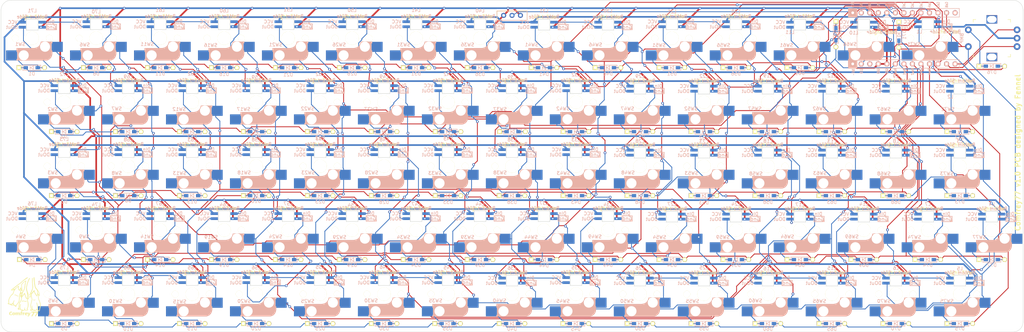
<source format=kicad_pcb>
(kicad_pcb (version 20171130) (host pcbnew "(5.1.12)-1")
  (layers (0 F.Cu signal) (31 B.Cu signal) (34 B.Paste user) (35 F.Paste user) (36 B.SilkS user) (37 F.SilkS user) (38 B.Mask user) (39 F.Mask user) (44 Edge.Cuts user))
  (net 0 "")
  (net 1 "Net-(D1-Pad2)")
  (net 2 Row0)
  (net 3 "Net-(D2-Pad2)")
  (net 4 Row1)
  (net 5 "Net-(D3-Pad2)")
  (net 6 Row2)
  (net 7 "Net-(D4-Pad2)")
  (net 8 Row3)
  (net 9 "Net-(D5-Pad2)")
  (net 10 Row4)
  (net 11 "Net-(D6-Pad2)")
  (net 12 "Net-(D7-Pad2)")
  (net 13 "Net-(D8-Pad2)")
  (net 14 "Net-(D9-Pad2)")
  (net 15 "Net-(D10-Pad2)")
  (net 16 "Net-(D11-Pad2)")
  (net 17 "Net-(D12-Pad2)")
  (net 18 "Net-(D13-Pad2)")
  (net 19 "Net-(D14-Pad2)")
  (net 20 "Net-(D15-Pad2)")
  (net 21 "Net-(D16-Pad2)")
  (net 22 "Net-(D17-Pad2)")
  (net 23 "Net-(D18-Pad2)")
  (net 24 "Net-(D19-Pad2)")
  (net 25 "Net-(D20-Pad2)")
  (net 26 "Net-(D21-Pad2)")
  (net 27 "Net-(D22-Pad2)")
  (net 28 "Net-(D23-Pad2)")
  (net 29 "Net-(D24-Pad2)")
  (net 30 "Net-(D25-Pad2)")
  (net 31 "Net-(D26-Pad2)")
  (net 32 "Net-(D27-Pad2)")
  (net 33 "Net-(D28-Pad2)")
  (net 34 "Net-(D29-Pad2)")
  (net 35 "Net-(D30-Pad2)")
  (net 36 "Net-(D31-Pad2)")
  (net 37 "Net-(D32-Pad2)")
  (net 38 "Net-(D33-Pad2)")
  (net 39 "Net-(D34-Pad2)")
  (net 40 "Net-(D35-Pad2)")
  (net 41 "Net-(D36-Pad2)")
  (net 42 "Net-(D37-Pad2)")
  (net 43 "Net-(D38-Pad2)")
  (net 44 "Net-(D39-Pad2)")
  (net 45 "Net-(D40-Pad2)")
  (net 46 "Net-(D41-Pad1)")
  (net 47 "Net-(D42-Pad1)")
  (net 48 "Net-(D43-Pad1)")
  (net 49 "Net-(D44-Pad1)")
  (net 50 "Net-(D45-Pad1)")
  (net 51 "Net-(D46-Pad1)")
  (net 52 "Net-(D47-Pad1)")
  (net 53 "Net-(D48-Pad1)")
  (net 54 "Net-(D49-Pad1)")
  (net 55 "Net-(D50-Pad1)")
  (net 56 "Net-(D51-Pad1)")
  (net 57 "Net-(D52-Pad1)")
  (net 58 "Net-(D53-Pad1)")
  (net 59 "Net-(D54-Pad1)")
  (net 60 "Net-(D55-Pad1)")
  (net 61 "Net-(D56-Pad1)")
  (net 62 "Net-(D57-Pad1)")
  (net 63 "Net-(D58-Pad1)")
  (net 64 "Net-(D59-Pad1)")
  (net 65 "Net-(D60-Pad1)")
  (net 66 "Net-(D61-Pad1)")
  (net 67 "Net-(D62-Pad1)")
  (net 68 "Net-(D63-Pad1)")
  (net 69 "Net-(D64-Pad1)")
  (net 70 "Net-(D65-Pad1)")
  (net 71 "Net-(D66-Pad1)")
  (net 72 "Net-(D67-Pad1)")
  (net 73 "Net-(D68-Pad1)")
  (net 74 "Net-(D69-Pad1)")
  (net 75 "Net-(D70-Pad1)")
  (net 76 "Net-(D71-Pad1)")
  (net 77 "Net-(D72-Pad1)")
  (net 78 "Net-(D73-Pad1)")
  (net 79 "Net-(D74-Pad1)")
  (net 80 "Net-(D75-Pad1)")
  (net 81 "Net-(D76-Pad1)")
  (net 82 "Net-(D77-Pad1)")
  (net 83 GND)
  (net 84 Bat+)
  (net 85 LED)
  (net 86 "Net-(L1-Pad1)")
  (net 87 VCC)
  (net 88 "Net-(L2-Pad1)")
  (net 89 "Net-(L3-Pad1)")
  (net 90 "Net-(L4-Pad1)")
  (net 91 "Net-(L5-Pad1)")
  (net 92 "Net-(L6-Pad1)")
  (net 93 "Net-(L7-Pad1)")
  (net 94 "Net-(L8-Pad1)")
  (net 95 "Net-(L10-Pad3)")
  (net 96 "Net-(L10-Pad1)")
  (net 97 "Net-(L11-Pad1)")
  (net 98 "Net-(L12-Pad1)")
  (net 99 "Net-(L13-Pad1)")
  (net 100 "Net-(L14-Pad1)")
  (net 101 "Net-(L15-Pad1)")
  (net 102 "Net-(L16-Pad1)")
  (net 103 "Net-(L17-Pad1)")
  (net 104 "Net-(L18-Pad1)")
  (net 105 "Net-(L19-Pad1)")
  (net 106 "Net-(L20-Pad1)")
  (net 107 "Net-(L21-Pad1)")
  (net 108 "Net-(L22-Pad1)")
  (net 109 "Net-(L23-Pad1)")
  (net 110 "Net-(L24-Pad1)")
  (net 111 "Net-(L25-Pad1)")
  (net 112 "Net-(L26-Pad1)")
  (net 113 "Net-(L27-Pad1)")
  (net 114 "Net-(L28-Pad1)")
  (net 115 "Net-(L29-Pad1)")
  (net 116 "Net-(L30-Pad1)")
  (net 117 "Net-(L31-Pad1)")
  (net 118 "Net-(L32-Pad1)")
  (net 119 "Net-(L33-Pad1)")
  (net 120 "Net-(L34-Pad1)")
  (net 121 "Net-(L35-Pad1)")
  (net 122 "Net-(L36-Pad1)")
  (net 123 "Net-(L37-Pad1)")
  (net 124 "Net-(L38-Pad1)")
  (net 125 "Net-(L39-Pad1)")
  (net 126 "Net-(L40-Pad1)")
  (net 127 "Net-(L41-Pad1)")
  (net 128 "Net-(L42-Pad1)")
  (net 129 "Net-(L43-Pad1)")
  (net 130 "Net-(L44-Pad1)")
  (net 131 "Net-(L45-Pad1)")
  (net 132 "Net-(L46-Pad1)")
  (net 133 "Net-(L47-Pad1)")
  (net 134 "Net-(L48-Pad1)")
  (net 135 "Net-(L49-Pad1)")
  (net 136 "Net-(L50-Pad1)")
  (net 137 "Net-(L51-Pad1)")
  (net 138 "Net-(L52-Pad1)")
  (net 139 "Net-(L53-Pad1)")
  (net 140 "Net-(L54-Pad1)")
  (net 141 "Net-(L55-Pad1)")
  (net 142 "Net-(L56-Pad1)")
  (net 143 "Net-(L57-Pad1)")
  (net 144 "Net-(L58-Pad1)")
  (net 145 "Net-(L59-Pad1)")
  (net 146 "Net-(L60-Pad1)")
  (net 147 "Net-(L61-Pad1)")
  (net 148 "Net-(L62-Pad1)")
  (net 149 "Net-(L63-Pad1)")
  (net 150 "Net-(L64-Pad1)")
  (net 151 "Net-(L65-Pad1)")
  (net 152 "Net-(L66-Pad1)")
  (net 153 "Net-(L67-Pad1)")
  (net 154 "Net-(L68-Pad1)")
  (net 155 "Net-(L69-Pad1)")
  (net 156 "Net-(L70-Pad1)")
  (net 157 "Net-(L71-Pad1)")
  (net 158 "Net-(L72-Pad1)")
  (net 159 "Net-(L73-Pad1)")
  (net 160 "Net-(L74-Pad1)")
  (net 161 "Net-(L75-Pad1)")
  (net 162 "Net-(L76-Pad1)")
  (net 163 Col0)
  (net 164 Col1)
  (net 165 Col2)
  (net 166 Col3)
  (net 167 Col4)
  (net 168 Col5)
  (net 169 Col6)
  (net 170 Col7)
  (net 171 "Net-(U1-Pad24)")
  (net 172 "Net-(U1-Pad13)")
  (net 173 "Net-(U1-Pad2)")
  (net 174 B1)
  (net 175 A1)
  (net 176 "Net-(U1-Pad22)")
  (module ロゴ:Comfrey77_LOGO (layer F.Cu) (at 26.193728 105.742294)
    (fp_text reference G*** hide)
    (fp_text value LOGO hide)
  )
  (module kbd_SW:CherryMX_Hotswap_1u (layer F.Cu) (at 295.275 28.575 180)
    (fp_text reference SW71 (at 4.167432 -1.785912) (layer B.SilkS) (effects (justify mirror)))
    (fp_text value SW_PUSH hide)
    (pad 2 smd rect (at 5.7 -5.12) (size 3.3 3) (drill (offset -0.45 0)) (layers B.Cu B.Paste B.Mask) (net 76 "Net-(D71-Pad1)"))
    (pad "" np_thru_hole circle (at -5.08 0 180) (size 2 2) (drill 2) (layers *.Cu *.Mask F.SilkS))
    (pad "" np_thru_hole circle (at 5.08 0 180) (size 2 2) (drill 2) (layers *.Cu *.Mask F.SilkS))
    (pad "" np_thru_hole circle (at 0 0 270) (size 4 4) (drill 4) (layers *.Cu *.Mask F.SilkS))
    (pad "" np_thru_hole circle (at 2.54 -5.08) (size 3 3) (drill 3) (layers *.Cu *.Mask))
    (pad "" np_thru_hole circle (at -3.81 -2.54) (size 3 3) (drill 3) (layers *.Cu *.Mask))
    (pad 1 smd rect (at -7 -2.58) (size 3.3 3) (drill (offset 0.45 0)) (layers B.Cu B.Paste B.Mask) (net 169 Col6))
  )
  (module kbd_SW:CherryMX_Hotswap_1u (layer F.Cu) (at 276.225 28.575 180)
    (fp_text reference SW66 (at 4.167416 -1.785912) (layer B.SilkS) (effects (justify mirror)))
    (fp_text value SW_PUSH hide)
    (pad 2 smd rect (at 5.7 -5.12) (size 3.3 3) (drill (offset -0.45 0)) (layers B.Cu B.Paste B.Mask) (net 71 "Net-(D66-Pad1)"))
    (pad "" np_thru_hole circle (at -5.08 0 180) (size 2 2) (drill 2) (layers *.Cu *.Mask F.SilkS))
    (pad "" np_thru_hole circle (at 5.08 0 180) (size 2 2) (drill 2) (layers *.Cu *.Mask F.SilkS))
    (pad "" np_thru_hole circle (at 0 0 270) (size 4 4) (drill 4) (layers *.Cu *.Mask F.SilkS))
    (pad "" np_thru_hole circle (at 2.54 -5.08) (size 3 3) (drill 3) (layers *.Cu *.Mask))
    (pad "" np_thru_hole circle (at -3.81 -2.54) (size 3 3) (drill 3) (layers *.Cu *.Mask))
    (pad 1 smd rect (at -7 -2.58) (size 3.3 3) (drill (offset 0.45 0)) (layers B.Cu B.Paste B.Mask) (net 168 Col5))
  )
  (module kbd_Parts:RotaryEncoder_EC12E (layer F.Cu) (at 314.325 28.575 180)
    (fp_text reference SW76)
    (fp_text value Rotary_Encoder_Switch)
    (pad S1 thru_hole circle (at 7 2.5 180) (size 2 2) (drill 1) (layers *.Cu *.Mask) (net 81 "Net-(D76-Pad1)"))
    (pad S2 thru_hole circle (at 7 -2.5 180) (size 2 2) (drill 1) (layers *.Cu *.Mask) (net 170 Col7))
    (pad MP thru_hole rect (at 0 5.6 180) (size 3.2 2.5) (drill oval 2.8 2) (layers *.Cu *.Mask))
    (pad MP thru_hole rect (at 0 -5.6 180) (size 3.2 2.5) (drill oval 2.8 2) (layers *.Cu *.Mask))
    (pad B thru_hole circle (at -7.5 2.5 180) (size 2 2) (drill 1) (layers *.Cu *.Mask) (net 174 B1))
    (pad C thru_hole circle (at -7.5 0 180) (size 2 2) (drill 1) (layers *.Cu *.Mask) (net 83 GND))
    (pad A thru_hole circle (at -7.5 -2.5 180) (size 2 2) (drill 1) (layers *.Cu *.Mask) (net 175 A1))
  )
  (module kbd_Parts:Micon_BMP_GL (layer F.Cu) (at 289.917 28.575 90)
    (fp_text reference U1 hide)
    (fp_text value BLEMicroPro hide)
    (fp_text user Row3 (at -9.971464 3.274144 270) (layer B.SilkS) (effects (font (size 0.75 0.5) (thickness 0.125)) (justify mirror)))
    (fp_text user Col4 (at 9.95 5.85 270) (layer B.SilkS) (effects (font (size 0.75 0.5) (thickness 0.125)) (justify mirror)))
    (fp_text user Row4 (at -9.971464 5.80422 270) (layer B.SilkS) (effects (font (size 0.75 0.5) (thickness 0.125)) (justify mirror)))
    (fp_text user Col5 (at 9.95 8.4455 270) (layer B.SilkS) (effects (font (size 0.75 0.5) (thickness 0.125)) (justify mirror)))
    (fp_text user Col7 (at -9.822636 8.4455 270) (layer B.SilkS) (effects (font (size 0.75 0.5) (thickness 0.125)) (justify mirror)))
    (fp_text user Col6 (at 9.95 10.95 270) (layer B.SilkS) (effects (font (size 0.75 0.5) (thickness 0.125)) (justify mirror)))
    (fp_text user Col0 (at 9.9 -4.3 270) (layer B.SilkS) (effects (font (size 0.75 0.5) (thickness 0.125)) (justify mirror)))
    (fp_text user Row0 (at -9.971464 -4.316084 270) (layer B.SilkS) (effects (font (size 0.75 0.5) (thickness 0.125)) (justify mirror)))
    (fp_text user Col1 (at 9.85 -1.778 270) (layer B.SilkS) (effects (font (size 0.75 0.5) (thickness 0.125)) (justify mirror)))
    (fp_text user Row1 (at -9.971464 -1.63718 270) (layer B.SilkS) (effects (font (size 0.75 0.5) (thickness 0.125)) (justify mirror)))
    (fp_text user Col2 (at 9.9 0.762 270) (layer B.SilkS) (effects (font (size 0.75 0.5) (thickness 0.125)) (justify mirror)))
    (fp_text user Row2 (at -9.971464 0.8 270) (layer B.SilkS) (effects (font (size 0.75 0.5) (thickness 0.125)) (justify mirror)))
    (fp_text user Col3 (at 9.9 3.35 270) (layer B.SilkS) (effects (font (size 0.75 0.5) (thickness 0.125)) (justify mirror)))
    (fp_text user GND (at -9.822636 -6.84616 270) (layer B.SilkS) (effects (font (size 0.75 0.5) (thickness 0.125)) (justify mirror)))
    (fp_text user VCC (at 9.8155 -6.858 270) (layer B.SilkS) (effects (font (size 0.75 0.5) (thickness 0.125)) (justify mirror)))
    (fp_text user GND (at -9.822636 -9.376236 270) (layer B.SilkS) (effects (font (size 0.75 0.5) (thickness 0.125)) (justify mirror)))
    (fp_text user RST (at 9.8155 -9.3345 270) (layer B.SilkS) (effects (font (size 0.75 0.5) (thickness 0.125)) (justify mirror)))
    (fp_text user GND (at 9.8155 -11.938 270) (layer B.SilkS) (effects (font (size 0.75 0.5) (thickness 0.125)) (justify mirror)))
    (fp_text user LED (at -9.822636 -14.436388 270) (layer B.SilkS) (effects (font (size 0.75 0.5) (thickness 0.125)) (justify mirror)))
    (fp_text user RAW (at 9.8155 -14.478 270) (layer B.SilkS) (effects (font (size 0.75 0.5) (thickness 0.125)) (justify mirror)))
    (fp_text user "" (at 1.2065 -16.256 270) (layer F.SilkS))
    (fp_text user "" (at 0.5 -17.25 270) (layer B.SilkS) (effects (justify mirror)))
    (fp_text user BAT+ (at 9.9155 -17.018 270) (layer B.SilkS) (effects (font (size 0.75 0.5) (thickness 0.125)) (justify mirror)))
    (fp_text user BAT- (at -10.120292 -16.817636 270) (layer B.SilkS) (effects (font (size 0.75 0.5) (thickness 0.125)) (justify mirror)))
    (fp_text user BMP (at 0 15.478112 270) (layer B.SilkS) (effects (justify mirror)))
    (pad 24 thru_hole circle (at 7.5636 -14.478 270) (size 1.524 1.524) (drill 0.8128) (layers *.Cu *.Mask B.SilkS) (net 171 "Net-(U1-Pad24)"))
    (pad 23 thru_hole circle (at 7.5636 -11.938 270) (size 1.524 1.524) (drill 0.8128) (layers *.Cu *.Mask B.SilkS) (net 83 GND))
    (pad 22 thru_hole circle (at 7.5636 -9.398 270) (size 1.524 1.524) (drill 0.8128) (layers *.Cu *.Mask B.SilkS) (net 176 "Net-(U1-Pad22)"))
    (pad 21 thru_hole circle (at 7.5636 -6.858 270) (size 1.524 1.524) (drill 0.8128) (layers *.Cu *.Mask B.SilkS) (net 87 VCC))
    (pad 20 thru_hole circle (at 7.5636 -4.318 270) (size 1.524 1.524) (drill 0.8128) (layers *.Cu *.Mask B.SilkS) (net 163 Col0))
    (pad 19 thru_hole circle (at 7.5636 -1.778 270) (size 1.524 1.524) (drill 0.8128) (layers *.Cu *.Mask B.SilkS) (net 164 Col1))
    (pad 18 thru_hole circle (at 7.5636 0.762 270) (size 1.524 1.524) (drill 0.8128) (layers *.Cu *.Mask B.SilkS) (net 165 Col2))
    (pad 17 thru_hole circle (at 7.5636 3.302 270) (size 1.524 1.524) (drill 0.8128) (layers *.Cu *.Mask B.SilkS) (net 166 Col3))
    (pad 16 thru_hole circle (at 7.5636 5.842 270) (size 1.524 1.524) (drill 0.8128) (layers *.Cu *.Mask B.SilkS) (net 167 Col4))
    (pad 15 thru_hole circle (at 7.5636 8.382 270) (size 1.524 1.524) (drill 0.8128) (layers *.Cu *.Mask B.SilkS) (net 168 Col5))
    (pad 14 thru_hole circle (at 7.5636 10.922 270) (size 1.524 1.524) (drill 0.8128) (layers *.Cu *.Mask B.SilkS) (net 169 Col6))
    (pad 13 thru_hole circle (at 7.5636 13.462 270) (size 1.524 1.524) (drill 0.8128) (layers *.Cu *.Mask B.SilkS) (net 172 "Net-(U1-Pad13)"))
    (pad 12 thru_hole circle (at -7.6564 13.462 270) (size 1.524 1.524) (drill 0.8128) (layers *.Cu *.Mask B.SilkS) (net 174 B1))
    (pad 11 thru_hole circle (at -7.6564 10.922 270) (size 1.524 1.524) (drill 0.8128) (layers *.Cu *.Mask B.SilkS) (net 175 A1))
    (pad 10 thru_hole circle (at -7.6564 8.382 270) (size 1.524 1.524) (drill 0.8128) (layers *.Cu *.Mask B.SilkS) (net 170 Col7))
    (pad 9 thru_hole circle (at -7.6564 5.842 270) (size 1.524 1.524) (drill 0.8128) (layers *.Cu *.Mask B.SilkS) (net 10 Row4))
    (pad 8 thru_hole circle (at -7.6564 3.302 270) (size 1.524 1.524) (drill 0.8128) (layers *.Cu *.Mask B.SilkS) (net 8 Row3))
    (pad 7 thru_hole circle (at -7.6564 0.762 270) (size 1.524 1.524) (drill 0.8128) (layers *.Cu *.Mask B.SilkS) (net 6 Row2))
    (pad 6 thru_hole circle (at -7.6564 -1.778 270) (size 1.524 1.524) (drill 0.8128) (layers *.Cu *.Mask B.SilkS) (net 4 Row1))
    (pad 5 thru_hole circle (at -7.6564 -4.318 270) (size 1.524 1.524) (drill 0.8128) (layers *.Cu *.Mask B.SilkS) (net 2 Row0))
    (pad 4 thru_hole circle (at -7.6564 -6.858 270) (size 1.524 1.524) (drill 0.8128) (layers *.Cu *.Mask B.SilkS) (net 83 GND))
    (pad 3 thru_hole circle (at -7.6564 -9.398 270) (size 1.524 1.524) (drill 0.8128) (layers *.Cu *.Mask B.SilkS) (net 83 GND))
    (pad 2 thru_hole circle (at -7.6564 -11.938 270) (size 1.524 1.524) (drill 0.8128) (layers *.Cu *.Mask B.SilkS) (net 173 "Net-(U1-Pad2)"))
    (pad 1 thru_hole circle (at -7.6564 -14.478 270) (size 1.524 1.524) (drill 0.8128) (layers *.Cu *.Mask B.SilkS) (net 85 LED))
    (pad 26 thru_hole circle (at -7.6564 -17.018 270) (size 1.524 1.524) (drill 0.8128) (layers *.Cu *.Mask B.SilkS) (net 83 GND))
    (pad 25 thru_hole circle (at 7.5636 -17.018 270) (size 1.524 1.524) (drill 0.8128) (layers *.Cu *.Mask B.SilkS) (net 84 Bat+))
  )
  (module kbd_SW:CherryMX_Hotswap_1u (layer F.Cu) (at 314.325 85.725 180)
    (fp_text reference SW77 (at 3.720964 -2.08352) (layer B.SilkS) (effects (justify mirror)))
    (fp_text value SW_PUSH hide)
    (pad 2 smd rect (at 5.7 -5.12) (size 3.3 3) (drill (offset -0.45 0)) (layers B.Cu B.Paste B.Mask) (net 82 "Net-(D77-Pad1)"))
    (pad "" np_thru_hole circle (at -5.08 0 180) (size 2 2) (drill 2) (layers *.Cu *.Mask F.SilkS))
    (pad "" np_thru_hole circle (at 5.08 0 180) (size 2 2) (drill 2) (layers *.Cu *.Mask F.SilkS))
    (pad "" np_thru_hole circle (at 0 0 270) (size 4 4) (drill 4) (layers *.Cu *.Mask F.SilkS))
    (pad "" np_thru_hole circle (at 2.54 -5.08) (size 3 3) (drill 3) (layers *.Cu *.Mask))
    (pad "" np_thru_hole circle (at -3.81 -2.54) (size 3 3) (drill 3) (layers *.Cu *.Mask))
    (pad 1 smd rect (at -7 -2.58) (size 3.3 3) (drill (offset 0.45 0)) (layers B.Cu B.Paste B.Mask) (net 170 Col7))
  )
  (module kbd_SW:CherryMX_Hotswap_1u (layer F.Cu) (at 304.8 104.775 180)
    (fp_text reference SW75 (at 3.869784 -2.083504) (layer B.SilkS) (effects (justify mirror)))
    (fp_text value SW_PUSH hide)
    (pad 2 smd rect (at 5.7 -5.12) (size 3.3 3) (drill (offset -0.45 0)) (layers B.Cu B.Paste B.Mask) (net 80 "Net-(D75-Pad1)"))
    (pad "" np_thru_hole circle (at -5.08 0 180) (size 2 2) (drill 2) (layers *.Cu *.Mask F.SilkS))
    (pad "" np_thru_hole circle (at 5.08 0 180) (size 2 2) (drill 2) (layers *.Cu *.Mask F.SilkS))
    (pad "" np_thru_hole circle (at 0 0 270) (size 4 4) (drill 4) (layers *.Cu *.Mask F.SilkS))
    (pad "" np_thru_hole circle (at 2.54 -5.08) (size 3 3) (drill 3) (layers *.Cu *.Mask))
    (pad "" np_thru_hole circle (at -3.81 -2.54) (size 3 3) (drill 3) (layers *.Cu *.Mask))
    (pad 1 smd rect (at -7 -2.58) (size 3.3 3) (drill (offset 0.45 0)) (layers B.Cu B.Paste B.Mask) (net 169 Col6))
  )
  (module kbd_SW:CherryMX_Hotswap_1u (layer F.Cu) (at 295.275 85.725 180)
    (fp_text reference SW74 (at 4.018604 -2.08352) (layer B.SilkS) (effects (justify mirror)))
    (fp_text value SW_PUSH hide)
    (pad 2 smd rect (at 5.7 -5.12) (size 3.3 3) (drill (offset -0.45 0)) (layers B.Cu B.Paste B.Mask) (net 79 "Net-(D74-Pad1)"))
    (pad "" np_thru_hole circle (at -5.08 0 180) (size 2 2) (drill 2) (layers *.Cu *.Mask F.SilkS))
    (pad "" np_thru_hole circle (at 5.08 0 180) (size 2 2) (drill 2) (layers *.Cu *.Mask F.SilkS))
    (pad "" np_thru_hole circle (at 0 0 270) (size 4 4) (drill 4) (layers *.Cu *.Mask F.SilkS))
    (pad "" np_thru_hole circle (at 2.54 -5.08) (size 3 3) (drill 3) (layers *.Cu *.Mask))
    (pad "" np_thru_hole circle (at -3.81 -2.54) (size 3 3) (drill 3) (layers *.Cu *.Mask))
    (pad 1 smd rect (at -7 -2.58) (size 3.3 3) (drill (offset 0.45 0)) (layers B.Cu B.Paste B.Mask) (net 169 Col6))
  )
  (module kbd_SW:CherryMX_Hotswap_1u (layer F.Cu) (at 304.8 66.675 180)
    (fp_text reference SW73 (at 3.869784 -2.232364) (layer B.SilkS) (effects (justify mirror)))
    (fp_text value SW_PUSH hide)
    (pad 2 smd rect (at 5.7 -5.12) (size 3.3 3) (drill (offset -0.45 0)) (layers B.Cu B.Paste B.Mask) (net 78 "Net-(D73-Pad1)"))
    (pad "" np_thru_hole circle (at -5.08 0 180) (size 2 2) (drill 2) (layers *.Cu *.Mask F.SilkS))
    (pad "" np_thru_hole circle (at 5.08 0 180) (size 2 2) (drill 2) (layers *.Cu *.Mask F.SilkS))
    (pad "" np_thru_hole circle (at 0 0 270) (size 4 4) (drill 4) (layers *.Cu *.Mask F.SilkS))
    (pad "" np_thru_hole circle (at 2.54 -5.08) (size 3 3) (drill 3) (layers *.Cu *.Mask))
    (pad "" np_thru_hole circle (at -3.81 -2.54) (size 3 3) (drill 3) (layers *.Cu *.Mask))
    (pad 1 smd rect (at -7 -2.58) (size 3.3 3) (drill (offset 0.45 0)) (layers B.Cu B.Paste B.Mask) (net 169 Col6))
  )
  (module kbd_SW:CherryMX_Hotswap_1u (layer F.Cu) (at 304.8 47.625 180)
    (fp_text reference SW72 (at 3.572128 -2.083552) (layer B.SilkS) (effects (justify mirror)))
    (fp_text value SW_PUSH hide)
    (pad 2 smd rect (at 5.7 -5.12) (size 3.3 3) (drill (offset -0.45 0)) (layers B.Cu B.Paste B.Mask) (net 77 "Net-(D72-Pad1)"))
    (pad "" np_thru_hole circle (at -5.08 0 180) (size 2 2) (drill 2) (layers *.Cu *.Mask F.SilkS))
    (pad "" np_thru_hole circle (at 5.08 0 180) (size 2 2) (drill 2) (layers *.Cu *.Mask F.SilkS))
    (pad "" np_thru_hole circle (at 0 0 270) (size 4 4) (drill 4) (layers *.Cu *.Mask F.SilkS))
    (pad "" np_thru_hole circle (at 2.54 -5.08) (size 3 3) (drill 3) (layers *.Cu *.Mask))
    (pad "" np_thru_hole circle (at -3.81 -2.54) (size 3 3) (drill 3) (layers *.Cu *.Mask))
    (pad 1 smd rect (at -7 -2.58) (size 3.3 3) (drill (offset 0.45 0)) (layers B.Cu B.Paste B.Mask) (net 169 Col6))
  )
  (module kbd_SW:CherryMX_Hotswap_1u (layer F.Cu) (at 285.75 104.775 180)
    (fp_text reference SW70 (at 3.572112 -2.083504) (layer B.SilkS) (effects (justify mirror)))
    (fp_text value SW_PUSH hide)
    (pad 2 smd rect (at 5.7 -5.12) (size 3.3 3) (drill (offset -0.45 0)) (layers B.Cu B.Paste B.Mask) (net 75 "Net-(D70-Pad1)"))
    (pad "" np_thru_hole circle (at -5.08 0 180) (size 2 2) (drill 2) (layers *.Cu *.Mask F.SilkS))
    (pad "" np_thru_hole circle (at 5.08 0 180) (size 2 2) (drill 2) (layers *.Cu *.Mask F.SilkS))
    (pad "" np_thru_hole circle (at 0 0 270) (size 4 4) (drill 4) (layers *.Cu *.Mask F.SilkS))
    (pad "" np_thru_hole circle (at 2.54 -5.08) (size 3 3) (drill 3) (layers *.Cu *.Mask))
    (pad "" np_thru_hole circle (at -3.81 -2.54) (size 3 3) (drill 3) (layers *.Cu *.Mask))
    (pad 1 smd rect (at -7 -2.58) (size 3.3 3) (drill (offset 0.45 0)) (layers B.Cu B.Paste B.Mask) (net 168 Col5))
  )
  (module kbd_SW:CherryMX_Hotswap_1u (layer F.Cu) (at 276.225 85.725 180)
    (fp_text reference SW69 (at 3.572104 -1.934692) (layer B.SilkS) (effects (justify mirror)))
    (fp_text value SW_PUSH hide)
    (pad 2 smd rect (at 5.7 -5.12) (size 3.3 3) (drill (offset -0.45 0)) (layers B.Cu B.Paste B.Mask) (net 74 "Net-(D69-Pad1)"))
    (pad "" np_thru_hole circle (at -5.08 0 180) (size 2 2) (drill 2) (layers *.Cu *.Mask F.SilkS))
    (pad "" np_thru_hole circle (at 5.08 0 180) (size 2 2) (drill 2) (layers *.Cu *.Mask F.SilkS))
    (pad "" np_thru_hole circle (at 0 0 270) (size 4 4) (drill 4) (layers *.Cu *.Mask F.SilkS))
    (pad "" np_thru_hole circle (at 2.54 -5.08) (size 3 3) (drill 3) (layers *.Cu *.Mask))
    (pad "" np_thru_hole circle (at -3.81 -2.54) (size 3 3) (drill 3) (layers *.Cu *.Mask))
    (pad 1 smd rect (at -7 -2.58) (size 3.3 3) (drill (offset 0.45 0)) (layers B.Cu B.Paste B.Mask) (net 168 Col5))
  )
  (module kbd_SW:CherryMX_Hotswap_1u (layer F.Cu) (at 285.75 66.675 180)
    (fp_text reference SW68 (at 3.572112 -2.232364) (layer B.SilkS) (effects (justify mirror)))
    (fp_text value SW_PUSH hide)
    (pad 2 smd rect (at 5.7 -5.12) (size 3.3 3) (drill (offset -0.45 0)) (layers B.Cu B.Paste B.Mask) (net 73 "Net-(D68-Pad1)"))
    (pad "" np_thru_hole circle (at -5.08 0 180) (size 2 2) (drill 2) (layers *.Cu *.Mask F.SilkS))
    (pad "" np_thru_hole circle (at 5.08 0 180) (size 2 2) (drill 2) (layers *.Cu *.Mask F.SilkS))
    (pad "" np_thru_hole circle (at 0 0 270) (size 4 4) (drill 4) (layers *.Cu *.Mask F.SilkS))
    (pad "" np_thru_hole circle (at 2.54 -5.08) (size 3 3) (drill 3) (layers *.Cu *.Mask))
    (pad "" np_thru_hole circle (at -3.81 -2.54) (size 3 3) (drill 3) (layers *.Cu *.Mask))
    (pad 1 smd rect (at -7 -2.58) (size 3.3 3) (drill (offset 0.45 0)) (layers B.Cu B.Paste B.Mask) (net 168 Col5))
  )
  (module kbd_SW:CherryMX_Hotswap_1u (layer F.Cu) (at 285.75 47.625 180)
    (fp_text reference SW67 (at 3.572112 -2.083552) (layer B.SilkS) (effects (justify mirror)))
    (fp_text value SW_PUSH hide)
    (pad 2 smd rect (at 5.7 -5.12) (size 3.3 3) (drill (offset -0.45 0)) (layers B.Cu B.Paste B.Mask) (net 72 "Net-(D67-Pad1)"))
    (pad "" np_thru_hole circle (at -5.08 0 180) (size 2 2) (drill 2) (layers *.Cu *.Mask F.SilkS))
    (pad "" np_thru_hole circle (at 5.08 0 180) (size 2 2) (drill 2) (layers *.Cu *.Mask F.SilkS))
    (pad "" np_thru_hole circle (at 0 0 270) (size 4 4) (drill 4) (layers *.Cu *.Mask F.SilkS))
    (pad "" np_thru_hole circle (at 2.54 -5.08) (size 3 3) (drill 3) (layers *.Cu *.Mask))
    (pad "" np_thru_hole circle (at -3.81 -2.54) (size 3 3) (drill 3) (layers *.Cu *.Mask))
    (pad 1 smd rect (at -7 -2.58) (size 3.3 3) (drill (offset 0.45 0)) (layers B.Cu B.Paste B.Mask) (net 168 Col5))
  )
  (module kbd_SW:CherryMX_Hotswap_1u (layer F.Cu) (at 266.7 104.775 180)
    (fp_text reference SW65 (at 3.720924 -2.083504) (layer B.SilkS) (effects (justify mirror)))
    (fp_text value SW_PUSH hide)
    (pad 2 smd rect (at 5.7 -5.12) (size 3.3 3) (drill (offset -0.45 0)) (layers B.Cu B.Paste B.Mask) (net 70 "Net-(D65-Pad1)"))
    (pad "" np_thru_hole circle (at -5.08 0 180) (size 2 2) (drill 2) (layers *.Cu *.Mask F.SilkS))
    (pad "" np_thru_hole circle (at 5.08 0 180) (size 2 2) (drill 2) (layers *.Cu *.Mask F.SilkS))
    (pad "" np_thru_hole circle (at 0 0 270) (size 4 4) (drill 4) (layers *.Cu *.Mask F.SilkS))
    (pad "" np_thru_hole circle (at 2.54 -5.08) (size 3 3) (drill 3) (layers *.Cu *.Mask))
    (pad "" np_thru_hole circle (at -3.81 -2.54) (size 3 3) (drill 3) (layers *.Cu *.Mask))
    (pad 1 smd rect (at -7 -2.58) (size 3.3 3) (drill (offset 0.45 0)) (layers B.Cu B.Paste B.Mask) (net 167 Col4))
  )
  (module kbd_SW:CherryMX_Hotswap_1u (layer F.Cu) (at 257.175 85.725 180)
    (fp_text reference SW64 (at 3.720916 -1.934692) (layer B.SilkS) (effects (justify mirror)))
    (fp_text value SW_PUSH hide)
    (pad 2 smd rect (at 5.7 -5.12) (size 3.3 3) (drill (offset -0.45 0)) (layers B.Cu B.Paste B.Mask) (net 69 "Net-(D64-Pad1)"))
    (pad "" np_thru_hole circle (at -5.08 0 180) (size 2 2) (drill 2) (layers *.Cu *.Mask F.SilkS))
    (pad "" np_thru_hole circle (at 5.08 0 180) (size 2 2) (drill 2) (layers *.Cu *.Mask F.SilkS))
    (pad "" np_thru_hole circle (at 0 0 270) (size 4 4) (drill 4) (layers *.Cu *.Mask F.SilkS))
    (pad "" np_thru_hole circle (at 2.54 -5.08) (size 3 3) (drill 3) (layers *.Cu *.Mask))
    (pad "" np_thru_hole circle (at -3.81 -2.54) (size 3 3) (drill 3) (layers *.Cu *.Mask))
    (pad 1 smd rect (at -7 -2.58) (size 3.3 3) (drill (offset 0.45 0)) (layers B.Cu B.Paste B.Mask) (net 167 Col4))
  )
  (module kbd_SW:CherryMX_Hotswap_1u (layer F.Cu) (at 266.7 66.675 180)
    (fp_text reference SW63 (at 3.572096 -2.083536) (layer B.SilkS) (effects (justify mirror)))
    (fp_text value SW_PUSH hide)
    (pad 2 smd rect (at 5.7 -5.12) (size 3.3 3) (drill (offset -0.45 0)) (layers B.Cu B.Paste B.Mask) (net 68 "Net-(D63-Pad1)"))
    (pad "" np_thru_hole circle (at -5.08 0 180) (size 2 2) (drill 2) (layers *.Cu *.Mask F.SilkS))
    (pad "" np_thru_hole circle (at 5.08 0 180) (size 2 2) (drill 2) (layers *.Cu *.Mask F.SilkS))
    (pad "" np_thru_hole circle (at 0 0 270) (size 4 4) (drill 4) (layers *.Cu *.Mask F.SilkS))
    (pad "" np_thru_hole circle (at 2.54 -5.08) (size 3 3) (drill 3) (layers *.Cu *.Mask))
    (pad "" np_thru_hole circle (at -3.81 -2.54) (size 3 3) (drill 3) (layers *.Cu *.Mask))
    (pad 1 smd rect (at -7 -2.58) (size 3.3 3) (drill (offset 0.45 0)) (layers B.Cu B.Paste B.Mask) (net 167 Col4))
  )
  (module kbd_SW:CherryMX_Hotswap_1u (layer F.Cu) (at 266.7 47.625 180)
    (fp_text reference SW62 (at 3.720924 -1.934724) (layer B.SilkS) (effects (justify mirror)))
    (fp_text value SW_PUSH hide)
    (pad 2 smd rect (at 5.7 -5.12) (size 3.3 3) (drill (offset -0.45 0)) (layers B.Cu B.Paste B.Mask) (net 67 "Net-(D62-Pad1)"))
    (pad "" np_thru_hole circle (at -5.08 0 180) (size 2 2) (drill 2) (layers *.Cu *.Mask F.SilkS))
    (pad "" np_thru_hole circle (at 5.08 0 180) (size 2 2) (drill 2) (layers *.Cu *.Mask F.SilkS))
    (pad "" np_thru_hole circle (at 0 0 270) (size 4 4) (drill 4) (layers *.Cu *.Mask F.SilkS))
    (pad "" np_thru_hole circle (at 2.54 -5.08) (size 3 3) (drill 3) (layers *.Cu *.Mask))
    (pad "" np_thru_hole circle (at -3.81 -2.54) (size 3 3) (drill 3) (layers *.Cu *.Mask))
    (pad 1 smd rect (at -7 -2.58) (size 3.3 3) (drill (offset 0.45 0)) (layers B.Cu B.Paste B.Mask) (net 167 Col4))
  )
  (module kbd_SW:CherryMX_Hotswap_1u (layer F.Cu) (at 257.175 28.575 180)
    (fp_text reference SW61 (at 4.018572 -2.083568) (layer B.SilkS) (effects (justify mirror)))
    (fp_text value SW_PUSH hide)
    (pad 2 smd rect (at 5.7 -5.12) (size 3.3 3) (drill (offset -0.45 0)) (layers B.Cu B.Paste B.Mask) (net 66 "Net-(D61-Pad1)"))
    (pad "" np_thru_hole circle (at -5.08 0 180) (size 2 2) (drill 2) (layers *.Cu *.Mask F.SilkS))
    (pad "" np_thru_hole circle (at 5.08 0 180) (size 2 2) (drill 2) (layers *.Cu *.Mask F.SilkS))
    (pad "" np_thru_hole circle (at 0 0 270) (size 4 4) (drill 4) (layers *.Cu *.Mask F.SilkS))
    (pad "" np_thru_hole circle (at 2.54 -5.08) (size 3 3) (drill 3) (layers *.Cu *.Mask))
    (pad "" np_thru_hole circle (at -3.81 -2.54) (size 3 3) (drill 3) (layers *.Cu *.Mask))
    (pad 1 smd rect (at -7 -2.58) (size 3.3 3) (drill (offset 0.45 0)) (layers B.Cu B.Paste B.Mask) (net 167 Col4))
  )
  (module kbd_SW:CherryMX_Hotswap_1u (layer F.Cu) (at 247.65 104.775 180)
    (fp_text reference SW60 (at 3.720908 -1.934676) (layer B.SilkS) (effects (justify mirror)))
    (fp_text value SW_PUSH hide)
    (pad 2 smd rect (at 5.7 -5.12) (size 3.3 3) (drill (offset -0.45 0)) (layers B.Cu B.Paste B.Mask) (net 65 "Net-(D60-Pad1)"))
    (pad "" np_thru_hole circle (at -5.08 0 180) (size 2 2) (drill 2) (layers *.Cu *.Mask F.SilkS))
    (pad "" np_thru_hole circle (at 5.08 0 180) (size 2 2) (drill 2) (layers *.Cu *.Mask F.SilkS))
    (pad "" np_thru_hole circle (at 0 0 270) (size 4 4) (drill 4) (layers *.Cu *.Mask F.SilkS))
    (pad "" np_thru_hole circle (at 2.54 -5.08) (size 3 3) (drill 3) (layers *.Cu *.Mask))
    (pad "" np_thru_hole circle (at -3.81 -2.54) (size 3 3) (drill 3) (layers *.Cu *.Mask))
    (pad 1 smd rect (at -7 -2.58) (size 3.3 3) (drill (offset 0.45 0)) (layers B.Cu B.Paste B.Mask) (net 166 Col3))
  )
  (module kbd_SW:CherryMX_Hotswap_1u (layer F.Cu) (at 238.125 85.725 180)
    (fp_text reference SW59 (at 3.869728 -2.08352) (layer B.SilkS) (effects (justify mirror)))
    (fp_text value SW_PUSH hide)
    (pad 2 smd rect (at 5.7 -5.12) (size 3.3 3) (drill (offset -0.45 0)) (layers B.Cu B.Paste B.Mask) (net 64 "Net-(D59-Pad1)"))
    (pad "" np_thru_hole circle (at -5.08 0 180) (size 2 2) (drill 2) (layers *.Cu *.Mask F.SilkS))
    (pad "" np_thru_hole circle (at 5.08 0 180) (size 2 2) (drill 2) (layers *.Cu *.Mask F.SilkS))
    (pad "" np_thru_hole circle (at 0 0 270) (size 4 4) (drill 4) (layers *.Cu *.Mask F.SilkS))
    (pad "" np_thru_hole circle (at 2.54 -5.08) (size 3 3) (drill 3) (layers *.Cu *.Mask))
    (pad "" np_thru_hole circle (at -3.81 -2.54) (size 3 3) (drill 3) (layers *.Cu *.Mask))
    (pad 1 smd rect (at -7 -2.58) (size 3.3 3) (drill (offset 0.45 0)) (layers B.Cu B.Paste B.Mask) (net 166 Col3))
  )
  (module kbd_SW:CherryMX_Hotswap_1u (layer F.Cu) (at 247.65 66.675 180)
    (fp_text reference SW58 (at 3.57208 -2.232364) (layer B.SilkS) (effects (justify mirror)))
    (fp_text value SW_PUSH hide)
    (pad 2 smd rect (at 5.7 -5.12) (size 3.3 3) (drill (offset -0.45 0)) (layers B.Cu B.Paste B.Mask) (net 63 "Net-(D58-Pad1)"))
    (pad "" np_thru_hole circle (at -5.08 0 180) (size 2 2) (drill 2) (layers *.Cu *.Mask F.SilkS))
    (pad "" np_thru_hole circle (at 5.08 0 180) (size 2 2) (drill 2) (layers *.Cu *.Mask F.SilkS))
    (pad "" np_thru_hole circle (at 0 0 270) (size 4 4) (drill 4) (layers *.Cu *.Mask F.SilkS))
    (pad "" np_thru_hole circle (at 2.54 -5.08) (size 3 3) (drill 3) (layers *.Cu *.Mask))
    (pad "" np_thru_hole circle (at -3.81 -2.54) (size 3 3) (drill 3) (layers *.Cu *.Mask))
    (pad 1 smd rect (at -7 -2.58) (size 3.3 3) (drill (offset 0.45 0)) (layers B.Cu B.Paste B.Mask) (net 166 Col3))
  )
  (module kbd_SW:CherryMX_Hotswap_1u (layer F.Cu) (at 247.65 47.625 180)
    (fp_text reference SW57 (at 3.869736 -1.934724) (layer B.SilkS) (effects (justify mirror)))
    (fp_text value SW_PUSH hide)
    (pad 2 smd rect (at 5.7 -5.12) (size 3.3 3) (drill (offset -0.45 0)) (layers B.Cu B.Paste B.Mask) (net 62 "Net-(D57-Pad1)"))
    (pad "" np_thru_hole circle (at -5.08 0 180) (size 2 2) (drill 2) (layers *.Cu *.Mask F.SilkS))
    (pad "" np_thru_hole circle (at 5.08 0 180) (size 2 2) (drill 2) (layers *.Cu *.Mask F.SilkS))
    (pad "" np_thru_hole circle (at 0 0 270) (size 4 4) (drill 4) (layers *.Cu *.Mask F.SilkS))
    (pad "" np_thru_hole circle (at 2.54 -5.08) (size 3 3) (drill 3) (layers *.Cu *.Mask))
    (pad "" np_thru_hole circle (at -3.81 -2.54) (size 3 3) (drill 3) (layers *.Cu *.Mask))
    (pad 1 smd rect (at -7 -2.58) (size 3.3 3) (drill (offset 0.45 0)) (layers B.Cu B.Paste B.Mask) (net 166 Col3))
  )
  (module kbd_SW:CherryMX_Hotswap_1u (layer F.Cu) (at 238.125 28.575 180)
    (fp_text reference SW56 (at 3.7209 -2.083568) (layer B.SilkS) (effects (justify mirror)))
    (fp_text value SW_PUSH hide)
    (pad 2 smd rect (at 5.7 -5.12) (size 3.3 3) (drill (offset -0.45 0)) (layers B.Cu B.Paste B.Mask) (net 61 "Net-(D56-Pad1)"))
    (pad "" np_thru_hole circle (at -5.08 0 180) (size 2 2) (drill 2) (layers *.Cu *.Mask F.SilkS))
    (pad "" np_thru_hole circle (at 5.08 0 180) (size 2 2) (drill 2) (layers *.Cu *.Mask F.SilkS))
    (pad "" np_thru_hole circle (at 0 0 270) (size 4 4) (drill 4) (layers *.Cu *.Mask F.SilkS))
    (pad "" np_thru_hole circle (at 2.54 -5.08) (size 3 3) (drill 3) (layers *.Cu *.Mask))
    (pad "" np_thru_hole circle (at -3.81 -2.54) (size 3 3) (drill 3) (layers *.Cu *.Mask))
    (pad 1 smd rect (at -7 -2.58) (size 3.3 3) (drill (offset 0.45 0)) (layers B.Cu B.Paste B.Mask) (net 166 Col3))
  )
  (module kbd_SW:CherryMX_Hotswap_1u (layer F.Cu) (at 228.6 104.775 180)
    (fp_text reference SW55 (at 3.423236 -2.083504) (layer B.SilkS) (effects (justify mirror)))
    (fp_text value SW_PUSH hide)
    (pad 2 smd rect (at 5.7 -5.12) (size 3.3 3) (drill (offset -0.45 0)) (layers B.Cu B.Paste B.Mask) (net 60 "Net-(D55-Pad1)"))
    (pad "" np_thru_hole circle (at -5.08 0 180) (size 2 2) (drill 2) (layers *.Cu *.Mask F.SilkS))
    (pad "" np_thru_hole circle (at 5.08 0 180) (size 2 2) (drill 2) (layers *.Cu *.Mask F.SilkS))
    (pad "" np_thru_hole circle (at 0 0 270) (size 4 4) (drill 4) (layers *.Cu *.Mask F.SilkS))
    (pad "" np_thru_hole circle (at 2.54 -5.08) (size 3 3) (drill 3) (layers *.Cu *.Mask))
    (pad "" np_thru_hole circle (at -3.81 -2.54) (size 3 3) (drill 3) (layers *.Cu *.Mask))
    (pad 1 smd rect (at -7 -2.58) (size 3.3 3) (drill (offset 0.45 0)) (layers B.Cu B.Paste B.Mask) (net 165 Col2))
  )
  (module kbd_SW:CherryMX_Hotswap_1u (layer F.Cu) (at 219.075 85.725 180)
    (fp_text reference SW54 (at 3.720884 -2.08352) (layer B.SilkS) (effects (justify mirror)))
    (fp_text value SW_PUSH hide)
    (pad 2 smd rect (at 5.7 -5.12) (size 3.3 3) (drill (offset -0.45 0)) (layers B.Cu B.Paste B.Mask) (net 59 "Net-(D54-Pad1)"))
    (pad "" np_thru_hole circle (at -5.08 0 180) (size 2 2) (drill 2) (layers *.Cu *.Mask F.SilkS))
    (pad "" np_thru_hole circle (at 5.08 0 180) (size 2 2) (drill 2) (layers *.Cu *.Mask F.SilkS))
    (pad "" np_thru_hole circle (at 0 0 270) (size 4 4) (drill 4) (layers *.Cu *.Mask F.SilkS))
    (pad "" np_thru_hole circle (at 2.54 -5.08) (size 3 3) (drill 3) (layers *.Cu *.Mask))
    (pad "" np_thru_hole circle (at -3.81 -2.54) (size 3 3) (drill 3) (layers *.Cu *.Mask))
    (pad 1 smd rect (at -7 -2.58) (size 3.3 3) (drill (offset 0.45 0)) (layers B.Cu B.Paste B.Mask) (net 165 Col2))
  )
  (module kbd_SW:CherryMX_Hotswap_1u (layer F.Cu) (at 228.6 66.675 180)
    (fp_text reference SW53 (at 3.720892 -2.083536) (layer B.SilkS) (effects (justify mirror)))
    (fp_text value SW_PUSH hide)
    (pad 2 smd rect (at 5.7 -5.12) (size 3.3 3) (drill (offset -0.45 0)) (layers B.Cu B.Paste B.Mask) (net 58 "Net-(D53-Pad1)"))
    (pad "" np_thru_hole circle (at -5.08 0 180) (size 2 2) (drill 2) (layers *.Cu *.Mask F.SilkS))
    (pad "" np_thru_hole circle (at 5.08 0 180) (size 2 2) (drill 2) (layers *.Cu *.Mask F.SilkS))
    (pad "" np_thru_hole circle (at 0 0 270) (size 4 4) (drill 4) (layers *.Cu *.Mask F.SilkS))
    (pad "" np_thru_hole circle (at 2.54 -5.08) (size 3 3) (drill 3) (layers *.Cu *.Mask))
    (pad "" np_thru_hole circle (at -3.81 -2.54) (size 3 3) (drill 3) (layers *.Cu *.Mask))
    (pad 1 smd rect (at -7 -2.58) (size 3.3 3) (drill (offset 0.45 0)) (layers B.Cu B.Paste B.Mask) (net 165 Col2))
  )
  (module kbd_SW:CherryMX_Hotswap_1u (layer F.Cu) (at 228.6 47.625 180)
    (fp_text reference SW52 (at 3.86972 -1.934724) (layer B.SilkS) (effects (justify mirror)))
    (fp_text value SW_PUSH hide)
    (pad 2 smd rect (at 5.7 -5.12) (size 3.3 3) (drill (offset -0.45 0)) (layers B.Cu B.Paste B.Mask) (net 57 "Net-(D52-Pad1)"))
    (pad "" np_thru_hole circle (at -5.08 0 180) (size 2 2) (drill 2) (layers *.Cu *.Mask F.SilkS))
    (pad "" np_thru_hole circle (at 5.08 0 180) (size 2 2) (drill 2) (layers *.Cu *.Mask F.SilkS))
    (pad "" np_thru_hole circle (at 0 0 270) (size 4 4) (drill 4) (layers *.Cu *.Mask F.SilkS))
    (pad "" np_thru_hole circle (at 2.54 -5.08) (size 3 3) (drill 3) (layers *.Cu *.Mask))
    (pad "" np_thru_hole circle (at -3.81 -2.54) (size 3 3) (drill 3) (layers *.Cu *.Mask))
    (pad 1 smd rect (at -7 -2.58) (size 3.3 3) (drill (offset 0.45 0)) (layers B.Cu B.Paste B.Mask) (net 165 Col2))
  )
  (module kbd_SW:CherryMX_Hotswap_1u (layer F.Cu) (at 219.075 28.575 180)
    (fp_text reference SW51 (at 3.869712 -2.083568) (layer B.SilkS) (effects (justify mirror)))
    (fp_text value SW_PUSH hide)
    (pad 2 smd rect (at 5.7 -5.12) (size 3.3 3) (drill (offset -0.45 0)) (layers B.Cu B.Paste B.Mask) (net 56 "Net-(D51-Pad1)"))
    (pad "" np_thru_hole circle (at -5.08 0 180) (size 2 2) (drill 2) (layers *.Cu *.Mask F.SilkS))
    (pad "" np_thru_hole circle (at 5.08 0 180) (size 2 2) (drill 2) (layers *.Cu *.Mask F.SilkS))
    (pad "" np_thru_hole circle (at 0 0 270) (size 4 4) (drill 4) (layers *.Cu *.Mask F.SilkS))
    (pad "" np_thru_hole circle (at 2.54 -5.08) (size 3 3) (drill 3) (layers *.Cu *.Mask))
    (pad "" np_thru_hole circle (at -3.81 -2.54) (size 3 3) (drill 3) (layers *.Cu *.Mask))
    (pad 1 smd rect (at -7 -2.58) (size 3.3 3) (drill (offset 0.45 0)) (layers B.Cu B.Paste B.Mask) (net 165 Col2))
  )
  (module kbd_SW:CherryMX_Hotswap_1u (layer F.Cu) (at 209.55 104.775 180)
    (fp_text reference SW50 (at 3.869704 -2.083504) (layer B.SilkS) (effects (justify mirror)))
    (fp_text value SW_PUSH hide)
    (pad 2 smd rect (at 5.7 -5.12) (size 3.3 3) (drill (offset -0.45 0)) (layers B.Cu B.Paste B.Mask) (net 55 "Net-(D50-Pad1)"))
    (pad "" np_thru_hole circle (at -5.08 0 180) (size 2 2) (drill 2) (layers *.Cu *.Mask F.SilkS))
    (pad "" np_thru_hole circle (at 5.08 0 180) (size 2 2) (drill 2) (layers *.Cu *.Mask F.SilkS))
    (pad "" np_thru_hole circle (at 0 0 270) (size 4 4) (drill 4) (layers *.Cu *.Mask F.SilkS))
    (pad "" np_thru_hole circle (at 2.54 -5.08) (size 3 3) (drill 3) (layers *.Cu *.Mask))
    (pad "" np_thru_hole circle (at -3.81 -2.54) (size 3 3) (drill 3) (layers *.Cu *.Mask))
    (pad 1 smd rect (at -7 -2.58) (size 3.3 3) (drill (offset 0.45 0)) (layers B.Cu B.Paste B.Mask) (net 164 Col1))
  )
  (module kbd_SW:CherryMX_Hotswap_1u (layer F.Cu) (at 200.025 85.725 180)
    (fp_text reference SW49 (at 3.869696 -1.934692) (layer B.SilkS) (effects (justify mirror)))
    (fp_text value SW_PUSH hide)
    (pad 2 smd rect (at 5.7 -5.12) (size 3.3 3) (drill (offset -0.45 0)) (layers B.Cu B.Paste B.Mask) (net 54 "Net-(D49-Pad1)"))
    (pad "" np_thru_hole circle (at -5.08 0 180) (size 2 2) (drill 2) (layers *.Cu *.Mask F.SilkS))
    (pad "" np_thru_hole circle (at 5.08 0 180) (size 2 2) (drill 2) (layers *.Cu *.Mask F.SilkS))
    (pad "" np_thru_hole circle (at 0 0 270) (size 4 4) (drill 4) (layers *.Cu *.Mask F.SilkS))
    (pad "" np_thru_hole circle (at 2.54 -5.08) (size 3 3) (drill 3) (layers *.Cu *.Mask))
    (pad "" np_thru_hole circle (at -3.81 -2.54) (size 3 3) (drill 3) (layers *.Cu *.Mask))
    (pad 1 smd rect (at -7 -2.58) (size 3.3 3) (drill (offset 0.45 0)) (layers B.Cu B.Paste B.Mask) (net 164 Col1))
  )
  (module kbd_SW:CherryMX_Hotswap_1u (layer F.Cu) (at 209.55 66.675 180)
    (fp_text reference SW48 (at 3.572048 -1.934708) (layer B.SilkS) (effects (justify mirror)))
    (fp_text value SW_PUSH hide)
    (pad 2 smd rect (at 5.7 -5.12) (size 3.3 3) (drill (offset -0.45 0)) (layers B.Cu B.Paste B.Mask) (net 53 "Net-(D48-Pad1)"))
    (pad "" np_thru_hole circle (at -5.08 0 180) (size 2 2) (drill 2) (layers *.Cu *.Mask F.SilkS))
    (pad "" np_thru_hole circle (at 5.08 0 180) (size 2 2) (drill 2) (layers *.Cu *.Mask F.SilkS))
    (pad "" np_thru_hole circle (at 0 0 270) (size 4 4) (drill 4) (layers *.Cu *.Mask F.SilkS))
    (pad "" np_thru_hole circle (at 2.54 -5.08) (size 3 3) (drill 3) (layers *.Cu *.Mask))
    (pad "" np_thru_hole circle (at -3.81 -2.54) (size 3 3) (drill 3) (layers *.Cu *.Mask))
    (pad 1 smd rect (at -7 -2.58) (size 3.3 3) (drill (offset 0.45 0)) (layers B.Cu B.Paste B.Mask) (net 164 Col1))
  )
  (module kbd_SW:CherryMX_Hotswap_1u (layer F.Cu) (at 209.55 47.625 180)
    (fp_text reference SW47 (at 3.720876 -1.934724) (layer B.SilkS) (effects (justify mirror)))
    (fp_text value SW_PUSH hide)
    (pad 2 smd rect (at 5.7 -5.12) (size 3.3 3) (drill (offset -0.45 0)) (layers B.Cu B.Paste B.Mask) (net 52 "Net-(D47-Pad1)"))
    (pad "" np_thru_hole circle (at -5.08 0 180) (size 2 2) (drill 2) (layers *.Cu *.Mask F.SilkS))
    (pad "" np_thru_hole circle (at 5.08 0 180) (size 2 2) (drill 2) (layers *.Cu *.Mask F.SilkS))
    (pad "" np_thru_hole circle (at 0 0 270) (size 4 4) (drill 4) (layers *.Cu *.Mask F.SilkS))
    (pad "" np_thru_hole circle (at 2.54 -5.08) (size 3 3) (drill 3) (layers *.Cu *.Mask))
    (pad "" np_thru_hole circle (at -3.81 -2.54) (size 3 3) (drill 3) (layers *.Cu *.Mask))
    (pad 1 smd rect (at -7 -2.58) (size 3.3 3) (drill (offset 0.45 0)) (layers B.Cu B.Paste B.Mask) (net 164 Col1))
  )
  (module kbd_SW:CherryMX_Hotswap_1u (layer F.Cu) (at 200.025 28.575 180)
    (fp_text reference SW46 (at 3.720868 -1.93474) (layer B.SilkS) (effects (justify mirror)))
    (fp_text value SW_PUSH hide)
    (pad 2 smd rect (at 5.7 -5.12) (size 3.3 3) (drill (offset -0.45 0)) (layers B.Cu B.Paste B.Mask) (net 51 "Net-(D46-Pad1)"))
    (pad "" np_thru_hole circle (at -5.08 0 180) (size 2 2) (drill 2) (layers *.Cu *.Mask F.SilkS))
    (pad "" np_thru_hole circle (at 5.08 0 180) (size 2 2) (drill 2) (layers *.Cu *.Mask F.SilkS))
    (pad "" np_thru_hole circle (at 0 0 270) (size 4 4) (drill 4) (layers *.Cu *.Mask F.SilkS))
    (pad "" np_thru_hole circle (at 2.54 -5.08) (size 3 3) (drill 3) (layers *.Cu *.Mask))
    (pad "" np_thru_hole circle (at -3.81 -2.54) (size 3 3) (drill 3) (layers *.Cu *.Mask))
    (pad 1 smd rect (at -7 -2.58) (size 3.3 3) (drill (offset 0.45 0)) (layers B.Cu B.Paste B.Mask) (net 164 Col1))
  )
  (module kbd_SW:CherryMX_Hotswap_1u (layer F.Cu) (at 190.5 104.775 180)
    (fp_text reference SW45 (at 3.869688 -2.083504) (layer B.SilkS) (effects (justify mirror)))
    (fp_text value SW_PUSH hide)
    (pad 2 smd rect (at 5.7 -5.12) (size 3.3 3) (drill (offset -0.45 0)) (layers B.Cu B.Paste B.Mask) (net 50 "Net-(D45-Pad1)"))
    (pad "" np_thru_hole circle (at -5.08 0 180) (size 2 2) (drill 2) (layers *.Cu *.Mask F.SilkS))
    (pad "" np_thru_hole circle (at 5.08 0 180) (size 2 2) (drill 2) (layers *.Cu *.Mask F.SilkS))
    (pad "" np_thru_hole circle (at 0 0 270) (size 4 4) (drill 4) (layers *.Cu *.Mask F.SilkS))
    (pad "" np_thru_hole circle (at 2.54 -5.08) (size 3 3) (drill 3) (layers *.Cu *.Mask))
    (pad "" np_thru_hole circle (at -3.81 -2.54) (size 3 3) (drill 3) (layers *.Cu *.Mask))
    (pad 1 smd rect (at -7 -2.58) (size 3.3 3) (drill (offset 0.45 0)) (layers B.Cu B.Paste B.Mask) (net 163 Col0))
  )
  (module kbd_SW:CherryMX_Hotswap_1u (layer F.Cu) (at 180.975 85.725 180)
    (fp_text reference SW44 (at 3.86968 -2.08352) (layer B.SilkS) (effects (justify mirror)))
    (fp_text value SW_PUSH hide)
    (pad 2 smd rect (at 5.7 -5.12) (size 3.3 3) (drill (offset -0.45 0)) (layers B.Cu B.Paste B.Mask) (net 49 "Net-(D44-Pad1)"))
    (pad "" np_thru_hole circle (at -5.08 0 180) (size 2 2) (drill 2) (layers *.Cu *.Mask F.SilkS))
    (pad "" np_thru_hole circle (at 5.08 0 180) (size 2 2) (drill 2) (layers *.Cu *.Mask F.SilkS))
    (pad "" np_thru_hole circle (at 0 0 270) (size 4 4) (drill 4) (layers *.Cu *.Mask F.SilkS))
    (pad "" np_thru_hole circle (at 2.54 -5.08) (size 3 3) (drill 3) (layers *.Cu *.Mask))
    (pad "" np_thru_hole circle (at -3.81 -2.54) (size 3 3) (drill 3) (layers *.Cu *.Mask))
    (pad 1 smd rect (at -7 -2.58) (size 3.3 3) (drill (offset 0.45 0)) (layers B.Cu B.Paste B.Mask) (net 163 Col0))
  )
  (module kbd_SW:CherryMX_Hotswap_1u (layer F.Cu) (at 190.5 66.675 180)
    (fp_text reference SW43 (at 3.72086 -2.083536) (layer B.SilkS) (effects (justify mirror)))
    (fp_text value SW_PUSH hide)
    (pad 2 smd rect (at 5.7 -5.12) (size 3.3 3) (drill (offset -0.45 0)) (layers B.Cu B.Paste B.Mask) (net 48 "Net-(D43-Pad1)"))
    (pad "" np_thru_hole circle (at -5.08 0 180) (size 2 2) (drill 2) (layers *.Cu *.Mask F.SilkS))
    (pad "" np_thru_hole circle (at 5.08 0 180) (size 2 2) (drill 2) (layers *.Cu *.Mask F.SilkS))
    (pad "" np_thru_hole circle (at 0 0 270) (size 4 4) (drill 4) (layers *.Cu *.Mask F.SilkS))
    (pad "" np_thru_hole circle (at 2.54 -5.08) (size 3 3) (drill 3) (layers *.Cu *.Mask))
    (pad "" np_thru_hole circle (at -3.81 -2.54) (size 3 3) (drill 3) (layers *.Cu *.Mask))
    (pad 1 smd rect (at -7 -2.58) (size 3.3 3) (drill (offset 0.45 0)) (layers B.Cu B.Paste B.Mask) (net 163 Col0))
  )
  (module kbd_SW:CherryMX_Hotswap_1u (layer F.Cu) (at 190.5 47.625 180)
    (fp_text reference SW42 (at 3.869688 -1.934724) (layer B.SilkS) (effects (justify mirror)))
    (fp_text value SW_PUSH hide)
    (pad 2 smd rect (at 5.7 -5.12) (size 3.3 3) (drill (offset -0.45 0)) (layers B.Cu B.Paste B.Mask) (net 47 "Net-(D42-Pad1)"))
    (pad "" np_thru_hole circle (at -5.08 0 180) (size 2 2) (drill 2) (layers *.Cu *.Mask F.SilkS))
    (pad "" np_thru_hole circle (at 5.08 0 180) (size 2 2) (drill 2) (layers *.Cu *.Mask F.SilkS))
    (pad "" np_thru_hole circle (at 0 0 270) (size 4 4) (drill 4) (layers *.Cu *.Mask F.SilkS))
    (pad "" np_thru_hole circle (at 2.54 -5.08) (size 3 3) (drill 3) (layers *.Cu *.Mask))
    (pad "" np_thru_hole circle (at -3.81 -2.54) (size 3 3) (drill 3) (layers *.Cu *.Mask))
    (pad 1 smd rect (at -7 -2.58) (size 3.3 3) (drill (offset 0.45 0)) (layers B.Cu B.Paste B.Mask) (net 163 Col0))
  )
  (module kbd_SW:CherryMX_Hotswap_1u (layer F.Cu) (at 180.975 28.575 180)
    (fp_text reference SW41 (at 3.720852 -1.93474) (layer B.SilkS) (effects (justify mirror)))
    (fp_text value SW_PUSH hide)
    (pad 2 smd rect (at 5.7 -5.12) (size 3.3 3) (drill (offset -0.45 0)) (layers B.Cu B.Paste B.Mask) (net 46 "Net-(D41-Pad1)"))
    (pad "" np_thru_hole circle (at -5.08 0 180) (size 2 2) (drill 2) (layers *.Cu *.Mask F.SilkS))
    (pad "" np_thru_hole circle (at 5.08 0 180) (size 2 2) (drill 2) (layers *.Cu *.Mask F.SilkS))
    (pad "" np_thru_hole circle (at 0 0 270) (size 4 4) (drill 4) (layers *.Cu *.Mask F.SilkS))
    (pad "" np_thru_hole circle (at 2.54 -5.08) (size 3 3) (drill 3) (layers *.Cu *.Mask))
    (pad "" np_thru_hole circle (at -3.81 -2.54) (size 3 3) (drill 3) (layers *.Cu *.Mask))
    (pad 1 smd rect (at -7 -2.58) (size 3.3 3) (drill (offset 0.45 0)) (layers B.Cu B.Paste B.Mask) (net 163 Col0))
  )
  (module kbd_SW:CherryMX_Hotswap_1u (layer F.Cu) (at 171.45 104.775 180)
    (fp_text reference SW40 (at 3.720844 -1.934676) (layer B.SilkS) (effects (justify mirror)))
    (fp_text value SW_PUSH hide)
    (pad 2 smd rect (at 5.7 -5.12) (size 3.3 3) (drill (offset -0.45 0)) (layers B.Cu B.Paste B.Mask) (net 45 "Net-(D40-Pad2)"))
    (pad "" np_thru_hole circle (at -5.08 0 180) (size 2 2) (drill 2) (layers *.Cu *.Mask F.SilkS))
    (pad "" np_thru_hole circle (at 5.08 0 180) (size 2 2) (drill 2) (layers *.Cu *.Mask F.SilkS))
    (pad "" np_thru_hole circle (at 0 0 270) (size 4 4) (drill 4) (layers *.Cu *.Mask F.SilkS))
    (pad "" np_thru_hole circle (at 2.54 -5.08) (size 3 3) (drill 3) (layers *.Cu *.Mask))
    (pad "" np_thru_hole circle (at -3.81 -2.54) (size 3 3) (drill 3) (layers *.Cu *.Mask))
    (pad 1 smd rect (at -7 -2.58) (size 3.3 3) (drill (offset 0.45 0)) (layers B.Cu B.Paste B.Mask) (net 170 Col7))
  )
  (module kbd_SW:CherryMX_Hotswap_1u (layer F.Cu) (at 161.925 85.725 180)
    (fp_text reference SW39 (at 3.720836 -2.08352) (layer B.SilkS) (effects (justify mirror)))
    (fp_text value SW_PUSH hide)
    (pad 2 smd rect (at 5.7 -5.12) (size 3.3 3) (drill (offset -0.45 0)) (layers B.Cu B.Paste B.Mask) (net 44 "Net-(D39-Pad2)"))
    (pad "" np_thru_hole circle (at -5.08 0 180) (size 2 2) (drill 2) (layers *.Cu *.Mask F.SilkS))
    (pad "" np_thru_hole circle (at 5.08 0 180) (size 2 2) (drill 2) (layers *.Cu *.Mask F.SilkS))
    (pad "" np_thru_hole circle (at 0 0 270) (size 4 4) (drill 4) (layers *.Cu *.Mask F.SilkS))
    (pad "" np_thru_hole circle (at 2.54 -5.08) (size 3 3) (drill 3) (layers *.Cu *.Mask))
    (pad "" np_thru_hole circle (at -3.81 -2.54) (size 3 3) (drill 3) (layers *.Cu *.Mask))
    (pad 1 smd rect (at -7 -2.58) (size 3.3 3) (drill (offset 0.45 0)) (layers B.Cu B.Paste B.Mask) (net 170 Col7))
  )
  (module kbd_SW:CherryMX_Hotswap_1u (layer F.Cu) (at 171.45 66.675 180)
    (fp_text reference SW38 (at 3.572016 -1.934708) (layer B.SilkS) (effects (justify mirror)))
    (fp_text value SW_PUSH hide)
    (pad 2 smd rect (at 5.7 -5.12) (size 3.3 3) (drill (offset -0.45 0)) (layers B.Cu B.Paste B.Mask) (net 43 "Net-(D38-Pad2)"))
    (pad "" np_thru_hole circle (at -5.08 0 180) (size 2 2) (drill 2) (layers *.Cu *.Mask F.SilkS))
    (pad "" np_thru_hole circle (at 5.08 0 180) (size 2 2) (drill 2) (layers *.Cu *.Mask F.SilkS))
    (pad "" np_thru_hole circle (at 0 0 270) (size 4 4) (drill 4) (layers *.Cu *.Mask F.SilkS))
    (pad "" np_thru_hole circle (at 2.54 -5.08) (size 3 3) (drill 3) (layers *.Cu *.Mask))
    (pad "" np_thru_hole circle (at -3.81 -2.54) (size 3 3) (drill 3) (layers *.Cu *.Mask))
    (pad 1 smd rect (at -7 -2.58) (size 3.3 3) (drill (offset 0.45 0)) (layers B.Cu B.Paste B.Mask) (net 170 Col7))
  )
  (module kbd_SW:CherryMX_Hotswap_1u (layer F.Cu) (at 171.45 47.625 180)
    (fp_text reference SW37 (at 3.572016 -2.083552) (layer B.SilkS) (effects (justify mirror)))
    (fp_text value SW_PUSH hide)
    (pad 2 smd rect (at 5.7 -5.12) (size 3.3 3) (drill (offset -0.45 0)) (layers B.Cu B.Paste B.Mask) (net 42 "Net-(D37-Pad2)"))
    (pad "" np_thru_hole circle (at -5.08 0 180) (size 2 2) (drill 2) (layers *.Cu *.Mask F.SilkS))
    (pad "" np_thru_hole circle (at 5.08 0 180) (size 2 2) (drill 2) (layers *.Cu *.Mask F.SilkS))
    (pad "" np_thru_hole circle (at 0 0 270) (size 4 4) (drill 4) (layers *.Cu *.Mask F.SilkS))
    (pad "" np_thru_hole circle (at 2.54 -5.08) (size 3 3) (drill 3) (layers *.Cu *.Mask))
    (pad "" np_thru_hole circle (at -3.81 -2.54) (size 3 3) (drill 3) (layers *.Cu *.Mask))
    (pad 1 smd rect (at -7 -2.58) (size 3.3 3) (drill (offset 0.45 0)) (layers B.Cu B.Paste B.Mask) (net 170 Col7))
  )
  (module kbd_SW:CherryMX_Hotswap_1u (layer F.Cu) (at 161.925 28.575 180)
    (fp_text reference SW36 (at 3.720836 -1.93474) (layer B.SilkS) (effects (justify mirror)))
    (fp_text value SW_PUSH hide)
    (pad 2 smd rect (at 5.7 -5.12) (size 3.3 3) (drill (offset -0.45 0)) (layers B.Cu B.Paste B.Mask) (net 41 "Net-(D36-Pad2)"))
    (pad "" np_thru_hole circle (at -5.08 0 180) (size 2 2) (drill 2) (layers *.Cu *.Mask F.SilkS))
    (pad "" np_thru_hole circle (at 5.08 0 180) (size 2 2) (drill 2) (layers *.Cu *.Mask F.SilkS))
    (pad "" np_thru_hole circle (at 0 0 270) (size 4 4) (drill 4) (layers *.Cu *.Mask F.SilkS))
    (pad "" np_thru_hole circle (at 2.54 -5.08) (size 3 3) (drill 3) (layers *.Cu *.Mask))
    (pad "" np_thru_hole circle (at -3.81 -2.54) (size 3 3) (drill 3) (layers *.Cu *.Mask))
    (pad 1 smd rect (at -7 -2.58) (size 3.3 3) (drill (offset 0.45 0)) (layers B.Cu B.Paste B.Mask) (net 170 Col7))
  )
  (module kbd_SW:CherryMX_Hotswap_1u (layer F.Cu) (at 152.4 104.775 180)
    (fp_text reference SW35 (at 3.720828 -1.934676) (layer B.SilkS) (effects (justify mirror)))
    (fp_text value SW_PUSH hide)
    (pad 2 smd rect (at 5.7 -5.12) (size 3.3 3) (drill (offset -0.45 0)) (layers B.Cu B.Paste B.Mask) (net 40 "Net-(D35-Pad2)"))
    (pad "" np_thru_hole circle (at -5.08 0 180) (size 2 2) (drill 2) (layers *.Cu *.Mask F.SilkS))
    (pad "" np_thru_hole circle (at 5.08 0 180) (size 2 2) (drill 2) (layers *.Cu *.Mask F.SilkS))
    (pad "" np_thru_hole circle (at 0 0 270) (size 4 4) (drill 4) (layers *.Cu *.Mask F.SilkS))
    (pad "" np_thru_hole circle (at 2.54 -5.08) (size 3 3) (drill 3) (layers *.Cu *.Mask))
    (pad "" np_thru_hole circle (at -3.81 -2.54) (size 3 3) (drill 3) (layers *.Cu *.Mask))
    (pad 1 smd rect (at -7 -2.58) (size 3.3 3) (drill (offset 0.45 0)) (layers B.Cu B.Paste B.Mask) (net 169 Col6))
  )
  (module kbd_SW:CherryMX_Hotswap_1u (layer F.Cu) (at 142.875 85.725 180)
    (fp_text reference SW34 (at 3.72082 -2.08352) (layer B.SilkS) (effects (justify mirror)))
    (fp_text value SW_PUSH hide)
    (pad 2 smd rect (at 5.7 -5.12) (size 3.3 3) (drill (offset -0.45 0)) (layers B.Cu B.Paste B.Mask) (net 39 "Net-(D34-Pad2)"))
    (pad "" np_thru_hole circle (at -5.08 0 180) (size 2 2) (drill 2) (layers *.Cu *.Mask F.SilkS))
    (pad "" np_thru_hole circle (at 5.08 0 180) (size 2 2) (drill 2) (layers *.Cu *.Mask F.SilkS))
    (pad "" np_thru_hole circle (at 0 0 270) (size 4 4) (drill 4) (layers *.Cu *.Mask F.SilkS))
    (pad "" np_thru_hole circle (at 2.54 -5.08) (size 3 3) (drill 3) (layers *.Cu *.Mask))
    (pad "" np_thru_hole circle (at -3.81 -2.54) (size 3 3) (drill 3) (layers *.Cu *.Mask))
    (pad 1 smd rect (at -7 -2.58) (size 3.3 3) (drill (offset 0.45 0)) (layers B.Cu B.Paste B.Mask) (net 169 Col6))
  )
  (module kbd_SW:CherryMX_Hotswap_1u (layer F.Cu) (at 152.4 66.675 180)
    (fp_text reference SW33 (at 3.869656 -2.083536) (layer B.SilkS) (effects (justify mirror)))
    (fp_text value SW_PUSH hide)
    (pad 2 smd rect (at 5.7 -5.12) (size 3.3 3) (drill (offset -0.45 0)) (layers B.Cu B.Paste B.Mask) (net 38 "Net-(D33-Pad2)"))
    (pad "" np_thru_hole circle (at -5.08 0 180) (size 2 2) (drill 2) (layers *.Cu *.Mask F.SilkS))
    (pad "" np_thru_hole circle (at 5.08 0 180) (size 2 2) (drill 2) (layers *.Cu *.Mask F.SilkS))
    (pad "" np_thru_hole circle (at 0 0 270) (size 4 4) (drill 4) (layers *.Cu *.Mask F.SilkS))
    (pad "" np_thru_hole circle (at 2.54 -5.08) (size 3 3) (drill 3) (layers *.Cu *.Mask))
    (pad "" np_thru_hole circle (at -3.81 -2.54) (size 3 3) (drill 3) (layers *.Cu *.Mask))
    (pad 1 smd rect (at -7 -2.58) (size 3.3 3) (drill (offset 0.45 0)) (layers B.Cu B.Paste B.Mask) (net 169 Col6))
  )
  (module kbd_SW:CherryMX_Hotswap_1u (layer F.Cu) (at 152.4 47.625 180)
    (fp_text reference SW32 (at 3.869656 -1.934724) (layer B.SilkS) (effects (justify mirror)))
    (fp_text value SW_PUSH hide)
    (pad 2 smd rect (at 5.7 -5.12) (size 3.3 3) (drill (offset -0.45 0)) (layers B.Cu B.Paste B.Mask) (net 37 "Net-(D32-Pad2)"))
    (pad "" np_thru_hole circle (at -5.08 0 180) (size 2 2) (drill 2) (layers *.Cu *.Mask F.SilkS))
    (pad "" np_thru_hole circle (at 5.08 0 180) (size 2 2) (drill 2) (layers *.Cu *.Mask F.SilkS))
    (pad "" np_thru_hole circle (at 0 0 270) (size 4 4) (drill 4) (layers *.Cu *.Mask F.SilkS))
    (pad "" np_thru_hole circle (at 2.54 -5.08) (size 3 3) (drill 3) (layers *.Cu *.Mask))
    (pad "" np_thru_hole circle (at -3.81 -2.54) (size 3 3) (drill 3) (layers *.Cu *.Mask))
    (pad 1 smd rect (at -7 -2.58) (size 3.3 3) (drill (offset 0.45 0)) (layers B.Cu B.Paste B.Mask) (net 169 Col6))
  )
  (module kbd_SW:CherryMX_Hotswap_1u (layer F.Cu) (at 142.875 28.575 180)
    (fp_text reference SW31 (at 3.72082 -1.93474) (layer B.SilkS) (effects (justify mirror)))
    (fp_text value SW_PUSH hide)
    (pad 2 smd rect (at 5.7 -5.12) (size 3.3 3) (drill (offset -0.45 0)) (layers B.Cu B.Paste B.Mask) (net 36 "Net-(D31-Pad2)"))
    (pad "" np_thru_hole circle (at -5.08 0 180) (size 2 2) (drill 2) (layers *.Cu *.Mask F.SilkS))
    (pad "" np_thru_hole circle (at 5.08 0 180) (size 2 2) (drill 2) (layers *.Cu *.Mask F.SilkS))
    (pad "" np_thru_hole circle (at 0 0 270) (size 4 4) (drill 4) (layers *.Cu *.Mask F.SilkS))
    (pad "" np_thru_hole circle (at 2.54 -5.08) (size 3 3) (drill 3) (layers *.Cu *.Mask))
    (pad "" np_thru_hole circle (at -3.81 -2.54) (size 3 3) (drill 3) (layers *.Cu *.Mask))
    (pad 1 smd rect (at -7 -2.58) (size 3.3 3) (drill (offset 0.45 0)) (layers B.Cu B.Paste B.Mask) (net 169 Col6))
  )
  (module kbd_SW:CherryMX_Hotswap_1u (layer F.Cu) (at 133.35 104.775 180)
    (fp_text reference SW30 (at 3.86964 -1.934676) (layer B.SilkS) (effects (justify mirror)))
    (fp_text value SW_PUSH hide)
    (pad 2 smd rect (at 5.7 -5.12) (size 3.3 3) (drill (offset -0.45 0)) (layers B.Cu B.Paste B.Mask) (net 35 "Net-(D30-Pad2)"))
    (pad "" np_thru_hole circle (at -5.08 0 180) (size 2 2) (drill 2) (layers *.Cu *.Mask F.SilkS))
    (pad "" np_thru_hole circle (at 5.08 0 180) (size 2 2) (drill 2) (layers *.Cu *.Mask F.SilkS))
    (pad "" np_thru_hole circle (at 0 0 270) (size 4 4) (drill 4) (layers *.Cu *.Mask F.SilkS))
    (pad "" np_thru_hole circle (at 2.54 -5.08) (size 3 3) (drill 3) (layers *.Cu *.Mask))
    (pad "" np_thru_hole circle (at -3.81 -2.54) (size 3 3) (drill 3) (layers *.Cu *.Mask))
    (pad 1 smd rect (at -7 -2.58) (size 3.3 3) (drill (offset 0.45 0)) (layers B.Cu B.Paste B.Mask) (net 168 Col5))
  )
  (module kbd_SW:CherryMX_Hotswap_1u (layer F.Cu) (at 123.825 85.725 180)
    (fp_text reference SW29 (at 3.720804 -2.08352) (layer B.SilkS) (effects (justify mirror)))
    (fp_text value SW_PUSH hide)
    (pad 2 smd rect (at 5.7 -5.12) (size 3.3 3) (drill (offset -0.45 0)) (layers B.Cu B.Paste B.Mask) (net 34 "Net-(D29-Pad2)"))
    (pad "" np_thru_hole circle (at -5.08 0 180) (size 2 2) (drill 2) (layers *.Cu *.Mask F.SilkS))
    (pad "" np_thru_hole circle (at 5.08 0 180) (size 2 2) (drill 2) (layers *.Cu *.Mask F.SilkS))
    (pad "" np_thru_hole circle (at 0 0 270) (size 4 4) (drill 4) (layers *.Cu *.Mask F.SilkS))
    (pad "" np_thru_hole circle (at 2.54 -5.08) (size 3 3) (drill 3) (layers *.Cu *.Mask))
    (pad "" np_thru_hole circle (at -3.81 -2.54) (size 3 3) (drill 3) (layers *.Cu *.Mask))
    (pad 1 smd rect (at -7 -2.58) (size 3.3 3) (drill (offset 0.45 0)) (layers B.Cu B.Paste B.Mask) (net 168 Col5))
  )
  (module kbd_SW:CherryMX_Hotswap_1u (layer F.Cu) (at 133.35 66.675 180)
    (fp_text reference SW28 (at 3.720812 -1.934708) (layer B.SilkS) (effects (justify mirror)))
    (fp_text value SW_PUSH hide)
    (pad 2 smd rect (at 5.7 -5.12) (size 3.3 3) (drill (offset -0.45 0)) (layers B.Cu B.Paste B.Mask) (net 33 "Net-(D28-Pad2)"))
    (pad "" np_thru_hole circle (at -5.08 0 180) (size 2 2) (drill 2) (layers *.Cu *.Mask F.SilkS))
    (pad "" np_thru_hole circle (at 5.08 0 180) (size 2 2) (drill 2) (layers *.Cu *.Mask F.SilkS))
    (pad "" np_thru_hole circle (at 0 0 270) (size 4 4) (drill 4) (layers *.Cu *.Mask F.SilkS))
    (pad "" np_thru_hole circle (at 2.54 -5.08) (size 3 3) (drill 3) (layers *.Cu *.Mask))
    (pad "" np_thru_hole circle (at -3.81 -2.54) (size 3 3) (drill 3) (layers *.Cu *.Mask))
    (pad 1 smd rect (at -7 -2.58) (size 3.3 3) (drill (offset 0.45 0)) (layers B.Cu B.Paste B.Mask) (net 168 Col5))
  )
  (module kbd_SW:CherryMX_Hotswap_1u (layer F.Cu) (at 133.35 47.625 180)
    (fp_text reference SW27 (at 3.86964 -2.083552) (layer B.SilkS) (effects (justify mirror)))
    (fp_text value SW_PUSH hide)
    (pad 2 smd rect (at 5.7 -5.12) (size 3.3 3) (drill (offset -0.45 0)) (layers B.Cu B.Paste B.Mask) (net 32 "Net-(D27-Pad2)"))
    (pad "" np_thru_hole circle (at -5.08 0 180) (size 2 2) (drill 2) (layers *.Cu *.Mask F.SilkS))
    (pad "" np_thru_hole circle (at 5.08 0 180) (size 2 2) (drill 2) (layers *.Cu *.Mask F.SilkS))
    (pad "" np_thru_hole circle (at 0 0 270) (size 4 4) (drill 4) (layers *.Cu *.Mask F.SilkS))
    (pad "" np_thru_hole circle (at 2.54 -5.08) (size 3 3) (drill 3) (layers *.Cu *.Mask))
    (pad "" np_thru_hole circle (at -3.81 -2.54) (size 3 3) (drill 3) (layers *.Cu *.Mask))
    (pad 1 smd rect (at -7 -2.58) (size 3.3 3) (drill (offset 0.45 0)) (layers B.Cu B.Paste B.Mask) (net 168 Col5))
  )
  (module kbd_SW:CherryMX_Hotswap_1u (layer F.Cu) (at 123.825 28.575 180)
    (fp_text reference SW26 (at 3.869632 -1.93474) (layer B.SilkS) (effects (justify mirror)))
    (fp_text value SW_PUSH hide)
    (pad 2 smd rect (at 5.7 -5.12) (size 3.3 3) (drill (offset -0.45 0)) (layers B.Cu B.Paste B.Mask) (net 31 "Net-(D26-Pad2)"))
    (pad "" np_thru_hole circle (at -5.08 0 180) (size 2 2) (drill 2) (layers *.Cu *.Mask F.SilkS))
    (pad "" np_thru_hole circle (at 5.08 0 180) (size 2 2) (drill 2) (layers *.Cu *.Mask F.SilkS))
    (pad "" np_thru_hole circle (at 0 0 270) (size 4 4) (drill 4) (layers *.Cu *.Mask F.SilkS))
    (pad "" np_thru_hole circle (at 2.54 -5.08) (size 3 3) (drill 3) (layers *.Cu *.Mask))
    (pad "" np_thru_hole circle (at -3.81 -2.54) (size 3 3) (drill 3) (layers *.Cu *.Mask))
    (pad 1 smd rect (at -7 -2.58) (size 3.3 3) (drill (offset 0.45 0)) (layers B.Cu B.Paste B.Mask) (net 168 Col5))
  )
  (module kbd_SW:CherryMX_Hotswap_1u (layer F.Cu) (at 114.3 104.775 180)
    (fp_text reference SW25 (at 3.720796 -2.083504) (layer B.SilkS) (effects (justify mirror)))
    (fp_text value SW_PUSH hide)
    (pad 2 smd rect (at 5.7 -5.12) (size 3.3 3) (drill (offset -0.45 0)) (layers B.Cu B.Paste B.Mask) (net 30 "Net-(D25-Pad2)"))
    (pad "" np_thru_hole circle (at -5.08 0 180) (size 2 2) (drill 2) (layers *.Cu *.Mask F.SilkS))
    (pad "" np_thru_hole circle (at 5.08 0 180) (size 2 2) (drill 2) (layers *.Cu *.Mask F.SilkS))
    (pad "" np_thru_hole circle (at 0 0 270) (size 4 4) (drill 4) (layers *.Cu *.Mask F.SilkS))
    (pad "" np_thru_hole circle (at 2.54 -5.08) (size 3 3) (drill 3) (layers *.Cu *.Mask))
    (pad "" np_thru_hole circle (at -3.81 -2.54) (size 3 3) (drill 3) (layers *.Cu *.Mask))
    (pad 1 smd rect (at -7 -2.58) (size 3.3 3) (drill (offset 0.45 0)) (layers B.Cu B.Paste B.Mask) (net 167 Col4))
  )
  (module kbd_SW:CherryMX_Hotswap_1u (layer F.Cu) (at 104.775 85.725 180)
    (fp_text reference SW24 (at 3.720788 -1.934692) (layer B.SilkS) (effects (justify mirror)))
    (fp_text value SW_PUSH hide)
    (pad 2 smd rect (at 5.7 -5.12) (size 3.3 3) (drill (offset -0.45 0)) (layers B.Cu B.Paste B.Mask) (net 29 "Net-(D24-Pad2)"))
    (pad "" np_thru_hole circle (at -5.08 0 180) (size 2 2) (drill 2) (layers *.Cu *.Mask F.SilkS))
    (pad "" np_thru_hole circle (at 5.08 0 180) (size 2 2) (drill 2) (layers *.Cu *.Mask F.SilkS))
    (pad "" np_thru_hole circle (at 0 0 270) (size 4 4) (drill 4) (layers *.Cu *.Mask F.SilkS))
    (pad "" np_thru_hole circle (at 2.54 -5.08) (size 3 3) (drill 3) (layers *.Cu *.Mask))
    (pad "" np_thru_hole circle (at -3.81 -2.54) (size 3 3) (drill 3) (layers *.Cu *.Mask))
    (pad 1 smd rect (at -7 -2.58) (size 3.3 3) (drill (offset 0.45 0)) (layers B.Cu B.Paste B.Mask) (net 167 Col4))
  )
  (module kbd_SW:CherryMX_Hotswap_1u (layer F.Cu) (at 114.3 66.675 180)
    (fp_text reference SW23 (at 3.571968 -1.934708) (layer B.SilkS) (effects (justify mirror)))
    (fp_text value SW_PUSH hide)
    (pad 2 smd rect (at 5.7 -5.12) (size 3.3 3) (drill (offset -0.45 0)) (layers B.Cu B.Paste B.Mask) (net 28 "Net-(D23-Pad2)"))
    (pad "" np_thru_hole circle (at -5.08 0 180) (size 2 2) (drill 2) (layers *.Cu *.Mask F.SilkS))
    (pad "" np_thru_hole circle (at 5.08 0 180) (size 2 2) (drill 2) (layers *.Cu *.Mask F.SilkS))
    (pad "" np_thru_hole circle (at 0 0 270) (size 4 4) (drill 4) (layers *.Cu *.Mask F.SilkS))
    (pad "" np_thru_hole circle (at 2.54 -5.08) (size 3 3) (drill 3) (layers *.Cu *.Mask))
    (pad "" np_thru_hole circle (at -3.81 -2.54) (size 3 3) (drill 3) (layers *.Cu *.Mask))
    (pad 1 smd rect (at -7 -2.58) (size 3.3 3) (drill (offset 0.45 0)) (layers B.Cu B.Paste B.Mask) (net 167 Col4))
  )
  (module kbd_SW:CherryMX_Hotswap_1u (layer F.Cu) (at 114.3 47.625 180)
    (fp_text reference SW22 (at 3.720796 -1.934724) (layer B.SilkS) (effects (justify mirror)))
    (fp_text value SW_PUSH hide)
    (pad 2 smd rect (at 5.7 -5.12) (size 3.3 3) (drill (offset -0.45 0)) (layers B.Cu B.Paste B.Mask) (net 27 "Net-(D22-Pad2)"))
    (pad "" np_thru_hole circle (at -5.08 0 180) (size 2 2) (drill 2) (layers *.Cu *.Mask F.SilkS))
    (pad "" np_thru_hole circle (at 5.08 0 180) (size 2 2) (drill 2) (layers *.Cu *.Mask F.SilkS))
    (pad "" np_thru_hole circle (at 0 0 270) (size 4 4) (drill 4) (layers *.Cu *.Mask F.SilkS))
    (pad "" np_thru_hole circle (at 2.54 -5.08) (size 3 3) (drill 3) (layers *.Cu *.Mask))
    (pad "" np_thru_hole circle (at -3.81 -2.54) (size 3 3) (drill 3) (layers *.Cu *.Mask))
    (pad 1 smd rect (at -7 -2.58) (size 3.3 3) (drill (offset 0.45 0)) (layers B.Cu B.Paste B.Mask) (net 167 Col4))
  )
  (module kbd_SW:CherryMX_Hotswap_1u (layer F.Cu) (at 104.775 28.575 180)
    (fp_text reference SW21 (at 3.720788 -1.93474) (layer B.SilkS) (effects (justify mirror)))
    (fp_text value SW_PUSH hide)
    (pad 2 smd rect (at 5.7 -5.12) (size 3.3 3) (drill (offset -0.45 0)) (layers B.Cu B.Paste B.Mask) (net 26 "Net-(D21-Pad2)"))
    (pad "" np_thru_hole circle (at -5.08 0 180) (size 2 2) (drill 2) (layers *.Cu *.Mask F.SilkS))
    (pad "" np_thru_hole circle (at 5.08 0 180) (size 2 2) (drill 2) (layers *.Cu *.Mask F.SilkS))
    (pad "" np_thru_hole circle (at 0 0 270) (size 4 4) (drill 4) (layers *.Cu *.Mask F.SilkS))
    (pad "" np_thru_hole circle (at 2.54 -5.08) (size 3 3) (drill 3) (layers *.Cu *.Mask))
    (pad "" np_thru_hole circle (at -3.81 -2.54) (size 3 3) (drill 3) (layers *.Cu *.Mask))
    (pad 1 smd rect (at -7 -2.58) (size 3.3 3) (drill (offset 0.45 0)) (layers B.Cu B.Paste B.Mask) (net 167 Col4))
  )
  (module kbd_SW:CherryMX_Hotswap_1u (layer F.Cu) (at 95.25 104.775 180)
    (fp_text reference SW20 (at 3.571952 -2.083504) (layer B.SilkS) (effects (justify mirror)))
    (fp_text value SW_PUSH hide)
    (pad 2 smd rect (at 5.7 -5.12) (size 3.3 3) (drill (offset -0.45 0)) (layers B.Cu B.Paste B.Mask) (net 25 "Net-(D20-Pad2)"))
    (pad "" np_thru_hole circle (at -5.08 0 180) (size 2 2) (drill 2) (layers *.Cu *.Mask F.SilkS))
    (pad "" np_thru_hole circle (at 5.08 0 180) (size 2 2) (drill 2) (layers *.Cu *.Mask F.SilkS))
    (pad "" np_thru_hole circle (at 0 0 270) (size 4 4) (drill 4) (layers *.Cu *.Mask F.SilkS))
    (pad "" np_thru_hole circle (at 2.54 -5.08) (size 3 3) (drill 3) (layers *.Cu *.Mask))
    (pad "" np_thru_hole circle (at -3.81 -2.54) (size 3 3) (drill 3) (layers *.Cu *.Mask))
    (pad 1 smd rect (at -7 -2.58) (size 3.3 3) (drill (offset 0.45 0)) (layers B.Cu B.Paste B.Mask) (net 166 Col3))
  )
  (module kbd_SW:CherryMX_Hotswap_1u (layer F.Cu) (at 85.725 85.725 180)
    (fp_text reference SW19 (at 3.8696 -2.08352) (layer B.SilkS) (effects (justify mirror)))
    (fp_text value SW_PUSH hide)
    (pad 2 smd rect (at 5.7 -5.12) (size 3.3 3) (drill (offset -0.45 0)) (layers B.Cu B.Paste B.Mask) (net 24 "Net-(D19-Pad2)"))
    (pad "" np_thru_hole circle (at -5.08 0 180) (size 2 2) (drill 2) (layers *.Cu *.Mask F.SilkS))
    (pad "" np_thru_hole circle (at 5.08 0 180) (size 2 2) (drill 2) (layers *.Cu *.Mask F.SilkS))
    (pad "" np_thru_hole circle (at 0 0 270) (size 4 4) (drill 4) (layers *.Cu *.Mask F.SilkS))
    (pad "" np_thru_hole circle (at 2.54 -5.08) (size 3 3) (drill 3) (layers *.Cu *.Mask))
    (pad "" np_thru_hole circle (at -3.81 -2.54) (size 3 3) (drill 3) (layers *.Cu *.Mask))
    (pad 1 smd rect (at -7 -2.58) (size 3.3 3) (drill (offset 0.45 0)) (layers B.Cu B.Paste B.Mask) (net 166 Col3))
  )
  (module kbd_SW:CherryMX_Hotswap_1u (layer F.Cu) (at 95.25 66.675 180)
    (fp_text reference SW18 (at 3.571952 -1.934708) (layer B.SilkS) (effects (justify mirror)))
    (fp_text value SW_PUSH hide)
    (pad 2 smd rect (at 5.7 -5.12) (size 3.3 3) (drill (offset -0.45 0)) (layers B.Cu B.Paste B.Mask) (net 23 "Net-(D18-Pad2)"))
    (pad "" np_thru_hole circle (at -5.08 0 180) (size 2 2) (drill 2) (layers *.Cu *.Mask F.SilkS))
    (pad "" np_thru_hole circle (at 5.08 0 180) (size 2 2) (drill 2) (layers *.Cu *.Mask F.SilkS))
    (pad "" np_thru_hole circle (at 0 0 270) (size 4 4) (drill 4) (layers *.Cu *.Mask F.SilkS))
    (pad "" np_thru_hole circle (at 2.54 -5.08) (size 3 3) (drill 3) (layers *.Cu *.Mask))
    (pad "" np_thru_hole circle (at -3.81 -2.54) (size 3 3) (drill 3) (layers *.Cu *.Mask))
    (pad 1 smd rect (at -7 -2.58) (size 3.3 3) (drill (offset 0.45 0)) (layers B.Cu B.Paste B.Mask) (net 166 Col3))
  )
  (module kbd_SW:CherryMX_Hotswap_1u (layer F.Cu) (at 95.25 47.625 180)
    (fp_text reference SW17 (at 3.72078 -2.083552) (layer B.SilkS) (effects (justify mirror)))
    (fp_text value SW_PUSH hide)
    (pad 2 smd rect (at 5.7 -5.12) (size 3.3 3) (drill (offset -0.45 0)) (layers B.Cu B.Paste B.Mask) (net 22 "Net-(D17-Pad2)"))
    (pad "" np_thru_hole circle (at -5.08 0 180) (size 2 2) (drill 2) (layers *.Cu *.Mask F.SilkS))
    (pad "" np_thru_hole circle (at 5.08 0 180) (size 2 2) (drill 2) (layers *.Cu *.Mask F.SilkS))
    (pad "" np_thru_hole circle (at 0 0 270) (size 4 4) (drill 4) (layers *.Cu *.Mask F.SilkS))
    (pad "" np_thru_hole circle (at 2.54 -5.08) (size 3 3) (drill 3) (layers *.Cu *.Mask))
    (pad "" np_thru_hole circle (at -3.81 -2.54) (size 3 3) (drill 3) (layers *.Cu *.Mask))
    (pad 1 smd rect (at -7 -2.58) (size 3.3 3) (drill (offset 0.45 0)) (layers B.Cu B.Paste B.Mask) (net 166 Col3))
  )
  (module kbd_SW:CherryMX_Hotswap_1u (layer F.Cu) (at 85.725 28.575 180)
    (fp_text reference SW16 (at 4.018428 -2.083568) (layer B.SilkS) (effects (justify mirror)))
    (fp_text value SW_PUSH hide)
    (pad 2 smd rect (at 5.7 -5.12) (size 3.3 3) (drill (offset -0.45 0)) (layers B.Cu B.Paste B.Mask) (net 21 "Net-(D16-Pad2)"))
    (pad "" np_thru_hole circle (at -5.08 0 180) (size 2 2) (drill 2) (layers *.Cu *.Mask F.SilkS))
    (pad "" np_thru_hole circle (at 5.08 0 180) (size 2 2) (drill 2) (layers *.Cu *.Mask F.SilkS))
    (pad "" np_thru_hole circle (at 0 0 270) (size 4 4) (drill 4) (layers *.Cu *.Mask F.SilkS))
    (pad "" np_thru_hole circle (at 2.54 -5.08) (size 3 3) (drill 3) (layers *.Cu *.Mask))
    (pad "" np_thru_hole circle (at -3.81 -2.54) (size 3 3) (drill 3) (layers *.Cu *.Mask))
    (pad 1 smd rect (at -7 -2.58) (size 3.3 3) (drill (offset 0.45 0)) (layers B.Cu B.Paste B.Mask) (net 166 Col3))
  )
  (module kbd_SW:CherryMX_Hotswap_1u (layer F.Cu) (at 76.2 104.775 180)
    (fp_text reference SW15 (at 3.720764 -2.232332) (layer B.SilkS) (effects (justify mirror)))
    (fp_text value SW_PUSH hide)
    (pad 2 smd rect (at 5.7 -5.12) (size 3.3 3) (drill (offset -0.45 0)) (layers B.Cu B.Paste B.Mask) (net 20 "Net-(D15-Pad2)"))
    (pad "" np_thru_hole circle (at -5.08 0 180) (size 2 2) (drill 2) (layers *.Cu *.Mask F.SilkS))
    (pad "" np_thru_hole circle (at 5.08 0 180) (size 2 2) (drill 2) (layers *.Cu *.Mask F.SilkS))
    (pad "" np_thru_hole circle (at 0 0 270) (size 4 4) (drill 4) (layers *.Cu *.Mask F.SilkS))
    (pad "" np_thru_hole circle (at 2.54 -5.08) (size 3 3) (drill 3) (layers *.Cu *.Mask))
    (pad "" np_thru_hole circle (at -3.81 -2.54) (size 3 3) (drill 3) (layers *.Cu *.Mask))
    (pad 1 smd rect (at -7 -2.58) (size 3.3 3) (drill (offset 0.45 0)) (layers B.Cu B.Paste B.Mask) (net 165 Col2))
  )
  (module kbd_SW:CherryMX_Hotswap_1u (layer F.Cu) (at 66.675 85.725 180)
    (fp_text reference SW14 (at 3.869584 -1.934692) (layer B.SilkS) (effects (justify mirror)))
    (fp_text value SW_PUSH hide)
    (pad 2 smd rect (at 5.7 -5.12) (size 3.3 3) (drill (offset -0.45 0)) (layers B.Cu B.Paste B.Mask) (net 19 "Net-(D14-Pad2)"))
    (pad "" np_thru_hole circle (at -5.08 0 180) (size 2 2) (drill 2) (layers *.Cu *.Mask F.SilkS))
    (pad "" np_thru_hole circle (at 5.08 0 180) (size 2 2) (drill 2) (layers *.Cu *.Mask F.SilkS))
    (pad "" np_thru_hole circle (at 0 0 270) (size 4 4) (drill 4) (layers *.Cu *.Mask F.SilkS))
    (pad "" np_thru_hole circle (at 2.54 -5.08) (size 3 3) (drill 3) (layers *.Cu *.Mask))
    (pad "" np_thru_hole circle (at -3.81 -2.54) (size 3 3) (drill 3) (layers *.Cu *.Mask))
    (pad 1 smd rect (at -7 -2.58) (size 3.3 3) (drill (offset 0.45 0)) (layers B.Cu B.Paste B.Mask) (net 165 Col2))
  )
  (module kbd_SW:CherryMX_Hotswap_1u (layer F.Cu) (at 76.2 66.675 180)
    (fp_text reference SW13 (at 3.720764 -2.083536) (layer B.SilkS) (effects (justify mirror)))
    (fp_text value SW_PUSH hide)
    (pad 2 smd rect (at 5.7 -5.12) (size 3.3 3) (drill (offset -0.45 0)) (layers B.Cu B.Paste B.Mask) (net 18 "Net-(D13-Pad2)"))
    (pad "" np_thru_hole circle (at -5.08 0 180) (size 2 2) (drill 2) (layers *.Cu *.Mask F.SilkS))
    (pad "" np_thru_hole circle (at 5.08 0 180) (size 2 2) (drill 2) (layers *.Cu *.Mask F.SilkS))
    (pad "" np_thru_hole circle (at 0 0 270) (size 4 4) (drill 4) (layers *.Cu *.Mask F.SilkS))
    (pad "" np_thru_hole circle (at 2.54 -5.08) (size 3 3) (drill 3) (layers *.Cu *.Mask))
    (pad "" np_thru_hole circle (at -3.81 -2.54) (size 3 3) (drill 3) (layers *.Cu *.Mask))
    (pad 1 smd rect (at -7 -2.58) (size 3.3 3) (drill (offset 0.45 0)) (layers B.Cu B.Paste B.Mask) (net 165 Col2))
  )
  (module kbd_SW:CherryMX_Hotswap_1u (layer F.Cu) (at 76.2 47.625 180)
    (fp_text reference SW12 (at 3.869592 -2.083552) (layer B.SilkS) (effects (justify mirror)))
    (fp_text value SW_PUSH hide)
    (pad 2 smd rect (at 5.7 -5.12) (size 3.3 3) (drill (offset -0.45 0)) (layers B.Cu B.Paste B.Mask) (net 17 "Net-(D12-Pad2)"))
    (pad "" np_thru_hole circle (at -5.08 0 180) (size 2 2) (drill 2) (layers *.Cu *.Mask F.SilkS))
    (pad "" np_thru_hole circle (at 5.08 0 180) (size 2 2) (drill 2) (layers *.Cu *.Mask F.SilkS))
    (pad "" np_thru_hole circle (at 0 0 270) (size 4 4) (drill 4) (layers *.Cu *.Mask F.SilkS))
    (pad "" np_thru_hole circle (at 2.54 -5.08) (size 3 3) (drill 3) (layers *.Cu *.Mask))
    (pad "" np_thru_hole circle (at -3.81 -2.54) (size 3 3) (drill 3) (layers *.Cu *.Mask))
    (pad 1 smd rect (at -7 -2.58) (size 3.3 3) (drill (offset 0.45 0)) (layers B.Cu B.Paste B.Mask) (net 165 Col2))
  )
  (module kbd_SW:CherryMX_Hotswap_1u (layer F.Cu) (at 66.675 28.575 180)
    (fp_text reference SW11 (at 3.869584 -1.785912) (layer B.SilkS) (effects (justify mirror)))
    (fp_text value SW_PUSH hide)
    (pad 2 smd rect (at 5.7 -5.12) (size 3.3 3) (drill (offset -0.45 0)) (layers B.Cu B.Paste B.Mask) (net 16 "Net-(D11-Pad2)"))
    (pad "" np_thru_hole circle (at -5.08 0 180) (size 2 2) (drill 2) (layers *.Cu *.Mask F.SilkS))
    (pad "" np_thru_hole circle (at 5.08 0 180) (size 2 2) (drill 2) (layers *.Cu *.Mask F.SilkS))
    (pad "" np_thru_hole circle (at 0 0 270) (size 4 4) (drill 4) (layers *.Cu *.Mask F.SilkS))
    (pad "" np_thru_hole circle (at 2.54 -5.08) (size 3 3) (drill 3) (layers *.Cu *.Mask))
    (pad "" np_thru_hole circle (at -3.81 -2.54) (size 3 3) (drill 3) (layers *.Cu *.Mask))
    (pad 1 smd rect (at -7 -2.58) (size 3.3 3) (drill (offset 0.45 0)) (layers B.Cu B.Paste B.Mask) (net 165 Col2))
  )
  (module kbd_SW:CherryMX_Hotswap_1u (layer F.Cu) (at 57.15 104.775 180)
    (fp_text reference SW10 (at 3.720748 -2.083504) (layer B.SilkS) (effects (justify mirror)))
    (fp_text value SW_PUSH hide)
    (pad 2 smd rect (at 5.7 -5.12) (size 3.3 3) (drill (offset -0.45 0)) (layers B.Cu B.Paste B.Mask) (net 15 "Net-(D10-Pad2)"))
    (pad "" np_thru_hole circle (at -5.08 0 180) (size 2 2) (drill 2) (layers *.Cu *.Mask F.SilkS))
    (pad "" np_thru_hole circle (at 5.08 0 180) (size 2 2) (drill 2) (layers *.Cu *.Mask F.SilkS))
    (pad "" np_thru_hole circle (at 0 0 270) (size 4 4) (drill 4) (layers *.Cu *.Mask F.SilkS))
    (pad "" np_thru_hole circle (at 2.54 -5.08) (size 3 3) (drill 3) (layers *.Cu *.Mask))
    (pad "" np_thru_hole circle (at -3.81 -2.54) (size 3 3) (drill 3) (layers *.Cu *.Mask))
    (pad 1 smd rect (at -7 -2.58) (size 3.3 3) (drill (offset 0.45 0)) (layers B.Cu B.Paste B.Mask) (net 164 Col1))
  )
  (module kbd_SW:CherryMX_Hotswap_1u (layer F.Cu) (at 47.625 85.725 180)
    (fp_text reference SW9 (at 3.571912 -1.934692) (layer B.SilkS) (effects (justify mirror)))
    (fp_text value SW_PUSH hide)
    (pad 2 smd rect (at 5.7 -5.12) (size 3.3 3) (drill (offset -0.45 0)) (layers B.Cu B.Paste B.Mask) (net 14 "Net-(D9-Pad2)"))
    (pad "" np_thru_hole circle (at -5.08 0 180) (size 2 2) (drill 2) (layers *.Cu *.Mask F.SilkS))
    (pad "" np_thru_hole circle (at 5.08 0 180) (size 2 2) (drill 2) (layers *.Cu *.Mask F.SilkS))
    (pad "" np_thru_hole circle (at 0 0 270) (size 4 4) (drill 4) (layers *.Cu *.Mask F.SilkS))
    (pad "" np_thru_hole circle (at 2.54 -5.08) (size 3 3) (drill 3) (layers *.Cu *.Mask))
    (pad "" np_thru_hole circle (at -3.81 -2.54) (size 3 3) (drill 3) (layers *.Cu *.Mask))
    (pad 1 smd rect (at -7 -2.58) (size 3.3 3) (drill (offset 0.45 0)) (layers B.Cu B.Paste B.Mask) (net 164 Col1))
  )
  (module kbd_SW:CherryMX_Hotswap_1u (layer F.Cu) (at 57.15 66.675 180)
    (fp_text reference SW8 (at 3.423092 -2.083536) (layer B.SilkS) (effects (justify mirror)))
    (fp_text value SW_PUSH hide)
    (pad 2 smd rect (at 5.7 -5.12) (size 3.3 3) (drill (offset -0.45 0)) (layers B.Cu B.Paste B.Mask) (net 13 "Net-(D8-Pad2)"))
    (pad "" np_thru_hole circle (at -5.08 0 180) (size 2 2) (drill 2) (layers *.Cu *.Mask F.SilkS))
    (pad "" np_thru_hole circle (at 5.08 0 180) (size 2 2) (drill 2) (layers *.Cu *.Mask F.SilkS))
    (pad "" np_thru_hole circle (at 0 0 270) (size 4 4) (drill 4) (layers *.Cu *.Mask F.SilkS))
    (pad "" np_thru_hole circle (at 2.54 -5.08) (size 3 3) (drill 3) (layers *.Cu *.Mask))
    (pad "" np_thru_hole circle (at -3.81 -2.54) (size 3 3) (drill 3) (layers *.Cu *.Mask))
    (pad 1 smd rect (at -7 -2.58) (size 3.3 3) (drill (offset 0.45 0)) (layers B.Cu B.Paste B.Mask) (net 164 Col1))
  )
  (module kbd_SW:CherryMX_Hotswap_1u (layer F.Cu) (at 57.15 47.625 180)
    (fp_text reference SW7 (at 3.423092 -1.934724) (layer B.SilkS) (effects (justify mirror)))
    (fp_text value SW_PUSH hide)
    (pad 2 smd rect (at 5.7 -5.12) (size 3.3 3) (drill (offset -0.45 0)) (layers B.Cu B.Paste B.Mask) (net 12 "Net-(D7-Pad2)"))
    (pad "" np_thru_hole circle (at -5.08 0 180) (size 2 2) (drill 2) (layers *.Cu *.Mask F.SilkS))
    (pad "" np_thru_hole circle (at 5.08 0 180) (size 2 2) (drill 2) (layers *.Cu *.Mask F.SilkS))
    (pad "" np_thru_hole circle (at 0 0 270) (size 4 4) (drill 4) (layers *.Cu *.Mask F.SilkS))
    (pad "" np_thru_hole circle (at 2.54 -5.08) (size 3 3) (drill 3) (layers *.Cu *.Mask))
    (pad "" np_thru_hole circle (at -3.81 -2.54) (size 3 3) (drill 3) (layers *.Cu *.Mask))
    (pad 1 smd rect (at -7 -2.58) (size 3.3 3) (drill (offset 0.45 0)) (layers B.Cu B.Paste B.Mask) (net 164 Col1))
  )
  (module kbd_SW:CherryMX_Hotswap_1u (layer F.Cu) (at 47.625 28.575 180)
    (fp_text reference SW6 (at 3.423084 -1.93474) (layer B.SilkS) (effects (justify mirror)))
    (fp_text value SW_PUSH hide)
    (pad 2 smd rect (at 5.7 -5.12) (size 3.3 3) (drill (offset -0.45 0)) (layers B.Cu B.Paste B.Mask) (net 11 "Net-(D6-Pad2)"))
    (pad "" np_thru_hole circle (at -5.08 0 180) (size 2 2) (drill 2) (layers *.Cu *.Mask F.SilkS))
    (pad "" np_thru_hole circle (at 5.08 0 180) (size 2 2) (drill 2) (layers *.Cu *.Mask F.SilkS))
    (pad "" np_thru_hole circle (at 0 0 270) (size 4 4) (drill 4) (layers *.Cu *.Mask F.SilkS))
    (pad "" np_thru_hole circle (at 2.54 -5.08) (size 3 3) (drill 3) (layers *.Cu *.Mask))
    (pad "" np_thru_hole circle (at -3.81 -2.54) (size 3 3) (drill 3) (layers *.Cu *.Mask))
    (pad 1 smd rect (at -7 -2.58) (size 3.3 3) (drill (offset 0.45 0)) (layers B.Cu B.Paste B.Mask) (net 164 Col1))
  )
  (module kbd_SW:CherryMX_Hotswap_1u (layer F.Cu) (at 38.1 104.775 180)
    (fp_text reference SW5 (at 3.274248 -1.934676) (layer B.SilkS) (effects (justify mirror)))
    (fp_text value SW_PUSH hide)
    (pad 2 smd rect (at 5.7 -5.12) (size 3.3 3) (drill (offset -0.45 0)) (layers B.Cu B.Paste B.Mask) (net 9 "Net-(D5-Pad2)"))
    (pad "" np_thru_hole circle (at -5.08 0 180) (size 2 2) (drill 2) (layers *.Cu *.Mask F.SilkS))
    (pad "" np_thru_hole circle (at 5.08 0 180) (size 2 2) (drill 2) (layers *.Cu *.Mask F.SilkS))
    (pad "" np_thru_hole circle (at 0 0 270) (size 4 4) (drill 4) (layers *.Cu *.Mask F.SilkS))
    (pad "" np_thru_hole circle (at 2.54 -5.08) (size 3 3) (drill 3) (layers *.Cu *.Mask))
    (pad "" np_thru_hole circle (at -3.81 -2.54) (size 3 3) (drill 3) (layers *.Cu *.Mask))
    (pad 1 smd rect (at -7 -2.58) (size 3.3 3) (drill (offset 0.45 0)) (layers B.Cu B.Paste B.Mask) (net 163 Col0))
  )
  (module kbd_SW:CherryMX_Hotswap_1u (layer F.Cu) (at 28.575 85.725 180)
    (fp_text reference SW4 (at 3.423068 -1.934692) (layer B.SilkS) (effects (justify mirror)))
    (fp_text value SW_PUSH hide)
    (pad 2 smd rect (at 5.7 -5.12) (size 3.3 3) (drill (offset -0.45 0)) (layers B.Cu B.Paste B.Mask) (net 7 "Net-(D4-Pad2)"))
    (pad "" np_thru_hole circle (at -5.08 0 180) (size 2 2) (drill 2) (layers *.Cu *.Mask F.SilkS))
    (pad "" np_thru_hole circle (at 5.08 0 180) (size 2 2) (drill 2) (layers *.Cu *.Mask F.SilkS))
    (pad "" np_thru_hole circle (at 0 0 270) (size 4 4) (drill 4) (layers *.Cu *.Mask F.SilkS))
    (pad "" np_thru_hole circle (at 2.54 -5.08) (size 3 3) (drill 3) (layers *.Cu *.Mask))
    (pad "" np_thru_hole circle (at -3.81 -2.54) (size 3 3) (drill 3) (layers *.Cu *.Mask))
    (pad 1 smd rect (at -7 -2.58) (size 3.3 3) (drill (offset 0.45 0)) (layers B.Cu B.Paste B.Mask) (net 163 Col0))
  )
  (module kbd_SW:CherryMX_Hotswap_1u (layer F.Cu) (at 38.1 66.675 180)
    (fp_text reference SW3 (at 3.423076 -1.934708) (layer B.SilkS) (effects (justify mirror)))
    (fp_text value SW_PUSH hide)
    (pad 2 smd rect (at 5.7 -5.12) (size 3.3 3) (drill (offset -0.45 0)) (layers B.Cu B.Paste B.Mask) (net 5 "Net-(D3-Pad2)"))
    (pad "" np_thru_hole circle (at -5.08 0 180) (size 2 2) (drill 2) (layers *.Cu *.Mask F.SilkS))
    (pad "" np_thru_hole circle (at 5.08 0 180) (size 2 2) (drill 2) (layers *.Cu *.Mask F.SilkS))
    (pad "" np_thru_hole circle (at 0 0 270) (size 4 4) (drill 4) (layers *.Cu *.Mask F.SilkS))
    (pad "" np_thru_hole circle (at 2.54 -5.08) (size 3 3) (drill 3) (layers *.Cu *.Mask))
    (pad "" np_thru_hole circle (at -3.81 -2.54) (size 3 3) (drill 3) (layers *.Cu *.Mask))
    (pad 1 smd rect (at -7 -2.58) (size 3.3 3) (drill (offset 0.45 0)) (layers B.Cu B.Paste B.Mask) (net 163 Col0))
  )
  (module kbd_SW:CherryMX_Hotswap_1u (layer F.Cu) (at 38.1 47.625 180)
    (fp_text reference SW2 (at 3.423076 -2.083552) (layer B.SilkS) (effects (justify mirror)))
    (fp_text value SW_PUSH hide)
    (pad 2 smd rect (at 5.7 -5.12) (size 3.3 3) (drill (offset -0.45 0)) (layers B.Cu B.Paste B.Mask) (net 3 "Net-(D2-Pad2)"))
    (pad "" np_thru_hole circle (at -5.08 0 180) (size 2 2) (drill 2) (layers *.Cu *.Mask F.SilkS))
    (pad "" np_thru_hole circle (at 5.08 0 180) (size 2 2) (drill 2) (layers *.Cu *.Mask F.SilkS))
    (pad "" np_thru_hole circle (at 0 0 270) (size 4 4) (drill 4) (layers *.Cu *.Mask F.SilkS))
    (pad "" np_thru_hole circle (at 2.54 -5.08) (size 3 3) (drill 3) (layers *.Cu *.Mask))
    (pad "" np_thru_hole circle (at -3.81 -2.54) (size 3 3) (drill 3) (layers *.Cu *.Mask))
    (pad 1 smd rect (at -7 -2.58) (size 3.3 3) (drill (offset 0.45 0)) (layers B.Cu B.Paste B.Mask) (net 163 Col0))
  )
  (module kbd_SW:CherryMX_Hotswap_1u (layer F.Cu) (at 28.575 28.575 180)
    (fp_text reference SW1 (at 3.571896 -1.785912) (layer B.SilkS) (effects (justify mirror)))
    (fp_text value SW_PUSH hide)
    (pad 2 smd rect (at 5.7 -5.12) (size 3.3 3) (drill (offset -0.45 0)) (layers B.Cu B.Paste B.Mask) (net 1 "Net-(D1-Pad2)"))
    (pad "" np_thru_hole circle (at -5.08 0 180) (size 2 2) (drill 2) (layers *.Cu *.Mask F.SilkS))
    (pad "" np_thru_hole circle (at 5.08 0 180) (size 2 2) (drill 2) (layers *.Cu *.Mask F.SilkS))
    (pad "" np_thru_hole circle (at 0 0 270) (size 4 4) (drill 4) (layers *.Cu *.Mask F.SilkS))
    (pad "" np_thru_hole circle (at 2.54 -5.08) (size 3 3) (drill 3) (layers *.Cu *.Mask))
    (pad "" np_thru_hole circle (at -3.81 -2.54) (size 3 3) (drill 3) (layers *.Cu *.Mask))
    (pad 1 smd rect (at -7 -2.58) (size 3.3 3) (drill (offset 0.45 0)) (layers B.Cu B.Paste B.Mask) (net 163 Col0))
  )
  (module kbd_Parts:LED_SK6812MINI-E_BL (layer F.Cu) (at 28.575 81.5577 180)
    (fp_text reference L76 (at 0 3.720972) (layer B.SilkS) (effects (justify mirror)))
    (fp_text value SK6812MINI)
    (fp_line (start 1.75 1.6) (end -1.75 1.6) (layer Edge.Cuts) (width 0.12))
    (fp_line (start 1.75 -1.6) (end 1.75 1.6) (layer Edge.Cuts) (width 0.12))
    (fp_line (start -1.75 -1.6) (end 1.75 -1.6) (layer Edge.Cuts) (width 0.12))
    (fp_line (start -1.75 1.6) (end -1.75 -1.6) (layer Edge.Cuts) (width 0.12))
    (fp_text user "Bottom Side" (at 0 2.35) (layer B.SilkS) (effects (justify mirror)))
    (fp_text user "Light Side" (at 0 2.35) (layer F.SilkS))
    (fp_text user VCC (at 5.82 0.75) (layer B.SilkS) (effects (justify mirror)))
    (fp_text user DOut (at 6.03 -0.75) (layer B.SilkS) (effects (justify mirror)))
    (fp_text user DIn (at -5.49 0.79) (layer B.SilkS) (effects (justify mirror)))
    (fp_text user Gnd (at -5.69 -0.7) (layer B.SilkS) (effects (justify mirror)))
    (pad 3 smd rect (at -2.6 0.75 180) (size 2.2 0.82) (drill (offset -0.35 0)) (layers B.Cu B.Paste B.Mask) (net 161 "Net-(L75-Pad1)"))
    (pad 2 smd rect (at -2.6 -0.75 180) (size 2.2 0.82) (drill (offset -0.35 0)) (layers B.Cu B.Paste B.Mask) (net 83 GND))
    (pad 1 smd rect (at 2.6 -0.75 180) (size 2.2 0.82) (drill (offset 0.35 0)) (layers B.Cu B.Paste B.Mask) (net 162 "Net-(L76-Pad1)"))
    (pad 4 smd rect (at 2.6 0.75 180) (size 2.2 0.82) (drill (offset 0.35 0)) (layers B.Cu B.Paste B.Mask) (net 87 VCC))
  )
  (module kbd_Parts:LED_SK6812MINI-E_BL (layer F.Cu) (at 38.1 100.608 180)
    (fp_text reference L75 (at 0.00004 3.720728) (layer B.SilkS) (effects (justify mirror)))
    (fp_text value SK6812MINI)
    (fp_line (start 1.75 1.6) (end -1.75 1.6) (layer Edge.Cuts) (width 0.12))
    (fp_line (start 1.75 -1.6) (end 1.75 1.6) (layer Edge.Cuts) (width 0.12))
    (fp_line (start -1.75 -1.6) (end 1.75 -1.6) (layer Edge.Cuts) (width 0.12))
    (fp_line (start -1.75 1.6) (end -1.75 -1.6) (layer Edge.Cuts) (width 0.12))
    (fp_text user "Bottom Side" (at 0 2.35) (layer B.SilkS) (effects (justify mirror)))
    (fp_text user "Light Side" (at 0 2.35) (layer F.SilkS))
    (fp_text user VCC (at 5.82 0.75) (layer B.SilkS) (effects (justify mirror)))
    (fp_text user DOut (at 6.03 -0.75) (layer B.SilkS) (effects (justify mirror)))
    (fp_text user DIn (at -5.49 0.79) (layer B.SilkS) (effects (justify mirror)))
    (fp_text user Gnd (at -5.69 -0.7) (layer B.SilkS) (effects (justify mirror)))
    (pad 3 smd rect (at -2.6 0.75 180) (size 2.2 0.82) (drill (offset -0.35 0)) (layers B.Cu B.Paste B.Mask) (net 160 "Net-(L74-Pad1)"))
    (pad 2 smd rect (at -2.6 -0.75 180) (size 2.2 0.82) (drill (offset -0.35 0)) (layers B.Cu B.Paste B.Mask) (net 83 GND))
    (pad 1 smd rect (at 2.6 -0.75 180) (size 2.2 0.82) (drill (offset 0.35 0)) (layers B.Cu B.Paste B.Mask) (net 161 "Net-(L75-Pad1)"))
    (pad 4 smd rect (at 2.6 0.75 180) (size 2.2 0.82) (drill (offset 0.35 0)) (layers B.Cu B.Paste B.Mask) (net 87 VCC))
  )
  (module kbd_Parts:LED_SK6812MINI-E_BL (layer F.Cu) (at 47.625 81.5577 180)
    (fp_text reference L74 (at 0 3.423056) (layer B.SilkS) (effects (justify mirror)))
    (fp_text value SK6812MINI)
    (fp_line (start 1.75 1.6) (end -1.75 1.6) (layer Edge.Cuts) (width 0.12))
    (fp_line (start 1.75 -1.6) (end 1.75 1.6) (layer Edge.Cuts) (width 0.12))
    (fp_line (start -1.75 -1.6) (end 1.75 -1.6) (layer Edge.Cuts) (width 0.12))
    (fp_line (start -1.75 1.6) (end -1.75 -1.6) (layer Edge.Cuts) (width 0.12))
    (fp_text user "Bottom Side" (at 0 2.35) (layer B.SilkS) (effects (justify mirror)))
    (fp_text user "Light Side" (at 0 2.35) (layer F.SilkS))
    (fp_text user VCC (at 5.82 0.75) (layer B.SilkS) (effects (justify mirror)))
    (fp_text user DOut (at 6.03 -0.75) (layer B.SilkS) (effects (justify mirror)))
    (fp_text user DIn (at -5.49 0.79) (layer B.SilkS) (effects (justify mirror)))
    (fp_text user Gnd (at -5.69 -0.7) (layer B.SilkS) (effects (justify mirror)))
    (pad 3 smd rect (at -2.6 0.75 180) (size 2.2 0.82) (drill (offset -0.35 0)) (layers B.Cu B.Paste B.Mask) (net 159 "Net-(L73-Pad1)"))
    (pad 2 smd rect (at -2.6 -0.75 180) (size 2.2 0.82) (drill (offset -0.35 0)) (layers B.Cu B.Paste B.Mask) (net 83 GND))
    (pad 1 smd rect (at 2.6 -0.75 180) (size 2.2 0.82) (drill (offset 0.35 0)) (layers B.Cu B.Paste B.Mask) (net 160 "Net-(L74-Pad1)"))
    (pad 4 smd rect (at 2.6 0.75 180) (size 2.2 0.82) (drill (offset 0.35 0)) (layers B.Cu B.Paste B.Mask) (net 87 VCC))
  )
  (module kbd_Parts:LED_SK6812MINI-E_BL (layer F.Cu) (at 38.1 62.5078 180)
    (fp_text reference L73 (at 0.000032 3.869524) (layer B.SilkS) (effects (justify mirror)))
    (fp_text value SK6812MINI)
    (fp_line (start 1.75 1.6) (end -1.75 1.6) (layer Edge.Cuts) (width 0.12))
    (fp_line (start 1.75 -1.6) (end 1.75 1.6) (layer Edge.Cuts) (width 0.12))
    (fp_line (start -1.75 -1.6) (end 1.75 -1.6) (layer Edge.Cuts) (width 0.12))
    (fp_line (start -1.75 1.6) (end -1.75 -1.6) (layer Edge.Cuts) (width 0.12))
    (fp_text user "Bottom Side" (at 0 2.35) (layer B.SilkS) (effects (justify mirror)))
    (fp_text user "Light Side" (at 0 2.35) (layer F.SilkS))
    (fp_text user VCC (at 5.82 0.75) (layer B.SilkS) (effects (justify mirror)))
    (fp_text user DOut (at 6.03 -0.75) (layer B.SilkS) (effects (justify mirror)))
    (fp_text user DIn (at -5.49 0.79) (layer B.SilkS) (effects (justify mirror)))
    (fp_text user Gnd (at -5.69 -0.7) (layer B.SilkS) (effects (justify mirror)))
    (pad 3 smd rect (at -2.6 0.75 180) (size 2.2 0.82) (drill (offset -0.35 0)) (layers B.Cu B.Paste B.Mask) (net 158 "Net-(L72-Pad1)"))
    (pad 2 smd rect (at -2.6 -0.75 180) (size 2.2 0.82) (drill (offset -0.35 0)) (layers B.Cu B.Paste B.Mask) (net 83 GND))
    (pad 1 smd rect (at 2.6 -0.75 180) (size 2.2 0.82) (drill (offset 0.35 0)) (layers B.Cu B.Paste B.Mask) (net 159 "Net-(L73-Pad1)"))
    (pad 4 smd rect (at 2.6 0.75 180) (size 2.2 0.82) (drill (offset 0.35 0)) (layers B.Cu B.Paste B.Mask) (net 87 VCC))
  )
  (module kbd_Parts:LED_SK6812MINI-E_BL (layer F.Cu) (at 38.1 43.4578 180)
    (fp_text reference L72 (at 0 4.167164) (layer B.SilkS) (effects (justify mirror)))
    (fp_text value SK6812MINI)
    (fp_line (start 1.75 1.6) (end -1.75 1.6) (layer Edge.Cuts) (width 0.12))
    (fp_line (start 1.75 -1.6) (end 1.75 1.6) (layer Edge.Cuts) (width 0.12))
    (fp_line (start -1.75 -1.6) (end 1.75 -1.6) (layer Edge.Cuts) (width 0.12))
    (fp_line (start -1.75 1.6) (end -1.75 -1.6) (layer Edge.Cuts) (width 0.12))
    (fp_text user "Bottom Side" (at 0 2.35) (layer B.SilkS) (effects (justify mirror)))
    (fp_text user "Light Side" (at 0 2.35) (layer F.SilkS))
    (fp_text user VCC (at 5.82 0.75) (layer B.SilkS) (effects (justify mirror)))
    (fp_text user DOut (at 6.03 -0.75) (layer B.SilkS) (effects (justify mirror)))
    (fp_text user DIn (at -5.49 0.79) (layer B.SilkS) (effects (justify mirror)))
    (fp_text user Gnd (at -5.69 -0.7) (layer B.SilkS) (effects (justify mirror)))
    (pad 3 smd rect (at -2.6 0.75 180) (size 2.2 0.82) (drill (offset -0.35 0)) (layers B.Cu B.Paste B.Mask) (net 157 "Net-(L71-Pad1)"))
    (pad 2 smd rect (at -2.6 -0.75 180) (size 2.2 0.82) (drill (offset -0.35 0)) (layers B.Cu B.Paste B.Mask) (net 83 GND))
    (pad 1 smd rect (at 2.6 -0.75 180) (size 2.2 0.82) (drill (offset 0.35 0)) (layers B.Cu B.Paste B.Mask) (net 158 "Net-(L72-Pad1)"))
    (pad 4 smd rect (at 2.6 0.75 180) (size 2.2 0.82) (drill (offset 0.35 0)) (layers B.Cu B.Paste B.Mask) (net 87 VCC))
  )
  (module kbd_Parts:LED_SK6812MINI-E_BL (layer F.Cu) (at 28.575 24.5566 180)
    (fp_text reference L71 (at 0 4.167164) (layer B.SilkS) (effects (justify mirror)))
    (fp_text value SK6812MINI)
    (fp_line (start 1.75 1.6) (end -1.75 1.6) (layer Edge.Cuts) (width 0.12))
    (fp_line (start 1.75 -1.6) (end 1.75 1.6) (layer Edge.Cuts) (width 0.12))
    (fp_line (start -1.75 -1.6) (end 1.75 -1.6) (layer Edge.Cuts) (width 0.12))
    (fp_line (start -1.75 1.6) (end -1.75 -1.6) (layer Edge.Cuts) (width 0.12))
    (fp_text user "Bottom Side" (at 0 2.35) (layer B.SilkS) (effects (justify mirror)))
    (fp_text user "Light Side" (at 0 2.35) (layer F.SilkS))
    (fp_text user VCC (at 5.82 0.75) (layer B.SilkS) (effects (justify mirror)))
    (fp_text user DOut (at 6.03 -0.75) (layer B.SilkS) (effects (justify mirror)))
    (fp_text user DIn (at -5.49 0.79) (layer B.SilkS) (effects (justify mirror)))
    (fp_text user Gnd (at -5.69 -0.7) (layer B.SilkS) (effects (justify mirror)))
    (pad 3 smd rect (at -2.6 0.75 180) (size 2.2 0.82) (drill (offset -0.35 0)) (layers B.Cu B.Paste B.Mask) (net 156 "Net-(L70-Pad1)"))
    (pad 2 smd rect (at -2.6 -0.75 180) (size 2.2 0.82) (drill (offset -0.35 0)) (layers B.Cu B.Paste B.Mask) (net 83 GND))
    (pad 1 smd rect (at 2.6 -0.75 180) (size 2.2 0.82) (drill (offset 0.35 0)) (layers B.Cu B.Paste B.Mask) (net 157 "Net-(L71-Pad1)"))
    (pad 4 smd rect (at 2.6 0.75 180) (size 2.2 0.82) (drill (offset 0.35 0)) (layers B.Cu B.Paste B.Mask) (net 87 VCC))
  )
  (module kbd_Parts:LED_SK6812MINI-E_BL (layer F.Cu) (at 47.625 24.4078 180)
    (fp_text reference L70 (at 0 3.720696) (layer B.SilkS) (effects (justify mirror)))
    (fp_text value SK6812MINI)
    (fp_line (start 1.75 1.6) (end -1.75 1.6) (layer Edge.Cuts) (width 0.12))
    (fp_line (start 1.75 -1.6) (end 1.75 1.6) (layer Edge.Cuts) (width 0.12))
    (fp_line (start -1.75 -1.6) (end 1.75 -1.6) (layer Edge.Cuts) (width 0.12))
    (fp_line (start -1.75 1.6) (end -1.75 -1.6) (layer Edge.Cuts) (width 0.12))
    (fp_text user "Bottom Side" (at 0 2.35) (layer B.SilkS) (effects (justify mirror)))
    (fp_text user "Light Side" (at 0 2.35) (layer F.SilkS))
    (fp_text user VCC (at 5.82 0.75) (layer B.SilkS) (effects (justify mirror)))
    (fp_text user DOut (at 6.03 -0.75) (layer B.SilkS) (effects (justify mirror)))
    (fp_text user DIn (at -5.49 0.79) (layer B.SilkS) (effects (justify mirror)))
    (fp_text user Gnd (at -5.69 -0.7) (layer B.SilkS) (effects (justify mirror)))
    (pad 3 smd rect (at -2.6 0.75 180) (size 2.2 0.82) (drill (offset -0.35 0)) (layers B.Cu B.Paste B.Mask) (net 155 "Net-(L69-Pad1)"))
    (pad 2 smd rect (at -2.6 -0.75 180) (size 2.2 0.82) (drill (offset -0.35 0)) (layers B.Cu B.Paste B.Mask) (net 83 GND))
    (pad 1 smd rect (at 2.6 -0.75 180) (size 2.2 0.82) (drill (offset 0.35 0)) (layers B.Cu B.Paste B.Mask) (net 156 "Net-(L70-Pad1)"))
    (pad 4 smd rect (at 2.6 0.75 180) (size 2.2 0.82) (drill (offset 0.35 0)) (layers B.Cu B.Paste B.Mask) (net 87 VCC))
  )
  (module kbd_Parts:LED_SK6812MINI-E_BL (layer F.Cu) (at 57.15 43.4578 180)
    (fp_text reference L69 (at 0 3.423056) (layer B.SilkS) (effects (justify mirror)))
    (fp_text value SK6812MINI)
    (fp_line (start 1.75 1.6) (end -1.75 1.6) (layer Edge.Cuts) (width 0.12))
    (fp_line (start 1.75 -1.6) (end 1.75 1.6) (layer Edge.Cuts) (width 0.12))
    (fp_line (start -1.75 -1.6) (end 1.75 -1.6) (layer Edge.Cuts) (width 0.12))
    (fp_line (start -1.75 1.6) (end -1.75 -1.6) (layer Edge.Cuts) (width 0.12))
    (fp_text user "Bottom Side" (at 0 2.35) (layer B.SilkS) (effects (justify mirror)))
    (fp_text user "Light Side" (at 0 2.35) (layer F.SilkS))
    (fp_text user VCC (at 5.82 0.75) (layer B.SilkS) (effects (justify mirror)))
    (fp_text user DOut (at 6.03 -0.75) (layer B.SilkS) (effects (justify mirror)))
    (fp_text user DIn (at -5.49 0.79) (layer B.SilkS) (effects (justify mirror)))
    (fp_text user Gnd (at -5.69 -0.7) (layer B.SilkS) (effects (justify mirror)))
    (pad 3 smd rect (at -2.6 0.75 180) (size 2.2 0.82) (drill (offset -0.35 0)) (layers B.Cu B.Paste B.Mask) (net 154 "Net-(L68-Pad1)"))
    (pad 2 smd rect (at -2.6 -0.75 180) (size 2.2 0.82) (drill (offset -0.35 0)) (layers B.Cu B.Paste B.Mask) (net 83 GND))
    (pad 1 smd rect (at 2.6 -0.75 180) (size 2.2 0.82) (drill (offset 0.35 0)) (layers B.Cu B.Paste B.Mask) (net 155 "Net-(L69-Pad1)"))
    (pad 4 smd rect (at 2.6 0.75 180) (size 2.2 0.82) (drill (offset 0.35 0)) (layers B.Cu B.Paste B.Mask) (net 87 VCC))
  )
  (module kbd_Parts:LED_SK6812MINI-E_BL (layer F.Cu) (at 57.15 62.5078 180)
    (fp_text reference L68 (at -0.000044 3.720728) (layer B.SilkS) (effects (justify mirror)))
    (fp_text value SK6812MINI)
    (fp_line (start 1.75 1.6) (end -1.75 1.6) (layer Edge.Cuts) (width 0.12))
    (fp_line (start 1.75 -1.6) (end 1.75 1.6) (layer Edge.Cuts) (width 0.12))
    (fp_line (start -1.75 -1.6) (end 1.75 -1.6) (layer Edge.Cuts) (width 0.12))
    (fp_line (start -1.75 1.6) (end -1.75 -1.6) (layer Edge.Cuts) (width 0.12))
    (fp_text user "Bottom Side" (at 0 2.35) (layer B.SilkS) (effects (justify mirror)))
    (fp_text user "Light Side" (at 0 2.35) (layer F.SilkS))
    (fp_text user VCC (at 5.82 0.75) (layer B.SilkS) (effects (justify mirror)))
    (fp_text user DOut (at 6.03 -0.75) (layer B.SilkS) (effects (justify mirror)))
    (fp_text user DIn (at -5.49 0.79) (layer B.SilkS) (effects (justify mirror)))
    (fp_text user Gnd (at -5.69 -0.7) (layer B.SilkS) (effects (justify mirror)))
    (pad 3 smd rect (at -2.6 0.75 180) (size 2.2 0.82) (drill (offset -0.35 0)) (layers B.Cu B.Paste B.Mask) (net 153 "Net-(L67-Pad1)"))
    (pad 2 smd rect (at -2.6 -0.75 180) (size 2.2 0.82) (drill (offset -0.35 0)) (layers B.Cu B.Paste B.Mask) (net 83 GND))
    (pad 1 smd rect (at 2.6 -0.75 180) (size 2.2 0.82) (drill (offset 0.35 0)) (layers B.Cu B.Paste B.Mask) (net 154 "Net-(L68-Pad1)"))
    (pad 4 smd rect (at 2.6 0.75 180) (size 2.2 0.82) (drill (offset 0.35 0)) (layers B.Cu B.Paste B.Mask) (net 87 VCC))
  )
  (module kbd_Parts:LED_SK6812MINI-E_BL (layer F.Cu) (at 66.6749 81.5577 180)
    (fp_text reference L67 (at 0 3.721144) (layer B.SilkS) (effects (justify mirror)))
    (fp_text value SK6812MINI)
    (fp_line (start 1.75 1.6) (end -1.75 1.6) (layer Edge.Cuts) (width 0.12))
    (fp_line (start 1.75 -1.6) (end 1.75 1.6) (layer Edge.Cuts) (width 0.12))
    (fp_line (start -1.75 -1.6) (end 1.75 -1.6) (layer Edge.Cuts) (width 0.12))
    (fp_line (start -1.75 1.6) (end -1.75 -1.6) (layer Edge.Cuts) (width 0.12))
    (fp_text user "Bottom Side" (at 0 2.35) (layer B.SilkS) (effects (justify mirror)))
    (fp_text user "Light Side" (at 0 2.35) (layer F.SilkS))
    (fp_text user VCC (at 5.82 0.75) (layer B.SilkS) (effects (justify mirror)))
    (fp_text user DOut (at 6.03 -0.75) (layer B.SilkS) (effects (justify mirror)))
    (fp_text user DIn (at -5.49 0.79) (layer B.SilkS) (effects (justify mirror)))
    (fp_text user Gnd (at -5.69 -0.7) (layer B.SilkS) (effects (justify mirror)))
    (pad 3 smd rect (at -2.6 0.75 180) (size 2.2 0.82) (drill (offset -0.35 0)) (layers B.Cu B.Paste B.Mask) (net 152 "Net-(L66-Pad1)"))
    (pad 2 smd rect (at -2.6 -0.75 180) (size 2.2 0.82) (drill (offset -0.35 0)) (layers B.Cu B.Paste B.Mask) (net 83 GND))
    (pad 1 smd rect (at 2.6 -0.75 180) (size 2.2 0.82) (drill (offset 0.35 0)) (layers B.Cu B.Paste B.Mask) (net 153 "Net-(L67-Pad1)"))
    (pad 4 smd rect (at 2.6 0.75 180) (size 2.2 0.82) (drill (offset 0.35 0)) (layers B.Cu B.Paste B.Mask) (net 87 VCC))
  )
  (module kbd_Parts:LED_SK6812MINI-E_BL (layer F.Cu) (at 57.15 100.608 180)
    (fp_text reference L66 (at -0.000036 3.721144) (layer B.SilkS) (effects (justify mirror)))
    (fp_text value SK6812MINI)
    (fp_line (start 1.75 1.6) (end -1.75 1.6) (layer Edge.Cuts) (width 0.12))
    (fp_line (start 1.75 -1.6) (end 1.75 1.6) (layer Edge.Cuts) (width 0.12))
    (fp_line (start -1.75 -1.6) (end 1.75 -1.6) (layer Edge.Cuts) (width 0.12))
    (fp_line (start -1.75 1.6) (end -1.75 -1.6) (layer Edge.Cuts) (width 0.12))
    (fp_text user "Bottom Side" (at 0 2.35) (layer B.SilkS) (effects (justify mirror)))
    (fp_text user "Light Side" (at 0 2.35) (layer F.SilkS))
    (fp_text user VCC (at 5.82 0.75) (layer B.SilkS) (effects (justify mirror)))
    (fp_text user DOut (at 6.03 -0.75) (layer B.SilkS) (effects (justify mirror)))
    (fp_text user DIn (at -5.49 0.79) (layer B.SilkS) (effects (justify mirror)))
    (fp_text user Gnd (at -5.69 -0.7) (layer B.SilkS) (effects (justify mirror)))
    (pad 3 smd rect (at -2.6 0.75 180) (size 2.2 0.82) (drill (offset -0.35 0)) (layers B.Cu B.Paste B.Mask) (net 151 "Net-(L65-Pad1)"))
    (pad 2 smd rect (at -2.6 -0.75 180) (size 2.2 0.82) (drill (offset -0.35 0)) (layers B.Cu B.Paste B.Mask) (net 83 GND))
    (pad 1 smd rect (at 2.6 -0.75 180) (size 2.2 0.82) (drill (offset 0.35 0)) (layers B.Cu B.Paste B.Mask) (net 152 "Net-(L66-Pad1)"))
    (pad 4 smd rect (at 2.6 0.75 180) (size 2.2 0.82) (drill (offset 0.35 0)) (layers B.Cu B.Paste B.Mask) (net 87 VCC))
  )
  (module kbd_Parts:LED_SK6812MINI-E_BL (layer F.Cu) (at 76.1999 100.608 180)
    (fp_text reference L65 (at 0 3.720728) (layer B.SilkS) (effects (justify mirror)))
    (fp_text value SK6812MINI)
    (fp_line (start 1.75 1.6) (end -1.75 1.6) (layer Edge.Cuts) (width 0.12))
    (fp_line (start 1.75 -1.6) (end 1.75 1.6) (layer Edge.Cuts) (width 0.12))
    (fp_line (start -1.75 -1.6) (end 1.75 -1.6) (layer Edge.Cuts) (width 0.12))
    (fp_line (start -1.75 1.6) (end -1.75 -1.6) (layer Edge.Cuts) (width 0.12))
    (fp_text user "Bottom Side" (at 0 2.35) (layer B.SilkS) (effects (justify mirror)))
    (fp_text user "Light Side" (at 0 2.35) (layer F.SilkS))
    (fp_text user VCC (at 5.82 0.75) (layer B.SilkS) (effects (justify mirror)))
    (fp_text user DOut (at 6.03 -0.75) (layer B.SilkS) (effects (justify mirror)))
    (fp_text user DIn (at -5.49 0.79) (layer B.SilkS) (effects (justify mirror)))
    (fp_text user Gnd (at -5.69 -0.7) (layer B.SilkS) (effects (justify mirror)))
    (pad 3 smd rect (at -2.6 0.75 180) (size 2.2 0.82) (drill (offset -0.35 0)) (layers B.Cu B.Paste B.Mask) (net 150 "Net-(L64-Pad1)"))
    (pad 2 smd rect (at -2.6 -0.75 180) (size 2.2 0.82) (drill (offset -0.35 0)) (layers B.Cu B.Paste B.Mask) (net 83 GND))
    (pad 1 smd rect (at 2.6 -0.75 180) (size 2.2 0.82) (drill (offset 0.35 0)) (layers B.Cu B.Paste B.Mask) (net 151 "Net-(L65-Pad1)"))
    (pad 4 smd rect (at 2.6 0.75 180) (size 2.2 0.82) (drill (offset 0.35 0)) (layers B.Cu B.Paste B.Mask) (net 87 VCC))
  )
  (module kbd_Parts:LED_SK6812MINI-E_BL (layer F.Cu) (at 85.7249 81.5577 180)
    (fp_text reference L64 (at 0 3.423056) (layer B.SilkS) (effects (justify mirror)))
    (fp_text value SK6812MINI)
    (fp_line (start 1.75 1.6) (end -1.75 1.6) (layer Edge.Cuts) (width 0.12))
    (fp_line (start 1.75 -1.6) (end 1.75 1.6) (layer Edge.Cuts) (width 0.12))
    (fp_line (start -1.75 -1.6) (end 1.75 -1.6) (layer Edge.Cuts) (width 0.12))
    (fp_line (start -1.75 1.6) (end -1.75 -1.6) (layer Edge.Cuts) (width 0.12))
    (fp_text user "Bottom Side" (at 0 2.35) (layer B.SilkS) (effects (justify mirror)))
    (fp_text user "Light Side" (at 0 2.35) (layer F.SilkS))
    (fp_text user VCC (at 5.82 0.75) (layer B.SilkS) (effects (justify mirror)))
    (fp_text user DOut (at 6.03 -0.75) (layer B.SilkS) (effects (justify mirror)))
    (fp_text user DIn (at -5.49 0.79) (layer B.SilkS) (effects (justify mirror)))
    (fp_text user Gnd (at -5.69 -0.7) (layer B.SilkS) (effects (justify mirror)))
    (pad 3 smd rect (at -2.6 0.75 180) (size 2.2 0.82) (drill (offset -0.35 0)) (layers B.Cu B.Paste B.Mask) (net 149 "Net-(L63-Pad1)"))
    (pad 2 smd rect (at -2.6 -0.75 180) (size 2.2 0.82) (drill (offset -0.35 0)) (layers B.Cu B.Paste B.Mask) (net 83 GND))
    (pad 1 smd rect (at 2.6 -0.75 180) (size 2.2 0.82) (drill (offset 0.35 0)) (layers B.Cu B.Paste B.Mask) (net 150 "Net-(L64-Pad1)"))
    (pad 4 smd rect (at 2.6 0.75 180) (size 2.2 0.82) (drill (offset 0.35 0)) (layers B.Cu B.Paste B.Mask) (net 87 VCC))
  )
  (module kbd_Parts:LED_SK6812MINI-E_BL (layer F.Cu) (at 76.1999 62.5078 180)
    (fp_text reference L63 (at -0.000036 3.720696) (layer B.SilkS) (effects (justify mirror)))
    (fp_text value SK6812MINI)
    (fp_line (start 1.75 1.6) (end -1.75 1.6) (layer Edge.Cuts) (width 0.12))
    (fp_line (start 1.75 -1.6) (end 1.75 1.6) (layer Edge.Cuts) (width 0.12))
    (fp_line (start -1.75 -1.6) (end 1.75 -1.6) (layer Edge.Cuts) (width 0.12))
    (fp_line (start -1.75 1.6) (end -1.75 -1.6) (layer Edge.Cuts) (width 0.12))
    (fp_text user "Bottom Side" (at 0 2.35) (layer B.SilkS) (effects (justify mirror)))
    (fp_text user "Light Side" (at 0 2.35) (layer F.SilkS))
    (fp_text user VCC (at 5.82 0.75) (layer B.SilkS) (effects (justify mirror)))
    (fp_text user DOut (at 6.03 -0.75) (layer B.SilkS) (effects (justify mirror)))
    (fp_text user DIn (at -5.49 0.79) (layer B.SilkS) (effects (justify mirror)))
    (fp_text user Gnd (at -5.69 -0.7) (layer B.SilkS) (effects (justify mirror)))
    (pad 3 smd rect (at -2.6 0.75 180) (size 2.2 0.82) (drill (offset -0.35 0)) (layers B.Cu B.Paste B.Mask) (net 148 "Net-(L62-Pad1)"))
    (pad 2 smd rect (at -2.6 -0.75 180) (size 2.2 0.82) (drill (offset -0.35 0)) (layers B.Cu B.Paste B.Mask) (net 83 GND))
    (pad 1 smd rect (at 2.6 -0.75 180) (size 2.2 0.82) (drill (offset 0.35 0)) (layers B.Cu B.Paste B.Mask) (net 149 "Net-(L63-Pad1)"))
    (pad 4 smd rect (at 2.6 0.75 180) (size 2.2 0.82) (drill (offset 0.35 0)) (layers B.Cu B.Paste B.Mask) (net 87 VCC))
  )
  (module kbd_Parts:LED_SK6812MINI-E_BL (layer F.Cu) (at 76.1999 43.4578 180)
    (fp_text reference L62 (at -0.000044 4.315992) (layer B.SilkS) (effects (justify mirror)))
    (fp_text value SK6812MINI)
    (fp_line (start 1.75 1.6) (end -1.75 1.6) (layer Edge.Cuts) (width 0.12))
    (fp_line (start 1.75 -1.6) (end 1.75 1.6) (layer Edge.Cuts) (width 0.12))
    (fp_line (start -1.75 -1.6) (end 1.75 -1.6) (layer Edge.Cuts) (width 0.12))
    (fp_line (start -1.75 1.6) (end -1.75 -1.6) (layer Edge.Cuts) (width 0.12))
    (fp_text user "Bottom Side" (at 0 2.35) (layer B.SilkS) (effects (justify mirror)))
    (fp_text user "Light Side" (at 0 2.35) (layer F.SilkS))
    (fp_text user VCC (at 5.82 0.75) (layer B.SilkS) (effects (justify mirror)))
    (fp_text user DOut (at 6.03 -0.75) (layer B.SilkS) (effects (justify mirror)))
    (fp_text user DIn (at -5.49 0.79) (layer B.SilkS) (effects (justify mirror)))
    (fp_text user Gnd (at -5.69 -0.7) (layer B.SilkS) (effects (justify mirror)))
    (pad 3 smd rect (at -2.6 0.75 180) (size 2.2 0.82) (drill (offset -0.35 0)) (layers B.Cu B.Paste B.Mask) (net 147 "Net-(L61-Pad1)"))
    (pad 2 smd rect (at -2.6 -0.75 180) (size 2.2 0.82) (drill (offset -0.35 0)) (layers B.Cu B.Paste B.Mask) (net 83 GND))
    (pad 1 smd rect (at 2.6 -0.75 180) (size 2.2 0.82) (drill (offset 0.35 0)) (layers B.Cu B.Paste B.Mask) (net 148 "Net-(L62-Pad1)"))
    (pad 4 smd rect (at 2.6 0.75 180) (size 2.2 0.82) (drill (offset 0.35 0)) (layers B.Cu B.Paste B.Mask) (net 87 VCC))
  )
  (module kbd_Parts:LED_SK6812MINI-E_BL (layer F.Cu) (at 66.6749 24.4078 180)
    (fp_text reference L61 (at 0 4.167164) (layer B.SilkS) (effects (justify mirror)))
    (fp_text value SK6812MINI)
    (fp_line (start 1.75 1.6) (end -1.75 1.6) (layer Edge.Cuts) (width 0.12))
    (fp_line (start 1.75 -1.6) (end 1.75 1.6) (layer Edge.Cuts) (width 0.12))
    (fp_line (start -1.75 -1.6) (end 1.75 -1.6) (layer Edge.Cuts) (width 0.12))
    (fp_line (start -1.75 1.6) (end -1.75 -1.6) (layer Edge.Cuts) (width 0.12))
    (fp_text user "Bottom Side" (at 0 2.35) (layer B.SilkS) (effects (justify mirror)))
    (fp_text user "Light Side" (at 0 2.35) (layer F.SilkS))
    (fp_text user VCC (at 5.82 0.75) (layer B.SilkS) (effects (justify mirror)))
    (fp_text user DOut (at 6.03 -0.75) (layer B.SilkS) (effects (justify mirror)))
    (fp_text user DIn (at -5.49 0.79) (layer B.SilkS) (effects (justify mirror)))
    (fp_text user Gnd (at -5.69 -0.7) (layer B.SilkS) (effects (justify mirror)))
    (pad 3 smd rect (at -2.6 0.75 180) (size 2.2 0.82) (drill (offset -0.35 0)) (layers B.Cu B.Paste B.Mask) (net 146 "Net-(L60-Pad1)"))
    (pad 2 smd rect (at -2.6 -0.75 180) (size 2.2 0.82) (drill (offset -0.35 0)) (layers B.Cu B.Paste B.Mask) (net 83 GND))
    (pad 1 smd rect (at 2.6 -0.75 180) (size 2.2 0.82) (drill (offset 0.35 0)) (layers B.Cu B.Paste B.Mask) (net 147 "Net-(L61-Pad1)"))
    (pad 4 smd rect (at 2.6 0.75 180) (size 2.2 0.82) (drill (offset 0.35 0)) (layers B.Cu B.Paste B.Mask) (net 87 VCC))
  )
  (module kbd_Parts:LED_SK6812MINI-E_BL (layer F.Cu) (at 85.7249 24.4078 180)
    (fp_text reference L60 (at 0 4.018352) (layer B.SilkS) (effects (justify mirror)))
    (fp_text value SK6812MINI)
    (fp_line (start 1.75 1.6) (end -1.75 1.6) (layer Edge.Cuts) (width 0.12))
    (fp_line (start 1.75 -1.6) (end 1.75 1.6) (layer Edge.Cuts) (width 0.12))
    (fp_line (start -1.75 -1.6) (end 1.75 -1.6) (layer Edge.Cuts) (width 0.12))
    (fp_line (start -1.75 1.6) (end -1.75 -1.6) (layer Edge.Cuts) (width 0.12))
    (fp_text user "Bottom Side" (at 0 2.35) (layer B.SilkS) (effects (justify mirror)))
    (fp_text user "Light Side" (at 0 2.35) (layer F.SilkS))
    (fp_text user VCC (at 5.82 0.75) (layer B.SilkS) (effects (justify mirror)))
    (fp_text user DOut (at 6.03 -0.75) (layer B.SilkS) (effects (justify mirror)))
    (fp_text user DIn (at -5.49 0.79) (layer B.SilkS) (effects (justify mirror)))
    (fp_text user Gnd (at -5.69 -0.7) (layer B.SilkS) (effects (justify mirror)))
    (pad 3 smd rect (at -2.6 0.75 180) (size 2.2 0.82) (drill (offset -0.35 0)) (layers B.Cu B.Paste B.Mask) (net 145 "Net-(L59-Pad1)"))
    (pad 2 smd rect (at -2.6 -0.75 180) (size 2.2 0.82) (drill (offset -0.35 0)) (layers B.Cu B.Paste B.Mask) (net 83 GND))
    (pad 1 smd rect (at 2.6 -0.75 180) (size 2.2 0.82) (drill (offset 0.35 0)) (layers B.Cu B.Paste B.Mask) (net 146 "Net-(L60-Pad1)"))
    (pad 4 smd rect (at 2.6 0.75 180) (size 2.2 0.82) (drill (offset 0.35 0)) (layers B.Cu B.Paste B.Mask) (net 87 VCC))
  )
  (module kbd_Parts:LED_SK6812MINI-E_BL (layer F.Cu) (at 95.2499 43.4578 180)
    (fp_text reference L59 (at -0.00002 3.274228) (layer B.SilkS) (effects (justify mirror)))
    (fp_text value SK6812MINI)
    (fp_line (start 1.75 1.6) (end -1.75 1.6) (layer Edge.Cuts) (width 0.12))
    (fp_line (start 1.75 -1.6) (end 1.75 1.6) (layer Edge.Cuts) (width 0.12))
    (fp_line (start -1.75 -1.6) (end 1.75 -1.6) (layer Edge.Cuts) (width 0.12))
    (fp_line (start -1.75 1.6) (end -1.75 -1.6) (layer Edge.Cuts) (width 0.12))
    (fp_text user "Bottom Side" (at 0 2.35) (layer B.SilkS) (effects (justify mirror)))
    (fp_text user "Light Side" (at 0 2.35) (layer F.SilkS))
    (fp_text user VCC (at 5.82 0.75) (layer B.SilkS) (effects (justify mirror)))
    (fp_text user DOut (at 6.03 -0.75) (layer B.SilkS) (effects (justify mirror)))
    (fp_text user DIn (at -5.49 0.79) (layer B.SilkS) (effects (justify mirror)))
    (fp_text user Gnd (at -5.69 -0.7) (layer B.SilkS) (effects (justify mirror)))
    (pad 3 smd rect (at -2.6 0.75 180) (size 2.2 0.82) (drill (offset -0.35 0)) (layers B.Cu B.Paste B.Mask) (net 144 "Net-(L58-Pad1)"))
    (pad 2 smd rect (at -2.6 -0.75 180) (size 2.2 0.82) (drill (offset -0.35 0)) (layers B.Cu B.Paste B.Mask) (net 83 GND))
    (pad 1 smd rect (at 2.6 -0.75 180) (size 2.2 0.82) (drill (offset 0.35 0)) (layers B.Cu B.Paste B.Mask) (net 145 "Net-(L59-Pad1)"))
    (pad 4 smd rect (at 2.6 0.75 180) (size 2.2 0.82) (drill (offset 0.35 0)) (layers B.Cu B.Paste B.Mask) (net 87 VCC))
  )
  (module kbd_Parts:LED_SK6812MINI-E_BL (layer F.Cu) (at 95.2499 62.5078 180)
    (fp_text reference L58 (at 0 3.720728) (layer B.SilkS) (effects (justify mirror)))
    (fp_text value SK6812MINI)
    (fp_line (start 1.75 1.6) (end -1.75 1.6) (layer Edge.Cuts) (width 0.12))
    (fp_line (start 1.75 -1.6) (end 1.75 1.6) (layer Edge.Cuts) (width 0.12))
    (fp_line (start -1.75 -1.6) (end 1.75 -1.6) (layer Edge.Cuts) (width 0.12))
    (fp_line (start -1.75 1.6) (end -1.75 -1.6) (layer Edge.Cuts) (width 0.12))
    (fp_text user "Bottom Side" (at 0 2.35) (layer B.SilkS) (effects (justify mirror)))
    (fp_text user "Light Side" (at 0 2.35) (layer F.SilkS))
    (fp_text user VCC (at 5.82 0.75) (layer B.SilkS) (effects (justify mirror)))
    (fp_text user DOut (at 6.03 -0.75) (layer B.SilkS) (effects (justify mirror)))
    (fp_text user DIn (at -5.49 0.79) (layer B.SilkS) (effects (justify mirror)))
    (fp_text user Gnd (at -5.69 -0.7) (layer B.SilkS) (effects (justify mirror)))
    (pad 3 smd rect (at -2.6 0.75 180) (size 2.2 0.82) (drill (offset -0.35 0)) (layers B.Cu B.Paste B.Mask) (net 143 "Net-(L57-Pad1)"))
    (pad 2 smd rect (at -2.6 -0.75 180) (size 2.2 0.82) (drill (offset -0.35 0)) (layers B.Cu B.Paste B.Mask) (net 83 GND))
    (pad 1 smd rect (at 2.6 -0.75 180) (size 2.2 0.82) (drill (offset 0.35 0)) (layers B.Cu B.Paste B.Mask) (net 144 "Net-(L58-Pad1)"))
    (pad 4 smd rect (at 2.6 0.75 180) (size 2.2 0.82) (drill (offset 0.35 0)) (layers B.Cu B.Paste B.Mask) (net 87 VCC))
  )
  (module kbd_Parts:LED_SK6812MINI-E_BL (layer F.Cu) (at 104.775 81.5577 180)
    (fp_text reference L57 (at 0 3.721144) (layer B.SilkS) (effects (justify mirror)))
    (fp_text value SK6812MINI)
    (fp_line (start 1.75 1.6) (end -1.75 1.6) (layer Edge.Cuts) (width 0.12))
    (fp_line (start 1.75 -1.6) (end 1.75 1.6) (layer Edge.Cuts) (width 0.12))
    (fp_line (start -1.75 -1.6) (end 1.75 -1.6) (layer Edge.Cuts) (width 0.12))
    (fp_line (start -1.75 1.6) (end -1.75 -1.6) (layer Edge.Cuts) (width 0.12))
    (fp_text user "Bottom Side" (at 0 2.35) (layer B.SilkS) (effects (justify mirror)))
    (fp_text user "Light Side" (at 0 2.35) (layer F.SilkS))
    (fp_text user VCC (at 5.82 0.75) (layer B.SilkS) (effects (justify mirror)))
    (fp_text user DOut (at 6.03 -0.75) (layer B.SilkS) (effects (justify mirror)))
    (fp_text user DIn (at -5.49 0.79) (layer B.SilkS) (effects (justify mirror)))
    (fp_text user Gnd (at -5.69 -0.7) (layer B.SilkS) (effects (justify mirror)))
    (pad 3 smd rect (at -2.6 0.75 180) (size 2.2 0.82) (drill (offset -0.35 0)) (layers B.Cu B.Paste B.Mask) (net 142 "Net-(L56-Pad1)"))
    (pad 2 smd rect (at -2.6 -0.75 180) (size 2.2 0.82) (drill (offset -0.35 0)) (layers B.Cu B.Paste B.Mask) (net 83 GND))
    (pad 1 smd rect (at 2.6 -0.75 180) (size 2.2 0.82) (drill (offset 0.35 0)) (layers B.Cu B.Paste B.Mask) (net 143 "Net-(L57-Pad1)"))
    (pad 4 smd rect (at 2.6 0.75 180) (size 2.2 0.82) (drill (offset 0.35 0)) (layers B.Cu B.Paste B.Mask) (net 87 VCC))
  )
  (module kbd_Parts:LED_SK6812MINI-E_BL (layer F.Cu) (at 95.2499 100.608 180)
    (fp_text reference L56 (at 0.000096 3.721144) (layer B.SilkS) (effects (justify mirror)))
    (fp_text value SK6812MINI)
    (fp_line (start 1.75 1.6) (end -1.75 1.6) (layer Edge.Cuts) (width 0.12))
    (fp_line (start 1.75 -1.6) (end 1.75 1.6) (layer Edge.Cuts) (width 0.12))
    (fp_line (start -1.75 -1.6) (end 1.75 -1.6) (layer Edge.Cuts) (width 0.12))
    (fp_line (start -1.75 1.6) (end -1.75 -1.6) (layer Edge.Cuts) (width 0.12))
    (fp_text user "Bottom Side" (at 0 2.35) (layer B.SilkS) (effects (justify mirror)))
    (fp_text user "Light Side" (at 0 2.35) (layer F.SilkS))
    (fp_text user VCC (at 5.82 0.75) (layer B.SilkS) (effects (justify mirror)))
    (fp_text user DOut (at 6.03 -0.75) (layer B.SilkS) (effects (justify mirror)))
    (fp_text user DIn (at -5.49 0.79) (layer B.SilkS) (effects (justify mirror)))
    (fp_text user Gnd (at -5.69 -0.7) (layer B.SilkS) (effects (justify mirror)))
    (pad 3 smd rect (at -2.6 0.75 180) (size 2.2 0.82) (drill (offset -0.35 0)) (layers B.Cu B.Paste B.Mask) (net 141 "Net-(L55-Pad1)"))
    (pad 2 smd rect (at -2.6 -0.75 180) (size 2.2 0.82) (drill (offset -0.35 0)) (layers B.Cu B.Paste B.Mask) (net 83 GND))
    (pad 1 smd rect (at 2.6 -0.75 180) (size 2.2 0.82) (drill (offset 0.35 0)) (layers B.Cu B.Paste B.Mask) (net 142 "Net-(L56-Pad1)"))
    (pad 4 smd rect (at 2.6 0.75 180) (size 2.2 0.82) (drill (offset 0.35 0)) (layers B.Cu B.Paste B.Mask) (net 87 VCC))
  )
  (module kbd_Parts:LED_SK6812MINI-E_BL (layer F.Cu) (at 114.3 100.608 180)
    (fp_text reference L55 (at 0 3.869556) (layer B.SilkS) (effects (justify mirror)))
    (fp_text value SK6812MINI)
    (fp_line (start 1.75 1.6) (end -1.75 1.6) (layer Edge.Cuts) (width 0.12))
    (fp_line (start 1.75 -1.6) (end 1.75 1.6) (layer Edge.Cuts) (width 0.12))
    (fp_line (start -1.75 -1.6) (end 1.75 -1.6) (layer Edge.Cuts) (width 0.12))
    (fp_line (start -1.75 1.6) (end -1.75 -1.6) (layer Edge.Cuts) (width 0.12))
    (fp_text user "Bottom Side" (at 0 2.35) (layer B.SilkS) (effects (justify mirror)))
    (fp_text user "Light Side" (at 0 2.35) (layer F.SilkS))
    (fp_text user VCC (at 5.82 0.75) (layer B.SilkS) (effects (justify mirror)))
    (fp_text user DOut (at 6.03 -0.75) (layer B.SilkS) (effects (justify mirror)))
    (fp_text user DIn (at -5.49 0.79) (layer B.SilkS) (effects (justify mirror)))
    (fp_text user Gnd (at -5.69 -0.7) (layer B.SilkS) (effects (justify mirror)))
    (pad 3 smd rect (at -2.6 0.75 180) (size 2.2 0.82) (drill (offset -0.35 0)) (layers B.Cu B.Paste B.Mask) (net 140 "Net-(L54-Pad1)"))
    (pad 2 smd rect (at -2.6 -0.75 180) (size 2.2 0.82) (drill (offset -0.35 0)) (layers B.Cu B.Paste B.Mask) (net 83 GND))
    (pad 1 smd rect (at 2.6 -0.75 180) (size 2.2 0.82) (drill (offset 0.35 0)) (layers B.Cu B.Paste B.Mask) (net 141 "Net-(L55-Pad1)"))
    (pad 4 smd rect (at 2.6 0.75 180) (size 2.2 0.82) (drill (offset 0.35 0)) (layers B.Cu B.Paste B.Mask) (net 87 VCC))
  )
  (module kbd_Parts:LED_SK6812MINI-E_BL (layer F.Cu) (at 123.825 81.5577 180)
    (fp_text reference L54 (at 0.000096 3.274228) (layer B.SilkS) (effects (justify mirror)))
    (fp_text value SK6812MINI)
    (fp_line (start 1.75 1.6) (end -1.75 1.6) (layer Edge.Cuts) (width 0.12))
    (fp_line (start 1.75 -1.6) (end 1.75 1.6) (layer Edge.Cuts) (width 0.12))
    (fp_line (start -1.75 -1.6) (end 1.75 -1.6) (layer Edge.Cuts) (width 0.12))
    (fp_line (start -1.75 1.6) (end -1.75 -1.6) (layer Edge.Cuts) (width 0.12))
    (fp_text user "Bottom Side" (at 0 2.35) (layer B.SilkS) (effects (justify mirror)))
    (fp_text user "Light Side" (at 0 2.35) (layer F.SilkS))
    (fp_text user VCC (at 5.82 0.75) (layer B.SilkS) (effects (justify mirror)))
    (fp_text user DOut (at 6.03 -0.75) (layer B.SilkS) (effects (justify mirror)))
    (fp_text user DIn (at -5.49 0.79) (layer B.SilkS) (effects (justify mirror)))
    (fp_text user Gnd (at -5.69 -0.7) (layer B.SilkS) (effects (justify mirror)))
    (pad 3 smd rect (at -2.6 0.75 180) (size 2.2 0.82) (drill (offset -0.35 0)) (layers B.Cu B.Paste B.Mask) (net 139 "Net-(L53-Pad1)"))
    (pad 2 smd rect (at -2.6 -0.75 180) (size 2.2 0.82) (drill (offset -0.35 0)) (layers B.Cu B.Paste B.Mask) (net 83 GND))
    (pad 1 smd rect (at 2.6 -0.75 180) (size 2.2 0.82) (drill (offset 0.35 0)) (layers B.Cu B.Paste B.Mask) (net 140 "Net-(L54-Pad1)"))
    (pad 4 smd rect (at 2.6 0.75 180) (size 2.2 0.82) (drill (offset 0.35 0)) (layers B.Cu B.Paste B.Mask) (net 87 VCC))
  )
  (module kbd_Parts:LED_SK6812MINI-E_BL (layer F.Cu) (at 114.3 62.5078 180)
    (fp_text reference L53 (at 0 4.018352) (layer B.SilkS) (effects (justify mirror)))
    (fp_text value SK6812MINI)
    (fp_line (start 1.75 1.6) (end -1.75 1.6) (layer Edge.Cuts) (width 0.12))
    (fp_line (start 1.75 -1.6) (end 1.75 1.6) (layer Edge.Cuts) (width 0.12))
    (fp_line (start -1.75 -1.6) (end 1.75 -1.6) (layer Edge.Cuts) (width 0.12))
    (fp_line (start -1.75 1.6) (end -1.75 -1.6) (layer Edge.Cuts) (width 0.12))
    (fp_text user "Bottom Side" (at 0 2.35) (layer B.SilkS) (effects (justify mirror)))
    (fp_text user "Light Side" (at 0 2.35) (layer F.SilkS))
    (fp_text user VCC (at 5.82 0.75) (layer B.SilkS) (effects (justify mirror)))
    (fp_text user DOut (at 6.03 -0.75) (layer B.SilkS) (effects (justify mirror)))
    (fp_text user DIn (at -5.49 0.79) (layer B.SilkS) (effects (justify mirror)))
    (fp_text user Gnd (at -5.69 -0.7) (layer B.SilkS) (effects (justify mirror)))
    (pad 3 smd rect (at -2.6 0.75 180) (size 2.2 0.82) (drill (offset -0.35 0)) (layers B.Cu B.Paste B.Mask) (net 138 "Net-(L52-Pad1)"))
    (pad 2 smd rect (at -2.6 -0.75 180) (size 2.2 0.82) (drill (offset -0.35 0)) (layers B.Cu B.Paste B.Mask) (net 83 GND))
    (pad 1 smd rect (at 2.6 -0.75 180) (size 2.2 0.82) (drill (offset 0.35 0)) (layers B.Cu B.Paste B.Mask) (net 139 "Net-(L53-Pad1)"))
    (pad 4 smd rect (at 2.6 0.75 180) (size 2.2 0.82) (drill (offset 0.35 0)) (layers B.Cu B.Paste B.Mask) (net 87 VCC))
  )
  (module kbd_Parts:LED_SK6812MINI-E_BL (layer F.Cu) (at 114.3 43.4578 180)
    (fp_text reference L52 (at 0.000088 4.167164) (layer B.SilkS) (effects (justify mirror)))
    (fp_text value SK6812MINI)
    (fp_line (start 1.75 1.6) (end -1.75 1.6) (layer Edge.Cuts) (width 0.12))
    (fp_line (start 1.75 -1.6) (end 1.75 1.6) (layer Edge.Cuts) (width 0.12))
    (fp_line (start -1.75 -1.6) (end 1.75 -1.6) (layer Edge.Cuts) (width 0.12))
    (fp_line (start -1.75 1.6) (end -1.75 -1.6) (layer Edge.Cuts) (width 0.12))
    (fp_text user "Bottom Side" (at 0 2.35) (layer B.SilkS) (effects (justify mirror)))
    (fp_text user "Light Side" (at 0 2.35) (layer F.SilkS))
    (fp_text user VCC (at 5.82 0.75) (layer B.SilkS) (effects (justify mirror)))
    (fp_text user DOut (at 6.03 -0.75) (layer B.SilkS) (effects (justify mirror)))
    (fp_text user DIn (at -5.49 0.79) (layer B.SilkS) (effects (justify mirror)))
    (fp_text user Gnd (at -5.69 -0.7) (layer B.SilkS) (effects (justify mirror)))
    (pad 3 smd rect (at -2.6 0.75 180) (size 2.2 0.82) (drill (offset -0.35 0)) (layers B.Cu B.Paste B.Mask) (net 137 "Net-(L51-Pad1)"))
    (pad 2 smd rect (at -2.6 -0.75 180) (size 2.2 0.82) (drill (offset -0.35 0)) (layers B.Cu B.Paste B.Mask) (net 83 GND))
    (pad 1 smd rect (at 2.6 -0.75 180) (size 2.2 0.82) (drill (offset 0.35 0)) (layers B.Cu B.Paste B.Mask) (net 138 "Net-(L52-Pad1)"))
    (pad 4 smd rect (at 2.6 0.75 180) (size 2.2 0.82) (drill (offset 0.35 0)) (layers B.Cu B.Paste B.Mask) (net 87 VCC))
  )
  (module kbd_Parts:LED_SK6812MINI-E_BL (layer F.Cu) (at 104.775 24.4078 180)
    (fp_text reference L51 (at 0 4.315992) (layer B.SilkS) (effects (justify mirror)))
    (fp_text value SK6812MINI)
    (fp_line (start 1.75 1.6) (end -1.75 1.6) (layer Edge.Cuts) (width 0.12))
    (fp_line (start 1.75 -1.6) (end 1.75 1.6) (layer Edge.Cuts) (width 0.12))
    (fp_line (start -1.75 -1.6) (end 1.75 -1.6) (layer Edge.Cuts) (width 0.12))
    (fp_line (start -1.75 1.6) (end -1.75 -1.6) (layer Edge.Cuts) (width 0.12))
    (fp_text user "Bottom Side" (at 0 2.35) (layer B.SilkS) (effects (justify mirror)))
    (fp_text user "Light Side" (at 0 2.35) (layer F.SilkS))
    (fp_text user VCC (at 5.82 0.75) (layer B.SilkS) (effects (justify mirror)))
    (fp_text user DOut (at 6.03 -0.75) (layer B.SilkS) (effects (justify mirror)))
    (fp_text user DIn (at -5.49 0.79) (layer B.SilkS) (effects (justify mirror)))
    (fp_text user Gnd (at -5.69 -0.7) (layer B.SilkS) (effects (justify mirror)))
    (pad 3 smd rect (at -2.6 0.75 180) (size 2.2 0.82) (drill (offset -0.35 0)) (layers B.Cu B.Paste B.Mask) (net 136 "Net-(L50-Pad1)"))
    (pad 2 smd rect (at -2.6 -0.75 180) (size 2.2 0.82) (drill (offset -0.35 0)) (layers B.Cu B.Paste B.Mask) (net 83 GND))
    (pad 1 smd rect (at 2.6 -0.75 180) (size 2.2 0.82) (drill (offset 0.35 0)) (layers B.Cu B.Paste B.Mask) (net 137 "Net-(L51-Pad1)"))
    (pad 4 smd rect (at 2.6 0.75 180) (size 2.2 0.82) (drill (offset 0.35 0)) (layers B.Cu B.Paste B.Mask) (net 87 VCC))
  )
  (module kbd_Parts:LED_SK6812MINI-E_BL (layer F.Cu) (at 123.825 24.4078 180)
    (fp_text reference L50 (at 0.000112 4.16718) (layer B.SilkS) (effects (justify mirror)))
    (fp_text value SK6812MINI)
    (fp_line (start 1.75 1.6) (end -1.75 1.6) (layer Edge.Cuts) (width 0.12))
    (fp_line (start 1.75 -1.6) (end 1.75 1.6) (layer Edge.Cuts) (width 0.12))
    (fp_line (start -1.75 -1.6) (end 1.75 -1.6) (layer Edge.Cuts) (width 0.12))
    (fp_line (start -1.75 1.6) (end -1.75 -1.6) (layer Edge.Cuts) (width 0.12))
    (fp_text user "Bottom Side" (at 0 2.35) (layer B.SilkS) (effects (justify mirror)))
    (fp_text user "Light Side" (at 0 2.35) (layer F.SilkS))
    (fp_text user VCC (at 5.82 0.75) (layer B.SilkS) (effects (justify mirror)))
    (fp_text user DOut (at 6.03 -0.75) (layer B.SilkS) (effects (justify mirror)))
    (fp_text user DIn (at -5.49 0.79) (layer B.SilkS) (effects (justify mirror)))
    (fp_text user Gnd (at -5.69 -0.7) (layer B.SilkS) (effects (justify mirror)))
    (pad 3 smd rect (at -2.6 0.75 180) (size 2.2 0.82) (drill (offset -0.35 0)) (layers B.Cu B.Paste B.Mask) (net 135 "Net-(L49-Pad1)"))
    (pad 2 smd rect (at -2.6 -0.75 180) (size 2.2 0.82) (drill (offset -0.35 0)) (layers B.Cu B.Paste B.Mask) (net 83 GND))
    (pad 1 smd rect (at 2.6 -0.75 180) (size 2.2 0.82) (drill (offset 0.35 0)) (layers B.Cu B.Paste B.Mask) (net 136 "Net-(L50-Pad1)"))
    (pad 4 smd rect (at 2.6 0.75 180) (size 2.2 0.82) (drill (offset 0.35 0)) (layers B.Cu B.Paste B.Mask) (net 87 VCC))
  )
  (module kbd_Parts:LED_SK6812MINI-E_BL (layer F.Cu) (at 133.35 43.4578 180)
    (fp_text reference L49 (at 0.000112 3.423056) (layer B.SilkS) (effects (justify mirror)))
    (fp_text value SK6812MINI)
    (fp_line (start 1.75 1.6) (end -1.75 1.6) (layer Edge.Cuts) (width 0.12))
    (fp_line (start 1.75 -1.6) (end 1.75 1.6) (layer Edge.Cuts) (width 0.12))
    (fp_line (start -1.75 -1.6) (end 1.75 -1.6) (layer Edge.Cuts) (width 0.12))
    (fp_line (start -1.75 1.6) (end -1.75 -1.6) (layer Edge.Cuts) (width 0.12))
    (fp_text user "Bottom Side" (at 0 2.35) (layer B.SilkS) (effects (justify mirror)))
    (fp_text user "Light Side" (at 0 2.35) (layer F.SilkS))
    (fp_text user VCC (at 5.82 0.75) (layer B.SilkS) (effects (justify mirror)))
    (fp_text user DOut (at 6.03 -0.75) (layer B.SilkS) (effects (justify mirror)))
    (fp_text user DIn (at -5.49 0.79) (layer B.SilkS) (effects (justify mirror)))
    (fp_text user Gnd (at -5.69 -0.7) (layer B.SilkS) (effects (justify mirror)))
    (pad 3 smd rect (at -2.6 0.75 180) (size 2.2 0.82) (drill (offset -0.35 0)) (layers B.Cu B.Paste B.Mask) (net 134 "Net-(L48-Pad1)"))
    (pad 2 smd rect (at -2.6 -0.75 180) (size 2.2 0.82) (drill (offset -0.35 0)) (layers B.Cu B.Paste B.Mask) (net 83 GND))
    (pad 1 smd rect (at 2.6 -0.75 180) (size 2.2 0.82) (drill (offset 0.35 0)) (layers B.Cu B.Paste B.Mask) (net 135 "Net-(L49-Pad1)"))
    (pad 4 smd rect (at 2.6 0.75 180) (size 2.2 0.82) (drill (offset 0.35 0)) (layers B.Cu B.Paste B.Mask) (net 87 VCC))
  )
  (module kbd_Parts:LED_SK6812MINI-E_BL (layer F.Cu) (at 133.35 62.5078 180)
    (fp_text reference L48 (at 0 3.720728) (layer B.SilkS) (effects (justify mirror)))
    (fp_text value SK6812MINI)
    (fp_line (start 1.75 1.6) (end -1.75 1.6) (layer Edge.Cuts) (width 0.12))
    (fp_line (start 1.75 -1.6) (end 1.75 1.6) (layer Edge.Cuts) (width 0.12))
    (fp_line (start -1.75 -1.6) (end 1.75 -1.6) (layer Edge.Cuts) (width 0.12))
    (fp_line (start -1.75 1.6) (end -1.75 -1.6) (layer Edge.Cuts) (width 0.12))
    (fp_text user "Bottom Side" (at 0 2.35) (layer B.SilkS) (effects (justify mirror)))
    (fp_text user "Light Side" (at 0 2.35) (layer F.SilkS))
    (fp_text user VCC (at 5.82 0.75) (layer B.SilkS) (effects (justify mirror)))
    (fp_text user DOut (at 6.03 -0.75) (layer B.SilkS) (effects (justify mirror)))
    (fp_text user DIn (at -5.49 0.79) (layer B.SilkS) (effects (justify mirror)))
    (fp_text user Gnd (at -5.69 -0.7) (layer B.SilkS) (effects (justify mirror)))
    (pad 3 smd rect (at -2.6 0.75 180) (size 2.2 0.82) (drill (offset -0.35 0)) (layers B.Cu B.Paste B.Mask) (net 133 "Net-(L47-Pad1)"))
    (pad 2 smd rect (at -2.6 -0.75 180) (size 2.2 0.82) (drill (offset -0.35 0)) (layers B.Cu B.Paste B.Mask) (net 83 GND))
    (pad 1 smd rect (at 2.6 -0.75 180) (size 2.2 0.82) (drill (offset 0.35 0)) (layers B.Cu B.Paste B.Mask) (net 134 "Net-(L48-Pad1)"))
    (pad 4 smd rect (at 2.6 0.75 180) (size 2.2 0.82) (drill (offset 0.35 0)) (layers B.Cu B.Paste B.Mask) (net 87 VCC))
  )
  (module kbd_Parts:LED_SK6812MINI-E_BL (layer F.Cu) (at 142.875 81.5577 180)
    (fp_text reference L47 (at 0 3.572316) (layer B.SilkS) (effects (justify mirror)))
    (fp_text value SK6812MINI)
    (fp_line (start 1.75 1.6) (end -1.75 1.6) (layer Edge.Cuts) (width 0.12))
    (fp_line (start 1.75 -1.6) (end 1.75 1.6) (layer Edge.Cuts) (width 0.12))
    (fp_line (start -1.75 -1.6) (end 1.75 -1.6) (layer Edge.Cuts) (width 0.12))
    (fp_line (start -1.75 1.6) (end -1.75 -1.6) (layer Edge.Cuts) (width 0.12))
    (fp_text user "Bottom Side" (at 0 2.35) (layer B.SilkS) (effects (justify mirror)))
    (fp_text user "Light Side" (at 0 2.35) (layer F.SilkS))
    (fp_text user VCC (at 5.82 0.75) (layer B.SilkS) (effects (justify mirror)))
    (fp_text user DOut (at 6.03 -0.75) (layer B.SilkS) (effects (justify mirror)))
    (fp_text user DIn (at -5.49 0.79) (layer B.SilkS) (effects (justify mirror)))
    (fp_text user Gnd (at -5.69 -0.7) (layer B.SilkS) (effects (justify mirror)))
    (pad 3 smd rect (at -2.6 0.75 180) (size 2.2 0.82) (drill (offset -0.35 0)) (layers B.Cu B.Paste B.Mask) (net 132 "Net-(L46-Pad1)"))
    (pad 2 smd rect (at -2.6 -0.75 180) (size 2.2 0.82) (drill (offset -0.35 0)) (layers B.Cu B.Paste B.Mask) (net 83 GND))
    (pad 1 smd rect (at 2.6 -0.75 180) (size 2.2 0.82) (drill (offset 0.35 0)) (layers B.Cu B.Paste B.Mask) (net 133 "Net-(L47-Pad1)"))
    (pad 4 smd rect (at 2.6 0.75 180) (size 2.2 0.82) (drill (offset 0.35 0)) (layers B.Cu B.Paste B.Mask) (net 87 VCC))
  )
  (module kbd_Parts:LED_SK6812MINI-E_BL (layer F.Cu) (at 133.35 100.608 180)
    (fp_text reference L46 (at 0.000128 3.869972) (layer B.SilkS) (effects (justify mirror)))
    (fp_text value SK6812MINI)
    (fp_line (start 1.75 1.6) (end -1.75 1.6) (layer Edge.Cuts) (width 0.12))
    (fp_line (start 1.75 -1.6) (end 1.75 1.6) (layer Edge.Cuts) (width 0.12))
    (fp_line (start -1.75 -1.6) (end 1.75 -1.6) (layer Edge.Cuts) (width 0.12))
    (fp_line (start -1.75 1.6) (end -1.75 -1.6) (layer Edge.Cuts) (width 0.12))
    (fp_text user "Bottom Side" (at 0 2.35) (layer B.SilkS) (effects (justify mirror)))
    (fp_text user "Light Side" (at 0 2.35) (layer F.SilkS))
    (fp_text user VCC (at 5.82 0.75) (layer B.SilkS) (effects (justify mirror)))
    (fp_text user DOut (at 6.03 -0.75) (layer B.SilkS) (effects (justify mirror)))
    (fp_text user DIn (at -5.49 0.79) (layer B.SilkS) (effects (justify mirror)))
    (fp_text user Gnd (at -5.69 -0.7) (layer B.SilkS) (effects (justify mirror)))
    (pad 3 smd rect (at -2.6 0.75 180) (size 2.2 0.82) (drill (offset -0.35 0)) (layers B.Cu B.Paste B.Mask) (net 131 "Net-(L45-Pad1)"))
    (pad 2 smd rect (at -2.6 -0.75 180) (size 2.2 0.82) (drill (offset -0.35 0)) (layers B.Cu B.Paste B.Mask) (net 83 GND))
    (pad 1 smd rect (at 2.6 -0.75 180) (size 2.2 0.82) (drill (offset 0.35 0)) (layers B.Cu B.Paste B.Mask) (net 132 "Net-(L46-Pad1)"))
    (pad 4 smd rect (at 2.6 0.75 180) (size 2.2 0.82) (drill (offset 0.35 0)) (layers B.Cu B.Paste B.Mask) (net 87 VCC))
  )
  (module kbd_Parts:LED_SK6812MINI-E_BL (layer F.Cu) (at 152.4 100.608 180)
    (fp_text reference L45 (at 0 3.720728) (layer B.SilkS) (effects (justify mirror)))
    (fp_text value SK6812MINI)
    (fp_line (start 1.75 1.6) (end -1.75 1.6) (layer Edge.Cuts) (width 0.12))
    (fp_line (start 1.75 -1.6) (end 1.75 1.6) (layer Edge.Cuts) (width 0.12))
    (fp_line (start -1.75 -1.6) (end 1.75 -1.6) (layer Edge.Cuts) (width 0.12))
    (fp_line (start -1.75 1.6) (end -1.75 -1.6) (layer Edge.Cuts) (width 0.12))
    (fp_text user "Bottom Side" (at 0 2.35) (layer B.SilkS) (effects (justify mirror)))
    (fp_text user "Light Side" (at 0 2.35) (layer F.SilkS))
    (fp_text user VCC (at 5.82 0.75) (layer B.SilkS) (effects (justify mirror)))
    (fp_text user DOut (at 6.03 -0.75) (layer B.SilkS) (effects (justify mirror)))
    (fp_text user DIn (at -5.49 0.79) (layer B.SilkS) (effects (justify mirror)))
    (fp_text user Gnd (at -5.69 -0.7) (layer B.SilkS) (effects (justify mirror)))
    (pad 3 smd rect (at -2.6 0.75 180) (size 2.2 0.82) (drill (offset -0.35 0)) (layers B.Cu B.Paste B.Mask) (net 130 "Net-(L44-Pad1)"))
    (pad 2 smd rect (at -2.6 -0.75 180) (size 2.2 0.82) (drill (offset -0.35 0)) (layers B.Cu B.Paste B.Mask) (net 83 GND))
    (pad 1 smd rect (at 2.6 -0.75 180) (size 2.2 0.82) (drill (offset 0.35 0)) (layers B.Cu B.Paste B.Mask) (net 131 "Net-(L45-Pad1)"))
    (pad 4 smd rect (at 2.6 0.75 180) (size 2.2 0.82) (drill (offset 0.35 0)) (layers B.Cu B.Paste B.Mask) (net 87 VCC))
  )
  (module kbd_Parts:LED_SK6812MINI-E_BL (layer F.Cu) (at 161.925 81.5577 180)
    (fp_text reference L44 (at 0.000128 3.571884) (layer B.SilkS) (effects (justify mirror)))
    (fp_text value SK6812MINI)
    (fp_line (start 1.75 1.6) (end -1.75 1.6) (layer Edge.Cuts) (width 0.12))
    (fp_line (start 1.75 -1.6) (end 1.75 1.6) (layer Edge.Cuts) (width 0.12))
    (fp_line (start -1.75 -1.6) (end 1.75 -1.6) (layer Edge.Cuts) (width 0.12))
    (fp_line (start -1.75 1.6) (end -1.75 -1.6) (layer Edge.Cuts) (width 0.12))
    (fp_text user "Bottom Side" (at 0 2.35) (layer B.SilkS) (effects (justify mirror)))
    (fp_text user "Light Side" (at 0 2.35) (layer F.SilkS))
    (fp_text user VCC (at 5.82 0.75) (layer B.SilkS) (effects (justify mirror)))
    (fp_text user DOut (at 6.03 -0.75) (layer B.SilkS) (effects (justify mirror)))
    (fp_text user DIn (at -5.49 0.79) (layer B.SilkS) (effects (justify mirror)))
    (fp_text user Gnd (at -5.69 -0.7) (layer B.SilkS) (effects (justify mirror)))
    (pad 3 smd rect (at -2.6 0.75 180) (size 2.2 0.82) (drill (offset -0.35 0)) (layers B.Cu B.Paste B.Mask) (net 129 "Net-(L43-Pad1)"))
    (pad 2 smd rect (at -2.6 -0.75 180) (size 2.2 0.82) (drill (offset -0.35 0)) (layers B.Cu B.Paste B.Mask) (net 83 GND))
    (pad 1 smd rect (at 2.6 -0.75 180) (size 2.2 0.82) (drill (offset 0.35 0)) (layers B.Cu B.Paste B.Mask) (net 130 "Net-(L44-Pad1)"))
    (pad 4 smd rect (at 2.6 0.75 180) (size 2.2 0.82) (drill (offset 0.35 0)) (layers B.Cu B.Paste B.Mask) (net 87 VCC))
  )
  (module kbd_Parts:LED_SK6812MINI-E_BL (layer F.Cu) (at 152.4 62.5078 180)
    (fp_text reference L43 (at 0.000128 4.018352) (layer B.SilkS) (effects (justify mirror)))
    (fp_text value SK6812MINI)
    (fp_line (start 1.75 1.6) (end -1.75 1.6) (layer Edge.Cuts) (width 0.12))
    (fp_line (start 1.75 -1.6) (end 1.75 1.6) (layer Edge.Cuts) (width 0.12))
    (fp_line (start -1.75 -1.6) (end 1.75 -1.6) (layer Edge.Cuts) (width 0.12))
    (fp_line (start -1.75 1.6) (end -1.75 -1.6) (layer Edge.Cuts) (width 0.12))
    (fp_text user "Bottom Side" (at 0 2.35) (layer B.SilkS) (effects (justify mirror)))
    (fp_text user "Light Side" (at 0 2.35) (layer F.SilkS))
    (fp_text user VCC (at 5.82 0.75) (layer B.SilkS) (effects (justify mirror)))
    (fp_text user DOut (at 6.03 -0.75) (layer B.SilkS) (effects (justify mirror)))
    (fp_text user DIn (at -5.49 0.79) (layer B.SilkS) (effects (justify mirror)))
    (fp_text user Gnd (at -5.69 -0.7) (layer B.SilkS) (effects (justify mirror)))
    (pad 3 smd rect (at -2.6 0.75 180) (size 2.2 0.82) (drill (offset -0.35 0)) (layers B.Cu B.Paste B.Mask) (net 128 "Net-(L42-Pad1)"))
    (pad 2 smd rect (at -2.6 -0.75 180) (size 2.2 0.82) (drill (offset -0.35 0)) (layers B.Cu B.Paste B.Mask) (net 83 GND))
    (pad 1 smd rect (at 2.6 -0.75 180) (size 2.2 0.82) (drill (offset 0.35 0)) (layers B.Cu B.Paste B.Mask) (net 129 "Net-(L43-Pad1)"))
    (pad 4 smd rect (at 2.6 0.75 180) (size 2.2 0.82) (drill (offset 0.35 0)) (layers B.Cu B.Paste B.Mask) (net 87 VCC))
  )
  (module kbd_Parts:LED_SK6812MINI-E_BL (layer F.Cu) (at 152.4 43.4578 180)
    (fp_text reference L42 (at 0.00012 4.167164) (layer B.SilkS) (effects (justify mirror)))
    (fp_text value SK6812MINI)
    (fp_line (start 1.75 1.6) (end -1.75 1.6) (layer Edge.Cuts) (width 0.12))
    (fp_line (start 1.75 -1.6) (end 1.75 1.6) (layer Edge.Cuts) (width 0.12))
    (fp_line (start -1.75 -1.6) (end 1.75 -1.6) (layer Edge.Cuts) (width 0.12))
    (fp_line (start -1.75 1.6) (end -1.75 -1.6) (layer Edge.Cuts) (width 0.12))
    (fp_text user "Bottom Side" (at 0 2.35) (layer B.SilkS) (effects (justify mirror)))
    (fp_text user "Light Side" (at 0 2.35) (layer F.SilkS))
    (fp_text user VCC (at 5.82 0.75) (layer B.SilkS) (effects (justify mirror)))
    (fp_text user DOut (at 6.03 -0.75) (layer B.SilkS) (effects (justify mirror)))
    (fp_text user DIn (at -5.49 0.79) (layer B.SilkS) (effects (justify mirror)))
    (fp_text user Gnd (at -5.69 -0.7) (layer B.SilkS) (effects (justify mirror)))
    (pad 3 smd rect (at -2.6 0.75 180) (size 2.2 0.82) (drill (offset -0.35 0)) (layers B.Cu B.Paste B.Mask) (net 127 "Net-(L41-Pad1)"))
    (pad 2 smd rect (at -2.6 -0.75 180) (size 2.2 0.82) (drill (offset -0.35 0)) (layers B.Cu B.Paste B.Mask) (net 83 GND))
    (pad 1 smd rect (at 2.6 -0.75 180) (size 2.2 0.82) (drill (offset 0.35 0)) (layers B.Cu B.Paste B.Mask) (net 128 "Net-(L42-Pad1)"))
    (pad 4 smd rect (at 2.6 0.75 180) (size 2.2 0.82) (drill (offset 0.35 0)) (layers B.Cu B.Paste B.Mask) (net 87 VCC))
  )
  (module kbd_Parts:LED_SK6812MINI-E_BL (layer F.Cu) (at 142.875 24.4078 180)
    (fp_text reference L41 (at 0.000136 4.167164) (layer B.SilkS) (effects (justify mirror)))
    (fp_text value SK6812MINI)
    (fp_line (start 1.75 1.6) (end -1.75 1.6) (layer Edge.Cuts) (width 0.12))
    (fp_line (start 1.75 -1.6) (end 1.75 1.6) (layer Edge.Cuts) (width 0.12))
    (fp_line (start -1.75 -1.6) (end 1.75 -1.6) (layer Edge.Cuts) (width 0.12))
    (fp_line (start -1.75 1.6) (end -1.75 -1.6) (layer Edge.Cuts) (width 0.12))
    (fp_text user "Bottom Side" (at 0 2.35) (layer B.SilkS) (effects (justify mirror)))
    (fp_text user "Light Side" (at 0 2.35) (layer F.SilkS))
    (fp_text user VCC (at 5.82 0.75) (layer B.SilkS) (effects (justify mirror)))
    (fp_text user DOut (at 6.03 -0.75) (layer B.SilkS) (effects (justify mirror)))
    (fp_text user DIn (at -5.49 0.79) (layer B.SilkS) (effects (justify mirror)))
    (fp_text user Gnd (at -5.69 -0.7) (layer B.SilkS) (effects (justify mirror)))
    (pad 3 smd rect (at -2.6 0.75 180) (size 2.2 0.82) (drill (offset -0.35 0)) (layers B.Cu B.Paste B.Mask) (net 126 "Net-(L40-Pad1)"))
    (pad 2 smd rect (at -2.6 -0.75 180) (size 2.2 0.82) (drill (offset -0.35 0)) (layers B.Cu B.Paste B.Mask) (net 83 GND))
    (pad 1 smd rect (at 2.6 -0.75 180) (size 2.2 0.82) (drill (offset 0.35 0)) (layers B.Cu B.Paste B.Mask) (net 127 "Net-(L41-Pad1)"))
    (pad 4 smd rect (at 2.6 0.75 180) (size 2.2 0.82) (drill (offset 0.35 0)) (layers B.Cu B.Paste B.Mask) (net 87 VCC))
  )
  (module kbd_Parts:LED_SK6812MINI-E_BL (layer F.Cu) (at 161.925 24.4078 180)
    (fp_text reference L40 (at 0.000144 4.018352) (layer B.SilkS) (effects (justify mirror)))
    (fp_text value SK6812MINI)
    (fp_line (start 1.75 1.6) (end -1.75 1.6) (layer Edge.Cuts) (width 0.12))
    (fp_line (start 1.75 -1.6) (end 1.75 1.6) (layer Edge.Cuts) (width 0.12))
    (fp_line (start -1.75 -1.6) (end 1.75 -1.6) (layer Edge.Cuts) (width 0.12))
    (fp_line (start -1.75 1.6) (end -1.75 -1.6) (layer Edge.Cuts) (width 0.12))
    (fp_text user "Bottom Side" (at 0 2.35) (layer B.SilkS) (effects (justify mirror)))
    (fp_text user "Light Side" (at 0 2.35) (layer F.SilkS))
    (fp_text user VCC (at 5.82 0.75) (layer B.SilkS) (effects (justify mirror)))
    (fp_text user DOut (at 6.03 -0.75) (layer B.SilkS) (effects (justify mirror)))
    (fp_text user DIn (at -5.49 0.79) (layer B.SilkS) (effects (justify mirror)))
    (fp_text user Gnd (at -5.69 -0.7) (layer B.SilkS) (effects (justify mirror)))
    (pad 3 smd rect (at -2.6 0.75 180) (size 2.2 0.82) (drill (offset -0.35 0)) (layers B.Cu B.Paste B.Mask) (net 125 "Net-(L39-Pad1)"))
    (pad 2 smd rect (at -2.6 -0.75 180) (size 2.2 0.82) (drill (offset -0.35 0)) (layers B.Cu B.Paste B.Mask) (net 83 GND))
    (pad 1 smd rect (at 2.6 -0.75 180) (size 2.2 0.82) (drill (offset 0.35 0)) (layers B.Cu B.Paste B.Mask) (net 126 "Net-(L40-Pad1)"))
    (pad 4 smd rect (at 2.6 0.75 180) (size 2.2 0.82) (drill (offset 0.35 0)) (layers B.Cu B.Paste B.Mask) (net 87 VCC))
  )
  (module kbd_Parts:LED_SK6812MINI-E_BL (layer F.Cu) (at 171.45 43.4578 180)
    (fp_text reference L39 (at 0.000144 3.274228) (layer B.SilkS) (effects (justify mirror)))
    (fp_text value SK6812MINI)
    (fp_line (start 1.75 1.6) (end -1.75 1.6) (layer Edge.Cuts) (width 0.12))
    (fp_line (start 1.75 -1.6) (end 1.75 1.6) (layer Edge.Cuts) (width 0.12))
    (fp_line (start -1.75 -1.6) (end 1.75 -1.6) (layer Edge.Cuts) (width 0.12))
    (fp_line (start -1.75 1.6) (end -1.75 -1.6) (layer Edge.Cuts) (width 0.12))
    (fp_text user "Bottom Side" (at 0 2.35) (layer B.SilkS) (effects (justify mirror)))
    (fp_text user "Light Side" (at 0 2.35) (layer F.SilkS))
    (fp_text user VCC (at 5.82 0.75) (layer B.SilkS) (effects (justify mirror)))
    (fp_text user DOut (at 6.03 -0.75) (layer B.SilkS) (effects (justify mirror)))
    (fp_text user DIn (at -5.49 0.79) (layer B.SilkS) (effects (justify mirror)))
    (fp_text user Gnd (at -5.69 -0.7) (layer B.SilkS) (effects (justify mirror)))
    (pad 3 smd rect (at -2.6 0.75 180) (size 2.2 0.82) (drill (offset -0.35 0)) (layers B.Cu B.Paste B.Mask) (net 124 "Net-(L38-Pad1)"))
    (pad 2 smd rect (at -2.6 -0.75 180) (size 2.2 0.82) (drill (offset -0.35 0)) (layers B.Cu B.Paste B.Mask) (net 83 GND))
    (pad 1 smd rect (at 2.6 -0.75 180) (size 2.2 0.82) (drill (offset 0.35 0)) (layers B.Cu B.Paste B.Mask) (net 125 "Net-(L39-Pad1)"))
    (pad 4 smd rect (at 2.6 0.75 180) (size 2.2 0.82) (drill (offset 0.35 0)) (layers B.Cu B.Paste B.Mask) (net 87 VCC))
  )
  (module kbd_Parts:LED_SK6812MINI-E_BL (layer F.Cu) (at 171.45 62.5078 180)
    (fp_text reference L38 (at 0.000152 3.720728) (layer B.SilkS) (effects (justify mirror)))
    (fp_text value SK6812MINI)
    (fp_line (start 1.75 1.6) (end -1.75 1.6) (layer Edge.Cuts) (width 0.12))
    (fp_line (start 1.75 -1.6) (end 1.75 1.6) (layer Edge.Cuts) (width 0.12))
    (fp_line (start -1.75 -1.6) (end 1.75 -1.6) (layer Edge.Cuts) (width 0.12))
    (fp_line (start -1.75 1.6) (end -1.75 -1.6) (layer Edge.Cuts) (width 0.12))
    (fp_text user "Bottom Side" (at 0 2.35) (layer B.SilkS) (effects (justify mirror)))
    (fp_text user "Light Side" (at 0 2.35) (layer F.SilkS))
    (fp_text user VCC (at 5.82 0.75) (layer B.SilkS) (effects (justify mirror)))
    (fp_text user DOut (at 6.03 -0.75) (layer B.SilkS) (effects (justify mirror)))
    (fp_text user DIn (at -5.49 0.79) (layer B.SilkS) (effects (justify mirror)))
    (fp_text user Gnd (at -5.69 -0.7) (layer B.SilkS) (effects (justify mirror)))
    (pad 3 smd rect (at -2.6 0.75 180) (size 2.2 0.82) (drill (offset -0.35 0)) (layers B.Cu B.Paste B.Mask) (net 123 "Net-(L37-Pad1)"))
    (pad 2 smd rect (at -2.6 -0.75 180) (size 2.2 0.82) (drill (offset -0.35 0)) (layers B.Cu B.Paste B.Mask) (net 83 GND))
    (pad 1 smd rect (at 2.6 -0.75 180) (size 2.2 0.82) (drill (offset 0.35 0)) (layers B.Cu B.Paste B.Mask) (net 124 "Net-(L38-Pad1)"))
    (pad 4 smd rect (at 2.6 0.75 180) (size 2.2 0.82) (drill (offset 0.35 0)) (layers B.Cu B.Paste B.Mask) (net 87 VCC))
  )
  (module kbd_Parts:LED_SK6812MINI-E_BL (layer F.Cu) (at 180.975 81.5577 180)
    (fp_text reference L37 (at 0.000144 3.869972) (layer B.SilkS) (effects (justify mirror)))
    (fp_text value SK6812MINI)
    (fp_line (start 1.75 1.6) (end -1.75 1.6) (layer Edge.Cuts) (width 0.12))
    (fp_line (start 1.75 -1.6) (end 1.75 1.6) (layer Edge.Cuts) (width 0.12))
    (fp_line (start -1.75 -1.6) (end 1.75 -1.6) (layer Edge.Cuts) (width 0.12))
    (fp_line (start -1.75 1.6) (end -1.75 -1.6) (layer Edge.Cuts) (width 0.12))
    (fp_text user "Bottom Side" (at 0 2.35) (layer B.SilkS) (effects (justify mirror)))
    (fp_text user "Light Side" (at 0 2.35) (layer F.SilkS))
    (fp_text user VCC (at 5.82 0.75) (layer B.SilkS) (effects (justify mirror)))
    (fp_text user DOut (at 6.03 -0.75) (layer B.SilkS) (effects (justify mirror)))
    (fp_text user DIn (at -5.49 0.79) (layer B.SilkS) (effects (justify mirror)))
    (fp_text user Gnd (at -5.69 -0.7) (layer B.SilkS) (effects (justify mirror)))
    (pad 3 smd rect (at -2.6 0.75 180) (size 2.2 0.82) (drill (offset -0.35 0)) (layers B.Cu B.Paste B.Mask) (net 122 "Net-(L36-Pad1)"))
    (pad 2 smd rect (at -2.6 -0.75 180) (size 2.2 0.82) (drill (offset -0.35 0)) (layers B.Cu B.Paste B.Mask) (net 83 GND))
    (pad 1 smd rect (at 2.6 -0.75 180) (size 2.2 0.82) (drill (offset 0.35 0)) (layers B.Cu B.Paste B.Mask) (net 123 "Net-(L37-Pad1)"))
    (pad 4 smd rect (at 2.6 0.75 180) (size 2.2 0.82) (drill (offset 0.35 0)) (layers B.Cu B.Paste B.Mask) (net 87 VCC))
  )
  (module kbd_Parts:LED_SK6812MINI-E_BL (layer F.Cu) (at 171.45 100.757 180)
    (fp_text reference L36 (at 0 3.721144) (layer B.SilkS) (effects (justify mirror)))
    (fp_text value SK6812MINI)
    (fp_line (start 1.75 1.6) (end -1.75 1.6) (layer Edge.Cuts) (width 0.12))
    (fp_line (start 1.75 -1.6) (end 1.75 1.6) (layer Edge.Cuts) (width 0.12))
    (fp_line (start -1.75 -1.6) (end 1.75 -1.6) (layer Edge.Cuts) (width 0.12))
    (fp_line (start -1.75 1.6) (end -1.75 -1.6) (layer Edge.Cuts) (width 0.12))
    (fp_text user "Bottom Side" (at 0 2.35) (layer B.SilkS) (effects (justify mirror)))
    (fp_text user "Light Side" (at 0 2.35) (layer F.SilkS))
    (fp_text user VCC (at 5.82 0.75) (layer B.SilkS) (effects (justify mirror)))
    (fp_text user DOut (at 6.03 -0.75) (layer B.SilkS) (effects (justify mirror)))
    (fp_text user DIn (at -5.49 0.79) (layer B.SilkS) (effects (justify mirror)))
    (fp_text user Gnd (at -5.69 -0.7) (layer B.SilkS) (effects (justify mirror)))
    (pad 3 smd rect (at -2.6 0.75 180) (size 2.2 0.82) (drill (offset -0.35 0)) (layers B.Cu B.Paste B.Mask) (net 121 "Net-(L35-Pad1)"))
    (pad 2 smd rect (at -2.6 -0.75 180) (size 2.2 0.82) (drill (offset -0.35 0)) (layers B.Cu B.Paste B.Mask) (net 83 GND))
    (pad 1 smd rect (at 2.6 -0.75 180) (size 2.2 0.82) (drill (offset 0.35 0)) (layers B.Cu B.Paste B.Mask) (net 122 "Net-(L36-Pad1)"))
    (pad 4 smd rect (at 2.6 0.75 180) (size 2.2 0.82) (drill (offset 0.35 0)) (layers B.Cu B.Paste B.Mask) (net 87 VCC))
  )
  (module kbd_Parts:LED_SK6812MINI-E_BL (layer F.Cu) (at 190.5 100.608 180)
    (fp_text reference L35 (at 0.000168 3.720728) (layer B.SilkS) (effects (justify mirror)))
    (fp_text value SK6812MINI)
    (fp_line (start 1.75 1.6) (end -1.75 1.6) (layer Edge.Cuts) (width 0.12))
    (fp_line (start 1.75 -1.6) (end 1.75 1.6) (layer Edge.Cuts) (width 0.12))
    (fp_line (start -1.75 -1.6) (end 1.75 -1.6) (layer Edge.Cuts) (width 0.12))
    (fp_line (start -1.75 1.6) (end -1.75 -1.6) (layer Edge.Cuts) (width 0.12))
    (fp_text user "Bottom Side" (at 0 2.35) (layer B.SilkS) (effects (justify mirror)))
    (fp_text user "Light Side" (at 0 2.35) (layer F.SilkS))
    (fp_text user VCC (at 5.82 0.75) (layer B.SilkS) (effects (justify mirror)))
    (fp_text user DOut (at 6.03 -0.75) (layer B.SilkS) (effects (justify mirror)))
    (fp_text user DIn (at -5.49 0.79) (layer B.SilkS) (effects (justify mirror)))
    (fp_text user Gnd (at -5.69 -0.7) (layer B.SilkS) (effects (justify mirror)))
    (pad 3 smd rect (at -2.6 0.75 180) (size 2.2 0.82) (drill (offset -0.35 0)) (layers B.Cu B.Paste B.Mask) (net 120 "Net-(L34-Pad1)"))
    (pad 2 smd rect (at -2.6 -0.75 180) (size 2.2 0.82) (drill (offset -0.35 0)) (layers B.Cu B.Paste B.Mask) (net 83 GND))
    (pad 1 smd rect (at 2.6 -0.75 180) (size 2.2 0.82) (drill (offset 0.35 0)) (layers B.Cu B.Paste B.Mask) (net 121 "Net-(L35-Pad1)"))
    (pad 4 smd rect (at 2.6 0.75 180) (size 2.2 0.82) (drill (offset 0.35 0)) (layers B.Cu B.Paste B.Mask) (net 87 VCC))
  )
  (module kbd_Parts:LED_SK6812MINI-E_BL (layer F.Cu) (at 200.025 81.5577 180)
    (fp_text reference L34 (at 0.00016 3.423056) (layer B.SilkS) (effects (justify mirror)))
    (fp_text value SK6812MINI)
    (fp_line (start 1.75 1.6) (end -1.75 1.6) (layer Edge.Cuts) (width 0.12))
    (fp_line (start 1.75 -1.6) (end 1.75 1.6) (layer Edge.Cuts) (width 0.12))
    (fp_line (start -1.75 -1.6) (end 1.75 -1.6) (layer Edge.Cuts) (width 0.12))
    (fp_line (start -1.75 1.6) (end -1.75 -1.6) (layer Edge.Cuts) (width 0.12))
    (fp_text user "Bottom Side" (at 0 2.35) (layer B.SilkS) (effects (justify mirror)))
    (fp_text user "Light Side" (at 0 2.35) (layer F.SilkS))
    (fp_text user VCC (at 5.82 0.75) (layer B.SilkS) (effects (justify mirror)))
    (fp_text user DOut (at 6.03 -0.75) (layer B.SilkS) (effects (justify mirror)))
    (fp_text user DIn (at -5.49 0.79) (layer B.SilkS) (effects (justify mirror)))
    (fp_text user Gnd (at -5.69 -0.7) (layer B.SilkS) (effects (justify mirror)))
    (pad 3 smd rect (at -2.6 0.75 180) (size 2.2 0.82) (drill (offset -0.35 0)) (layers B.Cu B.Paste B.Mask) (net 119 "Net-(L33-Pad1)"))
    (pad 2 smd rect (at -2.6 -0.75 180) (size 2.2 0.82) (drill (offset -0.35 0)) (layers B.Cu B.Paste B.Mask) (net 83 GND))
    (pad 1 smd rect (at 2.6 -0.75 180) (size 2.2 0.82) (drill (offset 0.35 0)) (layers B.Cu B.Paste B.Mask) (net 120 "Net-(L34-Pad1)"))
    (pad 4 smd rect (at 2.6 0.75 180) (size 2.2 0.82) (drill (offset 0.35 0)) (layers B.Cu B.Paste B.Mask) (net 87 VCC))
  )
  (module kbd_Parts:LED_SK6812MINI-E_BL (layer F.Cu) (at 190.5 62.5078 180)
    (fp_text reference L33 (at 0 3.720696) (layer B.SilkS) (effects (justify mirror)))
    (fp_text value SK6812MINI)
    (fp_line (start 1.75 1.6) (end -1.75 1.6) (layer Edge.Cuts) (width 0.12))
    (fp_line (start 1.75 -1.6) (end 1.75 1.6) (layer Edge.Cuts) (width 0.12))
    (fp_line (start -1.75 -1.6) (end 1.75 -1.6) (layer Edge.Cuts) (width 0.12))
    (fp_line (start -1.75 1.6) (end -1.75 -1.6) (layer Edge.Cuts) (width 0.12))
    (fp_text user "Bottom Side" (at 0 2.35) (layer B.SilkS) (effects (justify mirror)))
    (fp_text user "Light Side" (at 0 2.35) (layer F.SilkS))
    (fp_text user VCC (at 5.82 0.75) (layer B.SilkS) (effects (justify mirror)))
    (fp_text user DOut (at 6.03 -0.75) (layer B.SilkS) (effects (justify mirror)))
    (fp_text user DIn (at -5.49 0.79) (layer B.SilkS) (effects (justify mirror)))
    (fp_text user Gnd (at -5.69 -0.7) (layer B.SilkS) (effects (justify mirror)))
    (pad 3 smd rect (at -2.6 0.75 180) (size 2.2 0.82) (drill (offset -0.35 0)) (layers B.Cu B.Paste B.Mask) (net 118 "Net-(L32-Pad1)"))
    (pad 2 smd rect (at -2.6 -0.75 180) (size 2.2 0.82) (drill (offset -0.35 0)) (layers B.Cu B.Paste B.Mask) (net 83 GND))
    (pad 1 smd rect (at 2.6 -0.75 180) (size 2.2 0.82) (drill (offset 0.35 0)) (layers B.Cu B.Paste B.Mask) (net 119 "Net-(L33-Pad1)"))
    (pad 4 smd rect (at 2.6 0.75 180) (size 2.2 0.82) (drill (offset 0.35 0)) (layers B.Cu B.Paste B.Mask) (net 87 VCC))
  )
  (module kbd_Parts:LED_SK6812MINI-E_BL (layer F.Cu) (at 190.5 43.4578 180)
    (fp_text reference L32 (at 0.000152 4.018336) (layer B.SilkS) (effects (justify mirror)))
    (fp_text value SK6812MINI)
    (fp_line (start 1.75 1.6) (end -1.75 1.6) (layer Edge.Cuts) (width 0.12))
    (fp_line (start 1.75 -1.6) (end 1.75 1.6) (layer Edge.Cuts) (width 0.12))
    (fp_line (start -1.75 -1.6) (end 1.75 -1.6) (layer Edge.Cuts) (width 0.12))
    (fp_line (start -1.75 1.6) (end -1.75 -1.6) (layer Edge.Cuts) (width 0.12))
    (fp_text user "Bottom Side" (at 0 2.35) (layer B.SilkS) (effects (justify mirror)))
    (fp_text user "Light Side" (at 0 2.35) (layer F.SilkS))
    (fp_text user VCC (at 5.82 0.75) (layer B.SilkS) (effects (justify mirror)))
    (fp_text user DOut (at 6.03 -0.75) (layer B.SilkS) (effects (justify mirror)))
    (fp_text user DIn (at -5.49 0.79) (layer B.SilkS) (effects (justify mirror)))
    (fp_text user Gnd (at -5.69 -0.7) (layer B.SilkS) (effects (justify mirror)))
    (pad 3 smd rect (at -2.6 0.75 180) (size 2.2 0.82) (drill (offset -0.35 0)) (layers B.Cu B.Paste B.Mask) (net 117 "Net-(L31-Pad1)"))
    (pad 2 smd rect (at -2.6 -0.75 180) (size 2.2 0.82) (drill (offset -0.35 0)) (layers B.Cu B.Paste B.Mask) (net 83 GND))
    (pad 1 smd rect (at 2.6 -0.75 180) (size 2.2 0.82) (drill (offset 0.35 0)) (layers B.Cu B.Paste B.Mask) (net 118 "Net-(L32-Pad1)"))
    (pad 4 smd rect (at 2.6 0.75 180) (size 2.2 0.82) (drill (offset 0.35 0)) (layers B.Cu B.Paste B.Mask) (net 87 VCC))
  )
  (module kbd_Parts:LED_SK6812MINI-E_BL (layer F.Cu) (at 180.975 24.5566 180)
    (fp_text reference L31 (at 0.000168 4.167164) (layer B.SilkS) (effects (justify mirror)))
    (fp_text value SK6812MINI)
    (fp_line (start 1.75 1.6) (end -1.75 1.6) (layer Edge.Cuts) (width 0.12))
    (fp_line (start 1.75 -1.6) (end 1.75 1.6) (layer Edge.Cuts) (width 0.12))
    (fp_line (start -1.75 -1.6) (end 1.75 -1.6) (layer Edge.Cuts) (width 0.12))
    (fp_line (start -1.75 1.6) (end -1.75 -1.6) (layer Edge.Cuts) (width 0.12))
    (fp_text user "Bottom Side" (at 0 2.35) (layer B.SilkS) (effects (justify mirror)))
    (fp_text user "Light Side" (at 0 2.35) (layer F.SilkS))
    (fp_text user VCC (at 5.82 0.75) (layer B.SilkS) (effects (justify mirror)))
    (fp_text user DOut (at 6.03 -0.75) (layer B.SilkS) (effects (justify mirror)))
    (fp_text user DIn (at -5.49 0.79) (layer B.SilkS) (effects (justify mirror)))
    (fp_text user Gnd (at -5.69 -0.7) (layer B.SilkS) (effects (justify mirror)))
    (pad 3 smd rect (at -2.6 0.75 180) (size 2.2 0.82) (drill (offset -0.35 0)) (layers B.Cu B.Paste B.Mask) (net 116 "Net-(L30-Pad1)"))
    (pad 2 smd rect (at -2.6 -0.75 180) (size 2.2 0.82) (drill (offset -0.35 0)) (layers B.Cu B.Paste B.Mask) (net 83 GND))
    (pad 1 smd rect (at 2.6 -0.75 180) (size 2.2 0.82) (drill (offset 0.35 0)) (layers B.Cu B.Paste B.Mask) (net 117 "Net-(L31-Pad1)"))
    (pad 4 smd rect (at 2.6 0.75 180) (size 2.2 0.82) (drill (offset 0.35 0)) (layers B.Cu B.Paste B.Mask) (net 87 VCC))
  )
  (module kbd_Parts:LED_SK6812MINI-E_BL (layer F.Cu) (at 200.025 24.5566 180)
    (fp_text reference L30 (at 0 4.167164) (layer B.SilkS) (effects (justify mirror)))
    (fp_text value SK6812MINI)
    (fp_line (start 1.75 1.6) (end -1.75 1.6) (layer Edge.Cuts) (width 0.12))
    (fp_line (start 1.75 -1.6) (end 1.75 1.6) (layer Edge.Cuts) (width 0.12))
    (fp_line (start -1.75 -1.6) (end 1.75 -1.6) (layer Edge.Cuts) (width 0.12))
    (fp_line (start -1.75 1.6) (end -1.75 -1.6) (layer Edge.Cuts) (width 0.12))
    (fp_text user "Bottom Side" (at 0 2.35) (layer B.SilkS) (effects (justify mirror)))
    (fp_text user "Light Side" (at 0 2.35) (layer F.SilkS))
    (fp_text user VCC (at 5.82 0.75) (layer B.SilkS) (effects (justify mirror)))
    (fp_text user DOut (at 6.03 -0.75) (layer B.SilkS) (effects (justify mirror)))
    (fp_text user DIn (at -5.49 0.79) (layer B.SilkS) (effects (justify mirror)))
    (fp_text user Gnd (at -5.69 -0.7) (layer B.SilkS) (effects (justify mirror)))
    (pad 3 smd rect (at -2.6 0.75 180) (size 2.2 0.82) (drill (offset -0.35 0)) (layers B.Cu B.Paste B.Mask) (net 115 "Net-(L29-Pad1)"))
    (pad 2 smd rect (at -2.6 -0.75 180) (size 2.2 0.82) (drill (offset -0.35 0)) (layers B.Cu B.Paste B.Mask) (net 83 GND))
    (pad 1 smd rect (at 2.6 -0.75 180) (size 2.2 0.82) (drill (offset 0.35 0)) (layers B.Cu B.Paste B.Mask) (net 116 "Net-(L30-Pad1)"))
    (pad 4 smd rect (at 2.6 0.75 180) (size 2.2 0.82) (drill (offset 0.35 0)) (layers B.Cu B.Paste B.Mask) (net 87 VCC))
  )
  (module kbd_Parts:LED_SK6812MINI-E_BL (layer F.Cu) (at 209.55 43.6066 180)
    (fp_text reference L29 (at 0.000176 3.720696) (layer B.SilkS) (effects (justify mirror)))
    (fp_text value SK6812MINI)
    (fp_line (start 1.75 1.6) (end -1.75 1.6) (layer Edge.Cuts) (width 0.12))
    (fp_line (start 1.75 -1.6) (end 1.75 1.6) (layer Edge.Cuts) (width 0.12))
    (fp_line (start -1.75 -1.6) (end 1.75 -1.6) (layer Edge.Cuts) (width 0.12))
    (fp_line (start -1.75 1.6) (end -1.75 -1.6) (layer Edge.Cuts) (width 0.12))
    (fp_text user "Bottom Side" (at 0 2.35) (layer B.SilkS) (effects (justify mirror)))
    (fp_text user "Light Side" (at 0 2.35) (layer F.SilkS))
    (fp_text user VCC (at 5.82 0.75) (layer B.SilkS) (effects (justify mirror)))
    (fp_text user DOut (at 6.03 -0.75) (layer B.SilkS) (effects (justify mirror)))
    (fp_text user DIn (at -5.49 0.79) (layer B.SilkS) (effects (justify mirror)))
    (fp_text user Gnd (at -5.69 -0.7) (layer B.SilkS) (effects (justify mirror)))
    (pad 3 smd rect (at -2.6 0.75 180) (size 2.2 0.82) (drill (offset -0.35 0)) (layers B.Cu B.Paste B.Mask) (net 114 "Net-(L28-Pad1)"))
    (pad 2 smd rect (at -2.6 -0.75 180) (size 2.2 0.82) (drill (offset -0.35 0)) (layers B.Cu B.Paste B.Mask) (net 83 GND))
    (pad 1 smd rect (at 2.6 -0.75 180) (size 2.2 0.82) (drill (offset 0.35 0)) (layers B.Cu B.Paste B.Mask) (net 115 "Net-(L29-Pad1)"))
    (pad 4 smd rect (at 2.6 0.75 180) (size 2.2 0.82) (drill (offset 0.35 0)) (layers B.Cu B.Paste B.Mask) (net 87 VCC))
  )
  (module kbd_Parts:LED_SK6812MINI-E_BL (layer F.Cu) (at 209.55 62.6566 180)
    (fp_text reference L28 (at 0 3.423056) (layer B.SilkS) (effects (justify mirror)))
    (fp_text value SK6812MINI)
    (fp_line (start 1.75 1.6) (end -1.75 1.6) (layer Edge.Cuts) (width 0.12))
    (fp_line (start 1.75 -1.6) (end 1.75 1.6) (layer Edge.Cuts) (width 0.12))
    (fp_line (start -1.75 -1.6) (end 1.75 -1.6) (layer Edge.Cuts) (width 0.12))
    (fp_line (start -1.75 1.6) (end -1.75 -1.6) (layer Edge.Cuts) (width 0.12))
    (fp_text user "Bottom Side" (at 0 2.35) (layer B.SilkS) (effects (justify mirror)))
    (fp_text user "Light Side" (at 0 2.35) (layer F.SilkS))
    (fp_text user VCC (at 5.82 0.75) (layer B.SilkS) (effects (justify mirror)))
    (fp_text user DOut (at 6.03 -0.75) (layer B.SilkS) (effects (justify mirror)))
    (fp_text user DIn (at -5.49 0.79) (layer B.SilkS) (effects (justify mirror)))
    (fp_text user Gnd (at -5.69 -0.7) (layer B.SilkS) (effects (justify mirror)))
    (pad 3 smd rect (at -2.6 0.75 180) (size 2.2 0.82) (drill (offset -0.35 0)) (layers B.Cu B.Paste B.Mask) (net 113 "Net-(L27-Pad1)"))
    (pad 2 smd rect (at -2.6 -0.75 180) (size 2.2 0.82) (drill (offset -0.35 0)) (layers B.Cu B.Paste B.Mask) (net 83 GND))
    (pad 1 smd rect (at 2.6 -0.75 180) (size 2.2 0.82) (drill (offset 0.35 0)) (layers B.Cu B.Paste B.Mask) (net 114 "Net-(L28-Pad1)"))
    (pad 4 smd rect (at 2.6 0.75 180) (size 2.2 0.82) (drill (offset 0.35 0)) (layers B.Cu B.Paste B.Mask) (net 87 VCC))
  )
  (module kbd_Parts:LED_SK6812MINI-E_BL (layer F.Cu) (at 219.075 81.7066 180)
    (fp_text reference L27 (at 0.000184 3.720728) (layer B.SilkS) (effects (justify mirror)))
    (fp_text value SK6812MINI)
    (fp_line (start 1.75 1.6) (end -1.75 1.6) (layer Edge.Cuts) (width 0.12))
    (fp_line (start 1.75 -1.6) (end 1.75 1.6) (layer Edge.Cuts) (width 0.12))
    (fp_line (start -1.75 -1.6) (end 1.75 -1.6) (layer Edge.Cuts) (width 0.12))
    (fp_line (start -1.75 1.6) (end -1.75 -1.6) (layer Edge.Cuts) (width 0.12))
    (fp_text user "Bottom Side" (at 0 2.35) (layer B.SilkS) (effects (justify mirror)))
    (fp_text user "Light Side" (at 0 2.35) (layer F.SilkS))
    (fp_text user VCC (at 5.82 0.75) (layer B.SilkS) (effects (justify mirror)))
    (fp_text user DOut (at 6.03 -0.75) (layer B.SilkS) (effects (justify mirror)))
    (fp_text user DIn (at -5.49 0.79) (layer B.SilkS) (effects (justify mirror)))
    (fp_text user Gnd (at -5.69 -0.7) (layer B.SilkS) (effects (justify mirror)))
    (pad 3 smd rect (at -2.6 0.75 180) (size 2.2 0.82) (drill (offset -0.35 0)) (layers B.Cu B.Paste B.Mask) (net 112 "Net-(L26-Pad1)"))
    (pad 2 smd rect (at -2.6 -0.75 180) (size 2.2 0.82) (drill (offset -0.35 0)) (layers B.Cu B.Paste B.Mask) (net 83 GND))
    (pad 1 smd rect (at 2.6 -0.75 180) (size 2.2 0.82) (drill (offset 0.35 0)) (layers B.Cu B.Paste B.Mask) (net 113 "Net-(L27-Pad1)"))
    (pad 4 smd rect (at 2.6 0.75 180) (size 2.2 0.82) (drill (offset 0.35 0)) (layers B.Cu B.Paste B.Mask) (net 87 VCC))
  )
  (module kbd_Parts:LED_SK6812MINI-E_BL (layer F.Cu) (at 209.55 100.757 180)
    (fp_text reference L26 (at 0 3.721144) (layer B.SilkS) (effects (justify mirror)))
    (fp_text value SK6812MINI)
    (fp_line (start 1.75 1.6) (end -1.75 1.6) (layer Edge.Cuts) (width 0.12))
    (fp_line (start 1.75 -1.6) (end 1.75 1.6) (layer Edge.Cuts) (width 0.12))
    (fp_line (start -1.75 -1.6) (end 1.75 -1.6) (layer Edge.Cuts) (width 0.12))
    (fp_line (start -1.75 1.6) (end -1.75 -1.6) (layer Edge.Cuts) (width 0.12))
    (fp_text user "Bottom Side" (at 0 2.35) (layer B.SilkS) (effects (justify mirror)))
    (fp_text user "Light Side" (at 0 2.35) (layer F.SilkS))
    (fp_text user VCC (at 5.82 0.75) (layer B.SilkS) (effects (justify mirror)))
    (fp_text user DOut (at 6.03 -0.75) (layer B.SilkS) (effects (justify mirror)))
    (fp_text user DIn (at -5.49 0.79) (layer B.SilkS) (effects (justify mirror)))
    (fp_text user Gnd (at -5.69 -0.7) (layer B.SilkS) (effects (justify mirror)))
    (pad 3 smd rect (at -2.6 0.75 180) (size 2.2 0.82) (drill (offset -0.35 0)) (layers B.Cu B.Paste B.Mask) (net 111 "Net-(L25-Pad1)"))
    (pad 2 smd rect (at -2.6 -0.75 180) (size 2.2 0.82) (drill (offset -0.35 0)) (layers B.Cu B.Paste B.Mask) (net 83 GND))
    (pad 1 smd rect (at 2.6 -0.75 180) (size 2.2 0.82) (drill (offset 0.35 0)) (layers B.Cu B.Paste B.Mask) (net 112 "Net-(L26-Pad1)"))
    (pad 4 smd rect (at 2.6 0.75 180) (size 2.2 0.82) (drill (offset 0.35 0)) (layers B.Cu B.Paste B.Mask) (net 87 VCC))
  )
  (module kbd_Parts:LED_SK6812MINI-E_BL (layer F.Cu) (at 228.6 100.757 180)
    (fp_text reference L25 (at 0.000192 3.869972) (layer B.SilkS) (effects (justify mirror)))
    (fp_text value SK6812MINI)
    (fp_line (start 1.75 1.6) (end -1.75 1.6) (layer Edge.Cuts) (width 0.12))
    (fp_line (start 1.75 -1.6) (end 1.75 1.6) (layer Edge.Cuts) (width 0.12))
    (fp_line (start -1.75 -1.6) (end 1.75 -1.6) (layer Edge.Cuts) (width 0.12))
    (fp_line (start -1.75 1.6) (end -1.75 -1.6) (layer Edge.Cuts) (width 0.12))
    (fp_text user "Bottom Side" (at 0 2.35) (layer B.SilkS) (effects (justify mirror)))
    (fp_text user "Light Side" (at 0 2.35) (layer F.SilkS))
    (fp_text user VCC (at 5.82 0.75) (layer B.SilkS) (effects (justify mirror)))
    (fp_text user DOut (at 6.03 -0.75) (layer B.SilkS) (effects (justify mirror)))
    (fp_text user DIn (at -5.49 0.79) (layer B.SilkS) (effects (justify mirror)))
    (fp_text user Gnd (at -5.69 -0.7) (layer B.SilkS) (effects (justify mirror)))
    (pad 3 smd rect (at -2.6 0.75 180) (size 2.2 0.82) (drill (offset -0.35 0)) (layers B.Cu B.Paste B.Mask) (net 110 "Net-(L24-Pad1)"))
    (pad 2 smd rect (at -2.6 -0.75 180) (size 2.2 0.82) (drill (offset -0.35 0)) (layers B.Cu B.Paste B.Mask) (net 83 GND))
    (pad 1 smd rect (at 2.6 -0.75 180) (size 2.2 0.82) (drill (offset 0.35 0)) (layers B.Cu B.Paste B.Mask) (net 111 "Net-(L25-Pad1)"))
    (pad 4 smd rect (at 2.6 0.75 180) (size 2.2 0.82) (drill (offset 0.35 0)) (layers B.Cu B.Paste B.Mask) (net 87 VCC))
  )
  (module kbd_Parts:LED_SK6812MINI-E_BL (layer F.Cu) (at 238.125 81.7066 180)
    (fp_text reference L24 (at 0.0002 3.720728) (layer B.SilkS) (effects (justify mirror)))
    (fp_text value SK6812MINI)
    (fp_line (start 1.75 1.6) (end -1.75 1.6) (layer Edge.Cuts) (width 0.12))
    (fp_line (start 1.75 -1.6) (end 1.75 1.6) (layer Edge.Cuts) (width 0.12))
    (fp_line (start -1.75 -1.6) (end 1.75 -1.6) (layer Edge.Cuts) (width 0.12))
    (fp_line (start -1.75 1.6) (end -1.75 -1.6) (layer Edge.Cuts) (width 0.12))
    (fp_text user "Bottom Side" (at 0 2.35) (layer B.SilkS) (effects (justify mirror)))
    (fp_text user "Light Side" (at 0 2.35) (layer F.SilkS))
    (fp_text user VCC (at 5.82 0.75) (layer B.SilkS) (effects (justify mirror)))
    (fp_text user DOut (at 6.03 -0.75) (layer B.SilkS) (effects (justify mirror)))
    (fp_text user DIn (at -5.49 0.79) (layer B.SilkS) (effects (justify mirror)))
    (fp_text user Gnd (at -5.69 -0.7) (layer B.SilkS) (effects (justify mirror)))
    (pad 3 smd rect (at -2.6 0.75 180) (size 2.2 0.82) (drill (offset -0.35 0)) (layers B.Cu B.Paste B.Mask) (net 109 "Net-(L23-Pad1)"))
    (pad 2 smd rect (at -2.6 -0.75 180) (size 2.2 0.82) (drill (offset -0.35 0)) (layers B.Cu B.Paste B.Mask) (net 83 GND))
    (pad 1 smd rect (at 2.6 -0.75 180) (size 2.2 0.82) (drill (offset 0.35 0)) (layers B.Cu B.Paste B.Mask) (net 110 "Net-(L24-Pad1)"))
    (pad 4 smd rect (at 2.6 0.75 180) (size 2.2 0.82) (drill (offset 0.35 0)) (layers B.Cu B.Paste B.Mask) (net 87 VCC))
  )
  (module kbd_Parts:LED_SK6812MINI-E_BL (layer F.Cu) (at 228.6 62.6566 180)
    (fp_text reference L23 (at 0.000192 3.274228) (layer B.SilkS) (effects (justify mirror)))
    (fp_text value SK6812MINI)
    (fp_line (start 1.75 1.6) (end -1.75 1.6) (layer Edge.Cuts) (width 0.12))
    (fp_line (start 1.75 -1.6) (end 1.75 1.6) (layer Edge.Cuts) (width 0.12))
    (fp_line (start -1.75 -1.6) (end 1.75 -1.6) (layer Edge.Cuts) (width 0.12))
    (fp_line (start -1.75 1.6) (end -1.75 -1.6) (layer Edge.Cuts) (width 0.12))
    (fp_text user "Bottom Side" (at 0 2.35) (layer B.SilkS) (effects (justify mirror)))
    (fp_text user "Light Side" (at 0 2.35) (layer F.SilkS))
    (fp_text user VCC (at 5.82 0.75) (layer B.SilkS) (effects (justify mirror)))
    (fp_text user DOut (at 6.03 -0.75) (layer B.SilkS) (effects (justify mirror)))
    (fp_text user DIn (at -5.49 0.79) (layer B.SilkS) (effects (justify mirror)))
    (fp_text user Gnd (at -5.69 -0.7) (layer B.SilkS) (effects (justify mirror)))
    (pad 3 smd rect (at -2.6 0.75 180) (size 2.2 0.82) (drill (offset -0.35 0)) (layers B.Cu B.Paste B.Mask) (net 108 "Net-(L22-Pad1)"))
    (pad 2 smd rect (at -2.6 -0.75 180) (size 2.2 0.82) (drill (offset -0.35 0)) (layers B.Cu B.Paste B.Mask) (net 83 GND))
    (pad 1 smd rect (at 2.6 -0.75 180) (size 2.2 0.82) (drill (offset 0.35 0)) (layers B.Cu B.Paste B.Mask) (net 109 "Net-(L23-Pad1)"))
    (pad 4 smd rect (at 2.6 0.75 180) (size 2.2 0.82) (drill (offset 0.35 0)) (layers B.Cu B.Paste B.Mask) (net 87 VCC))
  )
  (module kbd_Parts:LED_SK6812MINI-E_BL (layer F.Cu) (at 228.6 43.6066 180)
    (fp_text reference L22 (at 0.000192 3.720696) (layer B.SilkS) (effects (justify mirror)))
    (fp_text value SK6812MINI)
    (fp_line (start 1.75 1.6) (end -1.75 1.6) (layer Edge.Cuts) (width 0.12))
    (fp_line (start 1.75 -1.6) (end 1.75 1.6) (layer Edge.Cuts) (width 0.12))
    (fp_line (start -1.75 -1.6) (end 1.75 -1.6) (layer Edge.Cuts) (width 0.12))
    (fp_line (start -1.75 1.6) (end -1.75 -1.6) (layer Edge.Cuts) (width 0.12))
    (fp_text user "Bottom Side" (at 0 2.35) (layer B.SilkS) (effects (justify mirror)))
    (fp_text user "Light Side" (at 0 2.35) (layer F.SilkS))
    (fp_text user VCC (at 5.82 0.75) (layer B.SilkS) (effects (justify mirror)))
    (fp_text user DOut (at 6.03 -0.75) (layer B.SilkS) (effects (justify mirror)))
    (fp_text user DIn (at -5.49 0.79) (layer B.SilkS) (effects (justify mirror)))
    (fp_text user Gnd (at -5.69 -0.7) (layer B.SilkS) (effects (justify mirror)))
    (pad 3 smd rect (at -2.6 0.75 180) (size 2.2 0.82) (drill (offset -0.35 0)) (layers B.Cu B.Paste B.Mask) (net 107 "Net-(L21-Pad1)"))
    (pad 2 smd rect (at -2.6 -0.75 180) (size 2.2 0.82) (drill (offset -0.35 0)) (layers B.Cu B.Paste B.Mask) (net 83 GND))
    (pad 1 smd rect (at 2.6 -0.75 180) (size 2.2 0.82) (drill (offset 0.35 0)) (layers B.Cu B.Paste B.Mask) (net 108 "Net-(L22-Pad1)"))
    (pad 4 smd rect (at 2.6 0.75 180) (size 2.2 0.82) (drill (offset 0.35 0)) (layers B.Cu B.Paste B.Mask) (net 87 VCC))
  )
  (module kbd_Parts:LED_SK6812MINI-E_BL (layer F.Cu) (at 219.075 24.4078 180)
    (fp_text reference L21 (at 0 3.72068) (layer B.SilkS) (effects (justify mirror)))
    (fp_text value SK6812MINI)
    (fp_line (start 1.75 1.6) (end -1.75 1.6) (layer Edge.Cuts) (width 0.12))
    (fp_line (start 1.75 -1.6) (end 1.75 1.6) (layer Edge.Cuts) (width 0.12))
    (fp_line (start -1.75 -1.6) (end 1.75 -1.6) (layer Edge.Cuts) (width 0.12))
    (fp_line (start -1.75 1.6) (end -1.75 -1.6) (layer Edge.Cuts) (width 0.12))
    (fp_text user "Bottom Side" (at 0 2.35) (layer B.SilkS) (effects (justify mirror)))
    (fp_text user "Light Side" (at 0 2.35) (layer F.SilkS))
    (fp_text user VCC (at 5.82 0.75) (layer B.SilkS) (effects (justify mirror)))
    (fp_text user DOut (at 6.03 -0.75) (layer B.SilkS) (effects (justify mirror)))
    (fp_text user DIn (at -5.49 0.79) (layer B.SilkS) (effects (justify mirror)))
    (fp_text user Gnd (at -5.69 -0.7) (layer B.SilkS) (effects (justify mirror)))
    (pad 3 smd rect (at -2.6 0.75 180) (size 2.2 0.82) (drill (offset -0.35 0)) (layers B.Cu B.Paste B.Mask) (net 106 "Net-(L20-Pad1)"))
    (pad 2 smd rect (at -2.6 -0.75 180) (size 2.2 0.82) (drill (offset -0.35 0)) (layers B.Cu B.Paste B.Mask) (net 83 GND))
    (pad 1 smd rect (at 2.6 -0.75 180) (size 2.2 0.82) (drill (offset 0.35 0)) (layers B.Cu B.Paste B.Mask) (net 107 "Net-(L21-Pad1)"))
    (pad 4 smd rect (at 2.6 0.75 180) (size 2.2 0.82) (drill (offset 0.35 0)) (layers B.Cu B.Paste B.Mask) (net 87 VCC))
  )
  (module kbd_Parts:LED_SK6812MINI-E_BL (layer F.Cu) (at 238.125 24.4078 180)
    (fp_text reference L20 (at 0.000216 3.72068) (layer B.SilkS) (effects (justify mirror)))
    (fp_text value SK6812MINI)
    (fp_line (start 1.75 1.6) (end -1.75 1.6) (layer Edge.Cuts) (width 0.12))
    (fp_line (start 1.75 -1.6) (end 1.75 1.6) (layer Edge.Cuts) (width 0.12))
    (fp_line (start -1.75 -1.6) (end 1.75 -1.6) (layer Edge.Cuts) (width 0.12))
    (fp_line (start -1.75 1.6) (end -1.75 -1.6) (layer Edge.Cuts) (width 0.12))
    (fp_text user "Bottom Side" (at 0 2.35) (layer B.SilkS) (effects (justify mirror)))
    (fp_text user "Light Side" (at 0 2.35) (layer F.SilkS))
    (fp_text user VCC (at 5.82 0.75) (layer B.SilkS) (effects (justify mirror)))
    (fp_text user DOut (at 6.03 -0.75) (layer B.SilkS) (effects (justify mirror)))
    (fp_text user DIn (at -5.49 0.79) (layer B.SilkS) (effects (justify mirror)))
    (fp_text user Gnd (at -5.69 -0.7) (layer B.SilkS) (effects (justify mirror)))
    (pad 3 smd rect (at -2.6 0.75 180) (size 2.2 0.82) (drill (offset -0.35 0)) (layers B.Cu B.Paste B.Mask) (net 105 "Net-(L19-Pad1)"))
    (pad 2 smd rect (at -2.6 -0.75 180) (size 2.2 0.82) (drill (offset -0.35 0)) (layers B.Cu B.Paste B.Mask) (net 83 GND))
    (pad 1 smd rect (at 2.6 -0.75 180) (size 2.2 0.82) (drill (offset 0.35 0)) (layers B.Cu B.Paste B.Mask) (net 106 "Net-(L20-Pad1)"))
    (pad 4 smd rect (at 2.6 0.75 180) (size 2.2 0.82) (drill (offset 0.35 0)) (layers B.Cu B.Paste B.Mask) (net 87 VCC))
  )
  (module kbd_Parts:LED_SK6812MINI-E_BL (layer F.Cu) (at 247.65 43.6066 180)
    (fp_text reference L19 (at 0 3.869524) (layer B.SilkS) (effects (justify mirror)))
    (fp_text value SK6812MINI)
    (fp_line (start 1.75 1.6) (end -1.75 1.6) (layer Edge.Cuts) (width 0.12))
    (fp_line (start 1.75 -1.6) (end 1.75 1.6) (layer Edge.Cuts) (width 0.12))
    (fp_line (start -1.75 -1.6) (end 1.75 -1.6) (layer Edge.Cuts) (width 0.12))
    (fp_line (start -1.75 1.6) (end -1.75 -1.6) (layer Edge.Cuts) (width 0.12))
    (fp_text user "Bottom Side" (at 0 2.35) (layer B.SilkS) (effects (justify mirror)))
    (fp_text user "Light Side" (at 0 2.35) (layer F.SilkS))
    (fp_text user VCC (at 5.82 0.75) (layer B.SilkS) (effects (justify mirror)))
    (fp_text user DOut (at 6.03 -0.75) (layer B.SilkS) (effects (justify mirror)))
    (fp_text user DIn (at -5.49 0.79) (layer B.SilkS) (effects (justify mirror)))
    (fp_text user Gnd (at -5.69 -0.7) (layer B.SilkS) (effects (justify mirror)))
    (pad 3 smd rect (at -2.6 0.75 180) (size 2.2 0.82) (drill (offset -0.35 0)) (layers B.Cu B.Paste B.Mask) (net 104 "Net-(L18-Pad1)"))
    (pad 2 smd rect (at -2.6 -0.75 180) (size 2.2 0.82) (drill (offset -0.35 0)) (layers B.Cu B.Paste B.Mask) (net 83 GND))
    (pad 1 smd rect (at 2.6 -0.75 180) (size 2.2 0.82) (drill (offset 0.35 0)) (layers B.Cu B.Paste B.Mask) (net 105 "Net-(L19-Pad1)"))
    (pad 4 smd rect (at 2.6 0.75 180) (size 2.2 0.82) (drill (offset 0.35 0)) (layers B.Cu B.Paste B.Mask) (net 87 VCC))
  )
  (module kbd_Parts:LED_SK6812MINI-E_BL (layer F.Cu) (at 247.65 62.6566 180)
    (fp_text reference L18 (at 0.000208 3.423056) (layer B.SilkS) (effects (justify mirror)))
    (fp_text value SK6812MINI)
    (fp_line (start 1.75 1.6) (end -1.75 1.6) (layer Edge.Cuts) (width 0.12))
    (fp_line (start 1.75 -1.6) (end 1.75 1.6) (layer Edge.Cuts) (width 0.12))
    (fp_line (start -1.75 -1.6) (end 1.75 -1.6) (layer Edge.Cuts) (width 0.12))
    (fp_line (start -1.75 1.6) (end -1.75 -1.6) (layer Edge.Cuts) (width 0.12))
    (fp_text user "Bottom Side" (at 0 2.35) (layer B.SilkS) (effects (justify mirror)))
    (fp_text user "Light Side" (at 0 2.35) (layer F.SilkS))
    (fp_text user VCC (at 5.82 0.75) (layer B.SilkS) (effects (justify mirror)))
    (fp_text user DOut (at 6.03 -0.75) (layer B.SilkS) (effects (justify mirror)))
    (fp_text user DIn (at -5.49 0.79) (layer B.SilkS) (effects (justify mirror)))
    (fp_text user Gnd (at -5.69 -0.7) (layer B.SilkS) (effects (justify mirror)))
    (pad 3 smd rect (at -2.6 0.75 180) (size 2.2 0.82) (drill (offset -0.35 0)) (layers B.Cu B.Paste B.Mask) (net 103 "Net-(L17-Pad1)"))
    (pad 2 smd rect (at -2.6 -0.75 180) (size 2.2 0.82) (drill (offset -0.35 0)) (layers B.Cu B.Paste B.Mask) (net 83 GND))
    (pad 1 smd rect (at 2.6 -0.75 180) (size 2.2 0.82) (drill (offset 0.35 0)) (layers B.Cu B.Paste B.Mask) (net 104 "Net-(L18-Pad1)"))
    (pad 4 smd rect (at 2.6 0.75 180) (size 2.2 0.82) (drill (offset 0.35 0)) (layers B.Cu B.Paste B.Mask) (net 87 VCC))
  )
  (module kbd_Parts:LED_SK6812MINI-E_BL (layer F.Cu) (at 257.175 81.7066 180)
    (fp_text reference L17 (at 0.000216 3.5719) (layer B.SilkS) (effects (justify mirror)))
    (fp_text value SK6812MINI)
    (fp_line (start 1.75 1.6) (end -1.75 1.6) (layer Edge.Cuts) (width 0.12))
    (fp_line (start 1.75 -1.6) (end 1.75 1.6) (layer Edge.Cuts) (width 0.12))
    (fp_line (start -1.75 -1.6) (end 1.75 -1.6) (layer Edge.Cuts) (width 0.12))
    (fp_line (start -1.75 1.6) (end -1.75 -1.6) (layer Edge.Cuts) (width 0.12))
    (fp_text user "Bottom Side" (at 0 2.35) (layer B.SilkS) (effects (justify mirror)))
    (fp_text user "Light Side" (at 0 2.35) (layer F.SilkS))
    (fp_text user VCC (at 5.82 0.75) (layer B.SilkS) (effects (justify mirror)))
    (fp_text user DOut (at 6.03 -0.75) (layer B.SilkS) (effects (justify mirror)))
    (fp_text user DIn (at -5.49 0.79) (layer B.SilkS) (effects (justify mirror)))
    (fp_text user Gnd (at -5.69 -0.7) (layer B.SilkS) (effects (justify mirror)))
    (pad 3 smd rect (at -2.6 0.75 180) (size 2.2 0.82) (drill (offset -0.35 0)) (layers B.Cu B.Paste B.Mask) (net 102 "Net-(L16-Pad1)"))
    (pad 2 smd rect (at -2.6 -0.75 180) (size 2.2 0.82) (drill (offset -0.35 0)) (layers B.Cu B.Paste B.Mask) (net 83 GND))
    (pad 1 smd rect (at 2.6 -0.75 180) (size 2.2 0.82) (drill (offset 0.35 0)) (layers B.Cu B.Paste B.Mask) (net 103 "Net-(L17-Pad1)"))
    (pad 4 smd rect (at 2.6 0.75 180) (size 2.2 0.82) (drill (offset 0.35 0)) (layers B.Cu B.Paste B.Mask) (net 87 VCC))
  )
  (module kbd_Parts:LED_SK6812MINI-E_BL (layer F.Cu) (at 247.65 100.757 180)
    (fp_text reference L16 (at 0.000208 3.572316) (layer B.SilkS) (effects (justify mirror)))
    (fp_text value SK6812MINI)
    (fp_line (start 1.75 1.6) (end -1.75 1.6) (layer Edge.Cuts) (width 0.12))
    (fp_line (start 1.75 -1.6) (end 1.75 1.6) (layer Edge.Cuts) (width 0.12))
    (fp_line (start -1.75 -1.6) (end 1.75 -1.6) (layer Edge.Cuts) (width 0.12))
    (fp_line (start -1.75 1.6) (end -1.75 -1.6) (layer Edge.Cuts) (width 0.12))
    (fp_text user "Bottom Side" (at 0 2.35) (layer B.SilkS) (effects (justify mirror)))
    (fp_text user "Light Side" (at 0 2.35) (layer F.SilkS))
    (fp_text user VCC (at 5.82 0.75) (layer B.SilkS) (effects (justify mirror)))
    (fp_text user DOut (at 6.03 -0.75) (layer B.SilkS) (effects (justify mirror)))
    (fp_text user DIn (at -5.49 0.79) (layer B.SilkS) (effects (justify mirror)))
    (fp_text user Gnd (at -5.69 -0.7) (layer B.SilkS) (effects (justify mirror)))
    (pad 3 smd rect (at -2.6 0.75 180) (size 2.2 0.82) (drill (offset -0.35 0)) (layers B.Cu B.Paste B.Mask) (net 101 "Net-(L15-Pad1)"))
    (pad 2 smd rect (at -2.6 -0.75 180) (size 2.2 0.82) (drill (offset -0.35 0)) (layers B.Cu B.Paste B.Mask) (net 83 GND))
    (pad 1 smd rect (at 2.6 -0.75 180) (size 2.2 0.82) (drill (offset 0.35 0)) (layers B.Cu B.Paste B.Mask) (net 102 "Net-(L16-Pad1)"))
    (pad 4 smd rect (at 2.6 0.75 180) (size 2.2 0.82) (drill (offset 0.35 0)) (layers B.Cu B.Paste B.Mask) (net 87 VCC))
  )
  (module kbd_Parts:LED_SK6812MINI-E_BL (layer F.Cu) (at 266.7 100.757 180)
    (fp_text reference L15 (at 0.000224 3.721144) (layer B.SilkS) (effects (justify mirror)))
    (fp_text value SK6812MINI)
    (fp_line (start 1.75 1.6) (end -1.75 1.6) (layer Edge.Cuts) (width 0.12))
    (fp_line (start 1.75 -1.6) (end 1.75 1.6) (layer Edge.Cuts) (width 0.12))
    (fp_line (start -1.75 -1.6) (end 1.75 -1.6) (layer Edge.Cuts) (width 0.12))
    (fp_line (start -1.75 1.6) (end -1.75 -1.6) (layer Edge.Cuts) (width 0.12))
    (fp_text user "Bottom Side" (at 0 2.35) (layer B.SilkS) (effects (justify mirror)))
    (fp_text user "Light Side" (at 0 2.35) (layer F.SilkS))
    (fp_text user VCC (at 5.82 0.75) (layer B.SilkS) (effects (justify mirror)))
    (fp_text user DOut (at 6.03 -0.75) (layer B.SilkS) (effects (justify mirror)))
    (fp_text user DIn (at -5.49 0.79) (layer B.SilkS) (effects (justify mirror)))
    (fp_text user Gnd (at -5.69 -0.7) (layer B.SilkS) (effects (justify mirror)))
    (pad 3 smd rect (at -2.6 0.75 180) (size 2.2 0.82) (drill (offset -0.35 0)) (layers B.Cu B.Paste B.Mask) (net 100 "Net-(L14-Pad1)"))
    (pad 2 smd rect (at -2.6 -0.75 180) (size 2.2 0.82) (drill (offset -0.35 0)) (layers B.Cu B.Paste B.Mask) (net 83 GND))
    (pad 1 smd rect (at 2.6 -0.75 180) (size 2.2 0.82) (drill (offset 0.35 0)) (layers B.Cu B.Paste B.Mask) (net 101 "Net-(L15-Pad1)"))
    (pad 4 smd rect (at 2.6 0.75 180) (size 2.2 0.82) (drill (offset 0.35 0)) (layers B.Cu B.Paste B.Mask) (net 87 VCC))
  )
  (module kbd_Parts:LED_SK6812MINI-E_BL (layer F.Cu) (at 276.225 81.7066 180)
    (fp_text reference L14 (at 0.000232 3.720728) (layer B.SilkS) (effects (justify mirror)))
    (fp_text value SK6812MINI)
    (fp_line (start 1.75 1.6) (end -1.75 1.6) (layer Edge.Cuts) (width 0.12))
    (fp_line (start 1.75 -1.6) (end 1.75 1.6) (layer Edge.Cuts) (width 0.12))
    (fp_line (start -1.75 -1.6) (end 1.75 -1.6) (layer Edge.Cuts) (width 0.12))
    (fp_line (start -1.75 1.6) (end -1.75 -1.6) (layer Edge.Cuts) (width 0.12))
    (fp_text user "Bottom Side" (at 0 2.35) (layer B.SilkS) (effects (justify mirror)))
    (fp_text user "Light Side" (at 0 2.35) (layer F.SilkS))
    (fp_text user VCC (at 5.82 0.75) (layer B.SilkS) (effects (justify mirror)))
    (fp_text user DOut (at 6.03 -0.75) (layer B.SilkS) (effects (justify mirror)))
    (fp_text user DIn (at -5.49 0.79) (layer B.SilkS) (effects (justify mirror)))
    (fp_text user Gnd (at -5.69 -0.7) (layer B.SilkS) (effects (justify mirror)))
    (pad 3 smd rect (at -2.6 0.75 180) (size 2.2 0.82) (drill (offset -0.35 0)) (layers B.Cu B.Paste B.Mask) (net 99 "Net-(L13-Pad1)"))
    (pad 2 smd rect (at -2.6 -0.75 180) (size 2.2 0.82) (drill (offset -0.35 0)) (layers B.Cu B.Paste B.Mask) (net 83 GND))
    (pad 1 smd rect (at 2.6 -0.75 180) (size 2.2 0.82) (drill (offset 0.35 0)) (layers B.Cu B.Paste B.Mask) (net 100 "Net-(L14-Pad1)"))
    (pad 4 smd rect (at 2.6 0.75 180) (size 2.2 0.82) (drill (offset 0.35 0)) (layers B.Cu B.Paste B.Mask) (net 87 VCC))
  )
  (module kbd_Parts:LED_SK6812MINI-E_BL (layer F.Cu) (at 266.7 62.6566 180)
    (fp_text reference L13 (at 0.000224 3.274228) (layer B.SilkS) (effects (justify mirror)))
    (fp_text value SK6812MINI)
    (fp_line (start 1.75 1.6) (end -1.75 1.6) (layer Edge.Cuts) (width 0.12))
    (fp_line (start 1.75 -1.6) (end 1.75 1.6) (layer Edge.Cuts) (width 0.12))
    (fp_line (start -1.75 -1.6) (end 1.75 -1.6) (layer Edge.Cuts) (width 0.12))
    (fp_line (start -1.75 1.6) (end -1.75 -1.6) (layer Edge.Cuts) (width 0.12))
    (fp_text user "Bottom Side" (at 0 2.35) (layer B.SilkS) (effects (justify mirror)))
    (fp_text user "Light Side" (at 0 2.35) (layer F.SilkS))
    (fp_text user VCC (at 5.82 0.75) (layer B.SilkS) (effects (justify mirror)))
    (fp_text user DOut (at 6.03 -0.75) (layer B.SilkS) (effects (justify mirror)))
    (fp_text user DIn (at -5.49 0.79) (layer B.SilkS) (effects (justify mirror)))
    (fp_text user Gnd (at -5.69 -0.7) (layer B.SilkS) (effects (justify mirror)))
    (pad 3 smd rect (at -2.6 0.75 180) (size 2.2 0.82) (drill (offset -0.35 0)) (layers B.Cu B.Paste B.Mask) (net 98 "Net-(L12-Pad1)"))
    (pad 2 smd rect (at -2.6 -0.75 180) (size 2.2 0.82) (drill (offset -0.35 0)) (layers B.Cu B.Paste B.Mask) (net 83 GND))
    (pad 1 smd rect (at 2.6 -0.75 180) (size 2.2 0.82) (drill (offset 0.35 0)) (layers B.Cu B.Paste B.Mask) (net 99 "Net-(L13-Pad1)"))
    (pad 4 smd rect (at 2.6 0.75 180) (size 2.2 0.82) (drill (offset 0.35 0)) (layers B.Cu B.Paste B.Mask) (net 87 VCC))
  )
  (module kbd_Parts:LED_SK6812MINI-E_BL (layer F.Cu) (at 266.7 43.6066 180)
    (fp_text reference L12 (at 0.000224 3.869524) (layer B.SilkS) (effects (justify mirror)))
    (fp_text value SK6812MINI)
    (fp_line (start 1.75 1.6) (end -1.75 1.6) (layer Edge.Cuts) (width 0.12))
    (fp_line (start 1.75 -1.6) (end 1.75 1.6) (layer Edge.Cuts) (width 0.12))
    (fp_line (start -1.75 -1.6) (end 1.75 -1.6) (layer Edge.Cuts) (width 0.12))
    (fp_line (start -1.75 1.6) (end -1.75 -1.6) (layer Edge.Cuts) (width 0.12))
    (fp_text user "Bottom Side" (at 0 2.35) (layer B.SilkS) (effects (justify mirror)))
    (fp_text user "Light Side" (at 0 2.35) (layer F.SilkS))
    (fp_text user VCC (at 5.82 0.75) (layer B.SilkS) (effects (justify mirror)))
    (fp_text user DOut (at 6.03 -0.75) (layer B.SilkS) (effects (justify mirror)))
    (fp_text user DIn (at -5.49 0.79) (layer B.SilkS) (effects (justify mirror)))
    (fp_text user Gnd (at -5.69 -0.7) (layer B.SilkS) (effects (justify mirror)))
    (pad 3 smd rect (at -2.6 0.75 180) (size 2.2 0.82) (drill (offset -0.35 0)) (layers B.Cu B.Paste B.Mask) (net 97 "Net-(L11-Pad1)"))
    (pad 2 smd rect (at -2.6 -0.75 180) (size 2.2 0.82) (drill (offset -0.35 0)) (layers B.Cu B.Paste B.Mask) (net 83 GND))
    (pad 1 smd rect (at 2.6 -0.75 180) (size 2.2 0.82) (drill (offset 0.35 0)) (layers B.Cu B.Paste B.Mask) (net 98 "Net-(L12-Pad1)"))
    (pad 4 smd rect (at 2.6 0.75 180) (size 2.2 0.82) (drill (offset 0.35 0)) (layers B.Cu B.Paste B.Mask) (net 87 VCC))
  )
  (module kbd_Parts:LED_SK6812MINI-E_BL (layer F.Cu) (at 257.175 24.5566 180)
    (fp_text reference L11 (at 2.97656 -2.23244) (layer B.SilkS) (effects (justify mirror)))
    (fp_text value SK6812MINI)
    (fp_line (start 1.75 1.6) (end -1.75 1.6) (layer Edge.Cuts) (width 0.12))
    (fp_line (start 1.75 -1.6) (end 1.75 1.6) (layer Edge.Cuts) (width 0.12))
    (fp_line (start -1.75 -1.6) (end 1.75 -1.6) (layer Edge.Cuts) (width 0.12))
    (fp_line (start -1.75 1.6) (end -1.75 -1.6) (layer Edge.Cuts) (width 0.12))
    (fp_text user "Bottom Side" (at 0 2.530056) (layer B.SilkS) (effects (justify mirror)))
    (fp_text user "Light Side" (at 0 2.530056) (layer F.SilkS))
    (fp_text user VCC (at 5.82 0.75) (layer B.SilkS) (effects (justify mirror)))
    (fp_text user DOut (at 6.03 -0.75) (layer B.SilkS) (effects (justify mirror)))
    (fp_text user DIn (at -5.49 0.79) (layer B.SilkS) (effects (justify mirror)))
    (fp_text user Gnd (at -5.69 -0.7) (layer B.SilkS) (effects (justify mirror)))
    (pad 3 smd rect (at -2.6 0.75 180) (size 2.2 0.82) (drill (offset -0.35 0)) (layers B.Cu B.Paste B.Mask) (net 96 "Net-(L10-Pad1)"))
    (pad 2 smd rect (at -2.6 -0.75 180) (size 2.2 0.82) (drill (offset -0.35 0)) (layers B.Cu B.Paste B.Mask) (net 83 GND))
    (pad 1 smd rect (at 2.6 -0.75 180) (size 2.2 0.82) (drill (offset 0.35 0)) (layers B.Cu B.Paste B.Mask) (net 97 "Net-(L11-Pad1)"))
    (pad 4 smd rect (at 2.6 0.75 180) (size 2.2 0.82) (drill (offset 0.35 0)) (layers B.Cu B.Paste B.Mask) (net 87 VCC))
  )
  (module kbd_Parts:LED_SK6812MINI-E_BL (layer F.Cu) (at 276.225 24.5566 180)
    (fp_text reference L10 (at 2.976808 -2.4) (layer B.SilkS) (effects (justify mirror)))
    (fp_text value SK6812MINI)
    (fp_line (start 1.75 1.6) (end -1.75 1.6) (layer Edge.Cuts) (width 0.12))
    (fp_line (start 1.75 -1.6) (end 1.75 1.6) (layer Edge.Cuts) (width 0.12))
    (fp_line (start -1.75 -1.6) (end 1.75 -1.6) (layer Edge.Cuts) (width 0.12))
    (fp_line (start -1.75 1.6) (end -1.75 -1.6) (layer Edge.Cuts) (width 0.12))
    (fp_text user "Bottom Side" (at -5.35756 -2.23244) (layer B.SilkS) (effects (justify mirror)))
    (fp_text user "Light Side" (at -5.506388 -2.23244) (layer F.SilkS))
    (fp_text user VCC (at 5.82 0.75) (layer B.SilkS) (effects (justify mirror)))
    (fp_text user DOut (at 6.03 -0.75) (layer B.SilkS) (effects (justify mirror)))
    (fp_text user DIn (at -5.49 0.79) (layer B.SilkS) (effects (justify mirror)))
    (fp_text user Gnd (at -5.69 -0.7) (layer B.SilkS) (effects (justify mirror)))
    (pad 3 smd rect (at -2.6 0.75 180) (size 2.2 0.82) (drill (offset -0.35 0)) (layers B.Cu B.Paste B.Mask) (net 95 "Net-(L10-Pad3)"))
    (pad 2 smd rect (at -2.6 -0.75 180) (size 2.2 0.82) (drill (offset -0.35 0)) (layers B.Cu B.Paste B.Mask) (net 83 GND))
    (pad 1 smd rect (at 2.6 -0.75 180) (size 2.2 0.82) (drill (offset 0.35 0)) (layers B.Cu B.Paste B.Mask) (net 96 "Net-(L10-Pad1)"))
    (pad 4 smd rect (at 2.6 0.75 180) (size 2.2 0.82) (drill (offset 0.35 0)) (layers B.Cu B.Paste B.Mask) (net 87 VCC))
  )
  (module kbd_Parts:LED_SK6812MINI-E_BL (layer F.Cu) (at 285.75 43.6066 180)
    (fp_text reference L9 (at 0.00024 3.720696) (layer B.SilkS) (effects (justify mirror)))
    (fp_text value SK6812MINI)
    (fp_line (start 1.75 1.6) (end -1.75 1.6) (layer Edge.Cuts) (width 0.12))
    (fp_line (start 1.75 -1.6) (end 1.75 1.6) (layer Edge.Cuts) (width 0.12))
    (fp_line (start -1.75 -1.6) (end 1.75 -1.6) (layer Edge.Cuts) (width 0.12))
    (fp_line (start -1.75 1.6) (end -1.75 -1.6) (layer Edge.Cuts) (width 0.12))
    (fp_text user "Bottom Side" (at 0 2.35) (layer B.SilkS) (effects (justify mirror)))
    (fp_text user "Light Side" (at 0 2.35) (layer F.SilkS))
    (fp_text user VCC (at 5.82 0.75) (layer B.SilkS) (effects (justify mirror)))
    (fp_text user DOut (at 6.03 -0.75) (layer B.SilkS) (effects (justify mirror)))
    (fp_text user DIn (at -5.49 0.79) (layer B.SilkS) (effects (justify mirror)))
    (fp_text user Gnd (at -5.69 -0.7) (layer B.SilkS) (effects (justify mirror)))
    (pad 3 smd rect (at -2.6 0.75 180) (size 2.2 0.82) (drill (offset -0.35 0)) (layers B.Cu B.Paste B.Mask) (net 94 "Net-(L8-Pad1)"))
    (pad 2 smd rect (at -2.6 -0.75 180) (size 2.2 0.82) (drill (offset -0.35 0)) (layers B.Cu B.Paste B.Mask) (net 83 GND))
    (pad 1 smd rect (at 2.6 -0.75 180) (size 2.2 0.82) (drill (offset 0.35 0)) (layers B.Cu B.Paste B.Mask) (net 95 "Net-(L10-Pad3)"))
    (pad 4 smd rect (at 2.6 0.75 180) (size 2.2 0.82) (drill (offset 0.35 0)) (layers B.Cu B.Paste B.Mask) (net 87 VCC))
  )
  (module kbd_Parts:LED_SK6812MINI-E_BL (layer F.Cu) (at 285.75 62.6566 180)
    (fp_text reference L8 (at 0 3.423056) (layer B.SilkS) (effects (justify mirror)))
    (fp_text value SK6812MINI)
    (fp_line (start 1.75 1.6) (end -1.75 1.6) (layer Edge.Cuts) (width 0.12))
    (fp_line (start 1.75 -1.6) (end 1.75 1.6) (layer Edge.Cuts) (width 0.12))
    (fp_line (start -1.75 -1.6) (end 1.75 -1.6) (layer Edge.Cuts) (width 0.12))
    (fp_line (start -1.75 1.6) (end -1.75 -1.6) (layer Edge.Cuts) (width 0.12))
    (fp_text user "Bottom Side" (at 0 2.35) (layer B.SilkS) (effects (justify mirror)))
    (fp_text user "Light Side" (at 0 2.35) (layer F.SilkS))
    (fp_text user VCC (at 5.82 0.75) (layer B.SilkS) (effects (justify mirror)))
    (fp_text user DOut (at 6.03 -0.75) (layer B.SilkS) (effects (justify mirror)))
    (fp_text user DIn (at -5.49 0.79) (layer B.SilkS) (effects (justify mirror)))
    (fp_text user Gnd (at -5.69 -0.7) (layer B.SilkS) (effects (justify mirror)))
    (pad 3 smd rect (at -2.6 0.75 180) (size 2.2 0.82) (drill (offset -0.35 0)) (layers B.Cu B.Paste B.Mask) (net 93 "Net-(L7-Pad1)"))
    (pad 2 smd rect (at -2.6 -0.75 180) (size 2.2 0.82) (drill (offset -0.35 0)) (layers B.Cu B.Paste B.Mask) (net 83 GND))
    (pad 1 smd rect (at 2.6 -0.75 180) (size 2.2 0.82) (drill (offset 0.35 0)) (layers B.Cu B.Paste B.Mask) (net 94 "Net-(L8-Pad1)"))
    (pad 4 smd rect (at 2.6 0.75 180) (size 2.2 0.82) (drill (offset 0.35 0)) (layers B.Cu B.Paste B.Mask) (net 87 VCC))
  )
  (module kbd_Parts:LED_SK6812MINI-E_BL (layer F.Cu) (at 295.275 81.7066 180)
    (fp_text reference L7 (at 0.000248 3.720728) (layer B.SilkS) (effects (justify mirror)))
    (fp_text value SK6812MINI)
    (fp_line (start 1.75 1.6) (end -1.75 1.6) (layer Edge.Cuts) (width 0.12))
    (fp_line (start 1.75 -1.6) (end 1.75 1.6) (layer Edge.Cuts) (width 0.12))
    (fp_line (start -1.75 -1.6) (end 1.75 -1.6) (layer Edge.Cuts) (width 0.12))
    (fp_line (start -1.75 1.6) (end -1.75 -1.6) (layer Edge.Cuts) (width 0.12))
    (fp_text user "Bottom Side" (at 0 2.35) (layer B.SilkS) (effects (justify mirror)))
    (fp_text user "Light Side" (at 0 2.35) (layer F.SilkS))
    (fp_text user VCC (at 5.82 0.75) (layer B.SilkS) (effects (justify mirror)))
    (fp_text user DOut (at 6.03 -0.75) (layer B.SilkS) (effects (justify mirror)))
    (fp_text user DIn (at -5.49 0.79) (layer B.SilkS) (effects (justify mirror)))
    (fp_text user Gnd (at -5.69 -0.7) (layer B.SilkS) (effects (justify mirror)))
    (pad 3 smd rect (at -2.6 0.75 180) (size 2.2 0.82) (drill (offset -0.35 0)) (layers B.Cu B.Paste B.Mask) (net 92 "Net-(L6-Pad1)"))
    (pad 2 smd rect (at -2.6 -0.75 180) (size 2.2 0.82) (drill (offset -0.35 0)) (layers B.Cu B.Paste B.Mask) (net 83 GND))
    (pad 1 smd rect (at 2.6 -0.75 180) (size 2.2 0.82) (drill (offset 0.35 0)) (layers B.Cu B.Paste B.Mask) (net 93 "Net-(L7-Pad1)"))
    (pad 4 smd rect (at 2.6 0.75 180) (size 2.2 0.82) (drill (offset 0.35 0)) (layers B.Cu B.Paste B.Mask) (net 87 VCC))
  )
  (module kbd_Parts:LED_SK6812MINI-E_BL (layer F.Cu) (at 285.75 100.757 180)
    (fp_text reference L6 (at 0 3.721144) (layer B.SilkS) (effects (justify mirror)))
    (fp_text value SK6812MINI)
    (fp_line (start 1.75 1.6) (end -1.75 1.6) (layer Edge.Cuts) (width 0.12))
    (fp_line (start 1.75 -1.6) (end 1.75 1.6) (layer Edge.Cuts) (width 0.12))
    (fp_line (start -1.75 -1.6) (end 1.75 -1.6) (layer Edge.Cuts) (width 0.12))
    (fp_line (start -1.75 1.6) (end -1.75 -1.6) (layer Edge.Cuts) (width 0.12))
    (fp_text user "Bottom Side" (at 0 2.35) (layer B.SilkS) (effects (justify mirror)))
    (fp_text user "Light Side" (at 0 2.35) (layer F.SilkS))
    (fp_text user VCC (at 5.82 0.75) (layer B.SilkS) (effects (justify mirror)))
    (fp_text user DOut (at 6.03 -0.75) (layer B.SilkS) (effects (justify mirror)))
    (fp_text user DIn (at -5.49 0.79) (layer B.SilkS) (effects (justify mirror)))
    (fp_text user Gnd (at -5.69 -0.7) (layer B.SilkS) (effects (justify mirror)))
    (pad 3 smd rect (at -2.6 0.75 180) (size 2.2 0.82) (drill (offset -0.35 0)) (layers B.Cu B.Paste B.Mask) (net 91 "Net-(L5-Pad1)"))
    (pad 2 smd rect (at -2.6 -0.75 180) (size 2.2 0.82) (drill (offset -0.35 0)) (layers B.Cu B.Paste B.Mask) (net 83 GND))
    (pad 1 smd rect (at 2.6 -0.75 180) (size 2.2 0.82) (drill (offset 0.35 0)) (layers B.Cu B.Paste B.Mask) (net 92 "Net-(L6-Pad1)"))
    (pad 4 smd rect (at 2.6 0.75 180) (size 2.2 0.82) (drill (offset 0.35 0)) (layers B.Cu B.Paste B.Mask) (net 87 VCC))
  )
  (module kbd_Parts:LED_SK6812MINI-E_BL (layer F.Cu) (at 304.8 100.757 180)
    (fp_text reference L5 (at 0 3.572316) (layer B.SilkS) (effects (justify mirror)))
    (fp_text value SK6812MINI)
    (fp_line (start 1.75 1.6) (end -1.75 1.6) (layer Edge.Cuts) (width 0.12))
    (fp_line (start 1.75 -1.6) (end 1.75 1.6) (layer Edge.Cuts) (width 0.12))
    (fp_line (start -1.75 -1.6) (end 1.75 -1.6) (layer Edge.Cuts) (width 0.12))
    (fp_line (start -1.75 1.6) (end -1.75 -1.6) (layer Edge.Cuts) (width 0.12))
    (fp_text user "Bottom Side" (at 0 2.35) (layer B.SilkS) (effects (justify mirror)))
    (fp_text user "Light Side" (at 0 2.35) (layer F.SilkS))
    (fp_text user VCC (at 5.82 0.75) (layer B.SilkS) (effects (justify mirror)))
    (fp_text user DOut (at 6.03 -0.75) (layer B.SilkS) (effects (justify mirror)))
    (fp_text user DIn (at -5.49 0.79) (layer B.SilkS) (effects (justify mirror)))
    (fp_text user Gnd (at -5.69 -0.7) (layer B.SilkS) (effects (justify mirror)))
    (pad 3 smd rect (at -2.6 0.75 180) (size 2.2 0.82) (drill (offset -0.35 0)) (layers B.Cu B.Paste B.Mask) (net 90 "Net-(L4-Pad1)"))
    (pad 2 smd rect (at -2.6 -0.75 180) (size 2.2 0.82) (drill (offset -0.35 0)) (layers B.Cu B.Paste B.Mask) (net 83 GND))
    (pad 1 smd rect (at 2.6 -0.75 180) (size 2.2 0.82) (drill (offset 0.35 0)) (layers B.Cu B.Paste B.Mask) (net 91 "Net-(L5-Pad1)"))
    (pad 4 smd rect (at 2.6 0.75 180) (size 2.2 0.82) (drill (offset 0.35 0)) (layers B.Cu B.Paste B.Mask) (net 87 VCC))
  )
  (module kbd_Parts:LED_SK6812MINI-E_BL (layer F.Cu) (at 314.325 81.7066 180)
    (fp_text reference L4 (at 0 3.720728) (layer B.SilkS) (effects (justify mirror)))
    (fp_text value SK6812MINI)
    (fp_line (start 1.75 1.6) (end -1.75 1.6) (layer Edge.Cuts) (width 0.12))
    (fp_line (start 1.75 -1.6) (end 1.75 1.6) (layer Edge.Cuts) (width 0.12))
    (fp_line (start -1.75 -1.6) (end 1.75 -1.6) (layer Edge.Cuts) (width 0.12))
    (fp_line (start -1.75 1.6) (end -1.75 -1.6) (layer Edge.Cuts) (width 0.12))
    (fp_text user "Bottom Side" (at 0 2.35) (layer B.SilkS) (effects (justify mirror)))
    (fp_text user "Light Side" (at 0 2.35) (layer F.SilkS))
    (fp_text user VCC (at 5.82 0.75) (layer B.SilkS) (effects (justify mirror)))
    (fp_text user DOut (at 6.03 -0.75) (layer B.SilkS) (effects (justify mirror)))
    (fp_text user DIn (at -5.49 0.79) (layer B.SilkS) (effects (justify mirror)))
    (fp_text user Gnd (at -5.69 -0.7) (layer B.SilkS) (effects (justify mirror)))
    (pad 3 smd rect (at -2.6 0.75 180) (size 2.2 0.82) (drill (offset -0.35 0)) (layers B.Cu B.Paste B.Mask) (net 89 "Net-(L3-Pad1)"))
    (pad 2 smd rect (at -2.6 -0.75 180) (size 2.2 0.82) (drill (offset -0.35 0)) (layers B.Cu B.Paste B.Mask) (net 83 GND))
    (pad 1 smd rect (at 2.6 -0.75 180) (size 2.2 0.82) (drill (offset 0.35 0)) (layers B.Cu B.Paste B.Mask) (net 90 "Net-(L4-Pad1)"))
    (pad 4 smd rect (at 2.6 0.75 180) (size 2.2 0.82) (drill (offset 0.35 0)) (layers B.Cu B.Paste B.Mask) (net 87 VCC))
  )
  (module kbd_Parts:LED_SK6812MINI-E_BL (layer F.Cu) (at 304.8 62.6566 180)
    (fp_text reference L3 (at 0 3.423056) (layer B.SilkS) (effects (justify mirror)))
    (fp_text value SK6812MINI)
    (fp_line (start 1.75 1.6) (end -1.75 1.6) (layer Edge.Cuts) (width 0.12))
    (fp_line (start 1.75 -1.6) (end 1.75 1.6) (layer Edge.Cuts) (width 0.12))
    (fp_line (start -1.75 -1.6) (end 1.75 -1.6) (layer Edge.Cuts) (width 0.12))
    (fp_line (start -1.75 1.6) (end -1.75 -1.6) (layer Edge.Cuts) (width 0.12))
    (fp_text user "Bottom Side" (at 0 2.35) (layer B.SilkS) (effects (justify mirror)))
    (fp_text user "Light Side" (at 0 2.35) (layer F.SilkS))
    (fp_text user VCC (at 5.82 0.75) (layer B.SilkS) (effects (justify mirror)))
    (fp_text user DOut (at 6.03 -0.75) (layer B.SilkS) (effects (justify mirror)))
    (fp_text user DIn (at -5.49 0.79) (layer B.SilkS) (effects (justify mirror)))
    (fp_text user Gnd (at -5.69 -0.7) (layer B.SilkS) (effects (justify mirror)))
    (pad 3 smd rect (at -2.6 0.75 180) (size 2.2 0.82) (drill (offset -0.35 0)) (layers B.Cu B.Paste B.Mask) (net 88 "Net-(L2-Pad1)"))
    (pad 2 smd rect (at -2.6 -0.75 180) (size 2.2 0.82) (drill (offset -0.35 0)) (layers B.Cu B.Paste B.Mask) (net 83 GND))
    (pad 1 smd rect (at 2.6 -0.75 180) (size 2.2 0.82) (drill (offset 0.35 0)) (layers B.Cu B.Paste B.Mask) (net 89 "Net-(L3-Pad1)"))
    (pad 4 smd rect (at 2.6 0.75 180) (size 2.2 0.82) (drill (offset 0.35 0)) (layers B.Cu B.Paste B.Mask) (net 87 VCC))
  )
  (module kbd_Parts:LED_SK6812MINI-E_BL (layer F.Cu) (at 304.8 43.6066 180)
    (fp_text reference L2 (at 2.827988 -2.4) (layer B.SilkS) (effects (justify mirror)))
    (fp_text value SK6812MINI)
    (fp_line (start 1.75 1.6) (end -1.75 1.6) (layer Edge.Cuts) (width 0.12))
    (fp_line (start 1.75 -1.6) (end 1.75 1.6) (layer Edge.Cuts) (width 0.12))
    (fp_line (start -1.75 -1.6) (end 1.75 -1.6) (layer Edge.Cuts) (width 0.12))
    (fp_line (start -1.75 1.6) (end -1.75 -1.6) (layer Edge.Cuts) (width 0.12))
    (fp_text user "Bottom Side" (at 0 2.35) (layer B.SilkS) (effects (justify mirror)))
    (fp_text user "Light Side" (at 0 2.35) (layer F.SilkS))
    (fp_text user VCC (at 5.82 0.75) (layer B.SilkS) (effects (justify mirror)))
    (fp_text user DOut (at 6.03 -0.75) (layer B.SilkS) (effects (justify mirror)))
    (fp_text user DIn (at -5.49 0.79) (layer B.SilkS) (effects (justify mirror)))
    (fp_text user Gnd (at -5.69 -0.7) (layer B.SilkS) (effects (justify mirror)))
    (pad 3 smd rect (at -2.6 0.75 180) (size 2.2 0.82) (drill (offset -0.35 0)) (layers B.Cu B.Paste B.Mask) (net 86 "Net-(L1-Pad1)"))
    (pad 2 smd rect (at -2.6 -0.75 180) (size 2.2 0.82) (drill (offset -0.35 0)) (layers B.Cu B.Paste B.Mask) (net 83 GND))
    (pad 1 smd rect (at 2.6 -0.75 180) (size 2.2 0.82) (drill (offset 0.35 0)) (layers B.Cu B.Paste B.Mask) (net 88 "Net-(L2-Pad1)"))
    (pad 4 smd rect (at 2.6 0.75 180) (size 2.2 0.82) (drill (offset 0.35 0)) (layers B.Cu B.Paste B.Mask) (net 87 VCC))
  )
  (module kbd_Parts:LED_SK6812MINI-E_BL (layer F.Cu) (at 295.275 24.4078 180)
    (fp_text reference L1 (at 2.53034 -2.232412) (layer B.SilkS) (effects (justify mirror)))
    (fp_text value SK6812MINI)
    (fp_line (start 1.75 1.6) (end -1.75 1.6) (layer Edge.Cuts) (width 0.12))
    (fp_line (start 1.75 -1.6) (end 1.75 1.6) (layer Edge.Cuts) (width 0.12))
    (fp_line (start -1.75 -1.6) (end 1.75 -1.6) (layer Edge.Cuts) (width 0.12))
    (fp_line (start -1.75 1.6) (end -1.75 -1.6) (layer Edge.Cuts) (width 0.12))
    (fp_text user "Bottom Side" (at -5.208716 -2.232412) (layer B.SilkS) (effects (justify mirror)))
    (fp_text user "Light Side" (at -5.357544 -2.232412) (layer F.SilkS))
    (fp_text user VCC (at 5.82 0.75) (layer B.SilkS) (effects (justify mirror)))
    (fp_text user DOut (at 6.03 -0.75) (layer B.SilkS) (effects (justify mirror)))
    (fp_text user DIn (at -5.49 0.79) (layer B.SilkS) (effects (justify mirror)))
    (fp_text user Gnd (at -5.69 -0.7) (layer B.SilkS) (effects (justify mirror)))
    (pad 3 smd rect (at -2.6 0.75 180) (size 2.2 0.82) (drill (offset -0.35 0)) (layers B.Cu B.Paste B.Mask) (net 85 LED))
    (pad 2 smd rect (at -2.6 -0.75 180) (size 2.2 0.82) (drill (offset -0.35 0)) (layers B.Cu B.Paste B.Mask) (net 83 GND))
    (pad 1 smd rect (at 2.6 -0.75 180) (size 2.2 0.82) (drill (offset 0.35 0)) (layers B.Cu B.Paste B.Mask) (net 86 "Net-(L1-Pad1)"))
    (pad 4 smd rect (at 2.6 0.75 180) (size 2.2 0.82) (drill (offset 0.35 0)) (layers B.Cu B.Paste B.Mask) (net 87 VCC))
  )
  (module kbd_Parts:Battery_XH2.5_GL_PCB (layer F.Cu) (at 171.45 21.7289)
    (fp_text reference J1)
    (fp_text value Conn_01x02 hide)
    (pad 2 thru_hole oval (at -2.5 0.05) (size 1.5 1.5) (drill oval 0.8) (layers *.Cu *.Mask) (net 83 GND) (clearance 0.15))
    (pad 1 thru_hole oval (at 0 0.05) (size 1.5 1.5) (drill oval 0.8) (layers *.Cu *.Mask) (net 84 Bat+) (clearance 0.15))
    (pad 2 thru_hole oval (at 2.5 0.05) (size 1.5 1.5) (drill oval 0.8) (layers *.Cu *.Mask) (net 83 GND) (clearance 0.15))
  )
  (module kbd_Parts:Diode_TH_SMD (layer F.Cu) (at 314.325 94.5058)
    (fp_text reference D77 (at 0 1.637088) (layer B.SilkS) (effects (font (thickness 0.125)) (justify mirror)))
    (fp_text value D hide)
    (pad 2 thru_hole circle (at 3.81 0) (size 1.397 1.397) (drill 0.8128) (layers *.Cu *.Mask F.SilkS) (net 8 Row3))
    (pad 1 thru_hole rect (at -3.81 0) (size 1.397 1.397) (drill 0.8128) (layers *.Cu *.Mask F.SilkS) (net 82 "Net-(D77-Pad1)"))
    (pad 1 smd rect (at -1.775 0) (size 1.3 0.95) (layers B.Cu B.Paste B.Mask) (net 82 "Net-(D77-Pad1)"))
    (pad 2 smd rect (at 1.775 0) (size 1.3 0.95) (layers B.Cu B.Paste B.Mask) (net 8 Row3))
  )
  (module kbd_Parts:Diode_TH_SMD (layer F.Cu) (at 314.325 36.9093)
    (fp_text reference D76 (at 0 1.785936) (layer B.SilkS) (effects (font (thickness 0.125)) (justify mirror)))
    (fp_text value D hide)
    (pad 2 thru_hole circle (at 3.81 0) (size 1.397 1.397) (drill 0.8128) (layers *.Cu *.Mask F.SilkS) (net 2 Row0))
    (pad 1 thru_hole rect (at -3.81 0) (size 1.397 1.397) (drill 0.8128) (layers *.Cu *.Mask F.SilkS) (net 81 "Net-(D76-Pad1)"))
    (pad 1 smd rect (at -1.775 0) (size 1.3 0.95) (layers B.Cu B.Paste B.Mask) (net 81 "Net-(D76-Pad1)"))
    (pad 2 smd rect (at 1.775 0) (size 1.3 0.95) (layers B.Cu B.Paste B.Mask) (net 2 Row0))
  )
  (module kbd_Parts:Diode_TH_SMD (layer F.Cu) (at 304.8 113.556)
    (fp_text reference D75 (at -0.000256 1.488044) (layer B.SilkS) (effects (font (thickness 0.125)) (justify mirror)))
    (fp_text value D hide)
    (pad 2 thru_hole circle (at 3.81 0) (size 1.397 1.397) (drill 0.8128) (layers *.Cu *.Mask F.SilkS) (net 10 Row4))
    (pad 1 thru_hole rect (at -3.81 0) (size 1.397 1.397) (drill 0.8128) (layers *.Cu *.Mask F.SilkS) (net 80 "Net-(D75-Pad1)"))
    (pad 1 smd rect (at -1.775 0) (size 1.3 0.95) (layers B.Cu B.Paste B.Mask) (net 80 "Net-(D75-Pad1)"))
    (pad 2 smd rect (at 1.775 0) (size 1.3 0.95) (layers B.Cu B.Paste B.Mask) (net 10 Row4))
  )
  (module kbd_Parts:Diode_TH_SMD (layer F.Cu) (at 295.275 94.5058)
    (fp_text reference D74 (at -0.000248 1.637088) (layer B.SilkS) (effects (font (thickness 0.125)) (justify mirror)))
    (fp_text value D hide)
    (pad 2 thru_hole circle (at 3.81 0) (size 1.397 1.397) (drill 0.8128) (layers *.Cu *.Mask F.SilkS) (net 8 Row3))
    (pad 1 thru_hole rect (at -3.81 0) (size 1.397 1.397) (drill 0.8128) (layers *.Cu *.Mask F.SilkS) (net 79 "Net-(D74-Pad1)"))
    (pad 1 smd rect (at -1.775 0) (size 1.3 0.95) (layers B.Cu B.Paste B.Mask) (net 79 "Net-(D74-Pad1)"))
    (pad 2 smd rect (at 1.775 0) (size 1.3 0.95) (layers B.Cu B.Paste B.Mask) (net 8 Row3))
  )
  (module kbd_Parts:Diode_TH_SMD (layer F.Cu) (at 304.8 75.4558)
    (fp_text reference D73 (at 0 1.785932) (layer B.SilkS) (effects (font (thickness 0.125)) (justify mirror)))
    (fp_text value D hide)
    (pad 2 thru_hole circle (at 3.81 0) (size 1.397 1.397) (drill 0.8128) (layers *.Cu *.Mask F.SilkS) (net 6 Row2))
    (pad 1 thru_hole rect (at -3.81 0) (size 1.397 1.397) (drill 0.8128) (layers *.Cu *.Mask F.SilkS) (net 78 "Net-(D73-Pad1)"))
    (pad 1 smd rect (at -1.775 0) (size 1.3 0.95) (layers B.Cu B.Paste B.Mask) (net 78 "Net-(D73-Pad1)"))
    (pad 2 smd rect (at 1.775 0) (size 1.3 0.95) (layers B.Cu B.Paste B.Mask) (net 6 Row2))
  )
  (module kbd_Parts:Diode_TH_SMD (layer F.Cu) (at 304.8 56.4058)
    (fp_text reference D72 (at 0 1.63712) (layer B.SilkS) (effects (font (thickness 0.125)) (justify mirror)))
    (fp_text value D hide)
    (pad 2 thru_hole circle (at 3.81 0) (size 1.397 1.397) (drill 0.8128) (layers *.Cu *.Mask F.SilkS) (net 4 Row1))
    (pad 1 thru_hole rect (at -3.81 0) (size 1.397 1.397) (drill 0.8128) (layers *.Cu *.Mask F.SilkS) (net 77 "Net-(D72-Pad1)"))
    (pad 1 smd rect (at -1.775 0) (size 1.3 0.95) (layers B.Cu B.Paste B.Mask) (net 77 "Net-(D72-Pad1)"))
    (pad 2 smd rect (at 1.775 0) (size 1.3 0.95) (layers B.Cu B.Paste B.Mask) (net 4 Row1))
  )
  (module kbd_Parts:Diode_TH_SMD (layer F.Cu) (at 286.643 27.5332 270)
    (fp_text reference D71 (at 0 -1.63 90) (layer B.SilkS) (effects (font (thickness 0.125)) (justify mirror)))
    (fp_text value D hide)
    (pad 2 thru_hole circle (at 3.81 0 270) (size 1.397 1.397) (drill 0.8128) (layers *.Cu *.Mask F.SilkS) (net 2 Row0))
    (pad 1 thru_hole rect (at -3.81 0 270) (size 1.397 1.397) (drill 0.8128) (layers *.Cu *.Mask F.SilkS) (net 76 "Net-(D71-Pad1)"))
    (pad 1 smd rect (at -1.775 0 270) (size 1.3 0.95) (layers B.Cu B.Paste B.Mask) (net 76 "Net-(D71-Pad1)"))
    (pad 2 smd rect (at 1.775 0 270) (size 1.3 0.95) (layers B.Cu B.Paste B.Mask) (net 2 Row0))
  )
  (module kbd_Parts:Diode_TH_SMD (layer F.Cu) (at 285.75 113.556)
    (fp_text reference D70 (at -0.00024 1.488044) (layer B.SilkS) (effects (font (thickness 0.125)) (justify mirror)))
    (fp_text value D hide)
    (pad 2 thru_hole circle (at 3.81 0) (size 1.397 1.397) (drill 0.8128) (layers *.Cu *.Mask F.SilkS) (net 10 Row4))
    (pad 1 thru_hole rect (at -3.81 0) (size 1.397 1.397) (drill 0.8128) (layers *.Cu *.Mask F.SilkS) (net 75 "Net-(D70-Pad1)"))
    (pad 1 smd rect (at -1.775 0) (size 1.3 0.95) (layers B.Cu B.Paste B.Mask) (net 75 "Net-(D70-Pad1)"))
    (pad 2 smd rect (at 1.775 0) (size 1.3 0.95) (layers B.Cu B.Paste B.Mask) (net 10 Row4))
  )
  (module kbd_Parts:Diode_TH_SMD (layer F.Cu) (at 276.225 94.5058)
    (fp_text reference D69 (at -0.000232 1.637088) (layer B.SilkS) (effects (font (thickness 0.125)) (justify mirror)))
    (fp_text value D hide)
    (pad 2 thru_hole circle (at 3.81 0) (size 1.397 1.397) (drill 0.8128) (layers *.Cu *.Mask F.SilkS) (net 8 Row3))
    (pad 1 thru_hole rect (at -3.81 0) (size 1.397 1.397) (drill 0.8128) (layers *.Cu *.Mask F.SilkS) (net 74 "Net-(D69-Pad1)"))
    (pad 1 smd rect (at -1.775 0) (size 1.3 0.95) (layers B.Cu B.Paste B.Mask) (net 74 "Net-(D69-Pad1)"))
    (pad 2 smd rect (at 1.775 0) (size 1.3 0.95) (layers B.Cu B.Paste B.Mask) (net 8 Row3))
  )
  (module kbd_Parts:Diode_TH_SMD (layer F.Cu) (at 285.75 75.4558)
    (fp_text reference D68 (at -0.00024 1.93476) (layer B.SilkS) (effects (font (thickness 0.125)) (justify mirror)))
    (fp_text value D hide)
    (pad 2 thru_hole circle (at 3.81 0) (size 1.397 1.397) (drill 0.8128) (layers *.Cu *.Mask F.SilkS) (net 6 Row2))
    (pad 1 thru_hole rect (at -3.81 0) (size 1.397 1.397) (drill 0.8128) (layers *.Cu *.Mask F.SilkS) (net 73 "Net-(D68-Pad1)"))
    (pad 1 smd rect (at -1.775 0) (size 1.3 0.95) (layers B.Cu B.Paste B.Mask) (net 73 "Net-(D68-Pad1)"))
    (pad 2 smd rect (at 1.775 0) (size 1.3 0.95) (layers B.Cu B.Paste B.Mask) (net 6 Row2))
  )
  (module kbd_Parts:Diode_TH_SMD (layer F.Cu) (at 285.75 56.4058)
    (fp_text reference D67 (at -0.00024 1.63712) (layer B.SilkS) (effects (font (thickness 0.125)) (justify mirror)))
    (fp_text value D hide)
    (pad 2 thru_hole circle (at 3.81 0) (size 1.397 1.397) (drill 0.8128) (layers *.Cu *.Mask F.SilkS) (net 4 Row1))
    (pad 1 thru_hole rect (at -3.81 0) (size 1.397 1.397) (drill 0.8128) (layers *.Cu *.Mask F.SilkS) (net 72 "Net-(D67-Pad1)"))
    (pad 1 smd rect (at -1.775 0) (size 1.3 0.95) (layers B.Cu B.Paste B.Mask) (net 72 "Net-(D67-Pad1)"))
    (pad 2 smd rect (at 1.775 0) (size 1.3 0.95) (layers B.Cu B.Paste B.Mask) (net 4 Row1))
  )
  (module kbd_Parts:Diode_TH_SMD (layer F.Cu) (at 267.89 27.3844 270)
    (fp_text reference D66 (at 0 -1.190624 90) (layer B.SilkS) (effects (font (thickness 0.125)) (justify mirror)))
    (fp_text value D hide)
    (pad 2 thru_hole circle (at 3.81 0 270) (size 1.397 1.397) (drill 0.8128) (layers *.Cu *.Mask F.SilkS) (net 2 Row0))
    (pad 1 thru_hole rect (at -3.81 0 270) (size 1.397 1.397) (drill 0.8128) (layers *.Cu *.Mask F.SilkS) (net 71 "Net-(D66-Pad1)"))
    (pad 1 smd rect (at -1.775 0 270) (size 1.3 0.95) (layers B.Cu B.Paste B.Mask) (net 71 "Net-(D66-Pad1)"))
    (pad 2 smd rect (at 1.775 0 270) (size 1.3 0.95) (layers B.Cu B.Paste B.Mask) (net 2 Row0))
  )
  (module kbd_Parts:Diode_TH_SMD (layer F.Cu) (at 266.7 113.556)
    (fp_text reference D65 (at -0.000224 1.636872) (layer B.SilkS) (effects (font (thickness 0.125)) (justify mirror)))
    (fp_text value D hide)
    (pad 2 thru_hole circle (at 3.81 0) (size 1.397 1.397) (drill 0.8128) (layers *.Cu *.Mask F.SilkS) (net 10 Row4))
    (pad 1 thru_hole rect (at -3.81 0) (size 1.397 1.397) (drill 0.8128) (layers *.Cu *.Mask F.SilkS) (net 70 "Net-(D65-Pad1)"))
    (pad 1 smd rect (at -1.775 0) (size 1.3 0.95) (layers B.Cu B.Paste B.Mask) (net 70 "Net-(D65-Pad1)"))
    (pad 2 smd rect (at 1.775 0) (size 1.3 0.95) (layers B.Cu B.Paste B.Mask) (net 10 Row4))
  )
  (module kbd_Parts:Diode_TH_SMD (layer F.Cu) (at 257.175 94.5058)
    (fp_text reference D64 (at 0 1.637088) (layer B.SilkS) (effects (font (thickness 0.125)) (justify mirror)))
    (fp_text value D hide)
    (pad 2 thru_hole circle (at 3.81 0) (size 1.397 1.397) (drill 0.8128) (layers *.Cu *.Mask F.SilkS) (net 8 Row3))
    (pad 1 thru_hole rect (at -3.81 0) (size 1.397 1.397) (drill 0.8128) (layers *.Cu *.Mask F.SilkS) (net 69 "Net-(D64-Pad1)"))
    (pad 1 smd rect (at -1.775 0) (size 1.3 0.95) (layers B.Cu B.Paste B.Mask) (net 69 "Net-(D64-Pad1)"))
    (pad 2 smd rect (at 1.775 0) (size 1.3 0.95) (layers B.Cu B.Paste B.Mask) (net 8 Row3))
  )
  (module kbd_Parts:Diode_TH_SMD (layer F.Cu) (at 266.7 75.4558)
    (fp_text reference D63 (at -0.000224 1.93476) (layer B.SilkS) (effects (font (thickness 0.125)) (justify mirror)))
    (fp_text value D hide)
    (pad 2 thru_hole circle (at 3.81 0) (size 1.397 1.397) (drill 0.8128) (layers *.Cu *.Mask F.SilkS) (net 6 Row2))
    (pad 1 thru_hole rect (at -3.81 0) (size 1.397 1.397) (drill 0.8128) (layers *.Cu *.Mask F.SilkS) (net 68 "Net-(D63-Pad1)"))
    (pad 1 smd rect (at -1.775 0) (size 1.3 0.95) (layers B.Cu B.Paste B.Mask) (net 68 "Net-(D63-Pad1)"))
    (pad 2 smd rect (at 1.775 0) (size 1.3 0.95) (layers B.Cu B.Paste B.Mask) (net 6 Row2))
  )
  (module kbd_Parts:Diode_TH_SMD (layer F.Cu) (at 266.7 56.4058)
    (fp_text reference D62 (at -0.000224 1.63712) (layer B.SilkS) (effects (font (thickness 0.125)) (justify mirror)))
    (fp_text value D hide)
    (pad 2 thru_hole circle (at 3.81 0) (size 1.397 1.397) (drill 0.8128) (layers *.Cu *.Mask F.SilkS) (net 4 Row1))
    (pad 1 thru_hole rect (at -3.81 0) (size 1.397 1.397) (drill 0.8128) (layers *.Cu *.Mask F.SilkS) (net 67 "Net-(D62-Pad1)"))
    (pad 1 smd rect (at -1.775 0) (size 1.3 0.95) (layers B.Cu B.Paste B.Mask) (net 67 "Net-(D62-Pad1)"))
    (pad 2 smd rect (at 1.775 0) (size 1.3 0.95) (layers B.Cu B.Paste B.Mask) (net 4 Row1))
  )
  (module kbd_Parts:Diode_TH_SMD (layer F.Cu) (at 257.175 37.3558)
    (fp_text reference D61 (at -0.000216 1.637136) (layer B.SilkS) (effects (font (thickness 0.125)) (justify mirror)))
    (fp_text value D hide)
    (pad 2 thru_hole circle (at 3.81 0) (size 1.397 1.397) (drill 0.8128) (layers *.Cu *.Mask F.SilkS) (net 2 Row0))
    (pad 1 thru_hole rect (at -3.81 0) (size 1.397 1.397) (drill 0.8128) (layers *.Cu *.Mask F.SilkS) (net 66 "Net-(D61-Pad1)"))
    (pad 1 smd rect (at -1.775 0) (size 1.3 0.95) (layers B.Cu B.Paste B.Mask) (net 66 "Net-(D61-Pad1)"))
    (pad 2 smd rect (at 1.775 0) (size 1.3 0.95) (layers B.Cu B.Paste B.Mask) (net 2 Row0))
  )
  (module kbd_Parts:Diode_TH_SMD (layer F.Cu) (at 247.65 113.556)
    (fp_text reference D60 (at 0 1.636872) (layer B.SilkS) (effects (font (thickness 0.125)) (justify mirror)))
    (fp_text value D hide)
    (pad 2 thru_hole circle (at 3.81 0) (size 1.397 1.397) (drill 0.8128) (layers *.Cu *.Mask F.SilkS) (net 10 Row4))
    (pad 1 thru_hole rect (at -3.81 0) (size 1.397 1.397) (drill 0.8128) (layers *.Cu *.Mask F.SilkS) (net 65 "Net-(D60-Pad1)"))
    (pad 1 smd rect (at -1.775 0) (size 1.3 0.95) (layers B.Cu B.Paste B.Mask) (net 65 "Net-(D60-Pad1)"))
    (pad 2 smd rect (at 1.775 0) (size 1.3 0.95) (layers B.Cu B.Paste B.Mask) (net 10 Row4))
  )
  (module kbd_Parts:Diode_TH_SMD (layer F.Cu) (at 238.125 94.5058)
    (fp_text reference D59 (at -0.0002 1.637088) (layer B.SilkS) (effects (font (thickness 0.125)) (justify mirror)))
    (fp_text value D hide)
    (pad 2 thru_hole circle (at 3.81 0) (size 1.397 1.397) (drill 0.8128) (layers *.Cu *.Mask F.SilkS) (net 8 Row3))
    (pad 1 thru_hole rect (at -3.81 0) (size 1.397 1.397) (drill 0.8128) (layers *.Cu *.Mask F.SilkS) (net 64 "Net-(D59-Pad1)"))
    (pad 1 smd rect (at -1.775 0) (size 1.3 0.95) (layers B.Cu B.Paste B.Mask) (net 64 "Net-(D59-Pad1)"))
    (pad 2 smd rect (at 1.775 0) (size 1.3 0.95) (layers B.Cu B.Paste B.Mask) (net 8 Row3))
  )
  (module kbd_Parts:Diode_TH_SMD (layer F.Cu) (at 247.65 75.4558)
    (fp_text reference D58 (at -0.000208 1.93476) (layer B.SilkS) (effects (font (thickness 0.125)) (justify mirror)))
    (fp_text value D hide)
    (pad 2 thru_hole circle (at 3.81 0) (size 1.397 1.397) (drill 0.8128) (layers *.Cu *.Mask F.SilkS) (net 6 Row2))
    (pad 1 thru_hole rect (at -3.81 0) (size 1.397 1.397) (drill 0.8128) (layers *.Cu *.Mask F.SilkS) (net 63 "Net-(D58-Pad1)"))
    (pad 1 smd rect (at -1.775 0) (size 1.3 0.95) (layers B.Cu B.Paste B.Mask) (net 63 "Net-(D58-Pad1)"))
    (pad 2 smd rect (at 1.775 0) (size 1.3 0.95) (layers B.Cu B.Paste B.Mask) (net 6 Row2))
  )
  (module kbd_Parts:Diode_TH_SMD (layer F.Cu) (at 247.65 56.4058)
    (fp_text reference D57 (at -0.000208 1.63712) (layer B.SilkS) (effects (font (thickness 0.125)) (justify mirror)))
    (fp_text value D hide)
    (pad 2 thru_hole circle (at 3.81 0) (size 1.397 1.397) (drill 0.8128) (layers *.Cu *.Mask F.SilkS) (net 4 Row1))
    (pad 1 thru_hole rect (at -3.81 0) (size 1.397 1.397) (drill 0.8128) (layers *.Cu *.Mask F.SilkS) (net 62 "Net-(D57-Pad1)"))
    (pad 1 smd rect (at -1.775 0) (size 1.3 0.95) (layers B.Cu B.Paste B.Mask) (net 62 "Net-(D57-Pad1)"))
    (pad 2 smd rect (at 1.775 0) (size 1.3 0.95) (layers B.Cu B.Paste B.Mask) (net 4 Row1))
  )
  (module kbd_Parts:Diode_TH_SMD (layer F.Cu) (at 238.125 37.3558)
    (fp_text reference D56 (at 0 1.785964) (layer B.SilkS) (effects (font (thickness 0.125)) (justify mirror)))
    (fp_text value D hide)
    (pad 2 thru_hole circle (at 3.81 0) (size 1.397 1.397) (drill 0.8128) (layers *.Cu *.Mask F.SilkS) (net 2 Row0))
    (pad 1 thru_hole rect (at -3.81 0) (size 1.397 1.397) (drill 0.8128) (layers *.Cu *.Mask F.SilkS) (net 61 "Net-(D56-Pad1)"))
    (pad 1 smd rect (at -1.775 0) (size 1.3 0.95) (layers B.Cu B.Paste B.Mask) (net 61 "Net-(D56-Pad1)"))
    (pad 2 smd rect (at 1.775 0) (size 1.3 0.95) (layers B.Cu B.Paste B.Mask) (net 2 Row0))
  )
  (module kbd_Parts:Diode_TH_SMD (layer F.Cu) (at 228.6 113.556)
    (fp_text reference D55 (at 0 1.488044) (layer B.SilkS) (effects (font (thickness 0.125)) (justify mirror)))
    (fp_text value D hide)
    (pad 2 thru_hole circle (at 3.81 0) (size 1.397 1.397) (drill 0.8128) (layers *.Cu *.Mask F.SilkS) (net 10 Row4))
    (pad 1 thru_hole rect (at -3.81 0) (size 1.397 1.397) (drill 0.8128) (layers *.Cu *.Mask F.SilkS) (net 60 "Net-(D55-Pad1)"))
    (pad 1 smd rect (at -1.775 0) (size 1.3 0.95) (layers B.Cu B.Paste B.Mask) (net 60 "Net-(D55-Pad1)"))
    (pad 2 smd rect (at 1.775 0) (size 1.3 0.95) (layers B.Cu B.Paste B.Mask) (net 10 Row4))
  )
  (module kbd_Parts:Diode_TH_SMD (layer F.Cu) (at 219.075 94.5058)
    (fp_text reference D54 (at 0 1.637088) (layer B.SilkS) (effects (font (thickness 0.125)) (justify mirror)))
    (fp_text value D hide)
    (pad 2 thru_hole circle (at 3.81 0) (size 1.397 1.397) (drill 0.8128) (layers *.Cu *.Mask F.SilkS) (net 8 Row3))
    (pad 1 thru_hole rect (at -3.81 0) (size 1.397 1.397) (drill 0.8128) (layers *.Cu *.Mask F.SilkS) (net 59 "Net-(D54-Pad1)"))
    (pad 1 smd rect (at -1.775 0) (size 1.3 0.95) (layers B.Cu B.Paste B.Mask) (net 59 "Net-(D54-Pad1)"))
    (pad 2 smd rect (at 1.775 0) (size 1.3 0.95) (layers B.Cu B.Paste B.Mask) (net 8 Row3))
  )
  (module kbd_Parts:Diode_TH_SMD (layer F.Cu) (at 228.6 75.4558)
    (fp_text reference D53 (at 0 2.083588) (layer B.SilkS) (effects (font (thickness 0.125)) (justify mirror)))
    (fp_text value D hide)
    (pad 2 thru_hole circle (at 3.81 0) (size 1.397 1.397) (drill 0.8128) (layers *.Cu *.Mask F.SilkS) (net 6 Row2))
    (pad 1 thru_hole rect (at -3.81 0) (size 1.397 1.397) (drill 0.8128) (layers *.Cu *.Mask F.SilkS) (net 58 "Net-(D53-Pad1)"))
    (pad 1 smd rect (at -1.775 0) (size 1.3 0.95) (layers B.Cu B.Paste B.Mask) (net 58 "Net-(D53-Pad1)"))
    (pad 2 smd rect (at 1.775 0) (size 1.3 0.95) (layers B.Cu B.Paste B.Mask) (net 6 Row2))
  )
  (module kbd_Parts:Diode_TH_SMD (layer F.Cu) (at 228.6 56.4058)
    (fp_text reference D52 (at -0.000192 1.785948) (layer B.SilkS) (effects (font (thickness 0.125)) (justify mirror)))
    (fp_text value D hide)
    (pad 2 thru_hole circle (at 3.81 0) (size 1.397 1.397) (drill 0.8128) (layers *.Cu *.Mask F.SilkS) (net 4 Row1))
    (pad 1 thru_hole rect (at -3.81 0) (size 1.397 1.397) (drill 0.8128) (layers *.Cu *.Mask F.SilkS) (net 57 "Net-(D52-Pad1)"))
    (pad 1 smd rect (at -1.775 0) (size 1.3 0.95) (layers B.Cu B.Paste B.Mask) (net 57 "Net-(D52-Pad1)"))
    (pad 2 smd rect (at 1.775 0) (size 1.3 0.95) (layers B.Cu B.Paste B.Mask) (net 4 Row1))
  )
  (module kbd_Parts:Diode_TH_SMD (layer F.Cu) (at 219.075 37.3558)
    (fp_text reference D51 (at -0.000184 1.785964) (layer B.SilkS) (effects (font (thickness 0.125)) (justify mirror)))
    (fp_text value D hide)
    (pad 2 thru_hole circle (at 3.81 0) (size 1.397 1.397) (drill 0.8128) (layers *.Cu *.Mask F.SilkS) (net 2 Row0))
    (pad 1 thru_hole rect (at -3.81 0) (size 1.397 1.397) (drill 0.8128) (layers *.Cu *.Mask F.SilkS) (net 56 "Net-(D51-Pad1)"))
    (pad 1 smd rect (at -1.775 0) (size 1.3 0.95) (layers B.Cu B.Paste B.Mask) (net 56 "Net-(D51-Pad1)"))
    (pad 2 smd rect (at 1.775 0) (size 1.3 0.95) (layers B.Cu B.Paste B.Mask) (net 2 Row0))
  )
  (module kbd_Parts:Diode_TH_SMD (layer F.Cu) (at 209.55 113.556)
    (fp_text reference D50 (at -0.000176 1.488044) (layer B.SilkS) (effects (font (thickness 0.125)) (justify mirror)))
    (fp_text value D hide)
    (pad 2 thru_hole circle (at 3.81 0) (size 1.397 1.397) (drill 0.8128) (layers *.Cu *.Mask F.SilkS) (net 10 Row4))
    (pad 1 thru_hole rect (at -3.81 0) (size 1.397 1.397) (drill 0.8128) (layers *.Cu *.Mask F.SilkS) (net 55 "Net-(D50-Pad1)"))
    (pad 1 smd rect (at -1.775 0) (size 1.3 0.95) (layers B.Cu B.Paste B.Mask) (net 55 "Net-(D50-Pad1)"))
    (pad 2 smd rect (at 1.775 0) (size 1.3 0.95) (layers B.Cu B.Paste B.Mask) (net 10 Row4))
  )
  (module kbd_Parts:Diode_TH_SMD (layer F.Cu) (at 200.025 94.5058)
    (fp_text reference D49 (at -0.000168 1.637088) (layer B.SilkS) (effects (font (thickness 0.125)) (justify mirror)))
    (fp_text value D hide)
    (pad 2 thru_hole circle (at 3.81 0) (size 1.397 1.397) (drill 0.8128) (layers *.Cu *.Mask F.SilkS) (net 8 Row3))
    (pad 1 thru_hole rect (at -3.81 0) (size 1.397 1.397) (drill 0.8128) (layers *.Cu *.Mask F.SilkS) (net 54 "Net-(D49-Pad1)"))
    (pad 1 smd rect (at -1.775 0) (size 1.3 0.95) (layers B.Cu B.Paste B.Mask) (net 54 "Net-(D49-Pad1)"))
    (pad 2 smd rect (at 1.775 0) (size 1.3 0.95) (layers B.Cu B.Paste B.Mask) (net 8 Row3))
  )
  (module kbd_Parts:Diode_TH_SMD (layer F.Cu) (at 209.55 75.4558)
    (fp_text reference D48 (at 0 1.93476) (layer B.SilkS) (effects (font (thickness 0.125)) (justify mirror)))
    (fp_text value D hide)
    (pad 2 thru_hole circle (at 3.81 0) (size 1.397 1.397) (drill 0.8128) (layers *.Cu *.Mask F.SilkS) (net 6 Row2))
    (pad 1 thru_hole rect (at -3.81 0) (size 1.397 1.397) (drill 0.8128) (layers *.Cu *.Mask F.SilkS) (net 53 "Net-(D48-Pad1)"))
    (pad 1 smd rect (at -1.775 0) (size 1.3 0.95) (layers B.Cu B.Paste B.Mask) (net 53 "Net-(D48-Pad1)"))
    (pad 2 smd rect (at 1.775 0) (size 1.3 0.95) (layers B.Cu B.Paste B.Mask) (net 6 Row2))
  )
  (module kbd_Parts:Diode_TH_SMD (layer F.Cu) (at 209.55 56.4058)
    (fp_text reference D47 (at 0 1.63712) (layer B.SilkS) (effects (font (thickness 0.125)) (justify mirror)))
    (fp_text value D hide)
    (pad 2 thru_hole circle (at 3.81 0) (size 1.397 1.397) (drill 0.8128) (layers *.Cu *.Mask F.SilkS) (net 4 Row1))
    (pad 1 thru_hole rect (at -3.81 0) (size 1.397 1.397) (drill 0.8128) (layers *.Cu *.Mask F.SilkS) (net 52 "Net-(D47-Pad1)"))
    (pad 1 smd rect (at -1.775 0) (size 1.3 0.95) (layers B.Cu B.Paste B.Mask) (net 52 "Net-(D47-Pad1)"))
    (pad 2 smd rect (at 1.775 0) (size 1.3 0.95) (layers B.Cu B.Paste B.Mask) (net 4 Row1))
  )
  (module kbd_Parts:Diode_TH_SMD (layer F.Cu) (at 200.025 37.3558)
    (fp_text reference D46 (at 0 1.785964) (layer B.SilkS) (effects (font (thickness 0.125)) (justify mirror)))
    (fp_text value D hide)
    (pad 2 thru_hole circle (at 3.81 0) (size 1.397 1.397) (drill 0.8128) (layers *.Cu *.Mask F.SilkS) (net 2 Row0))
    (pad 1 thru_hole rect (at -3.81 0) (size 1.397 1.397) (drill 0.8128) (layers *.Cu *.Mask F.SilkS) (net 51 "Net-(D46-Pad1)"))
    (pad 1 smd rect (at -1.775 0) (size 1.3 0.95) (layers B.Cu B.Paste B.Mask) (net 51 "Net-(D46-Pad1)"))
    (pad 2 smd rect (at 1.775 0) (size 1.3 0.95) (layers B.Cu B.Paste B.Mask) (net 2 Row0))
  )
  (module kbd_Parts:Diode_TH_SMD (layer F.Cu) (at 190.439 113.556)
    (fp_text reference D45 (at 0 1.636872) (layer B.SilkS) (effects (font (thickness 0.125)) (justify mirror)))
    (fp_text value D hide)
    (pad 2 thru_hole circle (at 3.81 0) (size 1.397 1.397) (drill 0.8128) (layers *.Cu *.Mask F.SilkS) (net 10 Row4))
    (pad 1 thru_hole rect (at -3.81 0) (size 1.397 1.397) (drill 0.8128) (layers *.Cu *.Mask F.SilkS) (net 50 "Net-(D45-Pad1)"))
    (pad 1 smd rect (at -1.775 0) (size 1.3 0.95) (layers B.Cu B.Paste B.Mask) (net 50 "Net-(D45-Pad1)"))
    (pad 2 smd rect (at 1.775 0) (size 1.3 0.95) (layers B.Cu B.Paste B.Mask) (net 10 Row4))
  )
  (module kbd_Parts:Diode_TH_SMD (layer F.Cu) (at 180.975 94.5058)
    (fp_text reference D44 (at -0.000152 1.785916) (layer B.SilkS) (effects (font (thickness 0.125)) (justify mirror)))
    (fp_text value D hide)
    (pad 2 thru_hole circle (at 3.81 0) (size 1.397 1.397) (drill 0.8128) (layers *.Cu *.Mask F.SilkS) (net 8 Row3))
    (pad 1 thru_hole rect (at -3.81 0) (size 1.397 1.397) (drill 0.8128) (layers *.Cu *.Mask F.SilkS) (net 49 "Net-(D44-Pad1)"))
    (pad 1 smd rect (at -1.775 0) (size 1.3 0.95) (layers B.Cu B.Paste B.Mask) (net 49 "Net-(D44-Pad1)"))
    (pad 2 smd rect (at 1.775 0) (size 1.3 0.95) (layers B.Cu B.Paste B.Mask) (net 8 Row3))
  )
  (module kbd_Parts:Diode_TH_SMD (layer F.Cu) (at 190.5 75.4558)
    (fp_text reference D43 (at 0 1.93476) (layer B.SilkS) (effects (font (thickness 0.125)) (justify mirror)))
    (fp_text value D hide)
    (pad 2 thru_hole circle (at 3.81 0) (size 1.397 1.397) (drill 0.8128) (layers *.Cu *.Mask F.SilkS) (net 6 Row2))
    (pad 1 thru_hole rect (at -3.81 0) (size 1.397 1.397) (drill 0.8128) (layers *.Cu *.Mask F.SilkS) (net 48 "Net-(D43-Pad1)"))
    (pad 1 smd rect (at -1.775 0) (size 1.3 0.95) (layers B.Cu B.Paste B.Mask) (net 48 "Net-(D43-Pad1)"))
    (pad 2 smd rect (at 1.775 0) (size 1.3 0.95) (layers B.Cu B.Paste B.Mask) (net 6 Row2))
  )
  (module kbd_Parts:Diode_TH_SMD (layer F.Cu) (at 190.5 56.4058)
    (fp_text reference D42 (at -0.00016 1.488292) (layer B.SilkS) (effects (font (thickness 0.125)) (justify mirror)))
    (fp_text value D hide)
    (pad 2 thru_hole circle (at 3.81 0) (size 1.397 1.397) (drill 0.8128) (layers *.Cu *.Mask F.SilkS) (net 4 Row1))
    (pad 1 thru_hole rect (at -3.81 0) (size 1.397 1.397) (drill 0.8128) (layers *.Cu *.Mask F.SilkS) (net 47 "Net-(D42-Pad1)"))
    (pad 1 smd rect (at -1.775 0) (size 1.3 0.95) (layers B.Cu B.Paste B.Mask) (net 47 "Net-(D42-Pad1)"))
    (pad 2 smd rect (at 1.775 0) (size 1.3 0.95) (layers B.Cu B.Paste B.Mask) (net 4 Row1))
  )
  (module kbd_Parts:Diode_TH_SMD (layer F.Cu) (at 180.975 37.3558)
    (fp_text reference D41 (at 0 1.934792) (layer B.SilkS) (effects (font (thickness 0.125)) (justify mirror)))
    (fp_text value D hide)
    (pad 2 thru_hole circle (at 3.81 0) (size 1.397 1.397) (drill 0.8128) (layers *.Cu *.Mask F.SilkS) (net 2 Row0))
    (pad 1 thru_hole rect (at -3.81 0) (size 1.397 1.397) (drill 0.8128) (layers *.Cu *.Mask F.SilkS) (net 46 "Net-(D41-Pad1)"))
    (pad 1 smd rect (at -1.775 0) (size 1.3 0.95) (layers B.Cu B.Paste B.Mask) (net 46 "Net-(D41-Pad1)"))
    (pad 2 smd rect (at 1.775 0) (size 1.3 0.95) (layers B.Cu B.Paste B.Mask) (net 2 Row0))
  )
  (module kbd_Parts:Diode_TH_SMD (layer F.Cu) (at 171.45 113.556)
    (fp_text reference D40 (at 0 1.636872) (layer B.SilkS) (effects (font (thickness 0.125)) (justify mirror)))
    (fp_text value D hide)
    (pad 2 thru_hole circle (at 3.81 0) (size 1.397 1.397) (drill 0.8128) (layers *.Cu *.Mask F.SilkS) (net 45 "Net-(D40-Pad2)"))
    (pad 1 thru_hole rect (at -3.81 0) (size 1.397 1.397) (drill 0.8128) (layers *.Cu *.Mask F.SilkS) (net 10 Row4))
    (pad 1 smd rect (at -1.775 0) (size 1.3 0.95) (layers B.Cu B.Paste B.Mask) (net 10 Row4))
    (pad 2 smd rect (at 1.775 0) (size 1.3 0.95) (layers B.Cu B.Paste B.Mask) (net 45 "Net-(D40-Pad2)"))
  )
  (module kbd_Parts:Diode_TH_SMD (layer F.Cu) (at 161.925 94.5058)
    (fp_text reference D39 (at 0 1.637088) (layer B.SilkS) (effects (font (thickness 0.125)) (justify mirror)))
    (fp_text value D hide)
    (pad 2 thru_hole circle (at 3.81 0) (size 1.397 1.397) (drill 0.8128) (layers *.Cu *.Mask F.SilkS) (net 44 "Net-(D39-Pad2)"))
    (pad 1 thru_hole rect (at -3.81 0) (size 1.397 1.397) (drill 0.8128) (layers *.Cu *.Mask F.SilkS) (net 8 Row3))
    (pad 1 smd rect (at -1.775 0) (size 1.3 0.95) (layers B.Cu B.Paste B.Mask) (net 8 Row3))
    (pad 2 smd rect (at 1.775 0) (size 1.3 0.95) (layers B.Cu B.Paste B.Mask) (net 44 "Net-(D39-Pad2)"))
  )
  (module kbd_Parts:Diode_TH_SMD (layer F.Cu) (at 171.45 75.4558)
    (fp_text reference D38 (at -0.000144 1.93476) (layer B.SilkS) (effects (font (thickness 0.125)) (justify mirror)))
    (fp_text value D hide)
    (pad 2 thru_hole circle (at 3.81 0) (size 1.397 1.397) (drill 0.8128) (layers *.Cu *.Mask F.SilkS) (net 43 "Net-(D38-Pad2)"))
    (pad 1 thru_hole rect (at -3.81 0) (size 1.397 1.397) (drill 0.8128) (layers *.Cu *.Mask F.SilkS) (net 6 Row2))
    (pad 1 smd rect (at -1.775 0) (size 1.3 0.95) (layers B.Cu B.Paste B.Mask) (net 6 Row2))
    (pad 2 smd rect (at 1.775 0) (size 1.3 0.95) (layers B.Cu B.Paste B.Mask) (net 43 "Net-(D38-Pad2)"))
  )
  (module kbd_Parts:Diode_TH_SMD (layer F.Cu) (at 171.599 56.4058)
    (fp_text reference D37 (at 0 1.63712) (layer B.SilkS) (effects (font (thickness 0.125)) (justify mirror)))
    (fp_text value D hide)
    (pad 2 thru_hole circle (at 3.81 0) (size 1.397 1.397) (drill 0.8128) (layers *.Cu *.Mask F.SilkS) (net 42 "Net-(D37-Pad2)"))
    (pad 1 thru_hole rect (at -3.81 0) (size 1.397 1.397) (drill 0.8128) (layers *.Cu *.Mask F.SilkS) (net 4 Row1))
    (pad 1 smd rect (at -1.775 0) (size 1.3 0.95) (layers B.Cu B.Paste B.Mask) (net 4 Row1))
    (pad 2 smd rect (at 1.775 0) (size 1.3 0.95) (layers B.Cu B.Paste B.Mask) (net 42 "Net-(D37-Pad2)"))
  )
  (module kbd_Parts:Diode_TH_SMD (layer F.Cu) (at 161.925 37.3558)
    (fp_text reference D36 (at -0.000136 1.934792) (layer B.SilkS) (effects (font (thickness 0.125)) (justify mirror)))
    (fp_text value D hide)
    (pad 2 thru_hole circle (at 3.81 0) (size 1.397 1.397) (drill 0.8128) (layers *.Cu *.Mask F.SilkS) (net 41 "Net-(D36-Pad2)"))
    (pad 1 thru_hole rect (at -3.81 0) (size 1.397 1.397) (drill 0.8128) (layers *.Cu *.Mask F.SilkS) (net 2 Row0))
    (pad 1 smd rect (at -1.775 0) (size 1.3 0.95) (layers B.Cu B.Paste B.Mask) (net 2 Row0))
    (pad 2 smd rect (at 1.775 0) (size 1.3 0.95) (layers B.Cu B.Paste B.Mask) (net 41 "Net-(D36-Pad2)"))
  )
  (module kbd_Parts:Diode_TH_SMD (layer F.Cu) (at 152.251 113.556)
    (fp_text reference D35 (at 0 1.488044) (layer B.SilkS) (effects (font (thickness 0.125)) (justify mirror)))
    (fp_text value D hide)
    (pad 2 thru_hole circle (at 3.81 0) (size 1.397 1.397) (drill 0.8128) (layers *.Cu *.Mask F.SilkS) (net 40 "Net-(D35-Pad2)"))
    (pad 1 thru_hole rect (at -3.81 0) (size 1.397 1.397) (drill 0.8128) (layers *.Cu *.Mask F.SilkS) (net 10 Row4))
    (pad 1 smd rect (at -1.775 0) (size 1.3 0.95) (layers B.Cu B.Paste B.Mask) (net 10 Row4))
    (pad 2 smd rect (at 1.775 0) (size 1.3 0.95) (layers B.Cu B.Paste B.Mask) (net 40 "Net-(D35-Pad2)"))
  )
  (module kbd_Parts:Diode_TH_SMD (layer F.Cu) (at 142.875 94.5058)
    (fp_text reference D34 (at 0 1.637088) (layer B.SilkS) (effects (font (thickness 0.125)) (justify mirror)))
    (fp_text value D hide)
    (pad 2 thru_hole circle (at 3.81 0) (size 1.397 1.397) (drill 0.8128) (layers *.Cu *.Mask F.SilkS) (net 39 "Net-(D34-Pad2)"))
    (pad 1 thru_hole rect (at -3.81 0) (size 1.397 1.397) (drill 0.8128) (layers *.Cu *.Mask F.SilkS) (net 8 Row3))
    (pad 1 smd rect (at -1.775 0) (size 1.3 0.95) (layers B.Cu B.Paste B.Mask) (net 8 Row3))
    (pad 2 smd rect (at 1.775 0) (size 1.3 0.95) (layers B.Cu B.Paste B.Mask) (net 39 "Net-(D34-Pad2)"))
  )
  (module kbd_Parts:Diode_TH_SMD (layer F.Cu) (at 152.4 75.4558)
    (fp_text reference D33 (at -0.000128 1.93476) (layer B.SilkS) (effects (font (thickness 0.125)) (justify mirror)))
    (fp_text value D hide)
    (pad 2 thru_hole circle (at 3.81 0) (size 1.397 1.397) (drill 0.8128) (layers *.Cu *.Mask F.SilkS) (net 38 "Net-(D33-Pad2)"))
    (pad 1 thru_hole rect (at -3.81 0) (size 1.397 1.397) (drill 0.8128) (layers *.Cu *.Mask F.SilkS) (net 6 Row2))
    (pad 1 smd rect (at -1.775 0) (size 1.3 0.95) (layers B.Cu B.Paste B.Mask) (net 6 Row2))
    (pad 2 smd rect (at 1.775 0) (size 1.3 0.95) (layers B.Cu B.Paste B.Mask) (net 38 "Net-(D33-Pad2)"))
  )
  (module kbd_Parts:Diode_TH_SMD (layer F.Cu) (at 152.4 56.4058)
    (fp_text reference D32 (at 0 1.488292) (layer B.SilkS) (effects (font (thickness 0.125)) (justify mirror)))
    (fp_text value D hide)
    (pad 2 thru_hole circle (at 3.81 0) (size 1.397 1.397) (drill 0.8128) (layers *.Cu *.Mask F.SilkS) (net 37 "Net-(D32-Pad2)"))
    (pad 1 thru_hole rect (at -3.81 0) (size 1.397 1.397) (drill 0.8128) (layers *.Cu *.Mask F.SilkS) (net 4 Row1))
    (pad 1 smd rect (at -1.775 0) (size 1.3 0.95) (layers B.Cu B.Paste B.Mask) (net 4 Row1))
    (pad 2 smd rect (at 1.775 0) (size 1.3 0.95) (layers B.Cu B.Paste B.Mask) (net 37 "Net-(D32-Pad2)"))
  )
  (module kbd_Parts:Diode_TH_SMD (layer F.Cu) (at 142.875 37.3558)
    (fp_text reference D31 (at 0 1.785964) (layer B.SilkS) (effects (font (thickness 0.125)) (justify mirror)))
    (fp_text value D hide)
    (pad 2 thru_hole circle (at 3.81 0) (size 1.397 1.397) (drill 0.8128) (layers *.Cu *.Mask F.SilkS) (net 36 "Net-(D31-Pad2)"))
    (pad 1 thru_hole rect (at -3.81 0) (size 1.397 1.397) (drill 0.8128) (layers *.Cu *.Mask F.SilkS) (net 2 Row0))
    (pad 1 smd rect (at -1.775 0) (size 1.3 0.95) (layers B.Cu B.Paste B.Mask) (net 2 Row0))
    (pad 2 smd rect (at 1.775 0) (size 1.3 0.95) (layers B.Cu B.Paste B.Mask) (net 36 "Net-(D31-Pad2)"))
  )
  (module kbd_Parts:Diode_TH_SMD (layer F.Cu) (at 133.35 113.556)
    (fp_text reference D30 (at 0 1.488044) (layer B.SilkS) (effects (font (thickness 0.125)) (justify mirror)))
    (fp_text value D hide)
    (pad 2 thru_hole circle (at 3.81 0) (size 1.397 1.397) (drill 0.8128) (layers *.Cu *.Mask F.SilkS) (net 35 "Net-(D30-Pad2)"))
    (pad 1 thru_hole rect (at -3.81 0) (size 1.397 1.397) (drill 0.8128) (layers *.Cu *.Mask F.SilkS) (net 10 Row4))
    (pad 1 smd rect (at -1.775 0) (size 1.3 0.95) (layers B.Cu B.Paste B.Mask) (net 10 Row4))
    (pad 2 smd rect (at 1.775 0) (size 1.3 0.95) (layers B.Cu B.Paste B.Mask) (net 35 "Net-(D30-Pad2)"))
  )
  (module kbd_Parts:Diode_TH_SMD (layer F.Cu) (at 123.825 94.5058)
    (fp_text reference D29 (at -0.000104 1.637088) (layer B.SilkS) (effects (font (thickness 0.125)) (justify mirror)))
    (fp_text value D hide)
    (pad 2 thru_hole circle (at 3.81 0) (size 1.397 1.397) (drill 0.8128) (layers *.Cu *.Mask F.SilkS) (net 34 "Net-(D29-Pad2)"))
    (pad 1 thru_hole rect (at -3.81 0) (size 1.397 1.397) (drill 0.8128) (layers *.Cu *.Mask F.SilkS) (net 8 Row3))
    (pad 1 smd rect (at -1.775 0) (size 1.3 0.95) (layers B.Cu B.Paste B.Mask) (net 8 Row3))
    (pad 2 smd rect (at 1.775 0) (size 1.3 0.95) (layers B.Cu B.Paste B.Mask) (net 34 "Net-(D29-Pad2)"))
  )
  (module kbd_Parts:Diode_TH_SMD (layer F.Cu) (at 133.35 75.4558)
    (fp_text reference D28 (at -0.000112 1.93476) (layer B.SilkS) (effects (font (thickness 0.125)) (justify mirror)))
    (fp_text value D hide)
    (pad 2 thru_hole circle (at 3.81 0) (size 1.397 1.397) (drill 0.8128) (layers *.Cu *.Mask F.SilkS) (net 33 "Net-(D28-Pad2)"))
    (pad 1 thru_hole rect (at -3.81 0) (size 1.397 1.397) (drill 0.8128) (layers *.Cu *.Mask F.SilkS) (net 6 Row2))
    (pad 1 smd rect (at -1.775 0) (size 1.3 0.95) (layers B.Cu B.Paste B.Mask) (net 6 Row2))
    (pad 2 smd rect (at 1.775 0) (size 1.3 0.95) (layers B.Cu B.Paste B.Mask) (net 33 "Net-(D28-Pad2)"))
  )
  (module kbd_Parts:Diode_TH_SMD (layer F.Cu) (at 133.35 56.4058)
    (fp_text reference D27 (at -0.000112 1.488292) (layer B.SilkS) (effects (font (thickness 0.125)) (justify mirror)))
    (fp_text value D hide)
    (pad 2 thru_hole circle (at 3.81 0) (size 1.397 1.397) (drill 0.8128) (layers *.Cu *.Mask F.SilkS) (net 32 "Net-(D27-Pad2)"))
    (pad 1 thru_hole rect (at -3.81 0) (size 1.397 1.397) (drill 0.8128) (layers *.Cu *.Mask F.SilkS) (net 4 Row1))
    (pad 1 smd rect (at -1.775 0) (size 1.3 0.95) (layers B.Cu B.Paste B.Mask) (net 4 Row1))
    (pad 2 smd rect (at 1.775 0) (size 1.3 0.95) (layers B.Cu B.Paste B.Mask) (net 32 "Net-(D27-Pad2)"))
  )
  (module kbd_Parts:Diode_TH_SMD (layer F.Cu) (at 123.825 37.3558)
    (fp_text reference D26 (at 0 1.785964) (layer B.SilkS) (effects (font (thickness 0.125)) (justify mirror)))
    (fp_text value D hide)
    (pad 2 thru_hole circle (at 3.81 0) (size 1.397 1.397) (drill 0.8128) (layers *.Cu *.Mask F.SilkS) (net 31 "Net-(D26-Pad2)"))
    (pad 1 thru_hole rect (at -3.81 0) (size 1.397 1.397) (drill 0.8128) (layers *.Cu *.Mask F.SilkS) (net 2 Row0))
    (pad 1 smd rect (at -1.775 0) (size 1.3 0.95) (layers B.Cu B.Paste B.Mask) (net 2 Row0))
    (pad 2 smd rect (at 1.775 0) (size 1.3 0.95) (layers B.Cu B.Paste B.Mask) (net 31 "Net-(D26-Pad2)"))
  )
  (module kbd_Parts:Diode_TH_SMD (layer F.Cu) (at 114.3 113.556)
    (fp_text reference D25 (at -0.000096 1.488044) (layer B.SilkS) (effects (font (thickness 0.125)) (justify mirror)))
    (fp_text value D hide)
    (pad 2 thru_hole circle (at 3.81 0) (size 1.397 1.397) (drill 0.8128) (layers *.Cu *.Mask F.SilkS) (net 30 "Net-(D25-Pad2)"))
    (pad 1 thru_hole rect (at -3.81 0) (size 1.397 1.397) (drill 0.8128) (layers *.Cu *.Mask F.SilkS) (net 10 Row4))
    (pad 1 smd rect (at -1.775 0) (size 1.3 0.95) (layers B.Cu B.Paste B.Mask) (net 10 Row4))
    (pad 2 smd rect (at 1.775 0) (size 1.3 0.95) (layers B.Cu B.Paste B.Mask) (net 30 "Net-(D25-Pad2)"))
  )
  (module kbd_Parts:Diode_TH_SMD (layer F.Cu) (at 104.775 94.5058)
    (fp_text reference D24 (at -0.000088 1.637088) (layer B.SilkS) (effects (font (thickness 0.125)) (justify mirror)))
    (fp_text value D hide)
    (pad 2 thru_hole circle (at 3.81 0) (size 1.397 1.397) (drill 0.8128) (layers *.Cu *.Mask F.SilkS) (net 29 "Net-(D24-Pad2)"))
    (pad 1 thru_hole rect (at -3.81 0) (size 1.397 1.397) (drill 0.8128) (layers *.Cu *.Mask F.SilkS) (net 8 Row3))
    (pad 1 smd rect (at -1.775 0) (size 1.3 0.95) (layers B.Cu B.Paste B.Mask) (net 8 Row3))
    (pad 2 smd rect (at 1.775 0) (size 1.3 0.95) (layers B.Cu B.Paste B.Mask) (net 29 "Net-(D24-Pad2)"))
  )
  (module kbd_Parts:Diode_TH_SMD (layer F.Cu) (at 114.3 75.4558)
    (fp_text reference D23 (at -0.000096 1.785932) (layer B.SilkS) (effects (font (thickness 0.125)) (justify mirror)))
    (fp_text value D hide)
    (pad 2 thru_hole circle (at 3.81 0) (size 1.397 1.397) (drill 0.8128) (layers *.Cu *.Mask F.SilkS) (net 28 "Net-(D23-Pad2)"))
    (pad 1 thru_hole rect (at -3.81 0) (size 1.397 1.397) (drill 0.8128) (layers *.Cu *.Mask F.SilkS) (net 6 Row2))
    (pad 1 smd rect (at -1.775 0) (size 1.3 0.95) (layers B.Cu B.Paste B.Mask) (net 6 Row2))
    (pad 2 smd rect (at 1.775 0) (size 1.3 0.95) (layers B.Cu B.Paste B.Mask) (net 28 "Net-(D23-Pad2)"))
  )
  (module kbd_Parts:Diode_TH_SMD (layer F.Cu) (at 114.3 56.4058)
    (fp_text reference D22 (at 0 1.785948) (layer B.SilkS) (effects (font (thickness 0.125)) (justify mirror)))
    (fp_text value D hide)
    (pad 2 thru_hole circle (at 3.81 0) (size 1.397 1.397) (drill 0.8128) (layers *.Cu *.Mask F.SilkS) (net 27 "Net-(D22-Pad2)"))
    (pad 1 thru_hole rect (at -3.81 0) (size 1.397 1.397) (drill 0.8128) (layers *.Cu *.Mask F.SilkS) (net 4 Row1))
    (pad 1 smd rect (at -1.775 0) (size 1.3 0.95) (layers B.Cu B.Paste B.Mask) (net 4 Row1))
    (pad 2 smd rect (at 1.775 0) (size 1.3 0.95) (layers B.Cu B.Paste B.Mask) (net 27 "Net-(D22-Pad2)"))
  )
  (module kbd_Parts:Diode_TH_SMD (layer F.Cu) (at 104.775 37.3558)
    (fp_text reference D21 (at -0.000088 2.08362) (layer B.SilkS) (effects (font (thickness 0.125)) (justify mirror)))
    (fp_text value D hide)
    (pad 2 thru_hole circle (at 3.81 0) (size 1.397 1.397) (drill 0.8128) (layers *.Cu *.Mask F.SilkS) (net 26 "Net-(D21-Pad2)"))
    (pad 1 thru_hole rect (at -3.81 0) (size 1.397 1.397) (drill 0.8128) (layers *.Cu *.Mask F.SilkS) (net 2 Row0))
    (pad 1 smd rect (at -1.775 0) (size 1.3 0.95) (layers B.Cu B.Paste B.Mask) (net 2 Row0))
    (pad 2 smd rect (at 1.775 0) (size 1.3 0.95) (layers B.Cu B.Paste B.Mask) (net 26 "Net-(D21-Pad2)"))
  )
  (module kbd_Parts:Diode_TH_SMD (layer F.Cu) (at 95.2499 113.556)
    (fp_text reference D20 (at 0 1.488044) (layer B.SilkS) (effects (font (thickness 0.125)) (justify mirror)))
    (fp_text value D hide)
    (pad 2 thru_hole circle (at 3.81 0) (size 1.397 1.397) (drill 0.8128) (layers *.Cu *.Mask F.SilkS) (net 25 "Net-(D20-Pad2)"))
    (pad 1 thru_hole rect (at -3.81 0) (size 1.397 1.397) (drill 0.8128) (layers *.Cu *.Mask F.SilkS) (net 10 Row4))
    (pad 1 smd rect (at -1.775 0) (size 1.3 0.95) (layers B.Cu B.Paste B.Mask) (net 10 Row4))
    (pad 2 smd rect (at 1.775 0) (size 1.3 0.95) (layers B.Cu B.Paste B.Mask) (net 25 "Net-(D20-Pad2)"))
  )
  (module kbd_Parts:Diode_TH_SMD (layer F.Cu) (at 85.7249 94.5058)
    (fp_text reference D19 (at 0.000028 1.637088) (layer B.SilkS) (effects (font (thickness 0.125)) (justify mirror)))
    (fp_text value D hide)
    (pad 2 thru_hole circle (at 3.81 0) (size 1.397 1.397) (drill 0.8128) (layers *.Cu *.Mask F.SilkS) (net 24 "Net-(D19-Pad2)"))
    (pad 1 thru_hole rect (at -3.81 0) (size 1.397 1.397) (drill 0.8128) (layers *.Cu *.Mask F.SilkS) (net 8 Row3))
    (pad 1 smd rect (at -1.775 0) (size 1.3 0.95) (layers B.Cu B.Paste B.Mask) (net 8 Row3))
    (pad 2 smd rect (at 1.775 0) (size 1.3 0.95) (layers B.Cu B.Paste B.Mask) (net 24 "Net-(D19-Pad2)"))
  )
  (module kbd_Parts:Diode_TH_SMD (layer F.Cu) (at 95.2499 75.4558)
    (fp_text reference D18 (at 0.00002 1.637104) (layer B.SilkS) (effects (font (thickness 0.125)) (justify mirror)))
    (fp_text value D hide)
    (pad 2 thru_hole circle (at 3.81 0) (size 1.397 1.397) (drill 0.8128) (layers *.Cu *.Mask F.SilkS) (net 23 "Net-(D18-Pad2)"))
    (pad 1 thru_hole rect (at -3.81 0) (size 1.397 1.397) (drill 0.8128) (layers *.Cu *.Mask F.SilkS) (net 6 Row2))
    (pad 1 smd rect (at -1.775 0) (size 1.3 0.95) (layers B.Cu B.Paste B.Mask) (net 6 Row2))
    (pad 2 smd rect (at 1.775 0) (size 1.3 0.95) (layers B.Cu B.Paste B.Mask) (net 23 "Net-(D18-Pad2)"))
  )
  (module kbd_Parts:Diode_TH_SMD (layer F.Cu) (at 95.2499 56.4058)
    (fp_text reference D17 (at 0.00002 1.63712) (layer B.SilkS) (effects (font (thickness 0.125)) (justify mirror)))
    (fp_text value D hide)
    (pad 2 thru_hole circle (at 3.81 0) (size 1.397 1.397) (drill 0.8128) (layers *.Cu *.Mask F.SilkS) (net 22 "Net-(D17-Pad2)"))
    (pad 1 thru_hole rect (at -3.81 0) (size 1.397 1.397) (drill 0.8128) (layers *.Cu *.Mask F.SilkS) (net 4 Row1))
    (pad 1 smd rect (at -1.775 0) (size 1.3 0.95) (layers B.Cu B.Paste B.Mask) (net 4 Row1))
    (pad 2 smd rect (at 1.775 0) (size 1.3 0.95) (layers B.Cu B.Paste B.Mask) (net 22 "Net-(D17-Pad2)"))
  )
  (module kbd_Parts:Diode_TH_SMD (layer F.Cu) (at 85.7249 37.3558)
    (fp_text reference D16 (at 0 1.934792) (layer B.SilkS) (effects (font (thickness 0.125)) (justify mirror)))
    (fp_text value D hide)
    (pad 2 thru_hole circle (at 3.81 0) (size 1.397 1.397) (drill 0.8128) (layers *.Cu *.Mask F.SilkS) (net 21 "Net-(D16-Pad2)"))
    (pad 1 thru_hole rect (at -3.81 0) (size 1.397 1.397) (drill 0.8128) (layers *.Cu *.Mask F.SilkS) (net 2 Row0))
    (pad 1 smd rect (at -1.775 0) (size 1.3 0.95) (layers B.Cu B.Paste B.Mask) (net 2 Row0))
    (pad 2 smd rect (at 1.775 0) (size 1.3 0.95) (layers B.Cu B.Paste B.Mask) (net 21 "Net-(D16-Pad2)"))
  )
  (module kbd_Parts:Diode_TH_SMD (layer F.Cu) (at 76.1999 113.556)
    (fp_text reference D15 (at 0 1.488044) (layer B.SilkS) (effects (font (thickness 0.125)) (justify mirror)))
    (fp_text value D hide)
    (pad 2 thru_hole circle (at 3.81 0) (size 1.397 1.397) (drill 0.8128) (layers *.Cu *.Mask F.SilkS) (net 20 "Net-(D15-Pad2)"))
    (pad 1 thru_hole rect (at -3.81 0) (size 1.397 1.397) (drill 0.8128) (layers *.Cu *.Mask F.SilkS) (net 10 Row4))
    (pad 1 smd rect (at -1.775 0) (size 1.3 0.95) (layers B.Cu B.Paste B.Mask) (net 10 Row4))
    (pad 2 smd rect (at 1.775 0) (size 1.3 0.95) (layers B.Cu B.Paste B.Mask) (net 20 "Net-(D15-Pad2)"))
  )
  (module kbd_Parts:Diode_TH_SMD (layer F.Cu) (at 66.6749 94.5058)
    (fp_text reference D14 (at 0.000044 1.637088) (layer B.SilkS) (effects (font (thickness 0.125)) (justify mirror)))
    (fp_text value D hide)
    (pad 2 thru_hole circle (at 3.81 0) (size 1.397 1.397) (drill 0.8128) (layers *.Cu *.Mask F.SilkS) (net 19 "Net-(D14-Pad2)"))
    (pad 1 thru_hole rect (at -3.81 0) (size 1.397 1.397) (drill 0.8128) (layers *.Cu *.Mask F.SilkS) (net 8 Row3))
    (pad 1 smd rect (at -1.775 0) (size 1.3 0.95) (layers B.Cu B.Paste B.Mask) (net 8 Row3))
    (pad 2 smd rect (at 1.775 0) (size 1.3 0.95) (layers B.Cu B.Paste B.Mask) (net 19 "Net-(D14-Pad2)"))
  )
  (module kbd_Parts:Diode_TH_SMD (layer F.Cu) (at 76.1999 75.4558)
    (fp_text reference D13 (at 0.000036 1.785932) (layer B.SilkS) (effects (font (thickness 0.125)) (justify mirror)))
    (fp_text value D hide)
    (pad 2 thru_hole circle (at 3.81 0) (size 1.397 1.397) (drill 0.8128) (layers *.Cu *.Mask F.SilkS) (net 18 "Net-(D13-Pad2)"))
    (pad 1 thru_hole rect (at -3.81 0) (size 1.397 1.397) (drill 0.8128) (layers *.Cu *.Mask F.SilkS) (net 6 Row2))
    (pad 1 smd rect (at -1.775 0) (size 1.3 0.95) (layers B.Cu B.Paste B.Mask) (net 6 Row2))
    (pad 2 smd rect (at 1.775 0) (size 1.3 0.95) (layers B.Cu B.Paste B.Mask) (net 18 "Net-(D13-Pad2)"))
  )
  (module kbd_Parts:Diode_TH_SMD (layer F.Cu) (at 76.1999 56.4058)
    (fp_text reference D12 (at 0.000036 1.488292) (layer B.SilkS) (effects (font (thickness 0.125)) (justify mirror)))
    (fp_text value D hide)
    (pad 2 smd rect (at 1.775 0) (size 1.3 0.95) (layers B.Cu B.Paste B.Mask) (net 17 "Net-(D12-Pad2)"))
    (pad 1 smd rect (at -1.775 0) (size 1.3 0.95) (layers B.Cu B.Paste B.Mask) (net 4 Row1))
    (pad 1 thru_hole rect (at -3.81 0) (size 1.397 1.397) (drill 0.8128) (layers *.Cu *.Mask F.SilkS) (net 4 Row1))
    (pad 2 thru_hole circle (at 3.81 0) (size 1.397 1.397) (drill 0.8128) (layers *.Cu *.Mask F.SilkS) (net 17 "Net-(D12-Pad2)"))
  )
  (module kbd_Parts:Diode_TH_SMD (layer F.Cu) (at 66.6749 37.3558)
    (fp_text reference D11 (at 0.000044 1.785964) (layer B.SilkS) (effects (font (thickness 0.125)) (justify mirror)))
    (fp_text value D hide)
    (pad 2 thru_hole circle (at 3.81 0) (size 1.397 1.397) (drill 0.8128) (layers *.Cu *.Mask F.SilkS) (net 16 "Net-(D11-Pad2)"))
    (pad 1 thru_hole rect (at -3.81 0) (size 1.397 1.397) (drill 0.8128) (layers *.Cu *.Mask F.SilkS) (net 2 Row0))
    (pad 1 smd rect (at -1.775 0) (size 1.3 0.95) (layers B.Cu B.Paste B.Mask) (net 2 Row0))
    (pad 2 smd rect (at 1.775 0) (size 1.3 0.95) (layers B.Cu B.Paste B.Mask) (net 16 "Net-(D11-Pad2)"))
  )
  (module kbd_Parts:Diode_TH_SMD (layer F.Cu) (at 57.15 113.556)
    (fp_text reference D10 (at -0.000048 1.636872) (layer B.SilkS) (effects (font (thickness 0.125)) (justify mirror)))
    (fp_text value D hide)
    (pad 2 thru_hole circle (at 3.81 0) (size 1.397 1.397) (drill 0.8128) (layers *.Cu *.Mask F.SilkS) (net 15 "Net-(D10-Pad2)"))
    (pad 1 thru_hole rect (at -3.81 0) (size 1.397 1.397) (drill 0.8128) (layers *.Cu *.Mask F.SilkS) (net 10 Row4))
    (pad 1 smd rect (at -1.775 0) (size 1.3 0.95) (layers B.Cu B.Paste B.Mask) (net 10 Row4))
    (pad 2 smd rect (at 1.775 0) (size 1.3 0.95) (layers B.Cu B.Paste B.Mask) (net 15 "Net-(D10-Pad2)"))
  )
  (module kbd_Parts:Diode_TH_SMD (layer F.Cu) (at 47.625 94.5058)
    (fp_text reference D9 (at -0.00004 1.637088) (layer B.SilkS) (effects (font (thickness 0.125)) (justify mirror)))
    (fp_text value D hide)
    (pad 2 thru_hole circle (at 3.81 0) (size 1.397 1.397) (drill 0.8128) (layers *.Cu *.Mask F.SilkS) (net 14 "Net-(D9-Pad2)"))
    (pad 1 thru_hole rect (at -3.81 0) (size 1.397 1.397) (drill 0.8128) (layers *.Cu *.Mask F.SilkS) (net 8 Row3))
    (pad 1 smd rect (at -1.775 0) (size 1.3 0.95) (layers B.Cu B.Paste B.Mask) (net 8 Row3))
    (pad 2 smd rect (at 1.775 0) (size 1.3 0.95) (layers B.Cu B.Paste B.Mask) (net 14 "Net-(D9-Pad2)"))
  )
  (module kbd_Parts:Diode_TH_SMD (layer F.Cu) (at 57.15 75.4558)
    (fp_text reference D8 (at -0.000048 1.488276) (layer B.SilkS) (effects (font (thickness 0.125)) (justify mirror)))
    (fp_text value D hide)
    (pad 2 thru_hole circle (at 3.81 0) (size 1.397 1.397) (drill 0.8128) (layers *.Cu *.Mask F.SilkS) (net 13 "Net-(D8-Pad2)"))
    (pad 1 thru_hole rect (at -3.81 0) (size 1.397 1.397) (drill 0.8128) (layers *.Cu *.Mask F.SilkS) (net 6 Row2))
    (pad 1 smd rect (at -1.775 0) (size 1.3 0.95) (layers B.Cu B.Paste B.Mask) (net 6 Row2))
    (pad 2 smd rect (at 1.775 0) (size 1.3 0.95) (layers B.Cu B.Paste B.Mask) (net 13 "Net-(D8-Pad2)"))
  )
  (module kbd_Parts:Diode_TH_SMD (layer F.Cu) (at 57.15 56.4058)
    (fp_text reference D7 (at 0 1.63712) (layer B.SilkS) (effects (font (thickness 0.125)) (justify mirror)))
    (fp_text value D hide)
    (pad 2 thru_hole circle (at 3.81 0) (size 1.397 1.397) (drill 0.8128) (layers *.Cu *.Mask F.SilkS) (net 12 "Net-(D7-Pad2)"))
    (pad 1 thru_hole rect (at -3.81 0) (size 1.397 1.397) (drill 0.8128) (layers *.Cu *.Mask F.SilkS) (net 4 Row1))
    (pad 1 smd rect (at -1.775 0) (size 1.3 0.95) (layers B.Cu B.Paste B.Mask) (net 4 Row1))
    (pad 2 smd rect (at 1.775 0) (size 1.3 0.95) (layers B.Cu B.Paste B.Mask) (net 12 "Net-(D7-Pad2)"))
  )
  (module kbd_Parts:Diode_TH_SMD (layer F.Cu) (at 47.625 37.3558)
    (fp_text reference D6 (at -0.00004 1.785964) (layer B.SilkS) (effects (font (thickness 0.125)) (justify mirror)))
    (fp_text value D hide)
    (pad 2 thru_hole circle (at 3.81 0) (size 1.397 1.397) (drill 0.8128) (layers *.Cu *.Mask F.SilkS) (net 11 "Net-(D6-Pad2)"))
    (pad 1 thru_hole rect (at -3.81 0) (size 1.397 1.397) (drill 0.8128) (layers *.Cu *.Mask F.SilkS) (net 2 Row0))
    (pad 1 smd rect (at -1.775 0) (size 1.3 0.95) (layers B.Cu B.Paste B.Mask) (net 2 Row0))
    (pad 2 smd rect (at 1.775 0) (size 1.3 0.95) (layers B.Cu B.Paste B.Mask) (net 11 "Net-(D6-Pad2)"))
  )
  (module kbd_Parts:Diode_TH_SMD (layer F.Cu) (at 38.1 113.556)
    (fp_text reference D5 (at 0 1.488044) (layer B.SilkS) (effects (font (thickness 0.125)) (justify mirror)))
    (fp_text value D hide)
    (pad 2 thru_hole circle (at 3.81 0) (size 1.397 1.397) (drill 0.8128) (layers *.Cu *.Mask F.SilkS) (net 9 "Net-(D5-Pad2)"))
    (pad 1 thru_hole rect (at -3.81 0) (size 1.397 1.397) (drill 0.8128) (layers *.Cu *.Mask F.SilkS) (net 10 Row4))
    (pad 1 smd rect (at -1.775 0) (size 1.3 0.95) (layers B.Cu B.Paste B.Mask) (net 10 Row4))
    (pad 2 smd rect (at 1.775 0) (size 1.3 0.95) (layers B.Cu B.Paste B.Mask) (net 9 "Net-(D5-Pad2)"))
  )
  (module kbd_Parts:Diode_TH_SMD (layer F.Cu) (at 28.575 94.5058)
    (fp_text reference D4 (at -0.000024 1.637088) (layer B.SilkS) (effects (font (thickness 0.125)) (justify mirror)))
    (fp_text value D hide)
    (pad 2 thru_hole circle (at 3.81 0) (size 1.397 1.397) (drill 0.8128) (layers *.Cu *.Mask F.SilkS) (net 7 "Net-(D4-Pad2)"))
    (pad 1 thru_hole rect (at -3.81 0) (size 1.397 1.397) (drill 0.8128) (layers *.Cu *.Mask F.SilkS) (net 8 Row3))
    (pad 1 smd rect (at -1.775 0) (size 1.3 0.95) (layers B.Cu B.Paste B.Mask) (net 8 Row3))
    (pad 2 smd rect (at 1.775 0) (size 1.3 0.95) (layers B.Cu B.Paste B.Mask) (net 7 "Net-(D4-Pad2)"))
  )
  (module kbd_Parts:Diode_TH_SMD (layer F.Cu) (at 38.1 75.4558)
    (fp_text reference D3 (at -0.000032 1.785932) (layer B.SilkS) (effects (font (thickness 0.125)) (justify mirror)))
    (fp_text value D hide)
    (pad 2 thru_hole circle (at 3.81 0) (size 1.397 1.397) (drill 0.8128) (layers *.Cu *.Mask F.SilkS) (net 5 "Net-(D3-Pad2)"))
    (pad 1 thru_hole rect (at -3.81 0) (size 1.397 1.397) (drill 0.8128) (layers *.Cu *.Mask F.SilkS) (net 6 Row2))
    (pad 1 smd rect (at -1.775 0) (size 1.3 0.95) (layers B.Cu B.Paste B.Mask) (net 6 Row2))
    (pad 2 smd rect (at 1.775 0) (size 1.3 0.95) (layers B.Cu B.Paste B.Mask) (net 5 "Net-(D3-Pad2)"))
  )
  (module kbd_Parts:Diode_TH_SMD (layer F.Cu) (at 38.1 56.4058)
    (fp_text reference D2 (at -0.000032 1.488292) (layer B.SilkS) (effects (font (thickness 0.125)) (justify mirror)))
    (fp_text value D hide)
    (pad 2 thru_hole circle (at 3.81 0) (size 1.397 1.397) (drill 0.8128) (layers *.Cu *.Mask F.SilkS) (net 3 "Net-(D2-Pad2)"))
    (pad 1 thru_hole rect (at -3.81 0) (size 1.397 1.397) (drill 0.8128) (layers *.Cu *.Mask F.SilkS) (net 4 Row1))
    (pad 1 smd rect (at -1.775 0) (size 1.3 0.95) (layers B.Cu B.Paste B.Mask) (net 4 Row1))
    (pad 2 smd rect (at 1.775 0) (size 1.3 0.95) (layers B.Cu B.Paste B.Mask) (net 3 "Net-(D2-Pad2)"))
  )
  (module kbd_Parts:Diode_TH_SMD (layer F.Cu) (at 28.4261 37.3558)
    (fp_text reference D1 (at 0.000048 1.785964) (layer B.SilkS) (effects (font (thickness 0.125)) (justify mirror)))
    (fp_text value D hide)
    (pad 2 thru_hole circle (at 3.81 0) (size 1.397 1.397) (drill 0.8128) (layers *.Cu *.Mask F.SilkS) (net 1 "Net-(D1-Pad2)"))
    (pad 1 thru_hole rect (at -3.81 0) (size 1.397 1.397) (drill 0.8128) (layers *.Cu *.Mask F.SilkS) (net 2 Row0))
    (pad 1 smd rect (at -1.775 0) (size 1.3 0.95) (layers B.Cu B.Paste B.Mask) (net 2 Row0))
    (pad 2 smd rect (at 1.775 0) (size 1.3 0.95) (layers B.Cu B.Paste B.Mask) (net 1 "Net-(D1-Pad2)"))
  )
  (gr_text "Comfrey77 v1.0 PCB designed by Fennel" (at 322.063792 62.656588 90) (layer F.SilkS) (effects (font (size 1.5 1.5) (thickness 0.3))))
  (gr_line (start 320.625 17.25) (end 22.275 17.25) (layer Edge.Cuts) (width 0.1))
  (gr_arc (start 320.625 20.25) (end 323.625 20.25) (angle -90) (layer Edge.Cuts) (width 0.1))
  (gr_arc (start 320.625 113.05) (end 320.625 116.05) (angle -90) (layer Edge.Cuts) (width 0.1))
  (gr_arc (start 22.275 20.25) (end 22.275 17.25) (angle -90) (layer Edge.Cuts) (width 0.1))
  (gr_arc (start 22.275 113.05) (end 19.275 113.05) (angle -90) (layer Edge.Cuts) (width 0.1))
  (gr_line (start 323.625 20.25) (end 323.625 113.05) (layer Edge.Cuts) (width 0.1))
  (gr_line (start 19.275 20.25) (end 19.275 113.05) (layer Edge.Cuts) (width 0.1))
  (gr_line (start 22.275 116.05) (end 320.625 116.05) (layer Edge.Cuts) (width 0.1))
  (segment (start 30.2011 37.3558) (end 30.2011 36.5555) (width 0.25) (layer B.Cu) (net 1))
  (segment (start 30.2011 36.5555) (end 25.7355 36.5555) (width 0.25) (layer B.Cu) (net 1))
  (segment (start 25.7355 36.5555) (end 22.875 33.695) (width 0.25) (layer B.Cu) (net 1))
  (segment (start 32.2361 37.3558) (end 30.2011 37.3558) (width 0.25) (layer B.Cu) (net 1))
  (segment (start 203.835 37.3558) (end 205.2719 35.9189) (width 0.25) (layer F.Cu) (net 2))
  (segment (start 205.2719 35.9189) (end 221.4481 35.9189) (width 0.25) (layer F.Cu) (net 2))
  (segment (start 221.4481 35.9189) (end 222.885 37.3558) (width 0.25) (layer F.Cu) (net 2))
  (segment (start 203.835 37.3558) (end 203.835 38.3729) (width 0.25) (layer F.Cu) (net 2))
  (segment (start 203.835 38.3729) (end 199.2177 42.9902) (width 0.25) (layer F.Cu) (net 2))
  (segment (start 199.2177 42.9902) (end 197.231 42.9902) (width 0.25) (layer F.Cu) (net 2))
  (segment (start 197.231 42.9902) (end 191.1975 36.9567) (width 0.25) (layer F.Cu) (net 2))
  (segment (start 191.1975 36.9567) (end 185.1841 36.9567) (width 0.25) (layer F.Cu) (net 2))
  (segment (start 185.1841 36.9567) (end 184.785 37.3558) (width 0.25) (layer F.Cu) (net 2))
  (segment (start 267.5743 34.8421) (end 267.89 34.5264) (width 0.25) (layer B.Cu) (net 2))
  (segment (start 267.89 34.5264) (end 267.89 31.1944) (width 0.25) (layer B.Cu) (net 2))
  (segment (start 260.985 37.3558) (end 265.0606 37.3558) (width 0.25) (layer B.Cu) (net 2))
  (segment (start 265.0606 37.3558) (end 267.5743 34.8421) (width 0.25) (layer B.Cu) (net 2))
  (segment (start 267.5743 34.8421) (end 270.102 37.3699) (width 0.25) (layer B.Cu) (net 2))
  (segment (start 270.102 37.3699) (end 284.4605 37.3699) (width 0.25) (layer B.Cu) (net 2))
  (segment (start 284.4605 37.3699) (end 285.599 36.2314) (width 0.25) (layer B.Cu) (net 2))
  (segment (start 259.9253 37.3558) (end 260.985 37.3558) (width 0.25) (layer B.Cu) (net 2))
  (segment (start 286.7749 31.8164) (end 286.7749 31.4751) (width 0.25) (layer F.Cu) (net 2))
  (segment (start 286.7749 31.4751) (end 286.643 31.3432) (width 0.25) (layer F.Cu) (net 2))
  (segment (start 285.599 36.2314) (end 286.7749 35.0555) (width 0.25) (layer F.Cu) (net 2))
  (segment (start 286.7749 35.0555) (end 286.7749 31.8164) (width 0.25) (layer F.Cu) (net 2))
  (segment (start 286.7749 31.8164) (end 293.5247 31.8164) (width 0.25) (layer F.Cu) (net 2))
  (segment (start 293.5247 31.8164) (end 297.2116 35.5033) (width 0.25) (layer F.Cu) (net 2))
  (segment (start 297.2116 35.5033) (end 297.2116 36.6817) (width 0.25) (layer F.Cu) (net 2))
  (segment (start 297.2116 36.6817) (end 298.4648 37.9349) (width 0.25) (layer F.Cu) (net 2))
  (segment (start 298.4648 37.9349) (end 317.1094 37.9349) (width 0.25) (layer F.Cu) (net 2))
  (segment (start 317.1094 37.9349) (end 318.135 36.9093) (width 0.25) (layer F.Cu) (net 2))
  (segment (start 241.935 37.3558) (end 243.412 35.8788) (width 0.25) (layer F.Cu) (net 2))
  (segment (start 243.412 35.8788) (end 259.508 35.8788) (width 0.25) (layer F.Cu) (net 2))
  (segment (start 259.508 35.8788) (end 260.985 37.3558) (width 0.25) (layer F.Cu) (net 2))
  (segment (start 222.885 37.3558) (end 223.9089 36.3319) (width 0.25) (layer F.Cu) (net 2))
  (segment (start 223.9089 36.3319) (end 240.9111 36.3319) (width 0.25) (layer F.Cu) (net 2))
  (segment (start 240.9111 36.3319) (end 241.935 37.3558) (width 0.25) (layer F.Cu) (net 2))
  (segment (start 118.9912 37.3558) (end 117.9547 36.3193) (width 0.25) (layer F.Cu) (net 2))
  (segment (start 117.9547 36.3193) (end 103.0253 36.3193) (width 0.25) (layer F.Cu) (net 2))
  (segment (start 103.0253 36.3193) (end 101.9888 37.3558) (width 0.25) (layer F.Cu) (net 2))
  (segment (start 138.0412 37.3558) (end 137.0047 36.3193) (width 0.25) (layer F.Cu) (net 2))
  (segment (start 137.0047 36.3193) (end 122.0753 36.3193) (width 0.25) (layer F.Cu) (net 2))
  (segment (start 122.0753 36.3193) (end 121.0388 37.3558) (width 0.25) (layer F.Cu) (net 2))
  (segment (start 157.0912 37.3558) (end 156.0547 36.3193) (width 0.25) (layer F.Cu) (net 2))
  (segment (start 156.0547 36.3193) (end 141.1253 36.3193) (width 0.25) (layer F.Cu) (net 2))
  (segment (start 141.1253 36.3193) (end 140.0888 37.3558) (width 0.25) (layer F.Cu) (net 2))
  (segment (start 180.3344 36.3319) (end 160.1627 36.3319) (width 0.25) (layer F.Cu) (net 2))
  (segment (start 160.1627 36.3319) (end 159.1388 37.3558) (width 0.25) (layer F.Cu) (net 2))
  (segment (start 258.95 37.3558) (end 259.9253 37.3558) (width 0.25) (layer B.Cu) (net 2))
  (segment (start 267.89 31.1944) (end 267.89 29.1594) (width 0.25) (layer B.Cu) (net 2))
  (segment (start 100.965 37.3558) (end 99.9412 37.3558) (width 0.25) (layer F.Cu) (net 2))
  (segment (start 81.9149 37.3558) (end 82.9387 37.3558) (width 0.25) (layer F.Cu) (net 2))
  (segment (start 82.9387 37.3558) (end 83.9625 36.332) (width 0.25) (layer F.Cu) (net 2))
  (segment (start 83.9625 36.332) (end 98.9174 36.332) (width 0.25) (layer F.Cu) (net 2))
  (segment (start 98.9174 36.332) (end 99.9412 37.3558) (width 0.25) (layer F.Cu) (net 2))
  (segment (start 81.8311 37.3558) (end 81.9149 37.3558) (width 0.25) (layer F.Cu) (net 2))
  (segment (start 120.015 37.3558) (end 118.9912 37.3558) (width 0.25) (layer F.Cu) (net 2))
  (segment (start 100.965 37.3558) (end 101.9888 37.3558) (width 0.25) (layer F.Cu) (net 2))
  (segment (start 139.065 37.3558) (end 138.0412 37.3558) (width 0.25) (layer F.Cu) (net 2))
  (segment (start 120.015 37.3558) (end 121.0388 37.3558) (width 0.25) (layer F.Cu) (net 2))
  (segment (start 62.8649 37.3558) (end 61.8411 37.3558) (width 0.25) (layer F.Cu) (net 2))
  (segment (start 43.815 37.3558) (end 44.8388 37.3558) (width 0.25) (layer F.Cu) (net 2))
  (segment (start 44.8388 37.3558) (end 45.8626 36.332) (width 0.25) (layer F.Cu) (net 2))
  (segment (start 45.8626 36.332) (end 60.8173 36.332) (width 0.25) (layer F.Cu) (net 2))
  (segment (start 60.8173 36.332) (end 61.8411 37.3558) (width 0.25) (layer F.Cu) (net 2))
  (segment (start 158.115 37.3558) (end 157.0912 37.3558) (width 0.25) (layer F.Cu) (net 2))
  (segment (start 139.065 37.3558) (end 140.0888 37.3558) (width 0.25) (layer F.Cu) (net 2))
  (segment (start 81.8311 37.3558) (end 80.8911 37.3558) (width 0.25) (layer F.Cu) (net 2))
  (segment (start 62.8649 37.3558) (end 63.8887 37.3558) (width 0.25) (layer F.Cu) (net 2))
  (segment (start 63.8887 37.3558) (end 64.9125 36.332) (width 0.25) (layer F.Cu) (net 2))
  (segment (start 64.9125 36.332) (end 79.8673 36.332) (width 0.25) (layer F.Cu) (net 2))
  (segment (start 79.8673 36.332) (end 80.8911 37.3558) (width 0.25) (layer F.Cu) (net 2))
  (segment (start 241.935 37.3558) (end 239.9 37.3558) (width 0.25) (layer B.Cu) (net 2))
  (segment (start 222.885 37.3558) (end 220.85 37.3558) (width 0.25) (layer B.Cu) (net 2))
  (segment (start 203.835 37.3558) (end 201.8 37.3558) (width 0.25) (layer B.Cu) (net 2))
  (segment (start 158.115 37.3558) (end 159.1388 37.3558) (width 0.25) (layer F.Cu) (net 2))
  (segment (start 181.7747 37.3558) (end 181.3583 37.3558) (width 0.25) (layer B.Cu) (net 2))
  (segment (start 181.3583 37.3558) (end 180.3344 36.3319) (width 0.25) (layer B.Cu) (net 2))
  (segment (start 182.75 37.3558) (end 181.7747 37.3558) (width 0.25) (layer B.Cu) (net 2))
  (segment (start 316.1 36.9093) (end 318.135 36.9093) (width 0.25) (layer B.Cu) (net 2))
  (segment (start 286.643 29.3082) (end 286.643 31.3432) (width 0.25) (layer B.Cu) (net 2))
  (segment (start 182.75 37.3558) (end 184.785 37.3558) (width 0.25) (layer B.Cu) (net 2))
  (segment (start 160.15 37.3558) (end 158.115 37.3558) (width 0.25) (layer B.Cu) (net 2))
  (segment (start 141.1 37.3558) (end 139.065 37.3558) (width 0.25) (layer B.Cu) (net 2))
  (segment (start 122.05 37.3558) (end 120.015 37.3558) (width 0.25) (layer B.Cu) (net 2))
  (segment (start 103 37.3558) (end 100.965 37.3558) (width 0.25) (layer B.Cu) (net 2))
  (segment (start 83.9499 37.3558) (end 81.9149 37.3558) (width 0.25) (layer B.Cu) (net 2))
  (segment (start 64.8999 37.3558) (end 62.8649 37.3558) (width 0.25) (layer B.Cu) (net 2))
  (segment (start 45.85 37.3558) (end 43.815 37.3558) (width 0.25) (layer B.Cu) (net 2))
  (via (at 180.3344 36.3319) (size 0.8) (layers F.Cu B.Cu) (net 2))
  (segment (start 26.714626 37.355828) (end 26.6511 37.3558) (width 0.25) (layer B.Cu) (net 2))
  (segment (start 26.2568 37.355828) (end 26.714626 37.355828) (width 0.25) (layer B.Cu) (net 2))
  (segment (start 25.6399 37.3558) (end 26.2568 37.355828) (width 0.25) (layer B.Cu) (net 2))
  (segment (start 24.6161 37.3558) (end 25.6399 37.3558) (width 0.25) (layer B.Cu) (net 2))
  (segment (start 42.7912 37.3558) (end 43.815 37.3558) (width 0.25) (layer B.Cu) (net 2))
  (segment (start 42.1771 37.9699) (end 42.7912 37.3558) (width 0.25) (layer B.Cu) (net 2))
  (segment (start 37.3003 38.4029) (end 37.7333 37.9699) (width 0.25) (layer B.Cu) (net 2))
  (segment (start 37.7333 37.9699) (end 42.1771 37.9699) (width 0.25) (layer B.Cu) (net 2))
  (segment (start 27.53318 38.4029) (end 37.3003 38.4029) (width 0.25) (layer B.Cu) (net 2))
  (segment (start 26.640212 37.430242) (end 27.53318 38.4029) (width 0.25) (layer B.Cu) (net 2))
  (segment (start 39.875 56.4058) (end 39.875 55.6055) (width 0.25) (layer B.Cu) (net 3))
  (segment (start 39.875 55.6055) (end 39.6514 55.3819) (width 0.25) (layer B.Cu) (net 3))
  (segment (start 39.6514 55.3819) (end 35.0369 55.3819) (width 0.25) (layer B.Cu) (net 3))
  (segment (start 35.0369 55.3819) (end 32.4 52.745) (width 0.25) (layer B.Cu) (net 3))
  (segment (start 41.91 56.4058) (end 39.875 56.4058) (width 0.25) (layer B.Cu) (net 3))
  (segment (start 232.41 56.4058) (end 233.4339 55.3819) (width 0.25) (layer F.Cu) (net 4))
  (segment (start 233.4339 55.3819) (end 250.4361 55.3819) (width 0.25) (layer F.Cu) (net 4))
  (segment (start 250.4361 55.3819) (end 251.46 56.4058) (width 0.25) (layer F.Cu) (net 4))
  (segment (start 270.51 56.4058) (end 269.4752 55.371) (width 0.25) (layer F.Cu) (net 4))
  (segment (start 269.4752 55.371) (end 252.4948 55.371) (width 0.25) (layer F.Cu) (net 4))
  (segment (start 252.4948 55.371) (end 251.46 56.4058) (width 0.25) (layer F.Cu) (net 4))
  (segment (start 232.41 56.4058) (end 231.3861 55.3819) (width 0.25) (layer F.Cu) (net 4))
  (segment (start 231.3861 55.3819) (end 214.3839 55.3819) (width 0.25) (layer F.Cu) (net 4))
  (segment (start 214.3839 55.3819) (end 213.36 56.4058) (width 0.25) (layer F.Cu) (net 4))
  (segment (start 289.56 56.4058) (end 290.5839 55.3819) (width 0.25) (layer F.Cu) (net 4))
  (segment (start 290.5839 55.3819) (end 307.5861 55.3819) (width 0.25) (layer F.Cu) (net 4))
  (segment (start 307.5861 55.3819) (end 308.61 56.4058) (width 0.25) (layer F.Cu) (net 4))
  (segment (start 286.5497 56.4058) (end 285.5258 55.3819) (width 0.25) (layer B.Cu) (net 4))
  (segment (start 285.5258 55.3819) (end 285.4285 55.3819) (width 0.25) (layer B.Cu) (net 4))
  (segment (start 91.4399 56.4058) (end 90.4161 56.4058) (width 0.25) (layer F.Cu) (net 4))
  (segment (start 72.3899 56.4058) (end 73.4137 56.4058) (width 0.25) (layer F.Cu) (net 4))
  (segment (start 73.4137 56.4058) (end 74.4375 55.382) (width 0.25) (layer F.Cu) (net 4))
  (segment (start 74.4375 55.382) (end 89.3923 55.382) (width 0.25) (layer F.Cu) (net 4))
  (segment (start 89.3923 55.382) (end 90.4161 56.4058) (width 0.25) (layer F.Cu) (net 4))
  (segment (start 72.3061 56.4058) (end 72.3899 56.4058) (width 0.25) (layer F.Cu) (net 4))
  (segment (start 72.3061 56.4058) (end 71.3661 56.4058) (width 0.25) (layer F.Cu) (net 4))
  (segment (start 270.51 56.4058) (end 271.5339 55.3819) (width 0.25) (layer F.Cu) (net 4))
  (segment (start 271.5339 55.3819) (end 285.4285 55.3819) (width 0.25) (layer F.Cu) (net 4))
  (segment (start 288.139 36.2314) (end 289.121 37.2134) (width 0.25) (layer F.Cu) (net 4))
  (segment (start 289.121 37.2134) (end 289.121 48.0085) (width 0.25) (layer F.Cu) (net 4))
  (segment (start 289.121 48.0085) (end 285.4285 51.701) (width 0.25) (layer F.Cu) (net 4))
  (segment (start 285.4285 51.701) (end 285.4285 55.3819) (width 0.25) (layer F.Cu) (net 4))
  (segment (start 287.525 56.4058) (end 286.5497 56.4058) (width 0.25) (layer B.Cu) (net 4))
  (segment (start 306.575 56.4058) (end 308.61 56.4058) (width 0.25) (layer B.Cu) (net 4))
  (segment (start 170.781 55.3819) (end 170.781 51.9197) (width 0.25) (layer F.Cu) (net 4))
  (segment (start 170.781 51.9197) (end 169.7361 50.8748) (width 0.25) (layer F.Cu) (net 4))
  (segment (start 169.7361 50.8748) (end 166.401 50.8748) (width 0.25) (layer F.Cu) (net 4))
  (segment (start 166.401 50.8748) (end 164.6376 52.6382) (width 0.25) (layer F.Cu) (net 4))
  (segment (start 164.6376 52.6382) (end 153.3814 52.6382) (width 0.25) (layer F.Cu) (net 4))
  (segment (start 153.3814 52.6382) (end 149.6138 56.4058) (width 0.25) (layer F.Cu) (net 4))
  (segment (start 170.781 55.3819) (end 193.2861 55.3819) (width 0.25) (layer F.Cu) (net 4))
  (segment (start 193.2861 55.3819) (end 194.31 56.4058) (width 0.25) (layer F.Cu) (net 4))
  (segment (start 168.8128 56.4058) (end 169.7571 56.4058) (width 0.25) (layer F.Cu) (net 4))
  (segment (start 169.7571 56.4058) (end 170.781 55.3819) (width 0.25) (layer F.Cu) (net 4))
  (segment (start 148.59 56.4058) (end 149.6138 56.4058) (width 0.25) (layer F.Cu) (net 4))
  (segment (start 148.5061 56.4058) (end 148.59 56.4058) (width 0.25) (layer F.Cu) (net 4))
  (segment (start 148.5061 56.4058) (end 147.5662 56.4058) (width 0.25) (layer F.Cu) (net 4))
  (segment (start 110.49 56.4058) (end 109.4662 56.4058) (width 0.25) (layer F.Cu) (net 4))
  (segment (start 91.4399 56.4058) (end 92.4637 56.4058) (width 0.25) (layer F.Cu) (net 4))
  (segment (start 92.4637 56.4058) (end 93.9289 54.9406) (width 0.25) (layer F.Cu) (net 4))
  (segment (start 93.9289 54.9406) (end 108.001 54.9406) (width 0.25) (layer F.Cu) (net 4))
  (segment (start 108.001 54.9406) (end 109.4662 56.4058) (width 0.25) (layer F.Cu) (net 4))
  (segment (start 287.525 56.4058) (end 289.56 56.4058) (width 0.25) (layer B.Cu) (net 4))
  (segment (start 213.36 56.4058) (end 212.3361 55.3819) (width 0.25) (layer F.Cu) (net 4))
  (segment (start 212.3361 55.3819) (end 195.3339 55.3819) (width 0.25) (layer F.Cu) (net 4))
  (segment (start 195.3339 55.3819) (end 194.31 56.4058) (width 0.25) (layer F.Cu) (net 4))
  (segment (start 129.54 56.4058) (end 128.5162 56.4058) (width 0.25) (layer F.Cu) (net 4))
  (segment (start 110.49 56.4058) (end 111.5138 56.4058) (width 0.25) (layer F.Cu) (net 4))
  (segment (start 111.5138 56.4058) (end 112.5376 55.382) (width 0.25) (layer F.Cu) (net 4))
  (segment (start 112.5376 55.382) (end 127.4924 55.382) (width 0.25) (layer F.Cu) (net 4))
  (segment (start 127.4924 55.382) (end 128.5162 56.4058) (width 0.25) (layer F.Cu) (net 4))
  (segment (start 129.54 56.4058) (end 131.3991 56.4058) (width 0.25) (layer F.Cu) (net 4))
  (segment (start 131.3991 56.4058) (end 133.7162 54.0887) (width 0.25) (layer F.Cu) (net 4))
  (segment (start 133.7162 54.0887) (end 145.2491 54.0887) (width 0.25) (layer F.Cu) (net 4))
  (segment (start 145.2491 54.0887) (end 147.5662 56.4058) (width 0.25) (layer F.Cu) (net 4))
  (segment (start 270.51 56.4058) (end 268.475 56.4058) (width 0.25) (layer B.Cu) (net 4))
  (segment (start 251.46 56.4058) (end 249.425 56.4058) (width 0.25) (layer B.Cu) (net 4))
  (segment (start 232.41 56.4058) (end 230.375 56.4058) (width 0.25) (layer B.Cu) (net 4))
  (segment (start 213.36 56.4058) (end 211.325 56.4058) (width 0.25) (layer B.Cu) (net 4))
  (segment (start 53.8519 56.4058) (end 53.34 56.4058) (width 0.25) (layer B.Cu) (net 4))
  (segment (start 167.789 56.4058) (end 168.8128 56.4058) (width 0.25) (layer F.Cu) (net 4))
  (segment (start 91.4399 56.4058) (end 93.4749 56.4058) (width 0.25) (layer B.Cu) (net 4))
  (segment (start 53.34 56.4058) (end 54.3638 56.4058) (width 0.25) (layer F.Cu) (net 4))
  (segment (start 54.3638 56.4058) (end 55.3876 55.382) (width 0.25) (layer F.Cu) (net 4))
  (segment (start 55.3876 55.382) (end 70.3423 55.382) (width 0.25) (layer F.Cu) (net 4))
  (segment (start 70.3423 55.382) (end 71.3661 56.4058) (width 0.25) (layer F.Cu) (net 4))
  (segment (start 192.275 56.4058) (end 194.31 56.4058) (width 0.25) (layer B.Cu) (net 4))
  (segment (start 169.824 56.4058) (end 167.789 56.4058) (width 0.25) (layer B.Cu) (net 4))
  (segment (start 150.625 56.4058) (end 148.59 56.4058) (width 0.25) (layer B.Cu) (net 4))
  (segment (start 131.575 56.4058) (end 129.54 56.4058) (width 0.25) (layer B.Cu) (net 4))
  (segment (start 112.525 56.4058) (end 110.49 56.4058) (width 0.25) (layer B.Cu) (net 4))
  (segment (start 53.8519 56.4058) (end 54.3638 56.4058) (width 0.25) (layer B.Cu) (net 4))
  (segment (start 55.375 56.0056) (end 54.764 56.0056) (width 0.25) (layer B.Cu) (net 4))
  (segment (start 54.764 56.0056) (end 54.3638 56.4058) (width 0.25) (layer B.Cu) (net 4))
  (segment (start 55.375 56.4058) (end 55.375 56.0056) (width 0.25) (layer B.Cu) (net 4))
  (segment (start 74.4249 56.4058) (end 72.3899 56.4058) (width 0.25) (layer B.Cu) (net 4))
  (via (at 285.4285 55.3819) (size 0.8) (layers F.Cu B.Cu) (net 4))
  (segment (start 35.3138 56.4058) (end 34.29 56.4058) (width 0.25) (layer B.Cu) (net 4))
  (segment (start 35.71872 56.405812) (end 35.3138 56.4058) (width 0.25) (layer B.Cu) (net 4))
  (segment (start 36.388446 56.405812) (end 35.71872 56.405812) (width 0.25) (layer B.Cu) (net 4))
  (segment (start 36.314032 56.480226) (end 36.325 56.4058) (width 0.25) (layer B.Cu) (net 4))
  (segment (start 44.6087 56.4762) (end 43.6384 57.4465) (width 0.25) (layer B.Cu) (net 4))
  (segment (start 37.207 57.4465) (end 36.314032 56.480226) (width 0.25) (layer B.Cu) (net 4))
  (segment (start 52.2458 56.4762) (end 44.6087 56.4762) (width 0.25) (layer B.Cu) (net 4))
  (segment (start 52.3162 56.4058) (end 52.2458 56.4762) (width 0.25) (layer B.Cu) (net 4))
  (segment (start 43.6384 57.4465) (end 37.207 57.4465) (width 0.25) (layer B.Cu) (net 4))
  (segment (start 53.34 56.4058) (end 52.3162 56.4058) (width 0.25) (layer B.Cu) (net 4))
  (segment (start 39.875 75.4558) (end 39.875 74.6555) (width 0.25) (layer B.Cu) (net 5))
  (segment (start 39.875 74.6555) (end 39.6514 74.4319) (width 0.25) (layer B.Cu) (net 5))
  (segment (start 39.6514 74.4319) (end 35.0369 74.4319) (width 0.25) (layer B.Cu) (net 5))
  (segment (start 35.0369 74.4319) (end 32.4 71.795) (width 0.25) (layer B.Cu) (net 5))
  (segment (start 41.91 75.4558) (end 39.875 75.4558) (width 0.25) (layer B.Cu) (net 5))
  (segment (start 287.7217 74.3177) (end 288.4219 74.3177) (width 0.25) (layer F.Cu) (net 6))
  (segment (start 288.4219 74.3177) (end 289.56 75.4558) (width 0.25) (layer F.Cu) (net 6))
  (segment (start 270.51 75.4558) (end 271.6481 74.3177) (width 0.25) (layer F.Cu) (net 6))
  (segment (start 271.6481 74.3177) (end 287.7217 74.3177) (width 0.25) (layer F.Cu) (net 6))
  (segment (start 287.7217 74.3177) (end 287.7217 68.0328) (width 0.25) (layer F.Cu) (net 6))
  (segment (start 287.7217 68.0328) (end 289.0754 66.6791) (width 0.25) (layer F.Cu) (net 6))
  (segment (start 289.0754 66.6791) (end 289.0754 59.376) (width 0.25) (layer F.Cu) (net 6))
  (segment (start 289.0754 59.376) (end 287.5008 57.8014) (width 0.25) (layer F.Cu) (net 6))
  (segment (start 287.5008 57.8014) (end 287.5008 55.632) (width 0.25) (layer F.Cu) (net 6))
  (segment (start 287.5008 55.632) (end 292.2014 50.9314) (width 0.25) (layer F.Cu) (net 6))
  (segment (start 292.2014 50.9314) (end 292.2014 37.7538) (width 0.25) (layer F.Cu) (net 6))
  (segment (start 292.2014 37.7538) (end 290.679 36.2314) (width 0.25) (layer F.Cu) (net 6))
  (segment (start 270.51 75.4558) (end 269.4861 74.4319) (width 0.25) (layer F.Cu) (net 6))
  (segment (start 269.4861 74.4319) (end 252.4839 74.4319) (width 0.25) (layer F.Cu) (net 6))
  (segment (start 252.4839 74.4319) (end 251.46 75.4558) (width 0.25) (layer F.Cu) (net 6))
  (segment (start 213.36 75.4558) (end 212.2014 74.2972) (width 0.25) (layer F.Cu) (net 6))
  (segment (start 212.2014 74.2972) (end 195.4686 74.2972) (width 0.25) (layer F.Cu) (net 6))
  (segment (start 195.4686 74.2972) (end 194.31 75.4558) (width 0.25) (layer F.Cu) (net 6))
  (segment (start 194.31 75.4558) (end 193.2862 74.432) (width 0.25) (layer F.Cu) (net 6))
  (segment (start 193.2862 74.432) (end 169.6876 74.432) (width 0.25) (layer F.Cu) (net 6))
  (segment (start 169.6876 74.432) (end 168.6638 75.4558) (width 0.25) (layer F.Cu) (net 6))
  (segment (start 72.3061 75.4558) (end 72.4234 75.5731) (width 0.25) (layer F.Cu) (net 6))
  (segment (start 72.4234 75.5731) (end 72.4235 75.5731) (width 0.25) (layer F.Cu) (net 6))
  (segment (start 72.4235 75.5731) (end 72.4235 76.0725) (width 0.25) (layer F.Cu) (net 6))
  (segment (start 72.4235 76.0725) (end 77.3787 81.0277) (width 0.25) (layer F.Cu) (net 6))
  (segment (start 77.3787 81.0277) (end 78.0722 81.0277) (width 0.25) (layer F.Cu) (net 6))
  (segment (start 78.0722 81.0277) (end 83.6441 75.4558) (width 0.25) (layer F.Cu) (net 6))
  (segment (start 83.6441 75.4558) (end 91.4399 75.4558) (width 0.25) (layer F.Cu) (net 6))
  (segment (start 72.3061 75.4558) (end 71.3661 75.4558) (width 0.25) (layer F.Cu) (net 6))
  (segment (start 72.3899 75.4558) (end 72.3061 75.4558) (width 0.25) (layer F.Cu) (net 6))
  (segment (start 53.34 75.4558) (end 54.3638 75.4558) (width 0.25) (layer F.Cu) (net 6))
  (segment (start 54.3638 75.4558) (end 55.8876 73.932) (width 0.25) (layer F.Cu) (net 6))
  (segment (start 55.8876 73.932) (end 69.8423 73.932) (width 0.25) (layer F.Cu) (net 6))
  (segment (start 69.8423 73.932) (end 71.3661 75.4558) (width 0.25) (layer F.Cu) (net 6))
  (segment (start 213.36 75.4558) (end 211.325 75.4558) (width 0.25) (layer B.Cu) (net 6))
  (segment (start 230.375 75.4558) (end 230.375 73.4825) (width 0.25) (layer B.Cu) (net 6))
  (segment (start 230.375 73.4825) (end 226.7986 69.9061) (width 0.25) (layer B.Cu) (net 6))
  (segment (start 226.7986 69.9061) (end 220.6504 69.9061) (width 0.25) (layer B.Cu) (net 6))
  (segment (start 220.6504 69.9061) (end 215.1007 75.4558) (width 0.25) (layer B.Cu) (net 6))
  (segment (start 215.1007 75.4558) (end 213.36 75.4558) (width 0.25) (layer B.Cu) (net 6))
  (segment (start 289.56 75.4558) (end 290.6383 75.4558) (width 0.25) (layer B.Cu) (net 6))
  (segment (start 290.6383 75.4558) (end 296.1845 69.9096) (width 0.25) (layer B.Cu) (net 6))
  (segment (start 296.1845 69.9096) (end 302.9962 69.9096) (width 0.25) (layer B.Cu) (net 6))
  (segment (start 302.9962 69.9096) (end 306.575 73.4884) (width 0.25) (layer B.Cu) (net 6))
  (segment (start 306.575 73.4884) (end 306.575 75.4558) (width 0.25) (layer B.Cu) (net 6))
  (segment (start 287.525 75.4558) (end 289.56 75.4558) (width 0.25) (layer B.Cu) (net 6))
  (segment (start 149.6138 75.4558) (end 153.9602 75.4558) (width 0.25) (layer F.Cu) (net 6))
  (segment (start 153.9602 75.4558) (end 155.3991 74.0169) (width 0.25) (layer F.Cu) (net 6))
  (segment (start 155.3991 74.0169) (end 165.1773 74.0169) (width 0.25) (layer F.Cu) (net 6))
  (segment (start 165.1773 74.0169) (end 166.6162 75.4558) (width 0.25) (layer F.Cu) (net 6))
  (segment (start 232.41 75.4558) (end 233.4339 74.4319) (width 0.25) (layer F.Cu) (net 6))
  (segment (start 233.4339 74.4319) (end 250.4361 74.4319) (width 0.25) (layer F.Cu) (net 6))
  (segment (start 250.4361 74.4319) (end 251.46 75.4558) (width 0.25) (layer F.Cu) (net 6))
  (segment (start 148.59 75.4558) (end 147.5662 75.4558) (width 0.25) (layer F.Cu) (net 6))
  (segment (start 129.54 75.4558) (end 130.5638 75.4558) (width 0.25) (layer F.Cu) (net 6))
  (segment (start 130.5638 75.4558) (end 131.5876 74.432) (width 0.25) (layer F.Cu) (net 6))
  (segment (start 131.5876 74.432) (end 146.5424 74.432) (width 0.25) (layer F.Cu) (net 6))
  (segment (start 146.5424 74.432) (end 147.5662 75.4558) (width 0.25) (layer F.Cu) (net 6))
  (segment (start 129.469 75.4558) (end 129.54 75.4558) (width 0.25) (layer F.Cu) (net 6))
  (segment (start 167.64 75.4558) (end 166.6162 75.4558) (width 0.25) (layer F.Cu) (net 6))
  (segment (start 148.59 75.4558) (end 149.6138 75.4558) (width 0.25) (layer F.Cu) (net 6))
  (segment (start 167.64 75.4558) (end 168.6638 75.4558) (width 0.25) (layer F.Cu) (net 6))
  (segment (start 167.64 75.4558) (end 169.675 75.4558) (width 0.25) (layer B.Cu) (net 6))
  (segment (start 306.575 75.4558) (end 308.61 75.4558) (width 0.25) (layer B.Cu) (net 6))
  (segment (start 36.325 75.4558) (end 34.29 75.4558) (width 0.25) (layer B.Cu) (net 6))
  (segment (start 129.469 75.4558) (end 128.5162 75.4558) (width 0.25) (layer F.Cu) (net 6))
  (segment (start 110.49 75.4558) (end 109.4662 75.4558) (width 0.25) (layer F.Cu) (net 6))
  (segment (start 91.4399 75.4558) (end 92.4637 75.4558) (width 0.25) (layer F.Cu) (net 6))
  (segment (start 92.4637 75.4558) (end 93.4875 74.432) (width 0.25) (layer F.Cu) (net 6))
  (segment (start 93.4875 74.432) (end 108.4424 74.432) (width 0.25) (layer F.Cu) (net 6))
  (segment (start 108.4424 74.432) (end 109.4662 75.4558) (width 0.25) (layer F.Cu) (net 6))
  (segment (start 110.49 75.4558) (end 111.5138 75.4558) (width 0.25) (layer F.Cu) (net 6))
  (segment (start 111.5138 75.4558) (end 112.7029 74.2667) (width 0.25) (layer F.Cu) (net 6))
  (segment (start 112.7029 74.2667) (end 127.3271 74.2667) (width 0.25) (layer F.Cu) (net 6))
  (segment (start 127.3271 74.2667) (end 128.5162 75.4558) (width 0.25) (layer F.Cu) (net 6))
  (segment (start 110.49 75.4558) (end 112.525 75.4558) (width 0.25) (layer B.Cu) (net 6))
  (segment (start 35.3138 75.4558) (end 36.3473 74.4223) (width 0.25) (layer F.Cu) (net 6))
  (segment (start 36.3473 74.4223) (end 46.7663 74.4223) (width 0.25) (layer F.Cu) (net 6))
  (segment (start 52.3162 75.4558) (end 51.2827 74.4223) (width 0.25) (layer B.Cu) (net 6))
  (segment (start 51.2827 74.4223) (end 46.7663 74.4223) (width 0.25) (layer B.Cu) (net 6))
  (segment (start 34.29 75.4558) (end 35.3138 75.4558) (width 0.25) (layer F.Cu) (net 6))
  (segment (start 53.34 75.4558) (end 52.3162 75.4558) (width 0.25) (layer B.Cu) (net 6))
  (segment (start 268.475 75.4558) (end 270.51 75.4558) (width 0.25) (layer B.Cu) (net 6))
  (segment (start 249.425 75.4558) (end 251.46 75.4558) (width 0.25) (layer B.Cu) (net 6))
  (segment (start 230.375 75.4558) (end 232.41 75.4558) (width 0.25) (layer B.Cu) (net 6))
  (segment (start 192.275 75.4558) (end 194.31 75.4558) (width 0.25) (layer B.Cu) (net 6))
  (segment (start 150.625 75.4558) (end 148.59 75.4558) (width 0.25) (layer B.Cu) (net 6))
  (segment (start 131.575 75.4558) (end 129.54 75.4558) (width 0.25) (layer B.Cu) (net 6))
  (segment (start 93.4749 75.4558) (end 91.4399 75.4558) (width 0.25) (layer B.Cu) (net 6))
  (segment (start 74.4249 75.4558) (end 72.3899 75.4558) (width 0.25) (layer B.Cu) (net 6))
  (segment (start 55.375 75.4558) (end 53.34 75.4558) (width 0.25) (layer B.Cu) (net 6))
  (via (at 46.7663 74.4223) (size 0.8) (layers F.Cu B.Cu) (net 6))
  (segment (start 30.35 94.5058) (end 30.35 93.7055) (width 0.25) (layer B.Cu) (net 7))
  (segment (start 30.35 93.7055) (end 30.1264 93.4819) (width 0.25) (layer B.Cu) (net 7))
  (segment (start 30.1264 93.4819) (end 25.5119 93.4819) (width 0.25) (layer B.Cu) (net 7))
  (segment (start 25.5119 93.4819) (end 22.875 90.845) (width 0.25) (layer B.Cu) (net 7))
  (segment (start 32.385 94.5058) (end 30.35 94.5058) (width 0.25) (layer B.Cu) (net 7))
  (segment (start 299.085 94.5058) (end 300.1089 93.4819) (width 0.25) (layer F.Cu) (net 8))
  (segment (start 300.1089 93.4819) (end 317.1111 93.4819) (width 0.25) (layer F.Cu) (net 8))
  (segment (start 317.1111 93.4819) (end 318.135 94.5058) (width 0.25) (layer F.Cu) (net 8))
  (segment (start 299.085 94.5058) (end 298.052 93.4728) (width 0.25) (layer F.Cu) (net 8))
  (segment (start 298.052 93.4728) (end 288.8196 93.4728) (width 0.25) (layer F.Cu) (net 8))
  (segment (start 288.8196 93.4728) (end 288.8196 80.5531) (width 0.25) (layer F.Cu) (net 8))
  (segment (start 288.8196 80.5531) (end 292.6492 76.7235) (width 0.25) (layer F.Cu) (net 8))
  (segment (start 292.6492 76.7235) (end 292.6492 61.034) (width 0.25) (layer F.Cu) (net 8))
  (segment (start 292.6492 61.034) (end 288.4841 56.8689) (width 0.25) (layer F.Cu) (net 8))
  (segment (start 288.4841 56.8689) (end 288.4841 55.9597) (width 0.25) (layer F.Cu) (net 8))
  (segment (start 288.4841 55.9597) (end 293.8094 50.6344) (width 0.25) (layer F.Cu) (net 8))
  (segment (start 293.8094 50.6344) (end 293.8094 36.8218) (width 0.25) (layer F.Cu) (net 8))
  (segment (start 293.8094 36.8218) (end 293.219 36.2314) (width 0.25) (layer F.Cu) (net 8))
  (segment (start 288.8196 93.4728) (end 281.068 93.4728) (width 0.25) (layer F.Cu) (net 8))
  (segment (start 281.068 93.4728) (end 280.035 94.5058) (width 0.25) (layer F.Cu) (net 8))
  (segment (start 280.035 94.5058) (end 278.5514 93.0222) (width 0.25) (layer F.Cu) (net 8))
  (segment (start 278.5514 93.0222) (end 262.4686 93.0222) (width 0.25) (layer F.Cu) (net 8))
  (segment (start 262.4686 93.0222) (end 260.985 94.5058) (width 0.25) (layer F.Cu) (net 8))
  (segment (start 260.985 94.5058) (end 259.3107 92.8315) (width 0.25) (layer F.Cu) (net 8))
  (segment (start 259.3107 92.8315) (end 243.6093 92.8315) (width 0.25) (layer F.Cu) (net 8))
  (segment (start 243.6093 92.8315) (end 241.935 94.5058) (width 0.25) (layer F.Cu) (net 8))
  (segment (start 138.0412 94.5058) (end 135.3937 94.5058) (width 0.25) (layer F.Cu) (net 8))
  (segment (start 135.3937 94.5058) (end 133.8457 92.9578) (width 0.25) (layer F.Cu) (net 8))
  (segment (start 133.8457 92.9578) (end 133.2448 92.9578) (width 0.25) (layer F.Cu) (net 8))
  (segment (start 133.2448 92.9578) (end 132.9751 93.2275) (width 0.25) (layer F.Cu) (net 8))
  (segment (start 132.9751 93.2275) (end 122.3171 93.2275) (width 0.25) (layer F.Cu) (net 8))
  (segment (start 122.3171 93.2275) (end 121.0388 94.5058) (width 0.25) (layer F.Cu) (net 8))
  (segment (start 62.8649 95.5296) (end 62.8649 96.151) (width 0.25) (layer F.Cu) (net 8))
  (segment (start 62.8649 96.151) (end 62.2786 96.7373) (width 0.25) (layer F.Cu) (net 8))
  (segment (start 45.85 95.3061) (end 47.2812 96.7373) (width 0.25) (layer B.Cu) (net 8))
  (segment (start 47.2812 96.7373) (end 62.2786 96.7373) (width 0.25) (layer B.Cu) (net 8))
  (segment (start 45.85 94.5058) (end 45.85 95.3061) (width 0.25) (layer B.Cu) (net 8))
  (segment (start 62.8649 94.5058) (end 62.8649 95.5296) (width 0.25) (layer F.Cu) (net 8))
  (segment (start 43.815 94.5058) (end 45.85 94.5058) (width 0.25) (layer B.Cu) (net 8))
  (segment (start 24.765 94.5058) (end 25.7888 94.5058) (width 0.25) (layer F.Cu) (net 8))
  (segment (start 25.7888 94.5058) (end 27.0352 95.7522) (width 0.25) (layer F.Cu) (net 8))
  (segment (start 27.0352 95.7522) (end 37.9741 95.7522) (width 0.25) (layer F.Cu) (net 8))
  (segment (start 37.9741 95.7522) (end 38.0629 95.7522) (width 0.25) (layer B.Cu) (net 8))
  (segment (start 38.0629 95.7522) (end 39.4364 94.3787) (width 0.25) (layer B.Cu) (net 8))
  (segment (start 43.815 94.5058) (end 42.7912 94.5058) (width 0.25) (layer F.Cu) (net 8))
  (segment (start 39.4364 94.3787) (end 42.6641 94.3787) (width 0.25) (layer F.Cu) (net 8))
  (segment (start 42.6641 94.3787) (end 42.7912 94.5058) (width 0.25) (layer F.Cu) (net 8))
  (segment (start 62.8649 94.5058) (end 64.8999 94.5058) (width 0.25) (layer B.Cu) (net 8))
  (segment (start 62.8649 94.5058) (end 63.8887 94.5058) (width 0.25) (layer F.Cu) (net 8))
  (segment (start 241.935 94.5058) (end 240.911 93.4818) (width 0.25) (layer F.Cu) (net 8))
  (segment (start 240.911 93.4818) (end 223.909 93.4818) (width 0.25) (layer F.Cu) (net 8))
  (segment (start 223.909 93.4818) (end 222.885 94.5058) (width 0.25) (layer F.Cu) (net 8))
  (segment (start 203.835 94.5058) (end 205.6731 92.6677) (width 0.25) (layer F.Cu) (net 8))
  (segment (start 205.6731 92.6677) (end 221.0469 92.6677) (width 0.25) (layer F.Cu) (net 8))
  (segment (start 221.0469 92.6677) (end 222.885 94.5058) (width 0.25) (layer F.Cu) (net 8))
  (segment (start 139.065 94.5058) (end 138.0412 94.5058) (width 0.25) (layer F.Cu) (net 8))
  (segment (start 120.015 94.5058) (end 121.0388 94.5058) (width 0.25) (layer F.Cu) (net 8))
  (segment (start 119.9311 94.5058) (end 120.015 94.5058) (width 0.25) (layer F.Cu) (net 8))
  (segment (start 184.785 94.5058) (end 185.8089 93.4819) (width 0.25) (layer F.Cu) (net 8))
  (segment (start 185.8089 93.4819) (end 202.8111 93.4819) (width 0.25) (layer F.Cu) (net 8))
  (segment (start 202.8111 93.4819) (end 203.835 94.5058) (width 0.25) (layer F.Cu) (net 8))
  (segment (start 118.9912 94.5058) (end 117.902 93.4166) (width 0.25) (layer F.Cu) (net 8))
  (segment (start 117.902 93.4166) (end 103.078 93.4166) (width 0.25) (layer F.Cu) (net 8))
  (segment (start 103.078 93.4166) (end 101.9888 94.5058) (width 0.25) (layer F.Cu) (net 8))
  (segment (start 63.8887 94.5058) (end 64.954 95.5711) (width 0.25) (layer F.Cu) (net 8))
  (segment (start 64.954 95.5711) (end 72.1857 95.5711) (width 0.25) (layer F.Cu) (net 8))
  (segment (start 72.1857 95.5711) (end 73.5381 94.2187) (width 0.25) (layer F.Cu) (net 8))
  (segment (start 73.5381 94.2187) (end 80.604 94.2187) (width 0.25) (layer F.Cu) (net 8))
  (segment (start 80.604 94.2187) (end 80.8911 94.5058) (width 0.25) (layer F.Cu) (net 8))
  (segment (start 157.0912 94.5058) (end 156.0674 93.482) (width 0.25) (layer F.Cu) (net 8))
  (segment (start 156.0674 93.482) (end 141.1126 93.482) (width 0.25) (layer F.Cu) (net 8))
  (segment (start 141.1126 93.482) (end 140.0888 94.5058) (width 0.25) (layer F.Cu) (net 8))
  (segment (start 158.115 94.5058) (end 157.0912 94.5058) (width 0.25) (layer F.Cu) (net 8))
  (segment (start 139.065 94.5058) (end 140.0888 94.5058) (width 0.25) (layer F.Cu) (net 8))
  (segment (start 99.9412 94.5058) (end 98.9174 93.482) (width 0.25) (layer F.Cu) (net 8))
  (segment (start 98.9174 93.482) (end 83.9625 93.482) (width 0.25) (layer F.Cu) (net 8))
  (segment (start 83.9625 93.482) (end 82.9387 94.5058) (width 0.25) (layer F.Cu) (net 8))
  (segment (start 100.965 94.5058) (end 99.9412 94.5058) (width 0.25) (layer F.Cu) (net 8))
  (segment (start 81.9149 94.5058) (end 82.9387 94.5058) (width 0.25) (layer F.Cu) (net 8))
  (segment (start 81.8311 94.5058) (end 81.9149 94.5058) (width 0.25) (layer F.Cu) (net 8))
  (segment (start 318.135 94.5058) (end 316.1 94.5058) (width 0.25) (layer B.Cu) (net 8))
  (segment (start 299.085 94.5058) (end 297.05 94.5058) (width 0.25) (layer B.Cu) (net 8))
  (segment (start 280.035 94.5058) (end 278 94.5058) (width 0.25) (layer B.Cu) (net 8))
  (segment (start 260.985 94.5058) (end 258.95 94.5058) (width 0.25) (layer B.Cu) (net 8))
  (segment (start 241.935 94.5058) (end 239.9 94.5058) (width 0.25) (layer B.Cu) (net 8))
  (segment (start 222.885 94.5058) (end 220.85 94.5058) (width 0.25) (layer B.Cu) (net 8))
  (segment (start 159.1388 94.5058) (end 160.2158 93.4288) (width 0.25) (layer F.Cu) (net 8))
  (segment (start 160.2158 93.4288) (end 183.708 93.4288) (width 0.25) (layer F.Cu) (net 8))
  (segment (start 183.708 93.4288) (end 184.785 94.5058) (width 0.25) (layer F.Cu) (net 8))
  (segment (start 203.835 94.5058) (end 201.8 94.5058) (width 0.25) (layer B.Cu) (net 8))
  (segment (start 158.115 94.5058) (end 159.1388 94.5058) (width 0.25) (layer F.Cu) (net 8))
  (segment (start 119.9311 94.5058) (end 118.9912 94.5058) (width 0.25) (layer F.Cu) (net 8))
  (segment (start 100.965 94.5058) (end 101.9888 94.5058) (width 0.25) (layer F.Cu) (net 8))
  (segment (start 81.8311 94.5058) (end 80.8911 94.5058) (width 0.25) (layer F.Cu) (net 8))
  (segment (start 182.75 94.5058) (end 184.785 94.5058) (width 0.25) (layer B.Cu) (net 8))
  (segment (start 160.15 94.5058) (end 158.115 94.5058) (width 0.25) (layer B.Cu) (net 8))
  (segment (start 141.1 94.5058) (end 139.065 94.5058) (width 0.25) (layer B.Cu) (net 8))
  (segment (start 122.05 94.5058) (end 120.015 94.5058) (width 0.25) (layer B.Cu) (net 8))
  (segment (start 103 94.5058) (end 100.965 94.5058) (width 0.25) (layer B.Cu) (net 8))
  (segment (start 83.9499 94.5058) (end 81.9149 94.5058) (width 0.25) (layer B.Cu) (net 8))
  (segment (start 26.8 94.5058) (end 24.765 94.5058) (width 0.25) (layer B.Cu) (net 8))
  (via (at 62.2786 96.7373) (size 0.8) (layers F.Cu B.Cu) (net 8))
  (via (at 39.4364 94.3787) (size 0.8) (layers F.Cu B.Cu) (net 8))
  (via (at 37.9741 95.7522) (size 0.8) (layers F.Cu B.Cu) (net 8))
  (segment (start 39.875 113.556) (end 39.875 114.3563) (width 0.25) (layer B.Cu) (net 9))
  (segment (start 39.875 114.3563) (end 39.6514 114.5799) (width 0.25) (layer B.Cu) (net 9))
  (segment (start 39.6514 114.5799) (end 33.3857 114.5799) (width 0.25) (layer B.Cu) (net 9))
  (segment (start 33.3857 114.5799) (end 32.4 113.5942) (width 0.25) (layer B.Cu) (net 9))
  (segment (start 32.4 113.5942) (end 32.4 109.895) (width 0.25) (layer B.Cu) (net 9))
  (segment (start 39.875 113.556) (end 41.91 113.556) (width 0.25) (layer B.Cu) (net 9))
  (segment (start 308.61 113.556) (end 319.1996 102.9664) (width 0.25) (layer F.Cu) (net 10))
  (segment (start 319.1996 102.9664) (end 319.1996 91.9305) (width 0.25) (layer F.Cu) (net 10))
  (segment (start 319.1996 91.9305) (end 316.2936 89.0245) (width 0.25) (layer F.Cu) (net 10))
  (segment (start 316.2936 89.0245) (end 316.2936 87.0859) (width 0.25) (layer F.Cu) (net 10))
  (segment (start 316.2936 87.0859) (end 316.6752 86.7043) (width 0.25) (layer F.Cu) (net 10))
  (segment (start 316.6752 86.7043) (end 316.6752 62.981) (width 0.25) (layer F.Cu) (net 10))
  (segment (start 316.6752 62.981) (end 304.572 50.8778) (width 0.25) (layer F.Cu) (net 10))
  (segment (start 304.572 50.8778) (end 301.0529 50.8778) (width 0.25) (layer F.Cu) (net 10))
  (segment (start 301.0529 50.8778) (end 295.759 45.5839) (width 0.25) (layer F.Cu) (net 10))
  (segment (start 295.759 45.5839) (end 295.759 36.2314) (width 0.25) (layer F.Cu) (net 10))
  (segment (start 91.4399 113.556) (end 90.4161 113.556) (width 0.25) (layer B.Cu) (net 10))
  (segment (start 74.4249 113.556) (end 74.4249 114.3563) (width 0.25) (layer B.Cu) (net 10))
  (segment (start 74.4249 114.3563) (end 74.6484 114.5798) (width 0.25) (layer B.Cu) (net 10))
  (segment (start 74.6484 114.5798) (end 89.3923 114.5798) (width 0.25) (layer B.Cu) (net 10))
  (segment (start 89.3923 114.5798) (end 90.4161 113.556) (width 0.25) (layer B.Cu) (net 10))
  (segment (start 72.3899 113.556) (end 74.4249 113.556) (width 0.25) (layer B.Cu) (net 10))
  (segment (start 110.49 113.556) (end 109.4662 113.556) (width 0.25) (layer B.Cu) (net 10))
  (segment (start 93.4749 113.556) (end 93.4749 114.3563) (width 0.25) (layer B.Cu) (net 10))
  (segment (start 93.4749 114.3563) (end 93.6984 114.5798) (width 0.25) (layer B.Cu) (net 10))
  (segment (start 93.6984 114.5798) (end 108.4424 114.5798) (width 0.25) (layer B.Cu) (net 10))
  (segment (start 108.4424 114.5798) (end 109.4662 113.556) (width 0.25) (layer B.Cu) (net 10))
  (segment (start 91.4399 113.556) (end 93.4749 113.556) (width 0.25) (layer B.Cu) (net 10))
  (segment (start 129.54 113.556) (end 128.5162 113.556) (width 0.25) (layer B.Cu) (net 10))
  (segment (start 112.525 113.556) (end 112.525 114.3563) (width 0.25) (layer B.Cu) (net 10))
  (segment (start 112.525 114.3563) (end 112.7485 114.5798) (width 0.25) (layer B.Cu) (net 10))
  (segment (start 112.7485 114.5798) (end 127.4924 114.5798) (width 0.25) (layer B.Cu) (net 10))
  (segment (start 127.4924 114.5798) (end 128.5162 113.556) (width 0.25) (layer B.Cu) (net 10))
  (segment (start 110.49 113.556) (end 112.525 113.556) (width 0.25) (layer B.Cu) (net 10))
  (segment (start 167.64 113.556) (end 166.6162 113.556) (width 0.25) (layer B.Cu) (net 10))
  (segment (start 150.476 113.556) (end 150.476 114.3563) (width 0.25) (layer B.Cu) (net 10))
  (segment (start 150.476 114.3563) (end 150.6995 114.5798) (width 0.25) (layer B.Cu) (net 10))
  (segment (start 150.6995 114.5798) (end 165.5924 114.5798) (width 0.25) (layer B.Cu) (net 10))
  (segment (start 165.5924 114.5798) (end 166.6162 113.556) (width 0.25) (layer B.Cu) (net 10))
  (segment (start 148.441 113.556) (end 150.476 113.556) (width 0.25) (layer B.Cu) (net 10))
  (segment (start 72.3899 113.556) (end 71.3661 113.556) (width 0.25) (layer B.Cu) (net 10))
  (segment (start 55.375 113.556) (end 55.375 114.3563) (width 0.25) (layer B.Cu) (net 10))
  (segment (start 55.375 114.3563) (end 55.5985 114.5798) (width 0.25) (layer B.Cu) (net 10))
  (segment (start 55.5985 114.5798) (end 70.3423 114.5798) (width 0.25) (layer B.Cu) (net 10))
  (segment (start 70.3423 114.5798) (end 71.3661 113.556) (width 0.25) (layer B.Cu) (net 10))
  (segment (start 53.34 113.556) (end 55.375 113.556) (width 0.25) (layer B.Cu) (net 10))
  (segment (start 148.441 113.556) (end 147.4172 113.556) (width 0.25) (layer B.Cu) (net 10))
  (segment (start 131.575 113.556) (end 131.575 114.3563) (width 0.25) (layer B.Cu) (net 10))
  (segment (start 131.575 114.3563) (end 131.7985 114.5798) (width 0.25) (layer B.Cu) (net 10))
  (segment (start 131.7985 114.5798) (end 146.3934 114.5798) (width 0.25) (layer B.Cu) (net 10))
  (segment (start 146.3934 114.5798) (end 147.4172 113.556) (width 0.25) (layer B.Cu) (net 10))
  (segment (start 129.54 113.556) (end 131.575 113.556) (width 0.25) (layer B.Cu) (net 10))
  (segment (start 251.46 113.556) (end 252.496 114.592) (width 0.25) (layer B.Cu) (net 10))
  (segment (start 252.496 114.592) (end 267.8391 114.592) (width 0.25) (layer B.Cu) (net 10))
  (segment (start 267.8391 114.592) (end 268.475 113.9561) (width 0.25) (layer B.Cu) (net 10))
  (segment (start 213.36 113.556) (end 214.3839 114.5799) (width 0.25) (layer B.Cu) (net 10))
  (segment (start 214.3839 114.5799) (end 229.7512 114.5799) (width 0.25) (layer B.Cu) (net 10))
  (segment (start 229.7512 114.5799) (end 230.375 113.9561) (width 0.25) (layer B.Cu) (net 10))
  (segment (start 192.214 113.556) (end 192.214 114.3563) (width 0.25) (layer B.Cu) (net 10))
  (segment (start 169.675 113.556) (end 169.675 114.3563) (width 0.25) (layer B.Cu) (net 10))
  (segment (start 169.675 114.3563) (end 169.8986 114.5799) (width 0.25) (layer B.Cu) (net 10))
  (segment (start 169.8986 114.5799) (end 191.9904 114.5799) (width 0.25) (layer B.Cu) (net 10))
  (segment (start 191.9904 114.5799) (end 192.214 114.3563) (width 0.25) (layer B.Cu) (net 10))
  (segment (start 167.64 113.556) (end 169.675 113.556) (width 0.25) (layer B.Cu) (net 10))
  (segment (start 36.325 113.1558) (end 36.9486 112.5322) (width 0.25) (layer B.Cu) (net 10))
  (segment (start 36.9486 112.5322) (end 51.2924 112.5322) (width 0.25) (layer B.Cu) (net 10))
  (segment (start 51.2924 112.5322) (end 52.3162 113.556) (width 0.25) (layer B.Cu) (net 10))
  (segment (start 53.34 113.556) (end 52.3162 113.556) (width 0.25) (layer B.Cu) (net 10))
  (segment (start 194.249 113.556) (end 192.214 113.556) (width 0.25) (layer B.Cu) (net 10))
  (segment (start 287.525 113.9561) (end 287.525 114.3563) (width 0.25) (layer B.Cu) (net 10))
  (segment (start 287.525 113.556) (end 287.525 113.9561) (width 0.25) (layer B.Cu) (net 10))
  (segment (start 270.51 113.556) (end 271.5339 114.5799) (width 0.25) (layer B.Cu) (net 10))
  (segment (start 271.5339 114.5799) (end 287.3014 114.5799) (width 0.25) (layer B.Cu) (net 10))
  (segment (start 287.3014 114.5799) (end 287.525 114.3563) (width 0.25) (layer B.Cu) (net 10))
  (segment (start 268.475 113.556) (end 268.475 113.9561) (width 0.25) (layer B.Cu) (net 10))
  (segment (start 230.375 113.556) (end 230.375 113.9561) (width 0.25) (layer B.Cu) (net 10))
  (segment (start 211.325 113.9561) (end 211.325 114.3563) (width 0.25) (layer B.Cu) (net 10))
  (segment (start 211.325 113.556) (end 211.325 113.9561) (width 0.25) (layer B.Cu) (net 10))
  (segment (start 194.249 113.556) (end 195.2729 114.5799) (width 0.25) (layer B.Cu) (net 10))
  (segment (start 195.2729 114.5799) (end 211.1014 114.5799) (width 0.25) (layer B.Cu) (net 10))
  (segment (start 211.1014 114.5799) (end 211.325 114.3563) (width 0.25) (layer B.Cu) (net 10))
  (segment (start 268.560126 113.555764) (end 270.51 113.556) (width 0.25) (layer B.Cu) (net 10))
  (segment (start 287.535696 113.630178) (end 289.56 113.556) (width 0.25) (layer B.Cu) (net 10))
  (segment (start 306.575 113.556) (end 306.660094 113.555764) (width 0.25) (layer B.Cu) (net 10))
  (segment (start 306.58568 113.555764) (end 308.61 113.556) (width 0.25) (layer B.Cu) (net 10))
  (segment (start 305.9512 114.5799) (end 306.58568 113.555764) (width 0.25) (layer B.Cu) (net 10))
  (segment (start 290.5839 114.5799) (end 305.9512 114.5799) (width 0.25) (layer B.Cu) (net 10))
  (segment (start 289.56 113.556) (end 290.5839 114.5799) (width 0.25) (layer B.Cu) (net 10))
  (segment (start 233.4339 114.5799) (end 232.41 113.556) (width 0.25) (layer B.Cu) (net 10))
  (segment (start 249.2014 114.5799) (end 233.4339 114.5799) (width 0.25) (layer B.Cu) (net 10))
  (segment (start 249.425 114.3563) (end 249.2014 114.5799) (width 0.25) (layer B.Cu) (net 10))
  (segment (start 249.425 113.555764) (end 249.425 114.3563) (width 0.25) (layer B.Cu) (net 10))
  (segment (start 249.435728 113.555764) (end 251.46 113.556) (width 0.25) (layer B.Cu) (net 10))
  (segment (start 249.425 113.556) (end 249.435728 113.555764) (width 0.25) (layer B.Cu) (net 10))
  (segment (start 230.385744 113.555764) (end 232.41 113.556) (width 0.25) (layer B.Cu) (net 10))
  (segment (start 211.410174 113.630178) (end 213.36 113.556) (width 0.25) (layer B.Cu) (net 10))
  (segment (start 36.388446 113.48135) (end 34.29 113.556) (width 0.25) (layer B.Cu) (net 10))
  (segment (start 36.325 113.1558) (end 36.388446 113.48135) (width 0.25) (layer B.Cu) (net 10))
  (segment (start 36.325 113.555764) (end 36.325 113.1558) (width 0.25) (layer B.Cu) (net 10))
  (segment (start 49.4 37.3558) (end 49.4 36.5555) (width 0.25) (layer B.Cu) (net 11))
  (segment (start 49.4 36.5555) (end 49.1764 36.3319) (width 0.25) (layer B.Cu) (net 11))
  (segment (start 49.1764 36.3319) (end 44.5619 36.3319) (width 0.25) (layer B.Cu) (net 11))
  (segment (start 44.5619 36.3319) (end 41.925 33.695) (width 0.25) (layer B.Cu) (net 11))
  (segment (start 51.435 37.3558) (end 49.4 37.3558) (width 0.25) (layer B.Cu) (net 11))
  (segment (start 58.925 56.4058) (end 58.925 55.6055) (width 0.25) (layer B.Cu) (net 12))
  (segment (start 58.925 55.6055) (end 58.7014 55.3819) (width 0.25) (layer B.Cu) (net 12))
  (segment (start 58.7014 55.3819) (end 54.0869 55.3819) (width 0.25) (layer B.Cu) (net 12))
  (segment (start 54.0869 55.3819) (end 51.45 52.745) (width 0.25) (layer B.Cu) (net 12))
  (segment (start 60.96 56.4058) (end 58.925 56.4058) (width 0.25) (layer B.Cu) (net 12))
  (segment (start 58.925 75.4558) (end 58.925 74.6555) (width 0.25) (layer B.Cu) (net 13))
  (segment (start 58.925 74.6555) (end 58.2414 73.9719) (width 0.25) (layer B.Cu) (net 13))
  (segment (start 58.2414 73.9719) (end 53.6269 73.9719) (width 0.25) (layer B.Cu) (net 13))
  (segment (start 53.6269 73.9719) (end 51.45 71.795) (width 0.25) (layer B.Cu) (net 13))
  (segment (start 60.96 75.4558) (end 58.925 75.4558) (width 0.25) (layer B.Cu) (net 13))
  (segment (start 49.4 94.5058) (end 47.9896 94.5058) (width 0.25) (layer B.Cu) (net 14))
  (segment (start 47.9896 94.5058) (end 46.9657 93.4819) (width 0.25) (layer B.Cu) (net 14))
  (segment (start 46.9657 93.4819) (end 44.5619 93.4819) (width 0.25) (layer B.Cu) (net 14))
  (segment (start 44.5619 93.4819) (end 41.925 90.845) (width 0.25) (layer B.Cu) (net 14))
  (segment (start 51.435 94.5058) (end 49.4 94.5058) (width 0.25) (layer B.Cu) (net 14))
  (segment (start 58.925 113.556) (end 58.925 112.7557) (width 0.25) (layer B.Cu) (net 15))
  (segment (start 58.925 112.7557) (end 58.2511 112.0818) (width 0.25) (layer B.Cu) (net 15))
  (segment (start 58.2511 112.0818) (end 53.6368 112.0818) (width 0.25) (layer B.Cu) (net 15))
  (segment (start 53.6368 112.0818) (end 51.45 109.895) (width 0.25) (layer B.Cu) (net 15))
  (segment (start 60.96 113.556) (end 58.925 113.556) (width 0.25) (layer B.Cu) (net 15))
  (segment (start 68.4499 37.3558) (end 68.4499 36.5555) (width 0.25) (layer B.Cu) (net 16))
  (segment (start 68.4499 36.5555) (end 68.2263 36.3319) (width 0.25) (layer B.Cu) (net 16))
  (segment (start 68.2263 36.3319) (end 63.6119 36.3319) (width 0.25) (layer B.Cu) (net 16))
  (segment (start 63.6119 36.3319) (end 60.975 33.695) (width 0.25) (layer B.Cu) (net 16))
  (segment (start 70.4849 37.3558) (end 68.4499 37.3558) (width 0.25) (layer B.Cu) (net 16))
  (segment (start 77.9749 56.4058) (end 76.9996 56.4058) (width 0.25) (layer B.Cu) (net 17))
  (segment (start 76.9996 56.4058) (end 75.9757 55.3819) (width 0.25) (layer B.Cu) (net 17))
  (segment (start 75.9757 55.3819) (end 73.1369 55.3819) (width 0.25) (layer B.Cu) (net 17))
  (segment (start 73.1369 55.3819) (end 70.5 52.745) (width 0.25) (layer B.Cu) (net 17))
  (segment (start 80.0099 56.4058) (end 77.9749 56.4058) (width 0.25) (layer B.Cu) (net 17))
  (segment (start 77.9749 75.4558) (end 77.9749 74.6555) (width 0.25) (layer B.Cu) (net 18))
  (segment (start 77.9749 74.6555) (end 77.7513 74.4319) (width 0.25) (layer B.Cu) (net 18))
  (segment (start 77.7513 74.4319) (end 73.1369 74.4319) (width 0.25) (layer B.Cu) (net 18))
  (segment (start 73.1369 74.4319) (end 70.5 71.795) (width 0.25) (layer B.Cu) (net 18))
  (segment (start 80.0099 75.4558) (end 77.9749 75.4558) (width 0.25) (layer B.Cu) (net 18))
  (segment (start 70.4849 94.5058) (end 68.4499 94.5058) (width 0.25) (layer B.Cu) (net 19))
  (segment (start 61.2372 90.845) (end 60.975 90.845) (width 0.25) (layer B.Cu) (net 19))
  (segment (start 64.0977 93.7055) (end 61.2372 90.845) (width 0.25) (layer B.Cu) (net 19))
  (segment (start 67.642326 93.7055) (end 64.0977 93.7055) (width 0.25) (layer B.Cu) (net 19))
  (segment (start 68.4499 94.5058) (end 67.642326 93.7055) (width 0.25) (layer B.Cu) (net 19))
  (segment (start 77.9749 113.556) (end 77.9749 112.7557) (width 0.25) (layer B.Cu) (net 20))
  (segment (start 77.9749 112.7557) (end 77.7513 112.5321) (width 0.25) (layer B.Cu) (net 20))
  (segment (start 77.7513 112.5321) (end 73.1371 112.5321) (width 0.25) (layer B.Cu) (net 20))
  (segment (start 73.1371 112.5321) (end 70.5 109.895) (width 0.25) (layer B.Cu) (net 20))
  (segment (start 77.9749 113.556) (end 80.0099 113.556) (width 0.25) (layer B.Cu) (net 20))
  (segment (start 87.4999 37.3558) (end 87.4999 36.5555) (width 0.25) (layer B.Cu) (net 21))
  (segment (start 87.4999 36.5555) (end 87.2763 36.3319) (width 0.25) (layer B.Cu) (net 21))
  (segment (start 87.2763 36.3319) (end 82.6619 36.3319) (width 0.25) (layer B.Cu) (net 21))
  (segment (start 82.6619 36.3319) (end 80.025 33.695) (width 0.25) (layer B.Cu) (net 21))
  (segment (start 89.5349 37.3558) (end 87.4999 37.3558) (width 0.25) (layer B.Cu) (net 21))
  (segment (start 89.55 52.745) (end 92.1869 55.3819) (width 0.25) (layer B.Cu) (net 22))
  (segment (start 92.1869 55.3819) (end 94.0836 55.3819) (width 0.25) (layer B.Cu) (net 22))
  (segment (start 94.0836 55.3819) (end 95.1075 56.4058) (width 0.25) (layer B.Cu) (net 22))
  (segment (start 95.1075 56.4058) (end 97.0249 56.4058) (width 0.25) (layer B.Cu) (net 22))
  (segment (start 99.0599 56.4058) (end 97.0249 56.4058) (width 0.25) (layer B.Cu) (net 22))
  (segment (start 97.0249 75.4558) (end 97.0249 74.6555) (width 0.25) (layer B.Cu) (net 23))
  (segment (start 97.0249 74.6555) (end 96.0357 73.6663) (width 0.25) (layer B.Cu) (net 23))
  (segment (start 96.0357 73.6663) (end 91.4213 73.6663) (width 0.25) (layer B.Cu) (net 23))
  (segment (start 91.4213 73.6663) (end 89.55 71.795) (width 0.25) (layer B.Cu) (net 23))
  (segment (start 99.0599 75.4558) (end 97.0249 75.4558) (width 0.25) (layer B.Cu) (net 23))
  (segment (start 87.4999 94.5058) (end 87.4999 93.7055) (width 0.25) (layer B.Cu) (net 24))
  (segment (start 87.4999 93.7055) (end 87.2763 93.4819) (width 0.25) (layer B.Cu) (net 24))
  (segment (start 87.2763 93.4819) (end 82.6619 93.4819) (width 0.25) (layer B.Cu) (net 24))
  (segment (start 82.6619 93.4819) (end 80.025 90.845) (width 0.25) (layer B.Cu) (net 24))
  (segment (start 89.5349 94.5058) (end 87.4999 94.5058) (width 0.25) (layer B.Cu) (net 24))
  (segment (start 97.0249 113.556) (end 97.0249 112.7557) (width 0.25) (layer B.Cu) (net 25))
  (segment (start 97.0249 112.7557) (end 96.8013 112.5321) (width 0.25) (layer B.Cu) (net 25))
  (segment (start 96.8013 112.5321) (end 92.1871 112.5321) (width 0.25) (layer B.Cu) (net 25))
  (segment (start 92.1871 112.5321) (end 89.55 109.895) (width 0.25) (layer B.Cu) (net 25))
  (segment (start 97.0249 113.556) (end 99.0599 113.556) (width 0.25) (layer B.Cu) (net 25))
  (segment (start 106.55 37.3558) (end 106.55 36.5555) (width 0.25) (layer B.Cu) (net 26))
  (segment (start 106.55 36.5555) (end 106.3264 36.3319) (width 0.25) (layer B.Cu) (net 26))
  (segment (start 106.3264 36.3319) (end 101.7119 36.3319) (width 0.25) (layer B.Cu) (net 26))
  (segment (start 101.7119 36.3319) (end 99.075 33.695) (width 0.25) (layer B.Cu) (net 26))
  (segment (start 108.585 37.3558) (end 106.55 37.3558) (width 0.25) (layer B.Cu) (net 26))
  (segment (start 116.075 56.4058) (end 115.0997 56.4058) (width 0.25) (layer B.Cu) (net 27))
  (segment (start 108.6 52.745) (end 110.9285 55.0735) (width 0.25) (layer B.Cu) (net 27))
  (segment (start 110.9285 55.0735) (end 113.7674 55.0735) (width 0.25) (layer B.Cu) (net 27))
  (segment (start 113.7674 55.0735) (end 115.0997 56.4058) (width 0.25) (layer B.Cu) (net 27))
  (segment (start 118.11 56.4058) (end 116.075 56.4058) (width 0.25) (layer B.Cu) (net 27))
  (segment (start 116.075 75.4558) (end 116.075 74.6555) (width 0.25) (layer B.Cu) (net 28))
  (segment (start 116.075 74.6555) (end 115.8514 74.4319) (width 0.25) (layer B.Cu) (net 28))
  (segment (start 115.8514 74.4319) (end 111.2369 74.4319) (width 0.25) (layer B.Cu) (net 28))
  (segment (start 111.2369 74.4319) (end 108.6 71.795) (width 0.25) (layer B.Cu) (net 28))
  (segment (start 118.11 75.4558) (end 116.075 75.4558) (width 0.25) (layer B.Cu) (net 28))
  (segment (start 106.55 94.5058) (end 106.55 93.7055) (width 0.25) (layer B.Cu) (net 29))
  (segment (start 106.55 93.7055) (end 106.3264 93.4819) (width 0.25) (layer B.Cu) (net 29))
  (segment (start 106.3264 93.4819) (end 101.7119 93.4819) (width 0.25) (layer B.Cu) (net 29))
  (segment (start 101.7119 93.4819) (end 99.075 90.845) (width 0.25) (layer B.Cu) (net 29))
  (segment (start 108.585 94.5058) (end 106.55 94.5058) (width 0.25) (layer B.Cu) (net 29))
  (segment (start 116.075 113.556) (end 116.075 112.7557) (width 0.25) (layer B.Cu) (net 30))
  (segment (start 116.075 112.7557) (end 115.8514 112.5321) (width 0.25) (layer B.Cu) (net 30))
  (segment (start 115.8514 112.5321) (end 111.2371 112.5321) (width 0.25) (layer B.Cu) (net 30))
  (segment (start 111.2371 112.5321) (end 108.6 109.895) (width 0.25) (layer B.Cu) (net 30))
  (segment (start 116.075 113.556) (end 118.11 113.556) (width 0.25) (layer B.Cu) (net 30))
  (segment (start 125.6 37.3558) (end 125.6 36.5555) (width 0.25) (layer B.Cu) (net 31))
  (segment (start 125.6 36.5555) (end 125.0614 36.0169) (width 0.25) (layer B.Cu) (net 31))
  (segment (start 125.0614 36.0169) (end 120.4469 36.0169) (width 0.25) (layer B.Cu) (net 31))
  (segment (start 120.4469 36.0169) (end 118.125 33.695) (width 0.25) (layer B.Cu) (net 31))
  (segment (start 127.635 37.3558) (end 125.6 37.3558) (width 0.25) (layer B.Cu) (net 31))
  (segment (start 137.16 56.4058) (end 135.125 56.4058) (width 0.25) (layer B.Cu) (net 32))
  (segment (start 130.2869 55.3819) (end 127.65 52.745) (width 0.25) (layer B.Cu) (net 32))
  (segment (start 134.1011 55.3819) (end 130.2869 55.3819) (width 0.25) (layer B.Cu) (net 32))
  (segment (start 134.3247 55.6055) (end 134.1011 55.3819) (width 0.25) (layer B.Cu) (net 32))
  (segment (start 135.06141 56.405812) (end 134.3247 55.6055) (width 0.25) (layer B.Cu) (net 32))
  (segment (start 135.125 56.4058) (end 135.06141 56.405812) (width 0.25) (layer B.Cu) (net 32))
  (segment (start 135.125 75.4558) (end 135.125 74.6555) (width 0.25) (layer B.Cu) (net 33))
  (segment (start 135.125 74.6555) (end 134.9014 74.4319) (width 0.25) (layer B.Cu) (net 33))
  (segment (start 134.9014 74.4319) (end 130.2869 74.4319) (width 0.25) (layer B.Cu) (net 33))
  (segment (start 130.2869 74.4319) (end 127.65 71.795) (width 0.25) (layer B.Cu) (net 33))
  (segment (start 137.16 75.4558) (end 135.125 75.4558) (width 0.25) (layer B.Cu) (net 33))
  (segment (start 125.6 94.5058) (end 125.6 93.7055) (width 0.25) (layer B.Cu) (net 34))
  (segment (start 125.6 93.7055) (end 125.3764 93.4819) (width 0.25) (layer B.Cu) (net 34))
  (segment (start 125.3764 93.4819) (end 120.7619 93.4819) (width 0.25) (layer B.Cu) (net 34))
  (segment (start 120.7619 93.4819) (end 118.125 90.845) (width 0.25) (layer B.Cu) (net 34))
  (segment (start 127.635 94.5058) (end 125.6 94.5058) (width 0.25) (layer B.Cu) (net 34))
  (segment (start 135.125 113.556) (end 135.125 112.7557) (width 0.25) (layer B.Cu) (net 35))
  (segment (start 135.125 112.7557) (end 134.9014 112.5321) (width 0.25) (layer B.Cu) (net 35))
  (segment (start 134.9014 112.5321) (end 130.2871 112.5321) (width 0.25) (layer B.Cu) (net 35))
  (segment (start 130.2871 112.5321) (end 127.65 109.895) (width 0.25) (layer B.Cu) (net 35))
  (segment (start 137.16 113.556) (end 135.125 113.556) (width 0.25) (layer B.Cu) (net 35))
  (segment (start 144.65 37.3558) (end 144.65 36.5555) (width 0.25) (layer B.Cu) (net 36))
  (segment (start 144.65 36.5555) (end 144.4264 36.3319) (width 0.25) (layer B.Cu) (net 36))
  (segment (start 144.4264 36.3319) (end 139.8119 36.3319) (width 0.25) (layer B.Cu) (net 36))
  (segment (start 139.8119 36.3319) (end 137.175 33.695) (width 0.25) (layer B.Cu) (net 36))
  (segment (start 146.685 37.3558) (end 144.65 37.3558) (width 0.25) (layer B.Cu) (net 36))
  (segment (start 154.175 56.4058) (end 152.5123 56.4058) (width 0.25) (layer B.Cu) (net 37))
  (segment (start 152.5123 56.4058) (end 151.4884 55.3819) (width 0.25) (layer B.Cu) (net 37))
  (segment (start 151.4884 55.3819) (end 149.3369 55.3819) (width 0.25) (layer B.Cu) (net 37))
  (segment (start 149.3369 55.3819) (end 146.7 52.745) (width 0.25) (layer B.Cu) (net 37))
  (segment (start 156.21 56.4058) (end 154.175 56.4058) (width 0.25) (layer B.Cu) (net 37))
  (segment (start 154.175 75.4558) (end 154.175 74.6555) (width 0.25) (layer B.Cu) (net 38))
  (segment (start 154.175 74.6555) (end 153.9514 74.4319) (width 0.25) (layer B.Cu) (net 38))
  (segment (start 153.9514 74.4319) (end 149.3369 74.4319) (width 0.25) (layer B.Cu) (net 38))
  (segment (start 149.3369 74.4319) (end 146.7 71.795) (width 0.25) (layer B.Cu) (net 38))
  (segment (start 156.21 75.4558) (end 154.175 75.4558) (width 0.25) (layer B.Cu) (net 38))
  (segment (start 144.65 94.5058) (end 144.65 93.7055) (width 0.25) (layer B.Cu) (net 39))
  (segment (start 144.65 93.7055) (end 144.4264 93.4819) (width 0.25) (layer B.Cu) (net 39))
  (segment (start 144.4264 93.4819) (end 139.8119 93.4819) (width 0.25) (layer B.Cu) (net 39))
  (segment (start 139.8119 93.4819) (end 137.175 90.845) (width 0.25) (layer B.Cu) (net 39))
  (segment (start 146.685 94.5058) (end 144.65 94.5058) (width 0.25) (layer B.Cu) (net 39))
  (segment (start 154.026 113.556) (end 154.026 112.7557) (width 0.25) (layer B.Cu) (net 40))
  (segment (start 154.026 112.7557) (end 149.5607 112.7557) (width 0.25) (layer B.Cu) (net 40))
  (segment (start 149.5607 112.7557) (end 146.7 109.895) (width 0.25) (layer B.Cu) (net 40))
  (segment (start 154.026 113.556) (end 156.061 113.556) (width 0.25) (layer B.Cu) (net 40))
  (segment (start 163.7 37.3558) (end 163.7 36.5555) (width 0.25) (layer B.Cu) (net 41))
  (segment (start 163.7 36.5555) (end 163.4764 36.3319) (width 0.25) (layer B.Cu) (net 41))
  (segment (start 163.4764 36.3319) (end 158.8619 36.3319) (width 0.25) (layer B.Cu) (net 41))
  (segment (start 158.8619 36.3319) (end 156.225 33.695) (width 0.25) (layer B.Cu) (net 41))
  (segment (start 165.735 37.3558) (end 163.7 37.3558) (width 0.25) (layer B.Cu) (net 41))
  (segment (start 172.789308 55.587258) (end 173.374 56.4058) (width 0.25) (layer B.Cu) (net 42))
  (segment (start 169.5666 55.3819) (end 169.7902 55.6055) (width 0.25) (layer B.Cu) (net 42))
  (segment (start 169.7902 55.6055) (end 172.789308 55.587258) (width 0.25) (layer B.Cu) (net 42))
  (segment (start 168.3869 55.3819) (end 169.5666 55.3819) (width 0.25) (layer B.Cu) (net 42))
  (segment (start 165.75 52.745) (end 168.3869 55.3819) (width 0.25) (layer B.Cu) (net 42))
  (segment (start 175.409 56.4058) (end 173.38462 56.4058) (width 0.25) (layer B.Cu) (net 42))
  (segment (start 173.225 75.4558) (end 173.225 74.6555) (width 0.25) (layer B.Cu) (net 43))
  (segment (start 173.225 74.6555) (end 173.0014 74.4319) (width 0.25) (layer B.Cu) (net 43))
  (segment (start 173.0014 74.4319) (end 168.3869 74.4319) (width 0.25) (layer B.Cu) (net 43))
  (segment (start 168.3869 74.4319) (end 165.75 71.795) (width 0.25) (layer B.Cu) (net 43))
  (segment (start 175.26 75.4558) (end 173.225 75.4558) (width 0.25) (layer B.Cu) (net 43))
  (segment (start 163.7 94.5058) (end 163.7 93.7055) (width 0.25) (layer B.Cu) (net 44))
  (segment (start 163.7 93.7055) (end 163.4764 93.4819) (width 0.25) (layer B.Cu) (net 44))
  (segment (start 163.4764 93.4819) (end 158.8619 93.4819) (width 0.25) (layer B.Cu) (net 44))
  (segment (start 158.8619 93.4819) (end 156.225 90.845) (width 0.25) (layer B.Cu) (net 44))
  (segment (start 165.735 94.5058) (end 163.7 94.5058) (width 0.25) (layer B.Cu) (net 44))
  (segment (start 173.225 113.556) (end 173.225 112.7557) (width 0.25) (layer B.Cu) (net 45))
  (segment (start 173.225 112.7557) (end 173.0014 112.5321) (width 0.25) (layer B.Cu) (net 45))
  (segment (start 173.0014 112.5321) (end 168.3871 112.5321) (width 0.25) (layer B.Cu) (net 45))
  (segment (start 168.3871 112.5321) (end 165.75 109.895) (width 0.25) (layer B.Cu) (net 45))
  (segment (start 173.225 113.556) (end 175.26 113.556) (width 0.25) (layer B.Cu) (net 45))
  (segment (start 179.2 37.3558) (end 177.165 37.3558) (width 0.25) (layer B.Cu) (net 46))
  (segment (start 175.275 34.304854) (end 175.275 33.695) (width 0.25) (layer B.Cu) (net 46))
  (segment (start 176.3533 35.5203) (end 175.275 34.304854) (width 0.25) (layer B.Cu) (net 46))
  (segment (start 177.165 36.332) (end 176.3533 35.5203) (width 0.25) (layer B.Cu) (net 46))
  (segment (start 177.165 37.3558) (end 177.165 36.332) (width 0.25) (layer B.Cu) (net 46))
  (segment (start 184.8 52.745) (end 184.8 54.5703) (width 0.25) (layer B.Cu) (net 47))
  (segment (start 186.69 56.4058) (end 186.69 55.382) (width 0.25) (layer B.Cu) (net 47))
  (segment (start 186.69 55.382) (end 185.8783 54.5703) (width 0.25) (layer B.Cu) (net 47))
  (segment (start 185.8783 54.5703) (end 184.8 54.5703) (width 0.25) (layer B.Cu) (net 47))
  (segment (start 188.725 56.4058) (end 186.69 56.4058) (width 0.25) (layer B.Cu) (net 47))
  (segment (start 188.725 75.4558) (end 186.69 75.4558) (width 0.25) (layer B.Cu) (net 48))
  (segment (start 186.69 74.432) (end 186.69 75.4558) (width 0.25) (layer B.Cu) (net 48))
  (segment (start 185.8783 73.6203) (end 186.69 74.432) (width 0.25) (layer B.Cu) (net 48))
  (segment (start 184.844376 72.628064) (end 185.8783 73.6203) (width 0.25) (layer B.Cu) (net 48))
  (segment (start 184.8 71.795) (end 184.844376 72.628064) (width 0.25) (layer B.Cu) (net 48))
  (segment (start 179.2 94.5058) (end 177.165 94.5058) (width 0.25) (layer B.Cu) (net 49))
  (segment (start 177.165 93.482) (end 177.165 94.5058) (width 0.25) (layer B.Cu) (net 49))
  (segment (start 176.3533 92.6703) (end 177.165 93.482) (width 0.25) (layer B.Cu) (net 49))
  (segment (start 175.319384 91.52922) (end 176.3533 92.6703) (width 0.25) (layer B.Cu) (net 49))
  (segment (start 175.275 90.845) (end 175.319384 91.52922) (width 0.25) (layer B.Cu) (net 49))
  (segment (start 188.664 113.556) (end 186.629 113.556) (width 0.25) (layer B.Cu) (net 50))
  (segment (start 186.629 112.5322) (end 186.629 113.556) (width 0.25) (layer B.Cu) (net 50))
  (segment (start 184.769962 110.728032) (end 185.8171 111.7203) (width 0.25) (layer B.Cu) (net 50))
  (segment (start 185.8171 111.7203) (end 186.629 112.5322) (width 0.25) (layer B.Cu) (net 50))
  (segment (start 184.8 109.895) (end 184.769962 110.728032) (width 0.25) (layer B.Cu) (net 50))
  (segment (start 198.25 37.3558) (end 196.215 37.3558) (width 0.25) (layer B.Cu) (net 51))
  (segment (start 194.325 35.5203) (end 194.325 33.695) (width 0.25) (layer B.Cu) (net 51))
  (segment (start 195.1912 36.3865) (end 194.325 35.5203) (width 0.25) (layer B.Cu) (net 51))
  (segment (start 196.215 37.3558) (end 195.1912 36.3865) (width 0.25) (layer B.Cu) (net 51))
  (segment (start 207.775 56.4058) (end 205.74 56.4058) (width 0.25) (layer B.Cu) (net 52))
  (segment (start 203.85 54.5703) (end 203.85 52.745) (width 0.25) (layer B.Cu) (net 52))
  (segment (start 204.7162 55.4365) (end 203.85 54.5703) (width 0.25) (layer B.Cu) (net 52))
  (segment (start 205.74 56.4058) (end 204.7162 55.4365) (width 0.25) (layer B.Cu) (net 52))
  (segment (start 207.775 75.4558) (end 205.74 75.4558) (width 0.25) (layer B.Cu) (net 53))
  (segment (start 203.85 73.6203) (end 203.85 71.795) (width 0.25) (layer B.Cu) (net 53))
  (segment (start 204.7162 74.4865) (end 203.85 73.6203) (width 0.25) (layer B.Cu) (net 53))
  (segment (start 205.74 75.4558) (end 204.7162 74.4865) (width 0.25) (layer B.Cu) (net 53))
  (segment (start 198.25 94.5058) (end 196.215 94.5058) (width 0.25) (layer B.Cu) (net 54))
  (segment (start 194.325 92.6703) (end 194.325 90.845) (width 0.25) (layer B.Cu) (net 54))
  (segment (start 195.1912 93.5365) (end 194.325 92.6703) (width 0.25) (layer B.Cu) (net 54))
  (segment (start 196.215 94.5058) (end 195.1912 93.5365) (width 0.25) (layer B.Cu) (net 54))
  (segment (start 207.775 113.556) (end 205.74 113.556) (width 0.25) (layer B.Cu) (net 55))
  (segment (start 205.74 112.5322) (end 205.74 113.556) (width 0.25) (layer B.Cu) (net 55))
  (segment (start 204.9281 111.7203) (end 205.74 112.5322) (width 0.25) (layer B.Cu) (net 55))
  (segment (start 203.85 110.728032) (end 204.9281 111.7203) (width 0.25) (layer B.Cu) (net 55))
  (segment (start 203.85 109.895) (end 203.85 110.728032) (width 0.25) (layer B.Cu) (net 55))
  (segment (start 217.3 37.3558) (end 215.265 37.3558) (width 0.25) (layer B.Cu) (net 56))
  (segment (start 213.375 35.5203) (end 213.375 33.695) (width 0.25) (layer B.Cu) (net 56))
  (segment (start 214.2412 36.3865) (end 213.375 35.5203) (width 0.25) (layer B.Cu) (net 56))
  (segment (start 215.265 37.3558) (end 214.2412 36.3865) (width 0.25) (layer B.Cu) (net 56))
  (segment (start 226.825 56.4058) (end 224.79 56.4058) (width 0.25) (layer B.Cu) (net 57))
  (segment (start 222.9 54.5703) (end 222.9 52.745) (width 0.25) (layer B.Cu) (net 57))
  (segment (start 223.7662 55.4365) (end 222.9 54.5703) (width 0.25) (layer B.Cu) (net 57))
  (segment (start 224.79 56.4058) (end 223.7662 55.4365) (width 0.25) (layer B.Cu) (net 57))
  (segment (start 226.825 75.4558) (end 224.79 75.4558) (width 0.25) (layer B.Cu) (net 58))
  (segment (start 223.018758 72.55365) (end 222.9 71.795) (width 0.25) (layer B.Cu) (net 58))
  (segment (start 223.9783 73.6203) (end 223.018758 72.55365) (width 0.25) (layer B.Cu) (net 58))
  (segment (start 224.79 74.432) (end 223.9783 73.6203) (width 0.25) (layer B.Cu) (net 58))
  (segment (start 224.79 75.4558) (end 224.79 74.432) (width 0.25) (layer B.Cu) (net 58))
  (segment (start 217.3 94.5058) (end 215.265 94.5058) (width 0.25) (layer B.Cu) (net 59))
  (segment (start 213.375 92.6703) (end 213.375 90.845) (width 0.25) (layer B.Cu) (net 59))
  (segment (start 214.2412 93.5365) (end 213.375 92.6703) (width 0.25) (layer B.Cu) (net 59))
  (segment (start 215.265 94.5058) (end 214.2412 93.5365) (width 0.25) (layer B.Cu) (net 59))
  (segment (start 226.825 113.556) (end 224.79 113.556) (width 0.25) (layer B.Cu) (net 60))
  (segment (start 222.944344 110.951274) (end 222.9 109.895) (width 0.25) (layer B.Cu) (net 60))
  (segment (start 223.9781 111.7203) (end 222.944344 110.951274) (width 0.25) (layer B.Cu) (net 60))
  (segment (start 224.79 112.5322) (end 223.9781 111.7203) (width 0.25) (layer B.Cu) (net 60))
  (segment (start 224.79 113.556) (end 224.79 112.5322) (width 0.25) (layer B.Cu) (net 60))
  (segment (start 236.35 37.3558) (end 234.315 37.3558) (width 0.25) (layer B.Cu) (net 61))
  (segment (start 232.425 35.5203) (end 232.425 33.695) (width 0.25) (layer B.Cu) (net 61))
  (segment (start 233.2912 36.3865) (end 232.425 35.5203) (width 0.25) (layer B.Cu) (net 61))
  (segment (start 234.315 37.3558) (end 233.2912 36.3865) (width 0.25) (layer B.Cu) (net 61))
  (segment (start 245.875 56.4058) (end 243.84 56.4058) (width 0.25) (layer B.Cu) (net 62))
  (segment (start 241.95 54.5703) (end 241.95 52.745) (width 0.25) (layer B.Cu) (net 62))
  (segment (start 242.8162 55.4365) (end 241.95 54.5703) (width 0.25) (layer B.Cu) (net 62))
  (segment (start 243.84 56.4058) (end 242.8162 55.4365) (width 0.25) (layer B.Cu) (net 62))
  (segment (start 245.875 75.4558) (end 243.84 75.4558) (width 0.25) (layer B.Cu) (net 63))
  (segment (start 243.84 74.432) (end 243.84 75.4558) (width 0.25) (layer B.Cu) (net 63))
  (segment (start 243.0283 73.6203) (end 243.84 74.432) (width 0.25) (layer B.Cu) (net 63))
  (segment (start 241.994328 72.628064) (end 243.0283 73.6203) (width 0.25) (layer B.Cu) (net 63))
  (segment (start 241.95 71.795) (end 241.994328 72.628064) (width 0.25) (layer B.Cu) (net 63))
  (segment (start 236.35 94.5058) (end 234.315 94.5058) (width 0.25) (layer B.Cu) (net 64))
  (segment (start 232.425 92.6703) (end 232.425 90.845) (width 0.25) (layer B.Cu) (net 64))
  (segment (start 233.2912 93.5365) (end 232.425 92.6703) (width 0.25) (layer B.Cu) (net 64))
  (segment (start 234.315 94.5058) (end 233.2912 93.5365) (width 0.25) (layer B.Cu) (net 64))
  (segment (start 245.875 113.556) (end 243.84 113.556) (width 0.25) (layer B.Cu) (net 65))
  (segment (start 243.84 112.5322) (end 243.84 113.556) (width 0.25) (layer B.Cu) (net 65))
  (segment (start 243.0281 111.7203) (end 243.84 112.5322) (width 0.25) (layer B.Cu) (net 65))
  (segment (start 241.95 110.579204) (end 243.0281 111.7203) (width 0.25) (layer B.Cu) (net 65))
  (segment (start 241.95 109.895) (end 241.95 110.579204) (width 0.25) (layer B.Cu) (net 65))
  (segment (start 255.4 37.3558) (end 253.365 37.3558) (width 0.25) (layer B.Cu) (net 66))
  (segment (start 251.475 35.5203) (end 251.475 33.695) (width 0.25) (layer B.Cu) (net 66))
  (segment (start 252.3412 36.3865) (end 251.475 35.5203) (width 0.25) (layer B.Cu) (net 66))
  (segment (start 253.365 37.3558) (end 252.3412 36.3865) (width 0.25) (layer B.Cu) (net 66))
  (segment (start 264.925 56.4058) (end 262.89 56.4058) (width 0.25) (layer B.Cu) (net 67))
  (segment (start 261 54.5703) (end 261 52.745) (width 0.25) (layer B.Cu) (net 67))
  (segment (start 261.8662 55.4365) (end 261 54.5703) (width 0.25) (layer B.Cu) (net 67))
  (segment (start 262.89 56.4058) (end 261.8662 55.4365) (width 0.25) (layer B.Cu) (net 67))
  (segment (start 264.925 75.4558) (end 262.89 75.4558) (width 0.25) (layer B.Cu) (net 68))
  (segment (start 262.89 74.432) (end 262.89 75.4558) (width 0.25) (layer B.Cu) (net 68))
  (segment (start 262.0783 73.6203) (end 262.89 74.432) (width 0.25) (layer B.Cu) (net 68))
  (segment (start 261.19314 72.628064) (end 262.0783 73.6203) (width 0.25) (layer B.Cu) (net 68))
  (segment (start 261 71.795) (end 261.19314 72.628064) (width 0.25) (layer B.Cu) (net 68))
  (segment (start 255.4 94.5058) (end 253.365 94.5058) (width 0.25) (layer B.Cu) (net 69))
  (segment (start 251.475 92.6703) (end 251.475 90.845) (width 0.25) (layer B.Cu) (net 69))
  (segment (start 252.3412 93.5365) (end 251.475 92.6703) (width 0.25) (layer B.Cu) (net 69))
  (segment (start 253.365 94.5058) (end 252.3412 93.5365) (width 0.25) (layer B.Cu) (net 69))
  (segment (start 264.925 113.556) (end 262.89 113.556) (width 0.25) (layer B.Cu) (net 70))
  (segment (start 262.89 112.5322) (end 262.89 113.556) (width 0.25) (layer B.Cu) (net 70))
  (segment (start 262.0781 111.7203) (end 262.89 112.5322) (width 0.25) (layer B.Cu) (net 70))
  (segment (start 260.82107 110.430376) (end 262.0781 111.7203) (width 0.25) (layer B.Cu) (net 70))
  (segment (start 261 109.895) (end 260.82107 110.430376) (width 0.25) (layer B.Cu) (net 70))
  (segment (start 267.89 24.5982) (end 267.6167 24.8715) (width 0.25) (layer F.Cu) (net 71))
  (segment (start 267.6167 24.8715) (end 267.6167 27.3293) (width 0.25) (layer F.Cu) (net 71))
  (segment (start 270.525 33.695) (end 270.525 30.1979) (width 0.25) (layer B.Cu) (net 71))
  (segment (start 270.525 30.1979) (end 267.6564 27.3293) (width 0.25) (layer B.Cu) (net 71))
  (segment (start 267.6564 27.3293) (end 267.6167 27.3293) (width 0.25) (layer B.Cu) (net 71))
  (segment (start 267.89 23.5744) (end 267.89 24.5982) (width 0.25) (layer F.Cu) (net 71))
  (segment (start 267.89 23.5744) (end 267.89 25.6094) (width 0.25) (layer B.Cu) (net 71))
  (via (at 267.6167 27.3293) (size 0.8) (layers F.Cu B.Cu) (net 71))
  (segment (start 283.975 56.4058) (end 281.94 56.4058) (width 0.25) (layer B.Cu) (net 72))
  (segment (start 280.05 54.5703) (end 280.05 52.745) (width 0.25) (layer B.Cu) (net 72))
  (segment (start 280.9162 55.4365) (end 280.05 54.5703) (width 0.25) (layer B.Cu) (net 72))
  (segment (start 281.94 56.4058) (end 280.9162 55.4365) (width 0.25) (layer B.Cu) (net 72))
  (segment (start 283.975 75.4558) (end 281.94 75.4558) (width 0.25) (layer B.Cu) (net 73))
  (segment (start 281.94 74.432) (end 281.94 75.4558) (width 0.25) (layer B.Cu) (net 73))
  (segment (start 281.1283 73.6203) (end 281.94 74.432) (width 0.25) (layer B.Cu) (net 73))
  (segment (start 280.05 72.55365) (end 281.1283 73.6203) (width 0.25) (layer B.Cu) (net 73))
  (segment (start 280.05 71.795) (end 280.05 72.55365) (width 0.25) (layer B.Cu) (net 73))
  (segment (start 274.45 94.5058) (end 272.415 94.5058) (width 0.25) (layer B.Cu) (net 74))
  (segment (start 270.525 92.6703) (end 270.525 90.845) (width 0.25) (layer B.Cu) (net 74))
  (segment (start 271.3912 93.5365) (end 270.525 92.6703) (width 0.25) (layer B.Cu) (net 74))
  (segment (start 272.415 94.5058) (end 271.3912 93.5365) (width 0.25) (layer B.Cu) (net 74))
  (segment (start 283.975 113.556) (end 281.94 113.556) (width 0.25) (layer B.Cu) (net 75))
  (segment (start 281.94 112.5322) (end 281.94 113.556) (width 0.25) (layer B.Cu) (net 75))
  (segment (start 281.1281 111.7203) (end 281.94 112.5322) (width 0.25) (layer B.Cu) (net 75))
  (segment (start 279.871054 110.653618) (end 281.1281 111.7203) (width 0.25) (layer B.Cu) (net 75))
  (segment (start 280.05 109.895) (end 279.871054 110.653618) (width 0.25) (layer B.Cu) (net 75))
  (segment (start 286.643 23.7232) (end 286.643 25.7582) (width 0.25) (layer B.Cu) (net 76))
  (segment (start 289.575 31.8697) (end 289.575 33.695) (width 0.25) (layer B.Cu) (net 76))
  (segment (start 287.4433 29.738) (end 289.575 31.8697) (width 0.25) (layer B.Cu) (net 76))
  (segment (start 287.461282 26.41697) (end 287.4433 29.738) (width 0.25) (layer B.Cu) (net 76))
  (segment (start 286.643 25.7582) (end 287.461282 26.41697) (width 0.25) (layer B.Cu) (net 76))
  (segment (start 303.025 56.4058) (end 300.99 56.4058) (width 0.25) (layer B.Cu) (net 77))
  (segment (start 299.1 54.5703) (end 299.1 52.745) (width 0.25) (layer B.Cu) (net 77))
  (segment (start 299.9662 55.4365) (end 299.1 54.5703) (width 0.25) (layer B.Cu) (net 77))
  (segment (start 300.99 56.4058) (end 299.9662 55.4365) (width 0.25) (layer B.Cu) (net 77))
  (segment (start 303.025 75.4558) (end 300.99 75.4558) (width 0.25) (layer B.Cu) (net 78))
  (segment (start 300.99 74.432) (end 300.99 75.4558) (width 0.25) (layer B.Cu) (net 78))
  (segment (start 300.1783 73.6203) (end 300.99 74.432) (width 0.25) (layer B.Cu) (net 78))
  (segment (start 299.069866 72.255994) (end 300.1783 73.6203) (width 0.25) (layer B.Cu) (net 78))
  (segment (start 299.1 71.795) (end 299.069866 72.255994) (width 0.25) (layer B.Cu) (net 78))
  (segment (start 293.5 94.5058) (end 291.465 94.5058) (width 0.25) (layer B.Cu) (net 79))
  (segment (start 289.575 92.6703) (end 289.575 90.845) (width 0.25) (layer B.Cu) (net 79))
  (segment (start 290.4412 93.5365) (end 289.575 92.6703) (width 0.25) (layer B.Cu) (net 79))
  (segment (start 291.465 94.5058) (end 290.4412 93.5365) (width 0.25) (layer B.Cu) (net 79))
  (segment (start 303.025 113.556) (end 300.99 113.556) (width 0.25) (layer B.Cu) (net 80))
  (segment (start 299.069866 110.653618) (end 299.1 109.895) (width 0.25) (layer B.Cu) (net 80))
  (segment (start 300.1781 111.7203) (end 299.069866 110.653618) (width 0.25) (layer B.Cu) (net 80))
  (segment (start 300.99 112.5322) (end 300.1781 111.7203) (width 0.25) (layer B.Cu) (net 80))
  (segment (start 300.99 113.556) (end 300.99 112.5322) (width 0.25) (layer B.Cu) (net 80))
  (segment (start 312.55 36.9093) (end 310.515 36.9093) (width 0.25) (layer B.Cu) (net 81))
  (segment (start 307.325 26.075) (end 310.753 29.5029) (width 0.25) (layer B.Cu) (net 81))
  (segment (start 310.753 29.5029) (end 310.753 36.6712) (width 0.25) (layer B.Cu) (net 81))
  (segment (start 310.753 36.6712) (end 310.515 36.9093) (width 0.25) (layer B.Cu) (net 81))
  (segment (start 312.55 94.5058) (end 310.515 94.5058) (width 0.25) (layer B.Cu) (net 82))
  (segment (start 308.625 92.6703) (end 308.625 90.845) (width 0.25) (layer B.Cu) (net 82))
  (segment (start 309.4912 93.5365) (end 308.625 92.6703) (width 0.25) (layer B.Cu) (net 82))
  (segment (start 310.515 94.5058) (end 309.4912 93.5365) (width 0.25) (layer B.Cu) (net 82))
  (segment (start 57.15 38.6953) (end 76.1999 38.6953) (width 0.5) (layer B.Cu) (net 83))
  (segment (start 38.1 38.6953) (end 57.15 38.6953) (width 0.5) (layer B.Cu) (net 83))
  (segment (start 57.15 57.7453) (end 76.1999 57.7453) (width 0.5) (layer B.Cu) (net 83))
  (segment (start 47.625 57.7453) (end 57.15 57.7453) (width 0.5) (layer B.Cu) (net 83))
  (segment (start 66.6749 76.7952) (end 85.7249 76.7952) (width 0.5) (layer B.Cu) (net 83))
  (segment (start 49.4109 76.7952) (end 66.6749 76.7952) (width 0.5) (layer B.Cu) (net 83))
  (segment (start 57.15 95.8452) (end 76.1999 95.8452) (width 0.5) (layer B.Cu) (net 83))
  (segment (start 47.625 95.8452) (end 57.15 95.8452) (width 0.5) (layer B.Cu) (net 83))
  (segment (start 40.7 41.2953) (end 45.839 46.4343) (width 0.5) (layer F.Cu) (net 83))
  (segment (start 45.839 46.4343) (end 45.839 55.9593) (width 0.5) (layer F.Cu) (net 83))
  (segment (start 45.839 55.9593) (end 47.625 57.7453) (width 0.5) (layer F.Cu) (net 83))
  (segment (start 38.1 38.6953) (end 40.7 41.2953) (width 0.5) (layer F.Cu) (net 83))
  (segment (start 283.059 26.0914) (end 279.61 26.0914) (width 0.5) (layer F.Cu) (net 83))
  (segment (start 279.61 26.0914) (end 278.825 25.3066) (width 0.5) (layer F.Cu) (net 83))
  (segment (start 39.2906 95.8452) (end 40.7 97.2546) (width 0.5) (layer F.Cu) (net 83))
  (segment (start 40.7 97.2546) (end 40.7 101.358) (width 0.5) (layer F.Cu) (net 83))
  (segment (start 57.15 95.8452) (end 59.75 98.4452) (width 0.5) (layer F.Cu) (net 83))
  (segment (start 59.75 98.4452) (end 59.75 101.358) (width 0.5) (layer F.Cu) (net 83))
  (segment (start 76.1999 95.8452) (end 78.7999 98.4452) (width 0.5) (layer F.Cu) (net 83))
  (segment (start 78.7999 98.4452) (end 78.7999 101.358) (width 0.5) (layer F.Cu) (net 83))
  (segment (start 76.1999 95.8452) (end 95.2499 95.8452) (width 0.5) (layer B.Cu) (net 83))
  (segment (start 95.2499 95.8452) (end 97.8499 98.4452) (width 0.5) (layer F.Cu) (net 83))
  (segment (start 97.8499 98.4452) (end 97.8499 101.358) (width 0.5) (layer F.Cu) (net 83))
  (segment (start 95.2499 95.8452) (end 114.3 95.8452) (width 0.5) (layer B.Cu) (net 83))
  (segment (start 114.3 95.8452) (end 116.9 98.4452) (width 0.5) (layer F.Cu) (net 83))
  (segment (start 116.9 98.4452) (end 116.9 101.358) (width 0.5) (layer F.Cu) (net 83))
  (segment (start 114.3 95.8452) (end 133.35 95.8452) (width 0.5) (layer B.Cu) (net 83))
  (segment (start 133.35 95.8452) (end 135.95 98.4452) (width 0.5) (layer F.Cu) (net 83))
  (segment (start 135.95 98.4452) (end 135.95 101.358) (width 0.5) (layer F.Cu) (net 83))
  (segment (start 133.35 95.8452) (end 152.4 95.8452) (width 0.5) (layer B.Cu) (net 83))
  (segment (start 152.4 95.8452) (end 155 98.4452) (width 0.5) (layer F.Cu) (net 83))
  (segment (start 155 98.4452) (end 155 101.358) (width 0.5) (layer F.Cu) (net 83))
  (segment (start 152.4 95.8452) (end 171.45 95.8452) (width 0.5) (layer B.Cu) (net 83))
  (segment (start 171.45 95.8452) (end 174.05 98.4452) (width 0.5) (layer F.Cu) (net 83))
  (segment (start 174.05 98.4452) (end 174.05 101.507) (width 0.5) (layer F.Cu) (net 83))
  (segment (start 171.45 95.8452) (end 190.5 95.8452) (width 0.5) (layer B.Cu) (net 83))
  (segment (start 190.5 95.8452) (end 193.1 98.4452) (width 0.5) (layer F.Cu) (net 83))
  (segment (start 193.1 98.4452) (end 193.1 101.358) (width 0.5) (layer F.Cu) (net 83))
  (segment (start 190.5 95.8452) (end 209.55 95.8452) (width 0.5) (layer B.Cu) (net 83))
  (segment (start 209.55 95.8452) (end 212.15 98.4454) (width 0.5) (layer F.Cu) (net 83))
  (segment (start 212.15 98.4454) (end 212.15 101.507) (width 0.5) (layer F.Cu) (net 83))
  (segment (start 209.55 95.8452) (end 228.6 95.8452) (width 0.5) (layer B.Cu) (net 83))
  (segment (start 228.6 95.8452) (end 231.2 98.4454) (width 0.5) (layer F.Cu) (net 83))
  (segment (start 231.2 98.4454) (end 231.2 101.507) (width 0.5) (layer F.Cu) (net 83))
  (segment (start 228.6 95.8452) (end 247.65 95.8452) (width 0.5) (layer B.Cu) (net 83))
  (segment (start 247.65 95.8452) (end 250.25 98.4454) (width 0.5) (layer F.Cu) (net 83))
  (segment (start 250.25 98.4454) (end 250.25 101.507) (width 0.5) (layer F.Cu) (net 83))
  (segment (start 247.65 95.8452) (end 266.7 95.8452) (width 0.5) (layer B.Cu) (net 83))
  (segment (start 266.7 95.8452) (end 269.3 98.4455) (width 0.5) (layer F.Cu) (net 83))
  (segment (start 269.3 98.4455) (end 269.3 101.507) (width 0.5) (layer F.Cu) (net 83))
  (segment (start 266.7 95.8452) (end 285.75 95.8452) (width 0.5) (layer B.Cu) (net 83))
  (segment (start 285.75 95.8452) (end 288.35 98.4455) (width 0.5) (layer F.Cu) (net 83))
  (segment (start 288.35 98.4455) (end 288.35 101.507) (width 0.5) (layer F.Cu) (net 83))
  (segment (start 285.75 95.8452) (end 305.908 95.8452) (width 0.5) (layer B.Cu) (net 83))
  (segment (start 305.908 95.8452) (end 309.3 99.237) (width 0.5) (layer B.Cu) (net 83))
  (segment (start 309.3 99.237) (end 309.3 100.777) (width 0.5) (layer B.Cu) (net 83))
  (segment (start 309.3 100.777) (end 308.57 101.507) (width 0.5) (layer B.Cu) (net 83))
  (segment (start 308.57 101.507) (end 307.4 101.507) (width 0.5) (layer B.Cu) (net 83))
  (segment (start 37.5047 76.7952) (end 37.5047 94.0593) (width 0.5) (layer F.Cu) (net 83))
  (segment (start 37.5047 94.0593) (end 39.2906 95.8452) (width 0.5) (layer F.Cu) (net 83))
  (segment (start 39.2906 95.8452) (end 47.625 95.8452) (width 0.5) (layer F.Cu) (net 83))
  (segment (start 37.5047 76.7952) (end 36.6875 76.7952) (width 0.5) (layer F.Cu) (net 83))
  (segment (start 36.6875 76.7952) (end 31.175 82.3077) (width 0.5) (layer F.Cu) (net 83))
  (segment (start 49.4109 76.7952) (end 37.5047 76.7952) (width 0.5) (layer B.Cu) (net 83))
  (segment (start 49.4109 76.7952) (end 50.225 77.6093) (width 0.5) (layer F.Cu) (net 83))
  (segment (start 50.225 77.6093) (end 50.225 82.3077) (width 0.5) (layer F.Cu) (net 83))
  (segment (start 66.6749 76.7952) (end 69.2749 79.3952) (width 0.5) (layer F.Cu) (net 83))
  (segment (start 69.2749 79.3952) (end 69.2749 82.3077) (width 0.5) (layer F.Cu) (net 83))
  (segment (start 85.7249 76.7952) (end 88.3249 79.3952) (width 0.5) (layer F.Cu) (net 83))
  (segment (start 88.3249 79.3952) (end 88.3249 82.3077) (width 0.5) (layer F.Cu) (net 83))
  (segment (start 85.7249 76.7952) (end 104.775 76.7952) (width 0.5) (layer B.Cu) (net 83))
  (segment (start 104.775 76.7952) (end 107.375 79.3952) (width 0.5) (layer F.Cu) (net 83))
  (segment (start 107.375 79.3952) (end 107.375 82.3077) (width 0.5) (layer F.Cu) (net 83))
  (segment (start 104.775 76.7952) (end 123.825 76.7952) (width 0.5) (layer B.Cu) (net 83))
  (segment (start 123.825 76.7952) (end 126.425 79.3952) (width 0.5) (layer F.Cu) (net 83))
  (segment (start 126.425 79.3952) (end 126.425 82.3077) (width 0.5) (layer F.Cu) (net 83))
  (segment (start 123.825 76.7952) (end 142.875 76.7952) (width 0.5) (layer B.Cu) (net 83))
  (segment (start 142.875 76.7952) (end 145.475 79.3952) (width 0.5) (layer F.Cu) (net 83))
  (segment (start 145.475 79.3952) (end 145.475 82.3077) (width 0.5) (layer F.Cu) (net 83))
  (segment (start 142.875 76.7952) (end 161.925 76.7952) (width 0.5) (layer B.Cu) (net 83))
  (segment (start 161.925 76.7952) (end 164.525 79.3952) (width 0.5) (layer F.Cu) (net 83))
  (segment (start 164.525 79.3952) (end 164.525 82.3077) (width 0.5) (layer F.Cu) (net 83))
  (segment (start 161.925 76.7952) (end 180.975 76.7952) (width 0.5) (layer B.Cu) (net 83))
  (segment (start 180.975 76.7952) (end 183.575 79.3952) (width 0.5) (layer F.Cu) (net 83))
  (segment (start 183.575 79.3952) (end 183.575 82.3077) (width 0.5) (layer F.Cu) (net 83))
  (segment (start 180.975 76.7952) (end 200.025 76.7952) (width 0.5) (layer B.Cu) (net 83))
  (segment (start 200.025 76.7952) (end 202.625 79.3952) (width 0.5) (layer F.Cu) (net 83))
  (segment (start 202.625 79.3952) (end 202.625 82.3077) (width 0.5) (layer F.Cu) (net 83))
  (segment (start 200.025 76.7952) (end 219.075 76.7952) (width 0.5) (layer B.Cu) (net 83))
  (segment (start 219.075 76.7952) (end 221.675 79.3954) (width 0.5) (layer F.Cu) (net 83))
  (segment (start 221.675 79.3954) (end 221.675 82.4566) (width 0.5) (layer F.Cu) (net 83))
  (segment (start 219.075 76.7952) (end 238.125 76.7952) (width 0.5) (layer B.Cu) (net 83))
  (segment (start 238.125 76.7952) (end 240.725 79.3954) (width 0.5) (layer F.Cu) (net 83))
  (segment (start 240.725 79.3954) (end 240.725 82.4566) (width 0.5) (layer F.Cu) (net 83))
  (segment (start 238.125 76.7952) (end 257.175 76.7952) (width 0.5) (layer B.Cu) (net 83))
  (segment (start 257.175 76.7952) (end 259.775 79.3955) (width 0.5) (layer F.Cu) (net 83))
  (segment (start 259.775 79.3955) (end 259.775 82.4566) (width 0.5) (layer F.Cu) (net 83))
  (segment (start 257.175 76.7952) (end 276.225 76.7952) (width 0.5) (layer B.Cu) (net 83))
  (segment (start 276.225 76.7952) (end 278.825 79.3955) (width 0.5) (layer F.Cu) (net 83))
  (segment (start 278.825 79.3955) (end 278.825 82.4566) (width 0.5) (layer F.Cu) (net 83))
  (segment (start 276.225 76.7952) (end 295.275 76.7952) (width 0.5) (layer B.Cu) (net 83))
  (segment (start 295.275 76.7952) (end 297.875 79.3955) (width 0.5) (layer F.Cu) (net 83))
  (segment (start 297.875 79.3955) (end 297.875 82.4566) (width 0.5) (layer F.Cu) (net 83))
  (segment (start 295.275 76.7952) (end 315.434 76.7952) (width 0.5) (layer B.Cu) (net 83))
  (segment (start 315.434 76.7952) (end 318.825 80.1866) (width 0.5) (layer B.Cu) (net 83))
  (segment (start 318.825 80.1866) (end 318.825 81.7266) (width 0.5) (layer B.Cu) (net 83))
  (segment (start 318.825 81.7266) (end 318.095 82.4566) (width 0.5) (layer B.Cu) (net 83))
  (segment (start 318.095 82.4566) (end 316.925 82.4566) (width 0.5) (layer B.Cu) (net 83))
  (segment (start 47.625 57.7453) (end 47.625 75.0093) (width 0.5) (layer F.Cu) (net 83))
  (segment (start 47.625 75.0093) (end 49.4109 76.7952) (width 0.5) (layer F.Cu) (net 83))
  (segment (start 47.625 57.7453) (end 46.2125 57.7453) (width 0.5) (layer F.Cu) (net 83))
  (segment (start 46.2125 57.7453) (end 40.7 63.2578) (width 0.5) (layer F.Cu) (net 83))
  (segment (start 57.15 57.7453) (end 59.75 60.3453) (width 0.5) (layer F.Cu) (net 83))
  (segment (start 59.75 60.3453) (end 59.75 63.2578) (width 0.5) (layer F.Cu) (net 83))
  (segment (start 76.1999 57.7453) (end 78.7999 60.3453) (width 0.5) (layer F.Cu) (net 83))
  (segment (start 78.7999 60.3453) (end 78.7999 63.2578) (width 0.5) (layer F.Cu) (net 83))
  (segment (start 76.1999 57.7453) (end 95.2499 57.7453) (width 0.5) (layer B.Cu) (net 83))
  (segment (start 95.2499 57.7453) (end 97.8499 60.3453) (width 0.5) (layer F.Cu) (net 83))
  (segment (start 97.8499 60.3453) (end 97.8499 63.2578) (width 0.5) (layer F.Cu) (net 83))
  (segment (start 95.2499 57.7453) (end 114.3 57.7453) (width 0.5) (layer B.Cu) (net 83))
  (segment (start 114.3 57.7453) (end 116.9 60.3454) (width 0.5) (layer F.Cu) (net 83))
  (segment (start 116.9 60.3454) (end 116.9 63.2578) (width 0.5) (layer F.Cu) (net 83))
  (segment (start 114.3 57.7453) (end 133.35 57.7453) (width 0.5) (layer B.Cu) (net 83))
  (segment (start 133.35 57.7453) (end 135.95 60.3453) (width 0.5) (layer F.Cu) (net 83))
  (segment (start 135.95 60.3453) (end 135.95 63.2578) (width 0.5) (layer F.Cu) (net 83))
  (segment (start 133.35 57.7453) (end 152.4 57.7453) (width 0.5) (layer B.Cu) (net 83))
  (segment (start 152.4 57.7453) (end 155 60.3453) (width 0.5) (layer F.Cu) (net 83))
  (segment (start 155 60.3453) (end 155 63.2578) (width 0.5) (layer F.Cu) (net 83))
  (segment (start 152.4 57.7453) (end 171.45 57.7453) (width 0.5) (layer B.Cu) (net 83))
  (segment (start 171.45 57.7453) (end 174.05 60.3453) (width 0.5) (layer F.Cu) (net 83))
  (segment (start 174.05 60.3453) (end 174.05 63.2578) (width 0.5) (layer F.Cu) (net 83))
  (segment (start 171.45 57.7453) (end 190.5 57.7453) (width 0.5) (layer B.Cu) (net 83))
  (segment (start 190.5 57.7453) (end 193.1 60.3453) (width 0.5) (layer F.Cu) (net 83))
  (segment (start 193.1 60.3453) (end 193.1 63.2578) (width 0.5) (layer F.Cu) (net 83))
  (segment (start 190.5 57.7453) (end 209.55 57.7453) (width 0.5) (layer B.Cu) (net 83))
  (segment (start 209.55 57.7453) (end 212.15 60.3454) (width 0.5) (layer F.Cu) (net 83))
  (segment (start 212.15 60.3454) (end 212.15 63.4066) (width 0.5) (layer F.Cu) (net 83))
  (segment (start 209.55 57.7453) (end 228.6 57.7453) (width 0.5) (layer B.Cu) (net 83))
  (segment (start 228.6 57.7453) (end 231.2 60.3455) (width 0.5) (layer F.Cu) (net 83))
  (segment (start 231.2 60.3455) (end 231.2 63.4066) (width 0.5) (layer F.Cu) (net 83))
  (segment (start 228.6 57.7453) (end 247.65 57.7453) (width 0.5) (layer B.Cu) (net 83))
  (segment (start 247.65 57.7453) (end 250.25 60.3455) (width 0.5) (layer F.Cu) (net 83))
  (segment (start 250.25 60.3455) (end 250.25 63.4066) (width 0.5) (layer F.Cu) (net 83))
  (segment (start 247.65 57.7453) (end 266.7 57.7453) (width 0.5) (layer B.Cu) (net 83))
  (segment (start 266.7 57.7453) (end 269.3 60.3455) (width 0.5) (layer F.Cu) (net 83))
  (segment (start 269.3 60.3455) (end 269.3 63.4066) (width 0.5) (layer F.Cu) (net 83))
  (segment (start 266.7 57.7453) (end 285.75 57.7453) (width 0.5) (layer B.Cu) (net 83))
  (segment (start 285.75 57.7453) (end 288.35 60.3455) (width 0.5) (layer F.Cu) (net 83))
  (segment (start 288.35 60.3455) (end 288.35 63.4066) (width 0.5) (layer F.Cu) (net 83))
  (segment (start 285.75 57.7453) (end 305.909 57.7453) (width 0.5) (layer B.Cu) (net 83))
  (segment (start 305.909 57.7453) (end 309.3 61.1366) (width 0.5) (layer B.Cu) (net 83))
  (segment (start 309.3 61.1366) (end 309.3 62.6766) (width 0.5) (layer B.Cu) (net 83))
  (segment (start 309.3 62.6766) (end 308.57 63.4066) (width 0.5) (layer B.Cu) (net 83))
  (segment (start 308.57 63.4066) (end 307.4 63.4066) (width 0.5) (layer B.Cu) (net 83))
  (segment (start 40.7 41.2953) (end 40.7 44.2078) (width 0.5) (layer F.Cu) (net 83))
  (segment (start 57.15 38.6953) (end 59.75 41.2953) (width 0.5) (layer F.Cu) (net 83))
  (segment (start 59.75 41.2953) (end 59.75 44.2078) (width 0.5) (layer F.Cu) (net 83))
  (segment (start 76.1999 38.6953) (end 78.7999 41.2953) (width 0.5) (layer F.Cu) (net 83))
  (segment (start 78.7999 41.2953) (end 78.7999 44.2078) (width 0.5) (layer F.Cu) (net 83))
  (segment (start 76.1999 38.6953) (end 95.2499 38.6953) (width 0.5) (layer B.Cu) (net 83))
  (segment (start 95.2499 38.6953) (end 97.8499 41.2953) (width 0.5) (layer F.Cu) (net 83))
  (segment (start 97.8499 41.2953) (end 97.8499 44.2078) (width 0.5) (layer F.Cu) (net 83))
  (segment (start 95.2499 38.6953) (end 114.3 38.6953) (width 0.5) (layer B.Cu) (net 83))
  (segment (start 114.3 38.6953) (end 116.9 41.2953) (width 0.5) (layer F.Cu) (net 83))
  (segment (start 116.9 41.2953) (end 116.9 44.2078) (width 0.5) (layer F.Cu) (net 83))
  (segment (start 114.3 38.6953) (end 133.35 38.6953) (width 0.5) (layer B.Cu) (net 83))
  (segment (start 133.35 38.6953) (end 135.95 41.2954) (width 0.5) (layer F.Cu) (net 83))
  (segment (start 135.95 41.2954) (end 135.95 44.2078) (width 0.5) (layer F.Cu) (net 83))
  (segment (start 133.35 38.6953) (end 152.4 38.6953) (width 0.5) (layer B.Cu) (net 83))
  (segment (start 152.4 38.6953) (end 155 41.2953) (width 0.5) (layer F.Cu) (net 83))
  (segment (start 155 41.2953) (end 155 44.2078) (width 0.5) (layer F.Cu) (net 83))
  (segment (start 152.4 38.6953) (end 171.45 38.6953) (width 0.5) (layer B.Cu) (net 83))
  (segment (start 171.45 38.6953) (end 174.05 41.2953) (width 0.5) (layer F.Cu) (net 83))
  (segment (start 174.05 41.2953) (end 174.05 44.2078) (width 0.5) (layer F.Cu) (net 83))
  (segment (start 171.45 38.6953) (end 190.5 38.6953) (width 0.5) (layer B.Cu) (net 83))
  (segment (start 190.5 38.6953) (end 193.1 41.2953) (width 0.5) (layer F.Cu) (net 83))
  (segment (start 193.1 41.2953) (end 193.1 44.2078) (width 0.5) (layer F.Cu) (net 83))
  (segment (start 190.5 38.6953) (end 209.55 38.6953) (width 0.5) (layer B.Cu) (net 83))
  (segment (start 209.55 38.6953) (end 228.6 38.6953) (width 0.5) (layer B.Cu) (net 83))
  (segment (start 228.6 38.6953) (end 231.2 41.2955) (width 0.5) (layer F.Cu) (net 83))
  (segment (start 231.2 41.2955) (end 231.2 44.3566) (width 0.5) (layer F.Cu) (net 83))
  (segment (start 228.6 38.6953) (end 247.65 38.6953) (width 0.5) (layer B.Cu) (net 83))
  (segment (start 247.65 38.6953) (end 250.25 41.2955) (width 0.5) (layer F.Cu) (net 83))
  (segment (start 250.25 41.2955) (end 250.25 44.3566) (width 0.5) (layer F.Cu) (net 83))
  (segment (start 247.65 38.6953) (end 266.7 38.6953) (width 0.5) (layer B.Cu) (net 83))
  (segment (start 266.7 38.6953) (end 269.3 41.2955) (width 0.5) (layer F.Cu) (net 83))
  (segment (start 269.3 41.2955) (end 269.3 44.3566) (width 0.5) (layer F.Cu) (net 83))
  (segment (start 266.7 38.6953) (end 284.559 38.6953) (width 0.5) (layer B.Cu) (net 83))
  (segment (start 284.559 38.6953) (end 285.125 38.6953) (width 0.5) (layer F.Cu) (net 83))
  (segment (start 285.125 38.6953) (end 288.35 41.9205) (width 0.5) (layer F.Cu) (net 83))
  (segment (start 288.35 41.9205) (end 288.35 44.3566) (width 0.5) (layer F.Cu) (net 83))
  (segment (start 284.559 38.6953) (end 305.909 38.6953) (width 0.5) (layer B.Cu) (net 83))
  (segment (start 305.909 38.6953) (end 309.3 42.0866) (width 0.5) (layer B.Cu) (net 83))
  (segment (start 309.3 42.0866) (end 309.3 43.6266) (width 0.5) (layer B.Cu) (net 83))
  (segment (start 309.3 43.6266) (end 308.57 44.3566) (width 0.5) (layer B.Cu) (net 83))
  (segment (start 308.57 44.3566) (end 307.4 44.3566) (width 0.5) (layer B.Cu) (net 83))
  (segment (start 36.9093 19.6453) (end 36.9093 37.5047) (width 0.5) (layer F.Cu) (net 83))
  (segment (start 36.9093 37.5047) (end 38.1 38.6953) (width 0.5) (layer F.Cu) (net 83))
  (segment (start 55.9593 19.6453) (end 50.4468 25.1578) (width 0.5) (layer F.Cu) (net 83))
  (segment (start 50.4468 25.1578) (end 50.225 25.1578) (width 0.5) (layer F.Cu) (net 83))
  (segment (start 75.0093 19.6453) (end 69.4968 25.1578) (width 0.5) (layer F.Cu) (net 83))
  (segment (start 69.4968 25.1578) (end 69.2749 25.1578) (width 0.5) (layer F.Cu) (net 83))
  (segment (start 94.0593 19.6453) (end 88.5468 25.1578) (width 0.5) (layer F.Cu) (net 83))
  (segment (start 88.5468 25.1578) (end 88.3249 25.1578) (width 0.5) (layer F.Cu) (net 83))
  (segment (start 113.109 19.6453) (end 107.597 25.1578) (width 0.5) (layer F.Cu) (net 83))
  (segment (start 107.597 25.1578) (end 107.375 25.1578) (width 0.5) (layer F.Cu) (net 83))
  (segment (start 132.159 19.6453) (end 126.647 25.1578) (width 0.5) (layer F.Cu) (net 83))
  (segment (start 126.647 25.1578) (end 126.425 25.1578) (width 0.5) (layer F.Cu) (net 83))
  (segment (start 151.209 19.6453) (end 145.697 25.1578) (width 0.5) (layer F.Cu) (net 83))
  (segment (start 145.697 25.1578) (end 145.475 25.1578) (width 0.5) (layer F.Cu) (net 83))
  (segment (start 168.95 21.7789) (end 165.571 25.1578) (width 0.5) (layer F.Cu) (net 83))
  (segment (start 165.571 25.1578) (end 164.525 25.1578) (width 0.5) (layer F.Cu) (net 83))
  (segment (start 170.259 19.6453) (end 170.259 20.4697) (width 0.5) (layer F.Cu) (net 83))
  (segment (start 170.259 20.4697) (end 168.95 21.7789) (width 0.5) (layer F.Cu) (net 83))
  (segment (start 170.259 19.6453) (end 171.816 19.6453) (width 0.5) (layer F.Cu) (net 83))
  (segment (start 171.816 19.6453) (end 173.95 21.7789) (width 0.5) (layer F.Cu) (net 83))
  (segment (start 189.309 19.6453) (end 183.648 25.3066) (width 0.5) (layer F.Cu) (net 83))
  (segment (start 183.648 25.3066) (end 183.575 25.3066) (width 0.5) (layer F.Cu) (net 83))
  (segment (start 208.359 19.6453) (end 202.698 25.3066) (width 0.5) (layer F.Cu) (net 83))
  (segment (start 202.698 25.3066) (end 202.625 25.3066) (width 0.5) (layer F.Cu) (net 83))
  (segment (start 227.409 19.6453) (end 221.897 25.1578) (width 0.5) (layer F.Cu) (net 83))
  (segment (start 221.897 25.1578) (end 221.675 25.1578) (width 0.5) (layer F.Cu) (net 83))
  (segment (start 246.459 19.6453) (end 240.947 25.1578) (width 0.5) (layer F.Cu) (net 83))
  (segment (start 240.947 25.1578) (end 240.725 25.1578) (width 0.5) (layer F.Cu) (net 83))
  (segment (start 265.509 19.6453) (end 259.848 25.3066) (width 0.5) (layer F.Cu) (net 83))
  (segment (start 259.848 25.3066) (end 259.775 25.3066) (width 0.5) (layer F.Cu) (net 83))
  (segment (start 265.509 19.6453) (end 246.459 19.6453) (width 0.5) (layer B.Cu) (net 83))
  (segment (start 246.459 19.6453) (end 227.409 19.6453) (width 0.5) (layer B.Cu) (net 83))
  (segment (start 227.409 19.6453) (end 208.359 19.6453) (width 0.5) (layer B.Cu) (net 83))
  (segment (start 208.359 19.6453) (end 189.309 19.6453) (width 0.5) (layer B.Cu) (net 83))
  (segment (start 189.309 19.6453) (end 170.259 19.6453) (width 0.5) (layer B.Cu) (net 83))
  (segment (start 170.259 19.6453) (end 151.209 19.6453) (width 0.5) (layer B.Cu) (net 83))
  (segment (start 151.209 19.6453) (end 132.159 19.6453) (width 0.5) (layer B.Cu) (net 83))
  (segment (start 132.159 19.6453) (end 113.109 19.6453) (width 0.5) (layer B.Cu) (net 83))
  (segment (start 113.109 19.6453) (end 94.0593 19.6453) (width 0.5) (layer B.Cu) (net 83))
  (segment (start 94.0593 19.6453) (end 75.0093 19.6453) (width 0.5) (layer B.Cu) (net 83))
  (segment (start 75.0093 19.6453) (end 55.9593 19.6453) (width 0.5) (layer B.Cu) (net 83))
  (segment (start 55.9593 19.6453) (end 36.9093 19.6453) (width 0.5) (layer B.Cu) (net 83))
  (segment (start 36.9093 19.6453) (end 31.248 25.3066) (width 0.5) (layer F.Cu) (net 83))
  (segment (start 31.248 25.3066) (end 31.175 25.3066) (width 0.5) (layer F.Cu) (net 83))
  (segment (start 277.979 21.0114) (end 276.613 19.6453) (width 0.5) (layer B.Cu) (net 83))
  (segment (start 276.613 19.6453) (end 265.509 19.6453) (width 0.5) (layer B.Cu) (net 83))
  (segment (start 297.875 25.1578) (end 306.096 25.1578) (width 0.5) (layer B.Cu) (net 83))
  (segment (start 306.096 25.1578) (end 306.629 24.625) (width 0.5) (layer B.Cu) (net 83))
  (segment (start 306.629 24.625) (end 312.315 24.625) (width 0.5) (layer B.Cu) (net 83))
  (segment (start 312.315 24.625) (end 316.265 28.575) (width 0.5) (layer B.Cu) (net 83))
  (segment (start 316.265 28.575) (end 321.825 28.575) (width 0.5) (layer B.Cu) (net 83))
  (segment (start 283.059 26.0914) (end 289.52 26.0914) (width 0.5) (layer F.Cu) (net 83))
  (segment (start 289.52 26.0914) (end 293.313 22.2978) (width 0.5) (layer F.Cu) (net 83))
  (segment (start 293.313 22.2978) (end 297.236 22.2978) (width 0.5) (layer F.Cu) (net 83))
  (segment (start 297.236 22.2978) (end 297.875 22.9365) (width 0.5) (layer F.Cu) (net 83))
  (segment (start 297.875 22.9365) (end 297.875 25.1578) (width 0.5) (layer F.Cu) (net 83))
  (segment (start 280.519 36.2314) (end 279.307 37.4434) (width 0.5) (layer F.Cu) (net 83))
  (segment (start 279.307 37.4434) (end 274.111 37.4434) (width 0.5) (layer F.Cu) (net 83))
  (segment (start 274.111 37.4434) (end 272.899 36.2314) (width 0.5) (layer F.Cu) (net 83))
  (segment (start 283.059 36.2314) (end 280.519 36.2314) (width 0.5) (layer F.Cu) (net 83))
  (segment (start 277.979 21.0114) (end 283.059 26.0914) (width 0.5) (layer F.Cu) (net 83))
  (segment (start 283.059 26.0914) (end 283.059 36.2314) (width 0.5) (layer F.Cu) (net 83))
  (via (at 278.825 25.3066) (size 0.8) (layers F.Cu B.Cu) (net 83))
  (via (at 40.7 101.358) (size 0.8) (layers F.Cu B.Cu) (net 83))
  (via (at 59.75 101.358) (size 0.8) (layers F.Cu B.Cu) (net 83))
  (via (at 57.15 95.8452) (size 0.8) (layers F.Cu B.Cu) (net 83))
  (via (at 78.7999 101.358) (size 0.8) (layers F.Cu B.Cu) (net 83))
  (via (at 76.1999 95.8452) (size 0.8) (layers F.Cu B.Cu) (net 83))
  (via (at 97.8499 101.358) (size 0.8) (layers F.Cu B.Cu) (net 83))
  (via (at 95.2499 95.8452) (size 0.8) (layers F.Cu B.Cu) (net 83))
  (via (at 116.9 101.358) (size 0.8) (layers F.Cu B.Cu) (net 83))
  (via (at 114.3 95.8452) (size 0.8) (layers F.Cu B.Cu) (net 83))
  (via (at 135.95 101.358) (size 0.8) (layers F.Cu B.Cu) (net 83))
  (via (at 133.35 95.8452) (size 0.8) (layers F.Cu B.Cu) (net 83))
  (via (at 155 101.358) (size 0.8) (layers F.Cu B.Cu) (net 83))
  (via (at 152.4 95.8452) (size 0.8) (layers F.Cu B.Cu) (net 83))
  (via (at 174.05 101.507) (size 0.8) (layers F.Cu B.Cu) (net 83))
  (via (at 171.45 95.8452) (size 0.8) (layers F.Cu B.Cu) (net 83))
  (via (at 193.1 101.358) (size 0.8) (layers F.Cu B.Cu) (net 83))
  (via (at 190.5 95.8452) (size 0.8) (layers F.Cu B.Cu) (net 83))
  (via (at 212.15 101.507) (size 0.8) (layers F.Cu B.Cu) (net 83))
  (via (at 209.55 95.8452) (size 0.8) (layers F.Cu B.Cu) (net 83))
  (via (at 231.2 101.507) (size 0.8) (layers F.Cu B.Cu) (net 83))
  (via (at 228.6 95.8452) (size 0.8) (layers F.Cu B.Cu) (net 83))
  (via (at 250.25 101.507) (size 0.8) (layers F.Cu B.Cu) (net 83))
  (via (at 247.65 95.8452) (size 0.8) (layers F.Cu B.Cu) (net 83))
  (via (at 269.3 101.507) (size 0.8) (layers F.Cu B.Cu) (net 83))
  (via (at 266.7 95.8452) (size 0.8) (layers F.Cu B.Cu) (net 83))
  (via (at 288.35 101.507) (size 0.8) (layers F.Cu B.Cu) (net 83))
  (via (at 285.75 95.8452) (size 0.8) (layers F.Cu B.Cu) (net 83))
  (via (at 47.625 95.8452) (size 0.8) (layers F.Cu B.Cu) (net 83))
  (via (at 31.175 82.3077) (size 0.8) (layers F.Cu B.Cu) (net 83))
  (via (at 37.5047 76.7952) (size 0.8) (layers F.Cu B.Cu) (net 83))
  (via (at 50.225 82.3077) (size 0.8) (layers F.Cu B.Cu) (net 83))
  (via (at 69.2749 82.3077) (size 0.8) (layers F.Cu B.Cu) (net 83))
  (via (at 66.6749 76.7952) (size 0.8) (layers F.Cu B.Cu) (net 83))
  (via (at 88.3249 82.3077) (size 0.8) (layers F.Cu B.Cu) (net 83))
  (via (at 85.7249 76.7952) (size 0.8) (layers F.Cu B.Cu) (net 83))
  (via (at 107.375 82.3077) (size 0.8) (layers F.Cu B.Cu) (net 83))
  (via (at 104.775 76.7952) (size 0.8) (layers F.Cu B.Cu) (net 83))
  (via (at 126.425 82.3077) (size 0.8) (layers F.Cu B.Cu) (net 83))
  (via (at 123.825 76.7952) (size 0.8) (layers F.Cu B.Cu) (net 83))
  (via (at 145.475 82.3077) (size 0.8) (layers F.Cu B.Cu) (net 83))
  (via (at 142.875 76.7952) (size 0.8) (layers F.Cu B.Cu) (net 83))
  (via (at 164.525 82.3077) (size 0.8) (layers F.Cu B.Cu) (net 83))
  (via (at 161.925 76.7952) (size 0.8) (layers F.Cu B.Cu) (net 83))
  (via (at 183.575 82.3077) (size 0.8) (layers F.Cu B.Cu) (net 83))
  (via (at 180.975 76.7952) (size 0.8) (layers F.Cu B.Cu) (net 83))
  (via (at 202.625 82.3077) (size 0.8) (layers F.Cu B.Cu) (net 83))
  (via (at 200.025 76.7952) (size 0.8) (layers F.Cu B.Cu) (net 83))
  (via (at 221.675 82.4566) (size 0.8) (layers F.Cu B.Cu) (net 83))
  (via (at 219.075 76.7952) (size 0.8) (layers F.Cu B.Cu) (net 83))
  (via (at 240.725 82.4566) (size 0.8) (layers F.Cu B.Cu) (net 83))
  (via (at 238.125 76.7952) (size 0.8) (layers F.Cu B.Cu) (net 83))
  (via (at 259.775 82.4566) (size 0.8) (layers F.Cu B.Cu) (net 83))
  (via (at 257.175 76.7952) (size 0.8) (layers F.Cu B.Cu) (net 83))
  (via (at 278.825 82.4566) (size 0.8) (layers F.Cu B.Cu) (net 83))
  (via (at 276.225 76.7952) (size 0.8) (layers F.Cu B.Cu) (net 83))
  (via (at 297.875 82.4566) (size 0.8) (layers F.Cu B.Cu) (net 83))
  (via (at 295.275 76.7952) (size 0.8) (layers F.Cu B.Cu) (net 83))
  (via (at 49.4109 76.7952) (size 0.8) (layers F.Cu B.Cu) (net 83))
  (via (at 40.7 63.2578) (size 0.8) (layers F.Cu B.Cu) (net 83))
  (via (at 59.75 63.2578) (size 0.8) (layers F.Cu B.Cu) (net 83))
  (via (at 57.15 57.7453) (size 0.8) (layers F.Cu B.Cu) (net 83))
  (via (at 78.7999 63.2578) (size 0.8) (layers F.Cu B.Cu) (net 83))
  (via (at 76.1999 57.7453) (size 0.8) (layers F.Cu B.Cu) (net 83))
  (via (at 97.8499 63.2578) (size 0.8) (layers F.Cu B.Cu) (net 83))
  (via (at 95.2499 57.7453) (size 0.8) (layers F.Cu B.Cu) (net 83))
  (via (at 116.9 63.2578) (size 0.8) (layers F.Cu B.Cu) (net 83))
  (via (at 114.3 57.7453) (size 0.8) (layers F.Cu B.Cu) (net 83))
  (via (at 135.95 63.2578) (size 0.8) (layers F.Cu B.Cu) (net 83))
  (via (at 133.35 57.7453) (size 0.8) (layers F.Cu B.Cu) (net 83))
  (via (at 155 63.2578) (size 0.8) (layers F.Cu B.Cu) (net 83))
  (via (at 152.4 57.7453) (size 0.8) (layers F.Cu B.Cu) (net 83))
  (via (at 174.05 63.2578) (size 0.8) (layers F.Cu B.Cu) (net 83))
  (via (at 171.45 57.7453) (size 0.8) (layers F.Cu B.Cu) (net 83))
  (via (at 193.1 63.2578) (size 0.8) (layers F.Cu B.Cu) (net 83))
  (via (at 190.5 57.7453) (size 0.8) (layers F.Cu B.Cu) (net 83))
  (via (at 212.15 63.4066) (size 0.8) (layers F.Cu B.Cu) (net 83))
  (via (at 209.55 57.7453) (size 0.8) (layers F.Cu B.Cu) (net 83))
  (via (at 231.2 63.4066) (size 0.8) (layers F.Cu B.Cu) (net 83))
  (via (at 228.6 57.7453) (size 0.8) (layers F.Cu B.Cu) (net 83))
  (via (at 250.25 63.4066) (size 0.8) (layers F.Cu B.Cu) (net 83))
  (via (at 247.65 57.7453) (size 0.8) (layers F.Cu B.Cu) (net 83))
  (via (at 269.3 63.4066) (size 0.8) (layers F.Cu B.Cu) (net 83))
  (via (at 266.7 57.7453) (size 0.8) (layers F.Cu B.Cu) (net 83))
  (via (at 288.35 63.4066) (size 0.8) (layers F.Cu B.Cu) (net 83))
  (via (at 285.75 57.7453) (size 0.8) (layers F.Cu B.Cu) (net 83))
  (via (at 47.625 57.7453) (size 0.8) (layers F.Cu B.Cu) (net 83))
  (via (at 40.7 44.2078) (size 0.8) (layers F.Cu B.Cu) (net 83))
  (via (at 59.75 44.2078) (size 0.8) (layers F.Cu B.Cu) (net 83))
  (via (at 57.15 38.6953) (size 0.8) (layers F.Cu B.Cu) (net 83))
  (via (at 78.7999 44.2078) (size 0.8) (layers F.Cu B.Cu) (net 83))
  (via (at 76.1999 38.6953) (size 0.8) (layers F.Cu B.Cu) (net 83))
  (via (at 97.8499 44.2078) (size 0.8) (layers F.Cu B.Cu) (net 83))
  (via (at 95.2499 38.6953) (size 0.8) (layers F.Cu B.Cu) (net 83))
  (via (at 116.9 44.2078) (size 0.8) (layers F.Cu B.Cu) (net 83))
  (via (at 114.3 38.6953) (size 0.8) (layers F.Cu B.Cu) (net 83))
  (via (at 135.95 44.2078) (size 0.8) (layers F.Cu B.Cu) (net 83))
  (via (at 133.35 38.6953) (size 0.8) (layers F.Cu B.Cu) (net 83))
  (via (at 155 44.2078) (size 0.8) (layers F.Cu B.Cu) (net 83))
  (via (at 152.4 38.6953) (size 0.8) (layers F.Cu B.Cu) (net 83))
  (via (at 174.05 44.2078) (size 0.8) (layers F.Cu B.Cu) (net 83))
  (via (at 171.45 38.6953) (size 0.8) (layers F.Cu B.Cu) (net 83))
  (via (at 193.1 44.2078) (size 0.8) (layers F.Cu B.Cu) (net 83))
  (via (at 190.5 38.6953) (size 0.8) (layers F.Cu B.Cu) (net 83))
  (via (at 212.15 44.3566) (size 0.8) (layers F.Cu B.Cu) (net 83))
  (via (at 209.55 38.6953) (size 0.8) (layers F.Cu B.Cu) (net 83))
  (via (at 231.2 44.3566) (size 0.8) (layers F.Cu B.Cu) (net 83))
  (via (at 228.6 38.6953) (size 0.8) (layers F.Cu B.Cu) (net 83))
  (via (at 250.25 44.3566) (size 0.8) (layers F.Cu B.Cu) (net 83))
  (via (at 247.65 38.6953) (size 0.8) (layers F.Cu B.Cu) (net 83))
  (via (at 269.3 44.3566) (size 0.8) (layers F.Cu B.Cu) (net 83))
  (via (at 266.7 38.6953) (size 0.8) (layers F.Cu B.Cu) (net 83))
  (via (at 288.35 44.3566) (size 0.8) (layers F.Cu B.Cu) (net 83))
  (via (at 284.559 38.6953) (size 0.8) (layers F.Cu B.Cu) (net 83))
  (via (at 38.1 38.6953) (size 0.8) (layers F.Cu B.Cu) (net 83))
  (via (at 50.225 25.1578) (size 0.8) (layers F.Cu B.Cu) (net 83))
  (via (at 69.2749 25.1578) (size 0.8) (layers F.Cu B.Cu) (net 83))
  (via (at 88.3249 25.1578) (size 0.8) (layers F.Cu B.Cu) (net 83))
  (via (at 107.375 25.1578) (size 0.8) (layers F.Cu B.Cu) (net 83))
  (via (at 126.425 25.1578) (size 0.8) (layers F.Cu B.Cu) (net 83))
  (via (at 145.475 25.1578) (size 0.8) (layers F.Cu B.Cu) (net 83))
  (via (at 164.525 25.1578) (size 0.8) (layers F.Cu B.Cu) (net 83))
  (via (at 183.575 25.3066) (size 0.8) (layers F.Cu B.Cu) (net 83))
  (via (at 202.625 25.3066) (size 0.8) (layers F.Cu B.Cu) (net 83))
  (via (at 221.675 25.1578) (size 0.8) (layers F.Cu B.Cu) (net 83))
  (via (at 240.725 25.1578) (size 0.8) (layers F.Cu B.Cu) (net 83))
  (via (at 259.775 25.3066) (size 0.8) (layers F.Cu B.Cu) (net 83))
  (via (at 265.509 19.6453) (size 0.8) (layers F.Cu B.Cu) (net 83))
  (via (at 246.459 19.6453) (size 0.8) (layers F.Cu B.Cu) (net 83))
  (via (at 227.409 19.6453) (size 0.8) (layers F.Cu B.Cu) (net 83))
  (via (at 208.359 19.6453) (size 0.8) (layers F.Cu B.Cu) (net 83))
  (via (at 189.309 19.6453) (size 0.8) (layers F.Cu B.Cu) (net 83))
  (via (at 170.259 19.6453) (size 0.8) (layers F.Cu B.Cu) (net 83))
  (via (at 151.209 19.6453) (size 0.8) (layers F.Cu B.Cu) (net 83))
  (via (at 132.159 19.6453) (size 0.8) (layers F.Cu B.Cu) (net 83))
  (via (at 113.109 19.6453) (size 0.8) (layers F.Cu B.Cu) (net 83))
  (via (at 94.0593 19.6453) (size 0.8) (layers F.Cu B.Cu) (net 83))
  (via (at 75.0093 19.6453) (size 0.8) (layers F.Cu B.Cu) (net 83))
  (via (at 55.9593 19.6453) (size 0.8) (layers F.Cu B.Cu) (net 83))
  (via (at 31.175 25.3066) (size 0.8) (layers F.Cu B.Cu) (net 83))
  (via (at 36.9093 19.6453) (size 0.8) (layers F.Cu B.Cu) (net 83))
  (via (at 297.875 25.1578) (size 0.8) (layers F.Cu B.Cu) (net 83))
  (segment (start 212.15 41.2955) (end 212.15 44.3566) (width 0.5) (layer F.Cu) (net 83))
  (segment (start 209.55 38.6953) (end 212.15 41.2955) (width 0.5) (layer F.Cu) (net 83))
  (segment (start 173.4798 20.69) (end 272.5776 20.69) (width 0.25) (layer B.Cu) (net 84))
  (segment (start 272.5776 20.69) (end 272.899 21.0114) (width 0.25) (layer B.Cu) (net 84))
  (segment (start 171.45 21.7789) (end 173.4798 20.69) (width 0.25) (layer B.Cu) (net 84))
  (segment (start 298.5814 22.4075) (end 298.6115 22.4376) (width 0.25) (layer F.Cu) (net 85))
  (segment (start 298.6115 22.4376) (end 298.6115 28.5418) (width 0.25) (layer F.Cu) (net 85))
  (segment (start 298.6115 28.5418) (end 296.2529 30.9004) (width 0.25) (layer F.Cu) (net 85))
  (segment (start 296.2529 30.9004) (end 289.4507 30.9004) (width 0.25) (layer F.Cu) (net 85))
  (segment (start 289.4507 30.9004) (end 288.8696 30.3193) (width 0.25) (layer F.Cu) (net 85))
  (segment (start 288.8696 30.3193) (end 286.1914 30.3193) (width 0.25) (layer F.Cu) (net 85))
  (segment (start 286.1914 30.3193) (end 285.4273 31.0834) (width 0.25) (layer F.Cu) (net 85))
  (segment (start 285.4273 31.0834) (end 285.4273 34.0683) (width 0.25) (layer F.Cu) (net 85))
  (segment (start 285.4273 34.0683) (end 285.4272 34.0683) (width 0.25) (layer F.Cu) (net 85))
  (segment (start 285.4272 34.0683) (end 277.6021 34.0683) (width 0.25) (layer B.Cu) (net 85))
  (segment (start 277.6021 34.0683) (end 275.439 36.2314) (width 0.25) (layer B.Cu) (net 85))
  (segment (start 297.875 23.6578) (end 297.875 23.1139) (width 0.25) (layer B.Cu) (net 85))
  (segment (start 297.875 23.1139) (end 298.5814 22.4075) (width 0.25) (layer B.Cu) (net 85))
  (via (at 285.4272 34.0683) (size 0.8) (layers F.Cu B.Cu) (net 85))
  (via (at 298.5814 22.4075) (size 0.8) (layers F.Cu B.Cu) (net 85))
  (segment (start 296.7106 37.3518) (end 299.2864 39.9276) (width 0.25) (layer F.Cu) (net 86))
  (segment (start 299.2864 39.9276) (end 304.9898 39.9276) (width 0.25) (layer F.Cu) (net 86))
  (segment (start 304.9898 39.9276) (end 307.4 42.3378) (width 0.25) (layer B.Cu) (net 86))
  (segment (start 307.4 42.3378) (end 307.4 42.8566) (width 0.25) (layer B.Cu) (net 86))
  (segment (start 292.675 25.1578) (end 292.675 29.736) (width 0.25) (layer B.Cu) (net 86))
  (segment (start 292.675 29.736) (end 296.8698 33.9308) (width 0.25) (layer B.Cu) (net 86))
  (segment (start 296.8698 33.9308) (end 296.8698 37.1926) (width 0.25) (layer B.Cu) (net 86))
  (segment (start 296.8698 37.1926) (end 296.7106 37.3518) (width 0.25) (layer B.Cu) (net 86))
  (via (at 304.9898 39.9276) (size 0.8) (layers F.Cu B.Cu) (net 86))
  (via (at 296.7106 37.3518) (size 0.8) (layers F.Cu B.Cu) (net 86))
  (segment (start 178.0144 23.446) (end 177.648 23.8125) (width 0.5) (layer B.Cu) (net 87))
  (segment (start 177.648 23.8125) (end 168.54 23.8125) (width 0.5) (layer B.Cu) (net 87))
  (segment (start 168.54 23.8125) (end 167.025 22.2978) (width 0.5) (layer B.Cu) (net 87))
  (segment (start 167.025 22.2978) (end 159.964 22.2978) (width 0.5) (layer B.Cu) (net 87))
  (segment (start 198.287 22.2234) (end 179.237 22.2234) (width 0.5) (layer B.Cu) (net 87))
  (segment (start 179.237 22.2234) (end 178.0144 23.446) (width 0.5) (layer B.Cu) (net 87))
  (segment (start 178.375 23.8066) (end 178.0144 23.446) (width 0.25) (layer B.Cu) (net 87))
  (segment (start 35.5 99.8577) (end 35.5 99.858) (width 0.25) (layer B.Cu) (net 87))
  (segment (start 35.5 99.8577) (end 35.5 99.1365) (width 0.5) (layer B.Cu) (net 87))
  (segment (start 35.5 99.1365) (end 36.1387 98.4977) (width 0.5) (layer B.Cu) (net 87))
  (segment (start 36.1387 98.4977) (end 45.1677 98.4977) (width 0.5) (layer B.Cu) (net 87))
  (segment (start 54.55 99.8577) (end 54.55 99.858) (width 0.25) (layer B.Cu) (net 87))
  (segment (start 54.55 99.8577) (end 54.55 99.7408) (width 0.5) (layer B.Cu) (net 87))
  (segment (start 54.55 99.7408) (end 53.3068 98.4977) (width 0.5) (layer B.Cu) (net 87))
  (segment (start 73.5999 99.8577) (end 73.5999 99.858) (width 0.25) (layer B.Cu) (net 87))
  (segment (start 73.5999 99.8577) (end 73.5999 99.7937) (width 0.5) (layer B.Cu) (net 87))
  (segment (start 73.5999 99.7937) (end 72.304 98.4977) (width 0.5) (layer B.Cu) (net 87))
  (segment (start 92.6499 99.8577) (end 92.6499 99.858) (width 0.25) (layer B.Cu) (net 87))
  (segment (start 92.6499 99.8577) (end 92.6499 99.7937) (width 0.5) (layer B.Cu) (net 87))
  (segment (start 92.6499 99.7937) (end 91.354 98.4977) (width 0.5) (layer B.Cu) (net 87))
  (segment (start 111.7 99.8577) (end 111.7 99.858) (width 0.25) (layer B.Cu) (net 87))
  (segment (start 111.7 99.8577) (end 111.7 99.7937) (width 0.5) (layer B.Cu) (net 87))
  (segment (start 111.7 99.7937) (end 110.404 98.4977) (width 0.5) (layer B.Cu) (net 87))
  (segment (start 130.75 99.8577) (end 130.75 99.858) (width 0.25) (layer B.Cu) (net 87))
  (segment (start 130.75 99.8577) (end 130.75 99.7937) (width 0.5) (layer B.Cu) (net 87))
  (segment (start 130.75 99.7937) (end 129.454 98.4977) (width 0.5) (layer B.Cu) (net 87))
  (segment (start 149.8 99.8577) (end 149.8 99.858) (width 0.25) (layer B.Cu) (net 87))
  (segment (start 149.8 99.8577) (end 149.8 99.7408) (width 0.5) (layer B.Cu) (net 87))
  (segment (start 149.8 99.7408) (end 148.557 98.4977) (width 0.5) (layer B.Cu) (net 87))
  (segment (start 187.8997 99.8577) (end 187.9 99.858) (width 0.25) (layer B.Cu) (net 87))
  (segment (start 187.8997 99.8577) (end 187.421 99.8577) (width 0.5) (layer B.Cu) (net 87))
  (segment (start 187.421 99.8577) (end 186.061 98.4977) (width 0.5) (layer B.Cu) (net 87))
  (segment (start 187.9 99.8577) (end 187.8997 99.8577) (width 0.5) (layer B.Cu) (net 87))
  (segment (start 45.6637 22.2978) (end 26.7625 22.2978) (width 0.5) (layer B.Cu) (net 87))
  (segment (start 46.1103 22.2978) (end 45.6637 22.2978) (width 0.5) (layer B.Cu) (net 87))
  (segment (start 64.7137 22.2978) (end 46.1103 22.2978) (width 0.5) (layer B.Cu) (net 87))
  (segment (start 65.2131 22.2978) (end 64.7137 22.2978) (width 0.5) (layer B.Cu) (net 87))
  (segment (start 83.7637 22.2978) (end 65.2131 22.2978) (width 0.5) (layer B.Cu) (net 87))
  (segment (start 84.2102 22.2978) (end 83.7637 22.2978) (width 0.5) (layer B.Cu) (net 87))
  (segment (start 102.814 22.2978) (end 84.2102 22.2978) (width 0.5) (layer B.Cu) (net 87))
  (segment (start 103.313 22.2978) (end 102.814 22.2978) (width 0.5) (layer B.Cu) (net 87))
  (segment (start 121.864 22.2978) (end 103.313 22.2978) (width 0.5) (layer B.Cu) (net 87))
  (segment (start 122.363 22.2978) (end 121.864 22.2978) (width 0.5) (layer B.Cu) (net 87))
  (segment (start 140.914 22.2978) (end 141.36 22.2978) (width 0.5) (layer B.Cu) (net 87))
  (segment (start 140.275 23.6578) (end 140.275 22.9365) (width 0.5) (layer B.Cu) (net 87))
  (segment (start 140.275 22.9365) (end 140.914 22.2978) (width 0.5) (layer B.Cu) (net 87))
  (segment (start 140.914 22.2978) (end 122.363 22.2978) (width 0.5) (layer B.Cu) (net 87))
  (segment (start 141.36 22.2978) (end 140.914 22.2978) (width 0.5) (layer B.Cu) (net 87))
  (segment (start 159.964 22.2978) (end 141.36 22.2978) (width 0.5) (layer B.Cu) (net 87))
  (segment (start 199.031 22.2234) (end 198.287 22.2234) (width 0.5) (layer B.Cu) (net 87))
  (segment (start 217.188 22.2234) (end 199.031 22.2234) (width 0.5) (layer B.Cu) (net 87))
  (segment (start 217.486 22.2234) (end 217.188 22.2234) (width 0.5) (layer B.Cu) (net 87))
  (segment (start 236.238 22.2234) (end 217.486 22.2234) (width 0.5) (layer B.Cu) (net 87))
  (segment (start 237.928 22.2234) (end 236.238 22.2234) (width 0.5) (layer B.Cu) (net 87))
  (segment (start 262.804 41.3478) (end 281.907 41.3478) (width 0.5) (layer B.Cu) (net 87))
  (segment (start 264.1 42.8566) (end 264.1 42.6439) (width 0.5) (layer B.Cu) (net 87))
  (segment (start 264.1 42.6439) (end 262.804 41.3478) (width 0.5) (layer B.Cu) (net 87))
  (segment (start 128.911 41.3478) (end 147.909 41.3478) (width 0.5) (layer B.Cu) (net 87))
  (segment (start 167.607 60.3978) (end 186.657 60.3978) (width 0.5) (layer B.Cu) (net 87))
  (segment (start 129.454 60.3978) (end 147.909 60.3978) (width 0.5) (layer B.Cu) (net 87))
  (segment (start 91.4068 60.3978) (end 110.404 60.3978) (width 0.5) (layer B.Cu) (net 87))
  (segment (start 195.534 79.4477) (end 214.636 79.4477) (width 0.5) (layer B.Cu) (net 87))
  (segment (start 62.8318 79.4477) (end 81.2337 79.4477) (width 0.5) (layer B.Cu) (net 87))
  (segment (start 64.0749 80.8077) (end 64.0749 80.6908) (width 0.5) (layer B.Cu) (net 87))
  (segment (start 64.0749 80.6908) (end 62.8318 79.4477) (width 0.5) (layer B.Cu) (net 87))
  (segment (start 45.1677 98.4977) (end 53.3068 98.4977) (width 0.5) (layer B.Cu) (net 87))
  (segment (start 53.3068 98.4977) (end 72.304 98.4977) (width 0.5) (layer B.Cu) (net 87))
  (segment (start 72.304 98.4977) (end 91.354 98.4977) (width 0.5) (layer B.Cu) (net 87))
  (segment (start 91.354 98.4977) (end 110.404 98.4977) (width 0.5) (layer B.Cu) (net 87))
  (segment (start 110.404 98.4977) (end 129.454 98.4977) (width 0.5) (layer B.Cu) (net 87))
  (segment (start 129.454 98.4977) (end 148.557 98.4977) (width 0.5) (layer B.Cu) (net 87))
  (segment (start 148.557 98.4977) (end 166.959 98.4977) (width 0.5) (layer B.Cu) (net 87))
  (segment (start 166.959 98.4977) (end 186.061 98.4977) (width 0.5) (layer B.Cu) (net 87))
  (segment (start 168.85 100.007) (end 168.468 100.007) (width 0.5) (layer B.Cu) (net 87))
  (segment (start 168.468 100.007) (end 166.959 98.4977) (width 0.5) (layer B.Cu) (net 87))
  (segment (start 186.061 98.4977) (end 205.707 98.4977) (width 0.5) (layer B.Cu) (net 87))
  (segment (start 206.95 100.007) (end 206.95 99.741) (width 0.5) (layer B.Cu) (net 87))
  (segment (start 206.95 99.741) (end 205.707 98.4977) (width 0.5) (layer B.Cu) (net 87))
  (segment (start 205.707 98.4977) (end 224.109 98.4977) (width 0.5) (layer B.Cu) (net 87))
  (segment (start 224.109 98.4977) (end 243.159 98.4977) (width 0.5) (layer B.Cu) (net 87))
  (segment (start 226 100.007) (end 225.618 100.007) (width 0.5) (layer B.Cu) (net 87))
  (segment (start 225.618 100.007) (end 224.109 98.4977) (width 0.5) (layer B.Cu) (net 87))
  (segment (start 243.159 98.4977) (end 262.209 98.4977) (width 0.5) (layer B.Cu) (net 87))
  (segment (start 245.05 100.007) (end 244.668 100.007) (width 0.5) (layer B.Cu) (net 87))
  (segment (start 244.668 100.007) (end 243.159 98.4977) (width 0.5) (layer B.Cu) (net 87))
  (segment (start 262.209 98.4977) (end 281.311 98.4977) (width 0.5) (layer B.Cu) (net 87))
  (segment (start 264.1 100.007) (end 263.718 100.007) (width 0.5) (layer B.Cu) (net 87))
  (segment (start 263.718 100.007) (end 262.209 98.4977) (width 0.5) (layer B.Cu) (net 87))
  (segment (start 283.15 100.007) (end 282.821 100.007) (width 0.5) (layer B.Cu) (net 87))
  (segment (start 282.821 100.007) (end 281.311 98.4977) (width 0.5) (layer B.Cu) (net 87))
  (segment (start 281.311 98.4977) (end 300.691 98.4977) (width 0.5) (layer B.Cu) (net 87))
  (segment (start 300.691 98.4977) (end 302.2 100.007) (width 0.5) (layer B.Cu) (net 87))
  (segment (start 35.6427 79.4477) (end 39.375 83.18) (width 0.5) (layer B.Cu) (net 87))
  (segment (start 39.375 83.18) (end 39.375 92.705) (width 0.5) (layer B.Cu) (net 87))
  (segment (start 39.375 92.705) (end 45.1677 98.4977) (width 0.5) (layer B.Cu) (net 87))
  (segment (start 25.975 80.8077) (end 25.975 80.0865) (width 0.5) (layer B.Cu) (net 87))
  (segment (start 25.975 80.0865) (end 26.6137 79.4477) (width 0.5) (layer B.Cu) (net 87))
  (segment (start 26.6137 79.4477) (end 35.6427 79.4477) (width 0.5) (layer B.Cu) (net 87))
  (segment (start 35.6427 79.4477) (end 43.7818 79.4477) (width 0.5) (layer B.Cu) (net 87))
  (segment (start 43.7818 79.4477) (end 62.8318 79.4477) (width 0.5) (layer B.Cu) (net 87))
  (segment (start 45.025 80.8077) (end 45.025 80.6908) (width 0.5) (layer B.Cu) (net 87))
  (segment (start 45.025 80.6908) (end 43.7818 79.4477) (width 0.5) (layer B.Cu) (net 87))
  (segment (start 81.2337 79.4477) (end 100.932 79.4477) (width 0.5) (layer B.Cu) (net 87))
  (segment (start 83.1249 80.8077) (end 82.5937 80.8077) (width 0.5) (layer B.Cu) (net 87))
  (segment (start 82.5937 80.8077) (end 81.2337 79.4477) (width 0.5) (layer B.Cu) (net 87))
  (segment (start 100.932 79.4477) (end 119.929 79.4477) (width 0.5) (layer B.Cu) (net 87))
  (segment (start 102.175 80.8077) (end 102.175 80.6908) (width 0.5) (layer B.Cu) (net 87))
  (segment (start 102.175 80.6908) (end 100.932 79.4477) (width 0.5) (layer B.Cu) (net 87))
  (segment (start 119.929 79.4477) (end 138.979 79.4477) (width 0.5) (layer B.Cu) (net 87))
  (segment (start 121.225 80.8077) (end 121.225 80.7437) (width 0.5) (layer B.Cu) (net 87))
  (segment (start 121.225 80.7437) (end 119.929 79.4477) (width 0.5) (layer B.Cu) (net 87))
  (segment (start 138.979 79.4477) (end 158.029 79.4477) (width 0.5) (layer B.Cu) (net 87))
  (segment (start 140.275 80.8077) (end 140.275 80.7437) (width 0.5) (layer B.Cu) (net 87))
  (segment (start 140.275 80.7437) (end 138.979 79.4477) (width 0.5) (layer B.Cu) (net 87))
  (segment (start 158.029 79.4477) (end 177.132 79.4477) (width 0.5) (layer B.Cu) (net 87))
  (segment (start 159.325 80.8077) (end 159.325 80.7437) (width 0.5) (layer B.Cu) (net 87))
  (segment (start 159.325 80.7437) (end 158.029 79.4477) (width 0.5) (layer B.Cu) (net 87))
  (segment (start 177.132 79.4477) (end 195.534 79.4477) (width 0.5) (layer B.Cu) (net 87))
  (segment (start 178.375 80.8077) (end 178.375 80.6908) (width 0.5) (layer B.Cu) (net 87))
  (segment (start 178.375 80.6908) (end 177.132 79.4477) (width 0.5) (layer B.Cu) (net 87))
  (segment (start 197.425 80.8077) (end 196.894 80.8077) (width 0.5) (layer B.Cu) (net 87))
  (segment (start 196.894 80.8077) (end 195.534 79.4477) (width 0.5) (layer B.Cu) (net 87))
  (segment (start 214.636 79.4477) (end 233.634 79.4477) (width 0.5) (layer B.Cu) (net 87))
  (segment (start 216.475 80.9566) (end 216.145 80.9566) (width 0.5) (layer B.Cu) (net 87))
  (segment (start 216.145 80.9566) (end 214.636 79.4477) (width 0.5) (layer B.Cu) (net 87))
  (segment (start 233.634 79.4477) (end 252.684 79.4477) (width 0.5) (layer B.Cu) (net 87))
  (segment (start 235.525 80.9566) (end 235.142 80.9566) (width 0.5) (layer B.Cu) (net 87))
  (segment (start 235.142 80.9566) (end 233.634 79.4477) (width 0.5) (layer B.Cu) (net 87))
  (segment (start 252.684 79.4477) (end 271.786 79.4477) (width 0.5) (layer B.Cu) (net 87))
  (segment (start 254.575 80.9566) (end 254.192 80.9566) (width 0.5) (layer B.Cu) (net 87))
  (segment (start 254.192 80.9566) (end 252.684 79.4477) (width 0.5) (layer B.Cu) (net 87))
  (segment (start 271.786 79.4477) (end 290.783 79.4477) (width 0.5) (layer B.Cu) (net 87))
  (segment (start 273.625 80.9566) (end 273.295 80.9566) (width 0.5) (layer B.Cu) (net 87))
  (segment (start 273.295 80.9566) (end 271.786 79.4477) (width 0.5) (layer B.Cu) (net 87))
  (segment (start 290.783 79.4477) (end 310.216 79.4477) (width 0.5) (layer B.Cu) (net 87))
  (segment (start 310.216 79.4477) (end 311.725 80.9566) (width 0.5) (layer B.Cu) (net 87))
  (segment (start 292.675 80.9566) (end 292.292 80.9566) (width 0.5) (layer B.Cu) (net 87))
  (segment (start 292.292 80.9566) (end 290.783 79.4477) (width 0.5) (layer B.Cu) (net 87))
  (segment (start 26.1178 50.8728) (end 26.1178 69.9228) (width 0.5) (layer B.Cu) (net 87))
  (segment (start 26.1178 69.9228) (end 35.6427 79.4477) (width 0.5) (layer B.Cu) (net 87))
  (segment (start 35.5 61.7578) (end 35.5 61.9124) (width 0.5) (layer B.Cu) (net 87))
  (segment (start 35.5 61.9124) (end 35.1234 61.9124) (width 0.5) (layer B.Cu) (net 87))
  (segment (start 35.1234 61.9124) (end 35.6427 60.3978) (width 0.5) (layer B.Cu) (net 87))
  (segment (start 35.6427 60.3978) (end 53.3068 60.3978) (width 0.5) (layer B.Cu) (net 87))
  (segment (start 53.3068 60.3978) (end 72.304 60.3978) (width 0.5) (layer B.Cu) (net 87))
  (segment (start 54.55 61.7578) (end 54.55 61.6409) (width 0.5) (layer B.Cu) (net 87))
  (segment (start 54.55 61.6409) (end 53.3068 60.3978) (width 0.5) (layer B.Cu) (net 87))
  (segment (start 72.304 60.3978) (end 91.4068 60.3978) (width 0.5) (layer B.Cu) (net 87))
  (segment (start 73.5999 61.7578) (end 73.5999 61.6937) (width 0.5) (layer B.Cu) (net 87))
  (segment (start 73.5999 61.6937) (end 72.304 60.3978) (width 0.5) (layer B.Cu) (net 87))
  (segment (start 92.6499 61.7578) (end 92.6499 61.6409) (width 0.5) (layer B.Cu) (net 87))
  (segment (start 92.6499 61.6409) (end 91.4068 60.3978) (width 0.5) (layer B.Cu) (net 87))
  (segment (start 110.404 60.3978) (end 129.454 60.3978) (width 0.5) (layer B.Cu) (net 87))
  (segment (start 111.7 61.7578) (end 111.7 61.6938) (width 0.5) (layer B.Cu) (net 87))
  (segment (start 111.7 61.6938) (end 110.404 60.3978) (width 0.5) (layer B.Cu) (net 87))
  (segment (start 130.75 61.7578) (end 130.75 61.6937) (width 0.5) (layer B.Cu) (net 87))
  (segment (start 130.75 61.6937) (end 129.454 60.3978) (width 0.5) (layer B.Cu) (net 87))
  (segment (start 147.909 60.3978) (end 167.607 60.3978) (width 0.5) (layer B.Cu) (net 87))
  (segment (start 149.8 61.7578) (end 149.269 61.7578) (width 0.5) (layer B.Cu) (net 87))
  (segment (start 149.269 61.7578) (end 147.909 60.3978) (width 0.5) (layer B.Cu) (net 87))
  (segment (start 168.85 61.7578) (end 168.85 61.6409) (width 0.5) (layer B.Cu) (net 87))
  (segment (start 168.85 61.6409) (end 167.607 60.3978) (width 0.5) (layer B.Cu) (net 87))
  (segment (start 186.657 60.3978) (end 205.111 60.3978) (width 0.5) (layer B.Cu) (net 87))
  (segment (start 187.9 61.7578) (end 187.9 61.6409) (width 0.5) (layer B.Cu) (net 87))
  (segment (start 187.9 61.6409) (end 186.657 60.3978) (width 0.5) (layer B.Cu) (net 87))
  (segment (start 205.111 60.3978) (end 224.109 60.3978) (width 0.5) (layer B.Cu) (net 87))
  (segment (start 206.95 61.9066) (end 206.62 61.9066) (width 0.5) (layer B.Cu) (net 87))
  (segment (start 206.62 61.9066) (end 205.111 60.3978) (width 0.5) (layer B.Cu) (net 87))
  (segment (start 226 61.9066) (end 225.617 61.9066) (width 0.5) (layer B.Cu) (net 87))
  (segment (start 225.617 61.9066) (end 224.109 60.3978) (width 0.5) (layer B.Cu) (net 87))
  (segment (start 224.109 60.3978) (end 243.211 60.3978) (width 0.5) (layer B.Cu) (net 87))
  (segment (start 243.211 60.3978) (end 262.209 60.3978) (width 0.5) (layer B.Cu) (net 87))
  (segment (start 245.05 61.9066) (end 244.72 61.9066) (width 0.5) (layer B.Cu) (net 87))
  (segment (start 244.72 61.9066) (end 243.211 60.3978) (width 0.5) (layer B.Cu) (net 87))
  (segment (start 262.209 60.3978) (end 281.259 60.3978) (width 0.5) (layer B.Cu) (net 87))
  (segment (start 264.1 61.9066) (end 263.717 61.9066) (width 0.5) (layer B.Cu) (net 87))
  (segment (start 263.717 61.9066) (end 262.209 60.3978) (width 0.5) (layer B.Cu) (net 87))
  (segment (start 281.259 60.3978) (end 300.691 60.3978) (width 0.5) (layer B.Cu) (net 87))
  (segment (start 300.691 60.3978) (end 302.2 61.9066) (width 0.5) (layer B.Cu) (net 87))
  (segment (start 283.15 61.9066) (end 282.767 61.9066) (width 0.5) (layer B.Cu) (net 87))
  (segment (start 282.767 61.9066) (end 281.259 60.3978) (width 0.5) (layer B.Cu) (net 87))
  (segment (start 26.1178 41.3478) (end 26.1178 50.8728) (width 0.5) (layer B.Cu) (net 87))
  (segment (start 26.1178 50.8728) (end 35.6427 60.3978) (width 0.5) (layer B.Cu) (net 87))
  (segment (start 26.1178 41.3478) (end 33.6087 41.3478) (width 0.5) (layer B.Cu) (net 87))
  (segment (start 33.6087 41.3478) (end 52.7115 41.3478) (width 0.5) (layer B.Cu) (net 87))
  (segment (start 35.5 42.7078) (end 34.9687 42.7078) (width 0.5) (layer B.Cu) (net 87))
  (segment (start 34.9687 42.7078) (end 33.6087 41.3478) (width 0.5) (layer B.Cu) (net 87))
  (segment (start 52.7115 41.3478) (end 71.7615 41.3478) (width 0.5) (layer B.Cu) (net 87))
  (segment (start 54.55 42.7078) (end 54.0715 42.7078) (width 0.5) (layer B.Cu) (net 87))
  (segment (start 54.0715 42.7078) (end 52.7115 41.3478) (width 0.5) (layer B.Cu) (net 87))
  (segment (start 71.7615 41.3478) (end 90.8115 41.3478) (width 0.5) (layer B.Cu) (net 87))
  (segment (start 73.5999 42.7078) (end 73.1215 42.7078) (width 0.5) (layer B.Cu) (net 87))
  (segment (start 73.1215 42.7078) (end 71.7615 41.3478) (width 0.5) (layer B.Cu) (net 87))
  (segment (start 90.8115 41.3478) (end 110.457 41.3478) (width 0.5) (layer B.Cu) (net 87))
  (segment (start 92.6499 42.7078) (end 92.1715 42.7078) (width 0.5) (layer B.Cu) (net 87))
  (segment (start 92.1715 42.7078) (end 90.8115 41.3478) (width 0.5) (layer B.Cu) (net 87))
  (segment (start 110.457 41.3478) (end 128.911 41.3478) (width 0.5) (layer B.Cu) (net 87))
  (segment (start 111.7 42.7078) (end 111.7 42.5909) (width 0.5) (layer B.Cu) (net 87))
  (segment (start 111.7 42.5909) (end 110.457 41.3478) (width 0.5) (layer B.Cu) (net 87))
  (segment (start 130.75 42.7078) (end 130.271 42.7078) (width 0.5) (layer B.Cu) (net 87))
  (segment (start 130.271 42.7078) (end 128.911 41.3478) (width 0.5) (layer B.Cu) (net 87))
  (segment (start 147.909 41.3478) (end 166.959 41.3478) (width 0.5) (layer B.Cu) (net 87))
  (segment (start 149.8 42.7078) (end 149.269 42.7078) (width 0.5) (layer B.Cu) (net 87))
  (segment (start 149.269 42.7078) (end 147.909 41.3478) (width 0.5) (layer B.Cu) (net 87))
  (segment (start 166.959 41.3478) (end 186.009 41.3478) (width 0.5) (layer B.Cu) (net 87))
  (segment (start 168.85 42.7078) (end 168.319 42.7078) (width 0.5) (layer B.Cu) (net 87))
  (segment (start 168.319 42.7078) (end 166.959 41.3478) (width 0.5) (layer B.Cu) (net 87))
  (segment (start 186.009 41.3478) (end 205.111 41.3478) (width 0.5) (layer B.Cu) (net 87))
  (segment (start 187.9 42.7078) (end 187.369 42.7078) (width 0.5) (layer B.Cu) (net 87))
  (segment (start 187.369 42.7078) (end 186.009 41.3478) (width 0.5) (layer B.Cu) (net 87))
  (segment (start 205.111 41.3478) (end 224.109 41.3478) (width 0.5) (layer B.Cu) (net 87))
  (segment (start 206.95 42.8566) (end 206.62 42.8566) (width 0.5) (layer B.Cu) (net 87))
  (segment (start 206.62 42.8566) (end 205.111 41.3478) (width 0.5) (layer B.Cu) (net 87))
  (segment (start 224.109 41.3478) (end 243.754 41.3478) (width 0.5) (layer B.Cu) (net 87))
  (segment (start 226 42.8566) (end 225.617 42.8566) (width 0.5) (layer B.Cu) (net 87))
  (segment (start 225.617 42.8566) (end 224.109 41.3478) (width 0.5) (layer B.Cu) (net 87))
  (segment (start 243.754 41.3478) (end 262.804 41.3478) (width 0.5) (layer B.Cu) (net 87))
  (segment (start 245.05 42.8566) (end 245.05 42.6439) (width 0.5) (layer B.Cu) (net 87))
  (segment (start 245.05 42.6439) (end 243.754 41.3478) (width 0.5) (layer B.Cu) (net 87))
  (segment (start 281.907 41.3478) (end 300.691 41.3478) (width 0.5) (layer B.Cu) (net 87))
  (segment (start 300.691 41.3478) (end 302.2 42.8566) (width 0.5) (layer B.Cu) (net 87))
  (segment (start 283.15 42.8566) (end 283.15 42.5911) (width 0.5) (layer B.Cu) (net 87))
  (segment (start 283.15 42.5911) (end 281.907 41.3478) (width 0.5) (layer B.Cu) (net 87))
  (segment (start 26.7625 22.2978) (end 26.3138 22.2978) (width 0.5) (layer B.Cu) (net 87))
  (segment (start 26.3138 22.2978) (end 20.325 28.2866) (width 0.5) (layer B.Cu) (net 87))
  (segment (start 20.325 28.2866) (end 20.325 35.555) (width 0.5) (layer B.Cu) (net 87))
  (segment (start 20.325 35.555) (end 26.1178 41.3478) (width 0.5) (layer B.Cu) (net 87))
  (segment (start 255.437 22.2234) (end 237.928 22.2234) (width 0.5) (layer B.Cu) (net 87))
  (segment (start 235.525 23.6578) (end 235.525 22.9365) (width 0.5) (layer B.Cu) (net 87))
  (segment (start 235.525 22.9365) (end 236.238 22.2234) (width 0.5) (layer B.Cu) (net 87))
  (segment (start 236.238 22.2234) (end 237.928 22.2234) (width 0.5) (layer B.Cu) (net 87))
  (segment (start 216.475 23.6578) (end 216.475 22.9365) (width 0.5) (layer B.Cu) (net 87))
  (segment (start 216.475 22.9365) (end 217.188 22.2234) (width 0.5) (layer B.Cu) (net 87))
  (segment (start 217.188 22.2234) (end 217.486 22.2234) (width 0.5) (layer B.Cu) (net 87))
  (segment (start 197.425 23.8066) (end 197.425 23.0853) (width 0.5) (layer B.Cu) (net 87))
  (segment (start 197.425 23.0853) (end 198.287 22.2234) (width 0.5) (layer B.Cu) (net 87))
  (segment (start 198.287 22.2234) (end 199.031 22.2234) (width 0.5) (layer B.Cu) (net 87))
  (segment (start 159.325 23.6578) (end 159.325 22.9365) (width 0.5) (layer B.Cu) (net 87))
  (segment (start 159.325 22.9365) (end 159.964 22.2978) (width 0.5) (layer B.Cu) (net 87))
  (segment (start 121.225 23.6578) (end 121.225 22.9365) (width 0.5) (layer B.Cu) (net 87))
  (segment (start 121.225 22.9365) (end 121.864 22.2978) (width 0.5) (layer B.Cu) (net 87))
  (segment (start 121.864 22.2978) (end 122.363 22.2978) (width 0.5) (layer B.Cu) (net 87))
  (segment (start 102.175 23.6578) (end 102.175 22.9365) (width 0.5) (layer B.Cu) (net 87))
  (segment (start 102.175 22.9365) (end 102.814 22.2978) (width 0.5) (layer B.Cu) (net 87))
  (segment (start 102.814 22.2978) (end 103.313 22.2978) (width 0.5) (layer B.Cu) (net 87))
  (segment (start 83.1249 23.6578) (end 83.1249 22.9365) (width 0.5) (layer B.Cu) (net 87))
  (segment (start 83.1249 22.9365) (end 83.7637 22.2978) (width 0.5) (layer B.Cu) (net 87))
  (segment (start 83.7637 22.2978) (end 84.2102 22.2978) (width 0.5) (layer B.Cu) (net 87))
  (segment (start 64.0749 23.6578) (end 64.0749 22.9365) (width 0.5) (layer B.Cu) (net 87))
  (segment (start 64.0749 22.9365) (end 64.7137 22.2978) (width 0.5) (layer B.Cu) (net 87))
  (segment (start 64.7137 22.2978) (end 65.2131 22.2978) (width 0.5) (layer B.Cu) (net 87))
  (segment (start 45.025 23.6578) (end 45.025 22.9365) (width 0.5) (layer B.Cu) (net 87))
  (segment (start 45.025 22.9365) (end 45.6637 22.2978) (width 0.5) (layer B.Cu) (net 87))
  (segment (start 45.6637 22.2978) (end 46.1103 22.2978) (width 0.5) (layer B.Cu) (net 87))
  (segment (start 26.7625 22.2978) (end 25.975 23.0853) (width 0.5) (layer B.Cu) (net 87))
  (segment (start 25.975 23.0853) (end 25.975 23.8066) (width 0.5) (layer B.Cu) (net 87))
  (segment (start 274.487 22.2234) (end 255.437 22.2234) (width 0.5) (layer B.Cu) (net 87))
  (segment (start 255.437 22.2234) (end 254.575 23.0853) (width 0.5) (layer B.Cu) (net 87))
  (segment (start 254.575 23.0853) (end 254.575 23.8066) (width 0.5) (layer B.Cu) (net 87))
  (segment (start 283.059 21.0114) (end 281.847 22.2234) (width 0.5) (layer B.Cu) (net 87))
  (segment (start 281.847 22.2234) (end 274.487 22.2234) (width 0.5) (layer B.Cu) (net 87))
  (segment (start 274.487 22.2234) (end 273.625 23.0853) (width 0.5) (layer B.Cu) (net 87))
  (segment (start 273.625 23.0853) (end 273.625 23.8066) (width 0.5) (layer B.Cu) (net 87))
  (segment (start 283.059 21.0114) (end 284.622 22.5747) (width 0.5) (layer B.Cu) (net 87))
  (segment (start 284.622 22.5747) (end 291.592 22.5747) (width 0.5) (layer B.Cu) (net 87))
  (segment (start 291.592 22.5747) (end 292.675 23.6578) (width 0.5) (layer B.Cu) (net 87))
  (segment (start 304.9372 56.8851) (end 304.9372 58.6228) (width 0.25) (layer F.Cu) (net 88))
  (segment (start 302.2 44.3566) (end 302.2 49.8722) (width 0.25) (layer B.Cu) (net 88))
  (segment (start 302.2 49.8722) (end 304.9372 52.6094) (width 0.25) (layer B.Cu) (net 88))
  (segment (start 304.9372 52.6094) (end 304.9372 56.8851) (width 0.25) (layer B.Cu) (net 88))
  (segment (start 307.4 61.9066) (end 307.4 61.0856) (width 0.25) (layer B.Cu) (net 88))
  (segment (start 307.4 61.0856) (end 304.9372 58.6228) (width 0.25) (layer B.Cu) (net 88))
  (via (at 304.9372 58.6228) (size 0.8) (layers F.Cu B.Cu) (net 88))
  (via (at 304.9372 56.8851) (size 0.8) (layers F.Cu B.Cu) (net 88))
  (segment (start 303.5417 69.2521) (end 305.7393 69.2521) (width 0.25) (layer F.Cu) (net 89))
  (segment (start 305.7393 69.2521) (end 314.1539 77.6667) (width 0.25) (layer F.Cu) (net 89))
  (segment (start 316.925 80.9566) (end 316.925 80.4378) (width 0.25) (layer B.Cu) (net 89))
  (segment (start 316.925 80.4378) (end 314.1539 77.6667) (width 0.25) (layer B.Cu) (net 89))
  (segment (start 302.2 63.4066) (end 302.2 67.9104) (width 0.25) (layer B.Cu) (net 89))
  (segment (start 302.2 67.9104) (end 303.5417 69.2521) (width 0.25) (layer B.Cu) (net 89))
  (via (at 314.1539 77.6667) (size 0.8) (layers F.Cu B.Cu) (net 89))
  (via (at 303.5417 69.2521) (size 0.8) (layers F.Cu B.Cu) (net 89))
  (segment (start 307.4 98.5543) (end 308.444 97.5103) (width 0.25) (layer F.Cu) (net 90))
  (segment (start 308.444 97.5103) (end 311.1922 97.5103) (width 0.25) (layer F.Cu) (net 90))
  (segment (start 311.725 82.4566) (end 311.725 87.0894) (width 0.25) (layer B.Cu) (net 90))
  (segment (start 311.725 87.0894) (end 313.6118 88.9762) (width 0.25) (layer B.Cu) (net 90))
  (segment (start 313.6118 88.9762) (end 313.6118 95.0907) (width 0.25) (layer B.Cu) (net 90))
  (segment (start 313.6118 95.0907) (end 311.1922 97.5103) (width 0.25) (layer B.Cu) (net 90))
  (segment (start 307.4 100.007) (end 307.4 98.5543) (width 0.25) (layer B.Cu) (net 90))
  (via (at 307.4 98.5543) (size 0.8) (layers F.Cu B.Cu) (net 90))
  (via (at 311.1922 97.5103) (size 0.8) (layers F.Cu B.Cu) (net 90))
  (segment (start 302.2 101.507) (end 300.4247 101.507) (width 0.25) (layer B.Cu) (net 91))
  (segment (start 300.4247 101.507) (end 298.9247 100.007) (width 0.25) (layer B.Cu) (net 91))
  (segment (start 298.9247 100.007) (end 288.35 100.007) (width 0.25) (layer B.Cu) (net 91))
  (segment (start 283.15 105.4758) (end 283.15 101.507) (width 0.25) (layer B.Cu) (net 92))
  (segment (start 286.8649 109.1907) (end 283.15 105.4758) (width 0.25) (layer B.Cu) (net 92))
  (segment (start 296.7992 107.4245) (end 295.033 109.1907) (width 0.25) (layer B.Cu) (net 92))
  (segment (start 298.921038 80.962432) (end 299.6503 81.48333) (width 0.25) (layer B.Cu) (net 92))
  (segment (start 309.8788 98.961) (end 309.8788 102.295) (width 0.25) (layer B.Cu) (net 92))
  (segment (start 299.6503 81.48333) (end 299.6503 84.3997) (width 0.25) (layer B.Cu) (net 92))
  (segment (start 295.033 109.1907) (end 286.8649 109.1907) (width 0.25) (layer B.Cu) (net 92))
  (segment (start 299.6503 84.3997) (end 298.1557 85.8943) (width 0.25) (layer B.Cu) (net 92))
  (segment (start 298.1557 85.8943) (end 298.1557 86.23) (width 0.25) (layer B.Cu) (net 92))
  (segment (start 307.6807 104.4931) (end 307.6807 105.1901) (width 0.25) (layer B.Cu) (net 92))
  (segment (start 298.1557 86.23) (end 297.2595 87.1262) (width 0.25) (layer B.Cu) (net 92))
  (segment (start 297.2595 87.1262) (end 297.2595 89.1121) (width 0.25) (layer B.Cu) (net 92))
  (segment (start 309.8788 102.295) (end 307.6807 104.4931) (width 0.25) (layer B.Cu) (net 92))
  (segment (start 305.4463 107.4245) (end 296.7992 107.4245) (width 0.25) (layer B.Cu) (net 92))
  (segment (start 297.2595 89.1121) (end 298.6741 90.5267) (width 0.25) (layer B.Cu) (net 92))
  (segment (start 298.6741 90.5267) (end 301.4445 90.5267) (width 0.25) (layer B.Cu) (net 92))
  (segment (start 301.4445 90.5267) (end 309.8788 98.961) (width 0.25) (layer B.Cu) (net 92))
  (segment (start 307.6807 105.1901) (end 305.4463 107.4245) (width 0.25) (layer B.Cu) (net 92))
  (segment (start 290.5226 80.7652) (end 293.3746 77.9132) (width 0.25) (layer F.Cu) (net 93))
  (segment (start 293.3746 77.9132) (end 293.3746 65.3291) (width 0.25) (layer F.Cu) (net 93))
  (segment (start 290.1253 61.9066) (end 293.3746 65.1559) (width 0.25) (layer B.Cu) (net 93))
  (segment (start 293.3746 65.1559) (end 293.3746 65.3291) (width 0.25) (layer B.Cu) (net 93))
  (segment (start 288.35 61.9066) (end 290.1253 61.9066) (width 0.25) (layer B.Cu) (net 93))
  (via (at 293.3746 65.3291) (size 0.8) (layers F.Cu B.Cu) (net 93))
  (via (at 290.5226 80.7652) (size 0.8) (layers F.Cu B.Cu) (net 93))
  (segment (start 290.512256 82.078642) (end 290.5226 80.7652) (width 0.25) (layer B.Cu) (net 93))
  (segment (start 290.8997 82.4566) (end 290.512256 82.078642) (width 0.25) (layer B.Cu) (net 93))
  (segment (start 292.675 82.4566) (end 290.8997 82.4566) (width 0.25) (layer B.Cu) (net 93))
  (via (at 286.8581 55.2248) (size 0.8) (layers F.Cu B.Cu) (net 94))
  (segment (start 286.8581 49.9026) (end 286.8581 55.2248) (width 0.25) (layer B.Cu) (net 94))
  (segment (start 288.6307 48.13) (end 286.8581 49.9026) (width 0.25) (layer B.Cu) (net 94))
  (segment (start 288.6307 47.4896) (end 288.6307 48.13) (width 0.25) (layer B.Cu) (net 94))
  (segment (start 290.1253 45.995) (end 288.6307 47.4896) (width 0.25) (layer B.Cu) (net 94))
  (segment (start 290.140186 43.457776) (end 290.1253 45.995) (width 0.25) (layer B.Cu) (net 94))
  (segment (start 289.321632 42.862464) (end 290.140186 43.457776) (width 0.25) (layer B.Cu) (net 94))
  (via (at 281.0412 61.4188) (size 0.8) (layers F.Cu B.Cu) (net 94))
  (segment (start 282.252302 63.326314) (end 281.3747 62.87983) (width 0.25) (layer B.Cu) (net 94))
  (segment (start 281.0412 61.4188) (end 286.8581 55.6019) (width 0.25) (layer F.Cu) (net 94))
  (segment (start 286.8581 55.6019) (end 286.8581 55.2248) (width 0.25) (layer F.Cu) (net 94))
  (segment (start 281.3747 62.87983) (end 281.0412 61.4188) (width 0.25) (layer B.Cu) (net 94))
  (segment (start 283.15 63.4066) (end 282.252302 63.326314) (width 0.25) (layer B.Cu) (net 94))
  (segment (start 280.9591 44.0683) (end 280.9591 41.1572) (width 0.25) (layer F.Cu) (net 95))
  (segment (start 280.9591 41.1572) (end 284.168 37.9483) (width 0.25) (layer F.Cu) (net 95))
  (segment (start 284.168 37.9483) (end 284.168 29.0351) (width 0.25) (layer F.Cu) (net 95))
  (segment (start 283.15 44.3566) (end 281.2474 44.3566) (width 0.25) (layer B.Cu) (net 95))
  (segment (start 281.2474 44.3566) (end 280.9591 44.0683) (width 0.25) (layer B.Cu) (net 95))
  (via (at 284.168 29.0351) (size 0.8) (layers F.Cu B.Cu) (net 95))
  (via (at 280.9591 44.0683) (size 0.8) (layers F.Cu B.Cu) (net 95))
  (segment (start 280.6003 25.4674) (end 284.168 29.0351) (width 0.25) (layer B.Cu) (net 95))
  (segment (start 280.615194 24.407792) (end 280.6003 25.4674) (width 0.25) (layer B.Cu) (net 95))
  (segment (start 279.871054 23.81248) (end 280.615194 24.407792) (width 0.25) (layer B.Cu) (net 95))
  (segment (start 273.625 25.3066) (end 271.8497 25.3066) (width 0.25) (layer B.Cu) (net 96))
  (segment (start 271.8497 25.3066) (end 270.5715 26.5848) (width 0.25) (layer B.Cu) (net 96))
  (segment (start 270.5715 26.5848) (end 266.2748 26.5848) (width 0.25) (layer B.Cu) (net 96))
  (segment (start 266.2748 26.5848) (end 263.4966 23.8066) (width 0.25) (layer B.Cu) (net 96))
  (segment (start 263.4966 23.8066) (end 259.775 23.8066) (width 0.25) (layer B.Cu) (net 96))
  (segment (start 272.3217 42.2003) (end 265.6618 35.5404) (width 0.25) (layer F.Cu) (net 97))
  (segment (start 265.6618 35.5404) (end 263.7574 35.5404) (width 0.25) (layer F.Cu) (net 97))
  (segment (start 254.575 25.3066) (end 254.575 29.3114) (width 0.25) (layer B.Cu) (net 97))
  (segment (start 254.575 29.3114) (end 260.804 35.5404) (width 0.25) (layer B.Cu) (net 97))
  (segment (start 260.804 35.5404) (end 263.7574 35.5404) (width 0.25) (layer B.Cu) (net 97))
  (segment (start 271.0753 42.8566) (end 271.6654 42.8566) (width 0.25) (layer B.Cu) (net 97))
  (segment (start 271.6654 42.8566) (end 272.3217 42.2003) (width 0.25) (layer B.Cu) (net 97))
  (segment (start 269.3 42.8566) (end 271.0753 42.8566) (width 0.25) (layer B.Cu) (net 97))
  (via (at 272.3217 42.2003) (size 0.8) (layers F.Cu B.Cu) (net 97))
  (via (at 263.7574 35.5404) (size 0.8) (layers F.Cu B.Cu) (net 97))
  (segment (start 267.1988 56.6412) (end 271.3739 60.8163) (width 0.25) (layer F.Cu) (net 98))
  (segment (start 271.3739 60.8163) (end 271.3739 61.2482) (width 0.25) (layer F.Cu) (net 98))
  (segment (start 264.1 44.3566) (end 264.1 48.9894) (width 0.25) (layer B.Cu) (net 98))
  (segment (start 264.1 48.9894) (end 267.1988 52.0882) (width 0.25) (layer B.Cu) (net 98))
  (segment (start 267.1988 52.0882) (end 267.1988 56.6412) (width 0.25) (layer B.Cu) (net 98))
  (segment (start 271.0753 61.9066) (end 271.3739 61.608) (width 0.25) (layer B.Cu) (net 98))
  (segment (start 271.3739 61.608) (end 271.3739 61.2482) (width 0.25) (layer B.Cu) (net 98))
  (segment (start 269.3 61.9066) (end 271.0753 61.9066) (width 0.25) (layer B.Cu) (net 98))
  (via (at 271.3739 61.2482) (size 0.8) (layers F.Cu B.Cu) (net 98))
  (via (at 267.1988 56.6412) (size 0.8) (layers F.Cu B.Cu) (net 98))
  (segment (start 272.5106 75.8297) (end 276.4389 75.8297) (width 0.25) (layer F.Cu) (net 99))
  (segment (start 276.4389 75.8297) (end 280.9167 80.3075) (width 0.25) (layer F.Cu) (net 99))
  (segment (start 264.1 63.4066) (end 264.1 67.4191) (width 0.25) (layer B.Cu) (net 99))
  (segment (start 264.1 67.4191) (end 272.5106 75.8297) (width 0.25) (layer B.Cu) (net 99))
  (via (at 280.9167 80.3075) (size 0.8) (layers F.Cu B.Cu) (net 99))
  (via (at 272.5106 75.8297) (size 0.8) (layers F.Cu B.Cu) (net 99))
  (segment (start 278.825 80.9566) (end 280.9167 80.3075) (width 0.25) (layer B.Cu) (net 99))
  (segment (start 273.625 82.4566) (end 271.8497 82.4566) (width 0.25) (layer B.Cu) (net 100))
  (segment (start 270.5502 94.9668) (end 271.3875 95.8041) (width 0.25) (layer F.Cu) (net 100))
  (segment (start 271.3875 95.8041) (end 271.3875 99.3563) (width 0.25) (layer F.Cu) (net 100))
  (segment (start 271.8497 82.4566) (end 268.0996 86.2067) (width 0.25) (layer B.Cu) (net 100))
  (segment (start 268.0996 86.2067) (end 268.0996 92.5162) (width 0.25) (layer B.Cu) (net 100))
  (segment (start 268.0996 92.5162) (end 270.5502 94.9668) (width 0.25) (layer B.Cu) (net 100))
  (segment (start 271.0753 100.007) (end 271.0753 99.6685) (width 0.25) (layer B.Cu) (net 100))
  (segment (start 271.0753 99.6685) (end 271.3875 99.3563) (width 0.25) (layer B.Cu) (net 100))
  (segment (start 269.3 100.007) (end 271.0753 100.007) (width 0.25) (layer B.Cu) (net 100))
  (via (at 271.3875 99.3563) (size 0.8) (layers F.Cu B.Cu) (net 100))
  (via (at 270.5502 94.9668) (size 0.8) (layers F.Cu B.Cu) (net 100))
  (segment (start 264.1 101.507) (end 262.3247 101.507) (width 0.25) (layer B.Cu) (net 101))
  (segment (start 262.3247 101.507) (end 260.8247 100.007) (width 0.25) (layer B.Cu) (net 101))
  (segment (start 260.8247 100.007) (end 250.25 100.007) (width 0.25) (layer B.Cu) (net 101))
  (segment (start 242.6685 99.3665) (end 242.6685 99.0705) (width 0.25) (layer F.Cu) (net 102))
  (segment (start 242.6685 99.0705) (end 247.7319 94.0071) (width 0.25) (layer F.Cu) (net 102))
  (segment (start 247.7319 94.0071) (end 247.8107 94.0071) (width 0.25) (layer F.Cu) (net 102))
  (via (at 247.8107 94.0071) (size 0.8) (layers F.Cu B.Cu) (net 102))
  (via (at 242.6685 99.3665) (size 0.8) (layers F.Cu B.Cu) (net 102))
  (segment (start 249.2922 88.9254) (end 247.8107 90.4069) (width 0.25) (layer B.Cu) (net 102))
  (segment (start 257.2704 88.9254) (end 249.2922 88.9254) (width 0.25) (layer B.Cu) (net 102))
  (segment (start 260.0557 86.1401) (end 257.2704 88.9254) (width 0.25) (layer B.Cu) (net 102))
  (segment (start 260.0557 85.8943) (end 260.0557 86.1401) (width 0.25) (layer B.Cu) (net 102))
  (segment (start 261.56521 81.632158) (end 261.5503 84.3997) (width 0.25) (layer B.Cu) (net 102))
  (segment (start 247.8107 90.4069) (end 247.8107 94.0071) (width 0.25) (layer B.Cu) (net 102))
  (segment (start 261.5503 84.3997) (end 260.0557 85.8943) (width 0.25) (layer B.Cu) (net 102))
  (segment (start 260.82107 81.036846) (end 261.56521 81.632158) (width 0.25) (layer B.Cu) (net 102))
  (segment (start 242.58964 100.979798) (end 242.6685 99.3665) (width 0.25) (layer B.Cu) (net 102))
  (segment (start 243.2747 101.507) (end 242.58964 100.979798) (width 0.25) (layer B.Cu) (net 102))
  (segment (start 245.05 101.507) (end 243.2747 101.507) (width 0.25) (layer B.Cu) (net 102))
  (segment (start 254.6835 83.4701) (end 254.6835 76.4985) (width 0.25) (layer F.Cu) (net 103))
  (segment (start 254.6835 76.4985) (end 255.631 75.551) (width 0.25) (layer F.Cu) (net 103))
  (segment (start 254.575 82.4566) (end 254.6835 82.5651) (width 0.25) (layer B.Cu) (net 103))
  (segment (start 254.6835 82.5651) (end 254.6835 83.4701) (width 0.25) (layer B.Cu) (net 103))
  (segment (start 255.631 75.551) (end 257.0846 74.0974) (width 0.25) (layer B.Cu) (net 103))
  (segment (start 257.0846 74.0974) (end 257.0846 66.6302) (width 0.25) (layer B.Cu) (net 103))
  (segment (start 257.0846 66.6302) (end 252.361 61.9066) (width 0.25) (layer B.Cu) (net 103))
  (segment (start 252.361 61.9066) (end 250.25 61.9066) (width 0.25) (layer B.Cu) (net 103))
  (via (at 255.631 75.551) (size 0.8) (layers F.Cu B.Cu) (net 103))
  (via (at 254.6835 83.4701) (size 0.8) (layers F.Cu B.Cu) (net 103))
  (segment (start 242.8314 61.2714) (end 247.3696 56.7332) (width 0.25) (layer F.Cu) (net 104))
  (via (at 247.3696 56.7332) (size 0.8) (layers F.Cu B.Cu) (net 104))
  (via (at 242.8314 61.2714) (size 0.8) (layers F.Cu B.Cu) (net 104))
  (segment (start 247.3696 51.2911) (end 247.3696 56.7332) (width 0.25) (layer B.Cu) (net 104))
  (segment (start 250.5307 47.7943) (end 250.5307 48.13) (width 0.25) (layer B.Cu) (net 104))
  (segment (start 250.5307 48.13) (end 247.3696 51.2911) (width 0.25) (layer B.Cu) (net 104))
  (segment (start 252.0253 43.457776) (end 252.0253 46.2997) (width 0.25) (layer B.Cu) (net 104))
  (segment (start 252.0253 46.2997) (end 250.5307 47.7943) (width 0.25) (layer B.Cu) (net 104))
  (segment (start 251.14725 42.78805) (end 252.0253 43.457776) (width 0.25) (layer B.Cu) (net 104))
  (segment (start 243.33378 62.656588) (end 242.8314 61.2714) (width 0.25) (layer B.Cu) (net 104))
  (segment (start 243.929092 63.400728) (end 243.33378 62.656588) (width 0.25) (layer B.Cu) (net 104))
  (segment (start 245.05 63.4066) (end 243.929092 63.400728) (width 0.25) (layer B.Cu) (net 104))
  (segment (start 245.05 44.3566) (end 243.2747 44.3566) (width 0.25) (layer B.Cu) (net 105))
  (segment (start 242.9784 42.3886) (end 243.6274 41.7396) (width 0.25) (layer F.Cu) (net 105))
  (segment (start 243.6274 41.7396) (end 243.6274 37.8243) (width 0.25) (layer F.Cu) (net 105))
  (segment (start 243.2747 44.3566) (end 243.2747 42.6849) (width 0.25) (layer B.Cu) (net 105))
  (segment (start 243.2747 42.6849) (end 242.9784 42.3886) (width 0.25) (layer B.Cu) (net 105))
  (via (at 243.6274 37.8243) (size 0.8) (layers F.Cu B.Cu) (net 105))
  (via (at 242.9784 42.3886) (size 0.8) (layers F.Cu B.Cu) (net 105))
  (segment (start 243.6274 37.4442) (end 243.6274 37.8243) (width 0.25) (layer B.Cu) (net 105))
  (segment (start 240.082 33.8988) (end 243.6274 37.4442) (width 0.25) (layer B.Cu) (net 105))
  (segment (start 240.082 30.0037) (end 240.082 33.8988) (width 0.25) (layer B.Cu) (net 105))
  (segment (start 241.0057 28.8282) (end 241.0057 29.08) (width 0.25) (layer B.Cu) (net 105))
  (segment (start 242.5003 27.3336) (end 241.0057 28.8282) (width 0.25) (layer B.Cu) (net 105))
  (segment (start 241.0057 29.08) (end 240.082 30.0037) (width 0.25) (layer B.Cu) (net 105))
  (segment (start 242.5003 24.333378) (end 242.5003 27.3336) (width 0.25) (layer B.Cu) (net 105))
  (segment (start 241.622258 23.738066) (end 242.5003 24.333378) (width 0.25) (layer B.Cu) (net 105))
  (segment (start 221.675 23.6578) (end 223.4503 23.6578) (width 0.25) (layer B.Cu) (net 106))
  (segment (start 235.525 25.1578) (end 233.7497 25.1578) (width 0.25) (layer B.Cu) (net 106))
  (segment (start 233.7497 25.1578) (end 232.2497 23.6578) (width 0.25) (layer B.Cu) (net 106))
  (segment (start 232.2497 23.6578) (end 223.4503 23.6578) (width 0.25) (layer B.Cu) (net 106))
  (segment (start 216.475 25.1578) (end 216.475 29.3078) (width 0.25) (layer B.Cu) (net 107))
  (segment (start 216.475 29.3078) (end 225.0087 37.8415) (width 0.25) (layer B.Cu) (net 107))
  (via (at 225.0087 37.8415) (size 0.8) (layers F.Cu B.Cu) (net 107))
  (segment (start 231.2 42.8566) (end 233.2544 42.2098) (width 0.25) (layer B.Cu) (net 107))
  (segment (start 228.8861 37.8415) (end 225.0087 37.8415) (width 0.25) (layer F.Cu) (net 107))
  (segment (start 233.2544 42.2098) (end 228.8861 37.8415) (width 0.25) (layer F.Cu) (net 107))
  (via (at 233.2544 42.2098) (size 0.8) (drill 0.4) (layers F.Cu B.Cu) (net 107))
  (segment (start 228.733 56.7236) (end 233.267 61.2576) (width 0.25) (layer F.Cu) (net 108))
  (segment (start 226 44.3566) (end 226 48.9894) (width 0.25) (layer B.Cu) (net 108))
  (segment (start 226 48.9894) (end 228.733 51.7224) (width 0.25) (layer B.Cu) (net 108))
  (segment (start 228.733 51.7224) (end 228.733 56.7236) (width 0.25) (layer B.Cu) (net 108))
  (via (at 233.267 61.2576) (size 0.8) (layers F.Cu B.Cu) (net 108))
  (via (at 228.733 56.7236) (size 0.8) (layers F.Cu B.Cu) (net 108))
  (segment (start 231.2 61.9066) (end 233.267 61.2576) (width 0.25) (layer B.Cu) (net 108))
  (segment (start 235.135 75.551) (end 237.9092 75.551) (width 0.25) (layer F.Cu) (net 109))
  (segment (start 237.9092 75.551) (end 242.801 80.4428) (width 0.25) (layer F.Cu) (net 109))
  (segment (start 242.801 80.4428) (end 242.801 80.9566) (width 0.25) (layer F.Cu) (net 109))
  (segment (start 240.725 80.9566) (end 242.801 80.9566) (width 0.25) (layer B.Cu) (net 109))
  (segment (start 226 63.4066) (end 226 67.4045) (width 0.25) (layer B.Cu) (net 109))
  (segment (start 226 67.4045) (end 234.1465 75.551) (width 0.25) (layer B.Cu) (net 109))
  (segment (start 234.1465 75.551) (end 235.135 75.551) (width 0.25) (layer B.Cu) (net 109))
  (via (at 242.801 80.9566) (size 0.8) (layers F.Cu B.Cu) (net 109))
  (via (at 235.135 75.551) (size 0.8) (layers F.Cu B.Cu) (net 109))
  (segment (start 237.8003 94.9876) (end 233.4197 99.3682) (width 0.25) (layer F.Cu) (net 110))
  (segment (start 235.525 82.4566) (end 235.525 86.4614) (width 0.25) (layer B.Cu) (net 110))
  (segment (start 235.525 86.4614) (end 237.8003 88.7367) (width 0.25) (layer B.Cu) (net 110))
  (segment (start 237.8003 88.7367) (end 237.8003 94.9876) (width 0.25) (layer B.Cu) (net 110))
  (via (at 233.4197 99.3682) (size 0.8) (layers F.Cu B.Cu) (net 110))
  (via (at 237.8003 94.9876) (size 0.8) (layers F.Cu B.Cu) (net 110))
  (segment (start 231.2 100.007) (end 233.4197 99.3682) (width 0.25) (layer B.Cu) (net 110))
  (segment (start 226 101.507) (end 224.2247 101.507) (width 0.25) (layer B.Cu) (net 111))
  (segment (start 224.2247 101.507) (end 222.7247 100.007) (width 0.25) (layer B.Cu) (net 111))
  (segment (start 222.7247 100.007) (end 212.15 100.007) (width 0.25) (layer B.Cu) (net 111))
  (segment (start 203.2524 99.3682) (end 209.2275 93.3931) (width 0.25) (layer F.Cu) (net 112))
  (segment (start 209.2275 93.3931) (end 217.6875 93.3931) (width 0.25) (layer F.Cu) (net 112))
  (via (at 217.6875 93.3931) (size 0.8) (layers F.Cu B.Cu) (net 112))
  (via (at 203.2524 99.3682) (size 0.8) (layers F.Cu B.Cu) (net 112))
  (segment (start 219.5507 91.5299) (end 217.6875 93.3931) (width 0.25) (layer B.Cu) (net 112))
  (segment (start 219.5507 88.635) (end 219.5507 91.5299) (width 0.25) (layer B.Cu) (net 112))
  (segment (start 221.9557 86.23) (end 219.5507 88.635) (width 0.25) (layer B.Cu) (net 112))
  (segment (start 221.9557 85.8943) (end 221.9557 86.23) (width 0.25) (layer B.Cu) (net 112))
  (segment (start 223.4503 84.3997) (end 221.9557 85.8943) (width 0.25) (layer B.Cu) (net 112))
  (segment (start 223.465242 81.557744) (end 223.4503 84.3997) (width 0.25) (layer B.Cu) (net 112))
  (segment (start 222.646688 80.888018) (end 223.465242 81.557744) (width 0.25) (layer B.Cu) (net 112))
  (segment (start 205.1747 101.2905) (end 203.2524 99.3682) (width 0.25) (layer B.Cu) (net 112))
  (segment (start 205.38264 101.507) (end 205.1747 101.2905) (width 0.25) (layer B.Cu) (net 112))
  (segment (start 206.95 101.507) (end 205.38264 101.507) (width 0.25) (layer B.Cu) (net 112))
  (segment (start 214.412 80.5287) (end 214.814 80.1267) (width 0.25) (layer F.Cu) (net 113))
  (segment (start 214.814 80.1267) (end 214.814 74.7152) (width 0.25) (layer F.Cu) (net 113))
  (segment (start 213.9253 61.9066) (end 219.0233 67.0046) (width 0.25) (layer B.Cu) (net 113))
  (segment (start 219.0233 67.0046) (end 219.0233 70.8963) (width 0.25) (layer B.Cu) (net 113))
  (segment (start 219.0233 70.8963) (end 215.2044 74.7152) (width 0.25) (layer B.Cu) (net 113))
  (segment (start 215.2044 74.7152) (end 214.814 74.7152) (width 0.25) (layer B.Cu) (net 113))
  (segment (start 212.15 61.9066) (end 213.9253 61.9066) (width 0.25) (layer B.Cu) (net 113))
  (via (at 214.814 74.7152) (size 0.8) (layers F.Cu B.Cu) (net 113))
  (via (at 214.412 80.5287) (size 0.8) (layers F.Cu B.Cu) (net 113))
  (segment (start 214.386734 82.153056) (end 214.412 80.5287) (width 0.25) (layer B.Cu) (net 113))
  (segment (start 214.6997 82.4566) (end 214.386734 82.153056) (width 0.25) (layer B.Cu) (net 113))
  (segment (start 216.475 82.4566) (end 214.6997 82.4566) (width 0.25) (layer B.Cu) (net 113))
  (segment (start 206.95 63.4066) (end 205.1747 63.4066) (width 0.25) (layer B.Cu) (net 114))
  (segment (start 204.5257 61.2561) (end 209.6534 56.1284) (width 0.25) (layer F.Cu) (net 114))
  (segment (start 209.6534 56.1284) (end 209.8498 56.1284) (width 0.25) (layer F.Cu) (net 114))
  (segment (start 205.1747 63.4066) (end 205.1747 61.9051) (width 0.25) (layer B.Cu) (net 114))
  (segment (start 205.1747 61.9051) (end 204.5257 61.2561) (width 0.25) (layer B.Cu) (net 114))
  (via (at 209.8498 56.1284) (size 0.8) (layers F.Cu B.Cu) (net 114))
  (via (at 204.5257 61.2561) (size 0.8) (layers F.Cu B.Cu) (net 114))
  (segment (start 209.8498 50.7109) (end 209.8498 56.1284) (width 0.25) (layer B.Cu) (net 114))
  (segment (start 212.4307 48.13) (end 209.8498 50.7109) (width 0.25) (layer B.Cu) (net 114))
  (segment (start 213.9253 46.2997) (end 212.4307 47.7943) (width 0.25) (layer B.Cu) (net 114))
  (segment (start 213.9253 43.457776) (end 213.9253 46.2997) (width 0.25) (layer B.Cu) (net 114))
  (segment (start 212.4307 47.7943) (end 212.4307 48.13) (width 0.25) (layer B.Cu) (net 114))
  (segment (start 213.19611 42.862464) (end 213.9253 43.457776) (width 0.25) (layer B.Cu) (net 114))
  (segment (start 206.95 44.3566) (end 205.1747 44.3566) (width 0.25) (layer B.Cu) (net 115))
  (segment (start 203.8701 42.2057) (end 207.047 39.0288) (width 0.25) (layer F.Cu) (net 115))
  (segment (start 207.047 39.0288) (end 207.047 37.8428) (width 0.25) (layer F.Cu) (net 115))
  (segment (start 205.1747 44.3566) (end 205.1747 43.5103) (width 0.25) (layer B.Cu) (net 115))
  (segment (start 205.1747 43.5103) (end 203.8701 42.2057) (width 0.25) (layer B.Cu) (net 115))
  (via (at 207.047 37.8428) (size 0.8) (layers F.Cu B.Cu) (net 115))
  (via (at 203.8701 42.2057) (size 0.8) (layers F.Cu B.Cu) (net 115))
  (segment (start 201.9953 29.9904) (end 201.9953 32.7911) (width 0.25) (layer B.Cu) (net 115))
  (segment (start 202.9057 29.08) (end 201.9953 29.9904) (width 0.25) (layer B.Cu) (net 115))
  (segment (start 201.9953 32.7911) (end 207.047 37.8428) (width 0.25) (layer B.Cu) (net 115))
  (segment (start 202.9057 28.7443) (end 202.9057 29.08) (width 0.25) (layer B.Cu) (net 115))
  (segment (start 204.4003 27.2497) (end 202.9057 28.7443) (width 0.25) (layer B.Cu) (net 115))
  (segment (start 204.4003 24.407792) (end 204.4003 27.2497) (width 0.25) (layer B.Cu) (net 115))
  (segment (start 203.745532 23.903305) (end 204.4003 24.407792) (width 0.25) (layer B.Cu) (net 115))
  (segment (start 185.3503 23.8066) (end 183.575 23.8066) (width 0.25) (layer B.Cu) (net 116))
  (segment (start 194.2671 23.8066) (end 185.3503 23.8066) (width 0.25) (layer B.Cu) (net 116))
  (segment (start 196.229718 25.30076) (end 194.2671 23.8066) (width 0.25) (layer B.Cu) (net 116))
  (segment (start 196.155304 25.30076) (end 196.229718 25.30076) (width 0.25) (layer B.Cu) (net 116))
  (segment (start 197.425 25.3066) (end 196.155304 25.30076) (width 0.25) (layer B.Cu) (net 116))
  (segment (start 195.1558 42.3152) (end 190.5382 37.6976) (width 0.25) (layer F.Cu) (net 117))
  (segment (start 190.5382 37.6976) (end 186.8023 37.6976) (width 0.25) (layer F.Cu) (net 117))
  (segment (start 178.375 25.3066) (end 178.375 29.2703) (width 0.25) (layer B.Cu) (net 117))
  (segment (start 178.375 29.2703) (end 186.8023 37.6976) (width 0.25) (layer B.Cu) (net 117))
  (via (at 195.1558 42.3152) (size 0.8) (layers F.Cu B.Cu) (net 117))
  (via (at 186.8023 37.6976) (size 0.8) (layers F.Cu B.Cu) (net 117))
  (segment (start 195.1558 42.3152) (end 195.1558 42.4273) (width 0.25) (layer B.Cu) (net 117))
  (segment (start 193.1 42.7078) (end 195.1558 42.3152) (width 0.25) (layer B.Cu) (net 117))
  (segment (start 190.9988 56.6272) (end 195.62 61.2484) (width 0.25) (layer F.Cu) (net 118))
  (segment (start 187.9 44.2078) (end 187.9 48.9894) (width 0.25) (layer B.Cu) (net 118))
  (segment (start 187.9 48.9894) (end 190.9988 52.0882) (width 0.25) (layer B.Cu) (net 118))
  (segment (start 190.9988 52.0882) (end 190.9988 56.6272) (width 0.25) (layer B.Cu) (net 118))
  (segment (start 193.1 61.7578) (end 195.1106 61.7578) (width 0.25) (layer B.Cu) (net 118))
  (segment (start 195.1106 61.7578) (end 195.62 61.2484) (width 0.25) (layer B.Cu) (net 118))
  (via (at 195.62 61.2484) (size 0.8) (layers F.Cu B.Cu) (net 118))
  (via (at 190.9988 56.6272) (size 0.8) (layers F.Cu B.Cu) (net 118))
  (segment (start 187.9 63.2578) (end 187.9 67.5232) (width 0.25) (layer B.Cu) (net 119))
  (segment (start 187.9 67.5232) (end 196.2958 75.919) (width 0.25) (layer B.Cu) (net 119))
  (segment (start 196.2958 75.919) (end 200.6712 75.919) (width 0.25) (layer B.Cu) (net 119))
  (segment (start 200.6712 75.919) (end 200.6712 75.9191) (width 0.25) (layer B.Cu) (net 119))
  (segment (start 200.6712 75.9191) (end 200.6712 76.3565) (width 0.25) (layer F.Cu) (net 119))
  (segment (start 200.6712 76.3565) (end 204.695 80.3803) (width 0.25) (layer F.Cu) (net 119))
  (via (at 204.695 80.3803) (size 0.8) (layers F.Cu B.Cu) (net 119))
  (via (at 200.6712 75.9191) (size 0.8) (layers F.Cu B.Cu) (net 119))
  (segment (start 202.625 80.8077) (end 204.695 80.3803) (width 0.25) (layer B.Cu) (net 119))
  (segment (start 197.425 82.3077) (end 195.6497 82.3077) (width 0.25) (layer B.Cu) (net 120))
  (segment (start 195.4702 99.3501) (end 195.4702 96.0887) (width 0.25) (layer F.Cu) (net 120))
  (segment (start 195.4702 96.0887) (end 194.3498 94.9683) (width 0.25) (layer F.Cu) (net 120))
  (segment (start 195.6497 82.3077) (end 191.8996 86.0578) (width 0.25) (layer B.Cu) (net 120))
  (segment (start 191.8996 86.0578) (end 191.8996 92.5181) (width 0.25) (layer B.Cu) (net 120))
  (segment (start 191.8996 92.5181) (end 194.3498 94.9683) (width 0.25) (layer B.Cu) (net 120))
  (segment (start 194.8753 99.858) (end 195.3832 99.3501) (width 0.25) (layer B.Cu) (net 120))
  (segment (start 195.3832 99.3501) (end 195.4702 99.3501) (width 0.25) (layer B.Cu) (net 120))
  (segment (start 193.1 99.858) (end 194.8753 99.858) (width 0.25) (layer B.Cu) (net 120))
  (via (at 195.4702 99.3501) (size 0.8) (layers F.Cu B.Cu) (net 120))
  (via (at 194.3498 94.9683) (size 0.8) (layers F.Cu B.Cu) (net 120))
  (segment (start 186.1247 101.358) (end 184.7737 100.007) (width 0.25) (layer B.Cu) (net 121))
  (segment (start 184.7737 100.007) (end 175.8253 100.007) (width 0.25) (layer B.Cu) (net 121))
  (segment (start 174.05 100.007) (end 175.8253 100.007) (width 0.25) (layer B.Cu) (net 121))
  (segment (start 187.9 101.358) (end 186.1247 101.358) (width 0.25) (layer B.Cu) (net 121))
  (segment (start 166.5501 99.3549) (end 171.6647 94.2403) (width 0.25) (layer F.Cu) (net 122))
  (segment (start 171.6647 94.2403) (end 175.2736 94.2403) (width 0.25) (layer F.Cu) (net 122))
  (segment (start 175.2736 94.2403) (end 175.6726 94.6393) (width 0.25) (layer F.Cu) (net 122))
  (segment (start 175.6726 94.6393) (end 175.6726 94.8898) (width 0.25) (layer F.Cu) (net 122))
  (segment (start 175.6726 94.8898) (end 176.3125 95.5297) (width 0.25) (layer F.Cu) (net 122))
  (segment (start 176.3125 95.5297) (end 179.6389 95.5297) (width 0.25) (layer F.Cu) (net 122))
  (segment (start 179.6389 95.5297) (end 180.452 94.7166) (width 0.25) (layer F.Cu) (net 122))
  (via (at 180.452 94.7166) (size 0.8) (layers F.Cu B.Cu) (net 122))
  (via (at 166.5501 99.3549) (size 0.8) (layers F.Cu B.Cu) (net 122))
  (segment (start 180.452 89.6337) (end 180.452 94.7166) (width 0.25) (layer B.Cu) (net 122))
  (segment (start 183.8557 86.23) (end 180.452 89.6337) (width 0.25) (layer B.Cu) (net 122))
  (segment (start 183.8557 85.8943) (end 183.8557 86.23) (width 0.25) (layer B.Cu) (net 122))
  (segment (start 185.3503 84.3997) (end 183.8557 85.8943) (width 0.25) (layer B.Cu) (net 122))
  (segment (start 185.3503 81.334502) (end 185.3503 84.3997) (width 0.25) (layer B.Cu) (net 122))
  (segment (start 184.695548 80.813604) (end 185.3503 81.334502) (width 0.25) (layer B.Cu) (net 122))
  (segment (start 166.538532 100.979798) (end 166.5501 99.3549) (width 0.25) (layer B.Cu) (net 122))
  (segment (start 167.0747 101.507) (end 166.538532 100.979798) (width 0.25) (layer B.Cu) (net 122))
  (segment (start 168.85 101.507) (end 167.0747 101.507) (width 0.25) (layer B.Cu) (net 122))
  (segment (start 178.375 82.3077) (end 176.5997 82.3077) (width 0.25) (layer B.Cu) (net 123))
  (segment (start 176.058 80.3132) (end 176.6708 79.7004) (width 0.25) (layer F.Cu) (net 123))
  (segment (start 176.6708 79.7004) (end 176.6708 75.9214) (width 0.25) (layer F.Cu) (net 123))
  (segment (start 176.5997 82.3077) (end 176.5997 80.8549) (width 0.25) (layer B.Cu) (net 123))
  (segment (start 176.5997 80.8549) (end 176.058 80.3132) (width 0.25) (layer B.Cu) (net 123))
  (via (at 176.6708 75.9214) (size 0.8) (layers F.Cu B.Cu) (net 123))
  (via (at 176.058 80.3132) (size 0.8) (layers F.Cu B.Cu) (net 123))
  (segment (start 176.6708 74.7129) (end 176.6708 75.9214) (width 0.25) (layer B.Cu) (net 123))
  (segment (start 173.407 71.4491) (end 176.6708 74.7129) (width 0.25) (layer B.Cu) (net 123))
  (segment (start 173.407 68.1037) (end 173.407 71.4491) (width 0.25) (layer B.Cu) (net 123))
  (segment (start 174.3307 67.18) (end 173.407 68.1037) (width 0.25) (layer B.Cu) (net 123))
  (segment (start 174.3307 66.8443) (end 174.3307 67.18) (width 0.25) (layer B.Cu) (net 123))
  (segment (start 175.8253 65.3497) (end 174.3307 66.8443) (width 0.25) (layer B.Cu) (net 123))
  (segment (start 175.8253 62.433346) (end 175.8253 65.3497) (width 0.25) (layer B.Cu) (net 123))
  (segment (start 175.096142 61.76362) (end 175.8253 62.433346) (width 0.25) (layer B.Cu) (net 123))
  (via (at 169.9277 54.6773) (size 0.8) (layers F.Cu B.Cu) (net 124))
  (segment (start 171.9257 52.6793) (end 169.9277 54.6773) (width 0.25) (layer B.Cu) (net 124))
  (segment (start 174.3307 48.13) (end 171.9257 50.535) (width 0.25) (layer B.Cu) (net 124))
  (segment (start 174.3307 47.7943) (end 174.3307 48.13) (width 0.25) (layer B.Cu) (net 124))
  (segment (start 175.8253 46.2997) (end 174.3307 47.7943) (width 0.25) (layer B.Cu) (net 124))
  (segment (start 175.8253 43.308948) (end 175.8253 46.2997) (width 0.25) (layer B.Cu) (net 124))
  (segment (start 171.9257 50.535) (end 171.9257 52.6793) (width 0.25) (layer B.Cu) (net 124))
  (segment (start 175.021728 42.713636) (end 175.8253 43.308948) (width 0.25) (layer B.Cu) (net 124))
  (segment (start 168.101226 63.2578) (end 168.85 63.2578) (width 0.25) (layer B.Cu) (net 124))
  (segment (start 167.0747 62.50776) (end 168.101226 63.2578) (width 0.25) (layer B.Cu) (net 124))
  (segment (start 166.31529 61.912448) (end 167.0747 62.50776) (width 0.25) (layer B.Cu) (net 124))
  (segment (start 167.6604 54.6773) (end 169.9277 54.6773) (width 0.25) (layer F.Cu) (net 124))
  (segment (start 166.4587 55.879) (end 167.6604 54.6773) (width 0.25) (layer F.Cu) (net 124))
  (segment (start 166.31529 61.912448) (end 166.4587 55.879) (width 0.25) (layer F.Cu) (net 124))
  (via (at 166.31529 61.912448) (size 0.8) (drill 0.4) (layers F.Cu B.Cu) (net 124))
  (via (at 167.9531 37.8428) (size 0.8) (layers F.Cu B.Cu) (net 125))
  (segment (start 163.8821 33.7718) (end 167.9531 37.8428) (width 0.25) (layer B.Cu) (net 125))
  (segment (start 165.6716 28.2141) (end 163.8821 30.0036) (width 0.25) (layer B.Cu) (net 125))
  (segment (start 165.6716 27.0867) (end 165.6716 28.2141) (width 0.25) (layer B.Cu) (net 125))
  (segment (start 166.3003 26.458) (end 165.6716 27.0867) (width 0.25) (layer B.Cu) (net 125))
  (segment (start 166.3003 24.18455) (end 166.3003 26.458) (width 0.25) (layer B.Cu) (net 125))
  (segment (start 163.8821 30.0036) (end 163.8821 33.7718) (width 0.25) (layer B.Cu) (net 125))
  (segment (start 165.645564 23.663652) (end 166.3003 24.18455) (width 0.25) (layer B.Cu) (net 125))
  (segment (start 166.761774 43.308948) (end 167.9531 41.7395) (width 0.25) (layer F.Cu) (net 125))
  (segment (start 167.9531 41.7395) (end 167.9531 37.8428) (width 0.25) (layer F.Cu) (net 125))
  (via (at 166.761774 43.308948) (size 0.8) (drill 0.4) (layers F.Cu B.Cu) (net 125))
  (segment (start 167.877984 44.27633) (end 168.85 44.2078) (width 0.25) (layer B.Cu) (net 125))
  (segment (start 168.101226 44.27633) (end 167.877984 44.27633) (width 0.25) (layer B.Cu) (net 125))
  (segment (start 166.761774 43.308948) (end 168.101226 44.27633) (width 0.25) (layer B.Cu) (net 125))
  (segment (start 156.864712 23.589686) (end 145.475 23.6578) (width 0.25) (layer B.Cu) (net 126))
  (segment (start 158.278578 25.1578) (end 156.864712 23.589686) (width 0.25) (layer B.Cu) (net 126))
  (segment (start 159.325 25.1578) (end 158.278578 25.1578) (width 0.25) (layer B.Cu) (net 126))
  (segment (start 148.443 37.4442) (end 152.2018 37.4442) (width 0.25) (layer F.Cu) (net 127))
  (segment (start 152.2018 37.4442) (end 157.0591 42.3015) (width 0.25) (layer F.Cu) (net 127))
  (segment (start 140.275 25.1578) (end 140.275 29.2762) (width 0.25) (layer B.Cu) (net 127))
  (segment (start 140.275 29.2762) (end 148.443 37.4442) (width 0.25) (layer B.Cu) (net 127))
  (via (at 157.0591 42.3015) (size 0.8) (layers F.Cu B.Cu) (net 127))
  (via (at 148.443 37.4442) (size 0.8) (layers F.Cu B.Cu) (net 127))
  (segment (start 155 42.7078) (end 157.0591 42.3015) (width 0.25) (layer B.Cu) (net 127))
  (segment (start 153.0109 55.5744) (end 157.2524 59.8159) (width 0.25) (layer F.Cu) (net 128))
  (segment (start 157.2524 59.8159) (end 157.2524 61.2674) (width 0.25) (layer F.Cu) (net 128))
  (segment (start 149.8 44.2078) (end 149.8 49.8138) (width 0.25) (layer B.Cu) (net 128))
  (segment (start 149.8 49.8138) (end 153.0109 53.0247) (width 0.25) (layer B.Cu) (net 128))
  (segment (start 153.0109 53.0247) (end 153.0109 55.5744) (width 0.25) (layer B.Cu) (net 128))
  (segment (start 155 61.7578) (end 156.7753 61.7578) (width 0.25) (layer B.Cu) (net 128))
  (segment (start 156.7753 61.7578) (end 156.7753 61.7445) (width 0.25) (layer B.Cu) (net 128))
  (segment (start 156.7753 61.7445) (end 157.2524 61.2674) (width 0.25) (layer B.Cu) (net 128))
  (via (at 157.2524 61.2674) (size 0.8) (layers F.Cu B.Cu) (net 128))
  (via (at 153.0109 55.5744) (size 0.8) (layers F.Cu B.Cu) (net 128))
  (segment (start 166.5992 80.4014) (end 162.0589 75.8611) (width 0.25) (layer F.Cu) (net 129))
  (segment (start 162.0589 75.8611) (end 158.117 75.8611) (width 0.25) (layer F.Cu) (net 129))
  (segment (start 149.8 63.2578) (end 149.8 67.5441) (width 0.25) (layer B.Cu) (net 129))
  (segment (start 149.8 67.5441) (end 158.117 75.8611) (width 0.25) (layer B.Cu) (net 129))
  (via (at 166.5992 80.4014) (size 0.8) (layers F.Cu B.Cu) (net 129))
  (via (at 158.117 75.8611) (size 0.8) (layers F.Cu B.Cu) (net 129))
  (segment (start 164.525 80.8077) (end 166.5992 80.4014) (width 0.25) (layer B.Cu) (net 129))
  (segment (start 159.325 82.3077) (end 157.5497 82.3077) (width 0.25) (layer B.Cu) (net 130))
  (segment (start 157.0877 99.3579) (end 157.0877 95.8169) (width 0.25) (layer F.Cu) (net 130))
  (segment (start 157.0877 95.8169) (end 156.2471 94.9763) (width 0.25) (layer F.Cu) (net 130))
  (segment (start 157.5497 82.3077) (end 153.7996 86.0578) (width 0.25) (layer B.Cu) (net 130))
  (segment (start 153.7996 86.0578) (end 153.7996 92.5288) (width 0.25) (layer B.Cu) (net 130))
  (segment (start 153.7996 92.5288) (end 156.2471 94.9763) (width 0.25) (layer B.Cu) (net 130))
  (segment (start 156.7753 99.858) (end 156.7753 99.6703) (width 0.25) (layer B.Cu) (net 130))
  (segment (start 156.7753 99.6703) (end 157.0877 99.3579) (width 0.25) (layer B.Cu) (net 130))
  (segment (start 155 99.858) (end 156.7753 99.858) (width 0.25) (layer B.Cu) (net 130))
  (via (at 157.0877 99.3579) (size 0.8) (layers F.Cu B.Cu) (net 130))
  (via (at 156.2471 94.9763) (size 0.8) (layers F.Cu B.Cu) (net 130))
  (segment (start 148.0247 101.358) (end 146.5247 99.858) (width 0.25) (layer B.Cu) (net 131))
  (segment (start 146.5247 99.858) (end 137.7253 99.858) (width 0.25) (layer B.Cu) (net 131))
  (segment (start 135.95 99.858) (end 137.7253 99.858) (width 0.25) (layer B.Cu) (net 131))
  (segment (start 149.8 101.358) (end 148.0247 101.358) (width 0.25) (layer B.Cu) (net 131))
  (via (at 133.5452 93.6831) (size 0.8) (layers F.Cu B.Cu) (net 132))
  (segment (start 133.5452 90.3665) (end 133.5452 93.6831) (width 0.25) (layer B.Cu) (net 132))
  (segment (start 134.9863 88.9254) (end 133.5452 90.3665) (width 0.25) (layer B.Cu) (net 132))
  (segment (start 142.9704 88.9254) (end 134.9863 88.9254) (width 0.25) (layer B.Cu) (net 132))
  (segment (start 145.7557 86.1401) (end 142.9704 88.9254) (width 0.25) (layer B.Cu) (net 132))
  (segment (start 145.7557 84.5754) (end 145.7557 86.1401) (width 0.25) (layer B.Cu) (net 132))
  (segment (start 147.2503 83.0808) (end 145.7557 84.5754) (width 0.25) (layer B.Cu) (net 132))
  (segment (start 147.2503 81.408916) (end 147.2503 83.0808) (width 0.25) (layer B.Cu) (net 132))
  (segment (start 146.521166 80.885601) (end 147.2503 81.408916) (width 0.25) (layer B.Cu) (net 132))
  (segment (start 130.7291 96.4992) (end 133.5452 93.6831) (width 0.25) (layer F.Cu) (net 132))
  (segment (start 130.7291 101.3789) (end 130.75 101.358) (width 0.25) (layer B.Cu) (net 132))
  (segment (start 130.7291 101.33557) (end 130.7291 96.4992) (width 0.25) (layer F.Cu) (net 132))
  (segment (start 130.7291 101.33557) (end 130.7291 101.3789) (width 0.25) (layer B.Cu) (net 132))
  (via (at 130.7291 101.33557) (size 0.8) (drill 0.4) (layers F.Cu B.Cu) (net 132))
  (segment (start 143.574 75.3826) (end 143.574 67.415) (width 0.25) (layer B.Cu) (net 133))
  (segment (start 143.574 67.415) (end 137.9168 61.7578) (width 0.25) (layer B.Cu) (net 133))
  (segment (start 137.9168 61.7578) (end 137.7253 61.7578) (width 0.25) (layer B.Cu) (net 133))
  (segment (start 138.0178 80.3256) (end 142.9608 75.3826) (width 0.25) (layer F.Cu) (net 133))
  (segment (start 142.9608 75.3826) (end 143.574 75.3826) (width 0.25) (layer F.Cu) (net 133))
  (segment (start 135.95 61.7578) (end 137.7253 61.7578) (width 0.25) (layer B.Cu) (net 133))
  (via (at 143.574 75.3826) (size 0.8) (layers F.Cu B.Cu) (net 133))
  (via (at 138.0178 80.3256) (size 0.8) (layers F.Cu B.Cu) (net 133))
  (segment (start 138.03797 82.004228) (end 138.0178 80.3256) (width 0.25) (layer B.Cu) (net 133))
  (segment (start 138.4997 82.3077) (end 138.03797 82.004228) (width 0.25) (layer B.Cu) (net 133))
  (segment (start 140.275 82.3077) (end 138.4997 82.3077) (width 0.25) (layer B.Cu) (net 133))
  (segment (start 128.6886 61.3515) (end 135.1718 54.8683) (width 0.25) (layer F.Cu) (net 134))
  (segment (start 137.7253 42.7078) (end 137.7253 46.2997) (width 0.25) (layer B.Cu) (net 134))
  (segment (start 137.7253 46.2997) (end 136.2307 47.7943) (width 0.25) (layer B.Cu) (net 134))
  (segment (start 136.2307 47.7943) (end 136.2307 48.13) (width 0.25) (layer B.Cu) (net 134))
  (segment (start 136.2307 48.13) (end 135.1718 49.1889) (width 0.25) (layer B.Cu) (net 134))
  (segment (start 135.1718 49.1889) (end 135.1718 54.8683) (width 0.25) (layer B.Cu) (net 134))
  (segment (start 135.95 42.7078) (end 137.7253 42.7078) (width 0.25) (layer B.Cu) (net 134))
  (via (at 135.1718 54.8683) (size 0.8) (layers F.Cu B.Cu) (net 134))
  (via (at 128.6886 61.3515) (size 0.8) (layers F.Cu B.Cu) (net 134))
  (segment (start 128.661806 62.954244) (end 128.6886 61.3515) (width 0.25) (layer B.Cu) (net 134))
  (segment (start 128.9747 63.2578) (end 128.661806 62.954244) (width 0.25) (layer B.Cu) (net 134))
  (segment (start 130.75 63.2578) (end 128.9747 63.2578) (width 0.25) (layer B.Cu) (net 134))
  (via (at 129.1271 37.8243) (size 0.8) (layers F.Cu B.Cu) (net 135))
  (segment (start 129.1271 36.6942) (end 129.1271 37.8243) (width 0.25) (layer B.Cu) (net 135))
  (segment (start 125.782 33.3491) (end 129.1271 36.6942) (width 0.25) (layer B.Cu) (net 135))
  (segment (start 126.7057 28.7443) (end 126.7057 29.08) (width 0.25) (layer B.Cu) (net 135))
  (segment (start 128.2003 27.2497) (end 126.7057 28.7443) (width 0.25) (layer B.Cu) (net 135))
  (segment (start 128.2003 24.258964) (end 128.2003 27.2497) (width 0.25) (layer B.Cu) (net 135))
  (segment (start 125.782 30.0037) (end 125.782 33.3491) (width 0.25) (layer B.Cu) (net 135))
  (segment (start 126.7057 29.08) (end 125.782 30.0037) (width 0.25) (layer B.Cu) (net 135))
  (segment (start 127.545596 23.6578) (end 128.2003 24.258964) (width 0.25) (layer B.Cu) (net 135))
  (via (at 128.661806 43.234534) (size 0.8) (drill 0.4) (layers F.Cu B.Cu) (net 135))
  (segment (start 129.778016 44.2078) (end 130.75 44.2078) (width 0.25) (layer B.Cu) (net 135))
  (segment (start 129.703602 44.127502) (end 129.778016 44.2078) (width 0.25) (layer B.Cu) (net 135))
  (segment (start 128.661806 43.234534) (end 129.703602 44.127502) (width 0.25) (layer B.Cu) (net 135))
  (segment (start 128.810634 41.523012) (end 129.1271 37.8243) (width 0.25) (layer F.Cu) (net 135))
  (segment (start 128.661806 43.234534) (end 128.810634 41.523012) (width 0.25) (layer F.Cu) (net 135))
  (segment (start 121.225 25.1578) (end 119.4497 25.1578) (width 0.25) (layer B.Cu) (net 136))
  (segment (start 119.4497 25.1578) (end 117.9497 23.6578) (width 0.25) (layer B.Cu) (net 136))
  (segment (start 117.9497 23.6578) (end 107.375 23.6578) (width 0.25) (layer B.Cu) (net 136))
  (segment (start 118.9718 42.3223) (end 114.2894 37.6399) (width 0.25) (layer F.Cu) (net 137))
  (segment (start 114.2894 37.6399) (end 110.5387 37.6399) (width 0.25) (layer F.Cu) (net 137))
  (segment (start 102.175 25.1578) (end 102.175 29.2762) (width 0.25) (layer B.Cu) (net 137))
  (segment (start 102.175 29.2762) (end 110.5387 37.6399) (width 0.25) (layer B.Cu) (net 137))
  (segment (start 118.6753 42.7078) (end 118.6753 42.6188) (width 0.25) (layer B.Cu) (net 137))
  (segment (start 118.6753 42.6188) (end 118.9718 42.3223) (width 0.25) (layer B.Cu) (net 137))
  (segment (start 116.9 42.7078) (end 118.6753 42.7078) (width 0.25) (layer B.Cu) (net 137))
  (via (at 118.9718 42.3223) (size 0.8) (layers F.Cu B.Cu) (net 137))
  (via (at 110.5387 37.6399) (size 0.8) (layers F.Cu B.Cu) (net 137))
  (segment (start 119.6088 56.8813) (end 119.6088 60.8243) (width 0.25) (layer F.Cu) (net 138))
  (segment (start 119.6088 60.8243) (end 119.1741 61.259) (width 0.25) (layer F.Cu) (net 138))
  (segment (start 118.6753 61.7578) (end 119.1741 61.259) (width 0.25) (layer B.Cu) (net 138))
  (segment (start 116.9 61.7578) (end 118.6753 61.7578) (width 0.25) (layer B.Cu) (net 138))
  (segment (start 111.7 44.2078) (end 111.7 48.3196) (width 0.25) (layer B.Cu) (net 138))
  (segment (start 111.7 48.3196) (end 119.6088 56.2284) (width 0.25) (layer B.Cu) (net 138))
  (segment (start 119.6088 56.2284) (end 119.6088 56.8813) (width 0.25) (layer B.Cu) (net 138))
  (via (at 119.1741 61.259) (size 0.8) (layers F.Cu B.Cu) (net 138))
  (via (at 119.6088 56.8813) (size 0.8) (layers F.Cu B.Cu) (net 138))
  (segment (start 128.8978 80.317) (end 124.4932 75.9124) (width 0.25) (layer F.Cu) (net 139))
  (segment (start 124.4932 75.9124) (end 120.2231 75.9124) (width 0.25) (layer F.Cu) (net 139))
  (segment (start 111.7 63.2578) (end 111.7 67.3893) (width 0.25) (layer B.Cu) (net 139))
  (segment (start 111.7 67.3893) (end 120.2231 75.9124) (width 0.25) (layer B.Cu) (net 139))
  (segment (start 128.2003 80.8077) (end 128.4071 80.8077) (width 0.25) (layer B.Cu) (net 139))
  (segment (start 128.4071 80.8077) (end 128.8978 80.317) (width 0.25) (layer B.Cu) (net 139))
  (segment (start 126.425 80.8077) (end 128.2003 80.8077) (width 0.25) (layer B.Cu) (net 139))
  (via (at 128.8978 80.317) (size 0.8) (layers F.Cu B.Cu) (net 139))
  (via (at 120.2231 75.9124) (size 0.8) (layers F.Cu B.Cu) (net 139))
  (segment (start 121.225 82.3077) (end 119.4497 82.3077) (width 0.25) (layer B.Cu) (net 140))
  (segment (start 117.2969 94.9917) (end 118.953 96.6478) (width 0.25) (layer F.Cu) (net 140))
  (segment (start 118.953 96.6478) (end 118.953 99.3496) (width 0.25) (layer F.Cu) (net 140))
  (segment (start 119.4497 82.3077) (end 115.6996 86.0578) (width 0.25) (layer B.Cu) (net 140))
  (segment (start 115.6996 86.0578) (end 115.6996 93.3944) (width 0.25) (layer B.Cu) (net 140))
  (segment (start 115.6996 93.3944) (end 117.2969 94.9917) (width 0.25) (layer B.Cu) (net 140))
  (via (at 118.953 99.3496) (size 0.8) (layers F.Cu B.Cu) (net 140))
  (via (at 117.2969 94.9917) (size 0.8) (layers F.Cu B.Cu) (net 140))
  (segment (start 116.9 99.858) (end 118.953 99.3496) (width 0.25) (layer B.Cu) (net 140))
  (segment (start 111.7 101.358) (end 109.9247 101.358) (width 0.25) (layer B.Cu) (net 141))
  (segment (start 109.9247 101.358) (end 108.4247 99.858) (width 0.25) (layer B.Cu) (net 141))
  (segment (start 108.4247 99.858) (end 97.8499 99.858) (width 0.25) (layer B.Cu) (net 141))
  (segment (start 104.2118 102.29) (end 111.5335 94.9683) (width 0.25) (layer F.Cu) (net 142))
  (segment (start 92.6499 101.358) (end 92.6499 105.4684) (width 0.25) (layer B.Cu) (net 142))
  (segment (start 92.6499 105.4684) (end 94.2818 107.1003) (width 0.25) (layer B.Cu) (net 142))
  (segment (start 94.2818 107.1003) (end 96.2542 107.1003) (width 0.25) (layer B.Cu) (net 142))
  (segment (start 96.2542 107.1003) (end 98.4972 104.8573) (width 0.25) (layer B.Cu) (net 142))
  (segment (start 98.4972 104.8573) (end 98.4972 104.6812) (width 0.25) (layer B.Cu) (net 142))
  (segment (start 98.4972 104.6812) (end 100.8884 102.29) (width 0.25) (layer B.Cu) (net 142))
  (segment (start 100.8884 102.29) (end 104.2118 102.29) (width 0.25) (layer B.Cu) (net 142))
  (via (at 111.5335 94.9683) (size 0.8) (layers F.Cu B.Cu) (net 142))
  (via (at 104.2118 102.29) (size 0.8) (layers F.Cu B.Cu) (net 142))
  (segment (start 106.7504 90.1852) (end 111.5335 94.9683) (width 0.25) (layer B.Cu) (net 142))
  (segment (start 106.7504 87.1353) (end 106.7504 90.1852) (width 0.25) (layer B.Cu) (net 142))
  (segment (start 107.6557 86.23) (end 106.7504 87.1353) (width 0.25) (layer B.Cu) (net 142))
  (segment (start 107.6557 85.8943) (end 107.6557 86.23) (width 0.25) (layer B.Cu) (net 142))
  (segment (start 109.1503 84.3997) (end 107.6557 85.8943) (width 0.25) (layer B.Cu) (net 142))
  (segment (start 109.165338 81.334502) (end 109.1503 84.3997) (width 0.25) (layer B.Cu) (net 142))
  (segment (start 108.346784 80.73919) (end 109.165338 81.334502) (width 0.25) (layer B.Cu) (net 142))
  (segment (start 100.4681 75.9062) (end 100.4681 80.0856) (width 0.25) (layer F.Cu) (net 143))
  (segment (start 100.4681 80.0856) (end 100.1146 80.4391) (width 0.25) (layer F.Cu) (net 143))
  (segment (start 99.6252 61.7578) (end 99.6252 65.3497) (width 0.25) (layer B.Cu) (net 143))
  (segment (start 99.6252 65.3497) (end 98.1307 66.8442) (width 0.25) (layer B.Cu) (net 143))
  (segment (start 98.1307 66.8442) (end 98.1307 67.18) (width 0.25) (layer B.Cu) (net 143))
  (segment (start 98.1307 67.18) (end 97.2071 68.1036) (width 0.25) (layer B.Cu) (net 143))
  (segment (start 97.2071 68.1036) (end 97.2071 71.9552) (width 0.25) (layer B.Cu) (net 143))
  (segment (start 97.2071 71.9552) (end 100.4681 75.2162) (width 0.25) (layer B.Cu) (net 143))
  (segment (start 100.4681 75.2162) (end 100.4681 75.9062) (width 0.25) (layer B.Cu) (net 143))
  (segment (start 97.8499 61.7578) (end 99.6252 61.7578) (width 0.25) (layer B.Cu) (net 143))
  (via (at 100.4681 75.9062) (size 0.8) (layers F.Cu B.Cu) (net 143))
  (via (at 100.1146 80.4391) (size 0.8) (layers F.Cu B.Cu) (net 143))
  (segment (start 100.08683 82.004228) (end 100.1146 80.4391) (width 0.25) (layer B.Cu) (net 143))
  (segment (start 100.3997 82.3077) (end 100.08683 82.004228) (width 0.25) (layer B.Cu) (net 143))
  (segment (start 102.175 82.3077) (end 100.3997 82.3077) (width 0.25) (layer B.Cu) (net 143))
  (segment (start 90.0009 61.2515) (end 95.4538 55.7986) (width 0.25) (layer F.Cu) (net 144))
  (segment (start 95.4538 55.7986) (end 95.4538 55.6749) (width 0.25) (layer F.Cu) (net 144))
  (via (at 95.4538 55.6749) (size 0.8) (layers F.Cu B.Cu) (net 144))
  (via (at 90.0009 61.2515) (size 0.8) (layers F.Cu B.Cu) (net 144))
  (segment (start 95.4538 50.8069) (end 95.4538 55.6749) (width 0.25) (layer B.Cu) (net 144))
  (segment (start 98.1307 48.13) (end 95.4538 50.8069) (width 0.25) (layer B.Cu) (net 144))
  (segment (start 98.1307 47.7942) (end 98.1307 48.13) (width 0.25) (layer B.Cu) (net 144))
  (segment (start 99.6252 46.2997) (end 98.1307 47.7942) (width 0.25) (layer B.Cu) (net 144))
  (segment (start 99.6252 43.308948) (end 99.6252 46.2997) (width 0.25) (layer B.Cu) (net 144))
  (segment (start 98.747378 42.713636) (end 99.6252 43.308948) (width 0.25) (layer B.Cu) (net 144))
  (segment (start 90.04094 62.656588) (end 90.0009 61.2515) (width 0.25) (layer B.Cu) (net 144))
  (segment (start 90.8746 63.2578) (end 90.04094 62.656588) (width 0.25) (layer B.Cu) (net 144))
  (segment (start 92.6499 63.2578) (end 90.8746 63.2578) (width 0.25) (layer B.Cu) (net 144))
  (via (at 92.2128 37.831) (size 0.8) (layers F.Cu B.Cu) (net 145))
  (segment (start 87.6742 33.2924) (end 92.2128 37.831) (width 0.25) (layer B.Cu) (net 145))
  (segment (start 88.6057 29.08) (end 87.6742 30.0115) (width 0.25) (layer B.Cu) (net 145))
  (segment (start 87.6742 30.0115) (end 87.6742 33.2924) (width 0.25) (layer B.Cu) (net 145))
  (segment (start 88.6057 28.7442) (end 88.6057 29.08) (width 0.25) (layer B.Cu) (net 145))
  (segment (start 90.1002 27.2497) (end 88.6057 28.7442) (width 0.25) (layer B.Cu) (net 145))
  (segment (start 90.115354 24.333378) (end 90.1002 27.2497) (width 0.25) (layer B.Cu) (net 145))
  (segment (start 89.445628 23.738066) (end 90.115354 24.333378) (width 0.25) (layer B.Cu) (net 145))
  (segment (start 91.9904 44.18722) (end 92.6499 44.2078) (width 0.25) (layer B.Cu) (net 145))
  (segment (start 91.9904 44.18722) (end 91.9904 38.0534) (width 0.25) (layer F.Cu) (net 145))
  (segment (start 91.9904 38.0534) (end 92.2128 37.831) (width 0.25) (layer F.Cu) (net 145))
  (via (at 91.9904 44.18722) (size 0.8) (drill 0.4) (layers F.Cu B.Cu) (net 145))
  (segment (start 83.1249 25.1578) (end 81.3496 25.1578) (width 0.25) (layer B.Cu) (net 146))
  (segment (start 81.3496 25.1578) (end 79.8496 23.6578) (width 0.25) (layer B.Cu) (net 146))
  (segment (start 79.8496 23.6578) (end 69.2749 23.6578) (width 0.25) (layer B.Cu) (net 146))
  (segment (start 80.8594 42.2098) (end 76.4911 37.8415) (width 0.25) (layer F.Cu) (net 147))
  (segment (start 76.4911 37.8415) (end 72.6337 37.8415) (width 0.25) (layer F.Cu) (net 147))
  (segment (start 64.0749 25.1578) (end 64.0749 29.2827) (width 0.25) (layer B.Cu) (net 147))
  (segment (start 64.0749 29.2827) (end 72.6337 37.8415) (width 0.25) (layer B.Cu) (net 147))
  (via (at 80.8594 42.2098) (size 0.8) (layers F.Cu B.Cu) (net 147))
  (via (at 72.6337 37.8415) (size 0.8) (layers F.Cu B.Cu) (net 147))
  (segment (start 79.99505 42.78805) (end 80.8594 42.2098) (width 0.25) (layer B.Cu) (net 147))
  (segment (start 78.7999 42.7078) (end 79.99505 42.78805) (width 0.25) (layer B.Cu) (net 147))
  (segment (start 81.5833 56.861) (end 81.5833 61.252) (width 0.25) (layer F.Cu) (net 148))
  (segment (start 73.5999 44.2078) (end 73.5999 48.3654) (width 0.25) (layer B.Cu) (net 148))
  (segment (start 73.5999 48.3654) (end 81.5833 56.3488) (width 0.25) (layer B.Cu) (net 148))
  (segment (start 81.5833 56.3488) (end 81.5833 56.861) (width 0.25) (layer B.Cu) (net 148))
  (segment (start 78.7999 61.7578) (end 81.0775 61.7578) (width 0.25) (layer B.Cu) (net 148))
  (segment (start 81.0775 61.7578) (end 81.5833 61.252) (width 0.25) (layer B.Cu) (net 148))
  (via (at 81.5833 61.252) (size 0.8) (layers F.Cu B.Cu) (net 148))
  (via (at 81.5833 56.861) (size 0.8) (layers F.Cu B.Cu) (net 148))
  (segment (start 94.9822 75.9183) (end 90.4519 80.4486) (width 0.25) (layer F.Cu) (net 149))
  (segment (start 90.4519 80.4486) (end 90.3989 80.4486) (width 0.25) (layer F.Cu) (net 149))
  (segment (start 73.5999 63.2578) (end 73.5999 67.3664) (width 0.25) (layer B.Cu) (net 149))
  (segment (start 73.5999 67.3664) (end 80.3502 74.1167) (width 0.25) (layer B.Cu) (net 149))
  (segment (start 80.3502 74.1167) (end 93.7314 74.1167) (width 0.25) (layer B.Cu) (net 149))
  (segment (start 93.7314 74.1167) (end 94.9822 75.3675) (width 0.25) (layer B.Cu) (net 149))
  (segment (start 94.9822 75.3675) (end 94.9822 75.9183) (width 0.25) (layer B.Cu) (net 149))
  (segment (start 88.3249 80.8077) (end 90.1002 80.8077) (width 0.25) (layer B.Cu) (net 149))
  (segment (start 90.3989 80.4486) (end 90.1002 80.7473) (width 0.25) (layer B.Cu) (net 149))
  (segment (start 90.1002 80.7473) (end 90.1002 80.8077) (width 0.25) (layer B.Cu) (net 149))
  (via (at 90.3989 80.4486) (size 0.8) (layers F.Cu B.Cu) (net 149))
  (via (at 94.9822 75.9183) (size 0.8) (layers F.Cu B.Cu) (net 149))
  (segment (start 83.1249 82.3077) (end 81.3496 82.3077) (width 0.25) (layer B.Cu) (net 150))
  (segment (start 79.5276 94.9694) (end 80.8747 96.3165) (width 0.25) (layer F.Cu) (net 150))
  (segment (start 80.8747 96.3165) (end 80.8747 99.3702) (width 0.25) (layer F.Cu) (net 150))
  (segment (start 81.3496 82.3077) (end 77.5996 86.0577) (width 0.25) (layer B.Cu) (net 150))
  (segment (start 77.5996 86.0577) (end 77.5996 93.0414) (width 0.25) (layer B.Cu) (net 150))
  (segment (start 77.5996 93.0414) (end 79.5276 94.9694) (width 0.25) (layer B.Cu) (net 150))
  (via (at 80.8747 99.3702) (size 0.8) (layers F.Cu B.Cu) (net 150))
  (via (at 79.5276 94.9694) (size 0.8) (layers F.Cu B.Cu) (net 150))
  (segment (start 78.7999 99.858) (end 80.8747 99.3702) (width 0.25) (layer B.Cu) (net 150))
  (segment (start 59.75 99.858) (end 61.5253 99.858) (width 0.25) (layer B.Cu) (net 151))
  (segment (start 71.8246 101.358) (end 69.7212 99.2546) (width 0.25) (layer B.Cu) (net 151))
  (segment (start 69.7212 99.2546) (end 62.1287 99.2546) (width 0.25) (layer B.Cu) (net 151))
  (segment (start 62.1287 99.2546) (end 61.5253 99.858) (width 0.25) (layer B.Cu) (net 151))
  (segment (start 73.5999 101.358) (end 71.8246 101.358) (width 0.25) (layer B.Cu) (net 151))
  (segment (start 52.4895 99.3968) (end 58.9463 92.94) (width 0.25) (layer F.Cu) (net 152))
  (segment (start 58.9463 92.94) (end 64.5992 92.94) (width 0.25) (layer F.Cu) (net 152))
  (via (at 64.5992 92.94) (size 0.8) (layers F.Cu B.Cu) (net 152))
  (via (at 52.4895 99.3968) (size 0.8) (layers F.Cu B.Cu) (net 152))
  (segment (start 67.1507 88.635) (end 67.1507 90.3885) (width 0.25) (layer B.Cu) (net 152))
  (segment (start 69.5557 86.23) (end 67.1507 88.635) (width 0.25) (layer B.Cu) (net 152))
  (segment (start 69.5557 85.8942) (end 69.5557 86.23) (width 0.25) (layer B.Cu) (net 152))
  (segment (start 71.0502 84.3997) (end 69.5557 85.8942) (width 0.25) (layer B.Cu) (net 152))
  (segment (start 67.1507 90.3885) (end 64.5992 92.94) (width 0.25) (layer B.Cu) (net 152))
  (segment (start 71.0502 81.408916) (end 71.0502 84.3997) (width 0.25) (layer B.Cu) (net 152))
  (segment (start 70.246816 80.8077) (end 71.0502 81.408916) (width 0.25) (layer B.Cu) (net 152))
  (segment (start 52.7747 101.358) (end 52.46187 100.979798) (width 0.25) (layer B.Cu) (net 152))
  (segment (start 52.46187 100.979798) (end 52.4895 99.3968) (width 0.25) (layer B.Cu) (net 152))
  (segment (start 54.55 101.358) (end 52.7747 101.358) (width 0.25) (layer B.Cu) (net 152))
  (segment (start 60.676 80.3314) (end 60.676 77.791) (width 0.25) (layer F.Cu) (net 153))
  (segment (start 60.676 77.791) (end 62.5322 75.9348) (width 0.25) (layer F.Cu) (net 153))
  (via (at 62.5322 75.9348) (size 0.8) (layers F.Cu B.Cu) (net 153))
  (via (at 60.676 80.3314) (size 0.8) (layers F.Cu B.Cu) (net 153))
  (segment (start 62.5322 74.3106) (end 62.5322 75.9348) (width 0.25) (layer B.Cu) (net 153))
  (segment (start 59.0947 70.8731) (end 62.5322 74.3106) (width 0.25) (layer B.Cu) (net 153))
  (segment (start 59.0947 68.116) (end 59.0947 70.8731) (width 0.25) (layer B.Cu) (net 153))
  (segment (start 60.0307 67.18) (end 59.0947 68.116) (width 0.25) (layer B.Cu) (net 153))
  (segment (start 60.0307 66.8443) (end 60.0307 67.18) (width 0.25) (layer B.Cu) (net 153))
  (segment (start 61.5253 62.358932) (end 61.5253 65.3497) (width 0.25) (layer B.Cu) (net 153))
  (segment (start 61.5253 65.3497) (end 60.0307 66.8443) (width 0.25) (layer B.Cu) (net 153))
  (segment (start 60.796238 61.689206) (end 61.5253 62.358932) (width 0.25) (layer B.Cu) (net 153))
  (segment (start 62.2996 81.955) (end 60.676 80.3314) (width 0.25) (layer B.Cu) (net 153))
  (segment (start 62.731002 82.376298) (end 62.2996 81.955) (width 0.25) (layer B.Cu) (net 153))
  (segment (start 64.0749 82.3077) (end 62.731002 82.376298) (width 0.25) (layer B.Cu) (net 153))
  (segment (start 51.9583 61.2642) (end 51.9583 55.9304) (width 0.25) (layer F.Cu) (net 154))
  (segment (start 51.9583 55.9304) (end 53.2465 54.6422) (width 0.25) (layer F.Cu) (net 154))
  (segment (start 53.2465 54.6422) (end 57.9507 54.6422) (width 0.25) (layer F.Cu) (net 154))
  (via (at 57.9507 54.6422) (size 0.8) (layers F.Cu B.Cu) (net 154))
  (via (at 51.9583 61.2642) (size 0.8) (layers F.Cu B.Cu) (net 154))
  (segment (start 57.9507 50.21) (end 57.9507 54.6422) (width 0.25) (layer B.Cu) (net 154))
  (segment (start 60.0307 48.13) (end 57.9507 50.21) (width 0.25) (layer B.Cu) (net 154))
  (segment (start 60.0307 47.7943) (end 60.0307 48.13) (width 0.25) (layer B.Cu) (net 154))
  (segment (start 61.5253 46.2997) (end 60.0307 47.7943) (width 0.25) (layer B.Cu) (net 154))
  (segment (start 61.5253 43.308948) (end 61.5253 46.2997) (width 0.25) (layer B.Cu) (net 154))
  (segment (start 60.796238 42.78805) (end 61.5253 43.308948) (width 0.25) (layer B.Cu) (net 154))
  (segment (start 51.940972 62.656588) (end 51.9583 61.2642) (width 0.25) (layer B.Cu) (net 154))
  (segment (start 52.7747 63.2578) (end 51.940972 62.656588) (width 0.25) (layer B.Cu) (net 154))
  (segment (start 54.55 63.2578) (end 52.7747 63.2578) (width 0.25) (layer B.Cu) (net 154))
  (segment (start 51.8968 42.2233) (end 51.8968 39.0001) (width 0.25) (layer F.Cu) (net 155))
  (segment (start 51.8968 39.0001) (end 53.0807 37.8162) (width 0.25) (layer F.Cu) (net 155))
  (via (at 53.0807 37.8162) (size 0.8) (layers F.Cu B.Cu) (net 155))
  (via (at 51.8968 42.2233) (size 0.8) (layers F.Cu B.Cu) (net 155))
  (segment (start 53.0807 37.0722) (end 53.0807 37.8162) (width 0.25) (layer B.Cu) (net 155))
  (segment (start 49.5821 33.5736) (end 53.0807 37.0722) (width 0.25) (layer B.Cu) (net 155))
  (segment (start 49.5821 30.0036) (end 49.5821 33.5736) (width 0.25) (layer B.Cu) (net 155))
  (segment (start 50.5057 29.08) (end 49.5821 30.0036) (width 0.25) (layer B.Cu) (net 155))
  (segment (start 50.5057 28.7443) (end 50.5057 29.08) (width 0.25) (layer B.Cu) (net 155))
  (segment (start 52.0003 27.2497) (end 50.5057 28.7443) (width 0.25) (layer B.Cu) (net 155))
  (segment (start 52.0003 24.258964) (end 52.0003 27.2497) (width 0.25) (layer B.Cu) (net 155))
  (segment (start 51.196832 23.663652) (end 52.0003 24.258964) (width 0.25) (layer B.Cu) (net 155))
  (segment (start 52.685112 43.383362) (end 51.8968 42.2233) (width 0.25) (layer B.Cu) (net 155))
  (segment (start 53.429252 44.201916) (end 52.685112 43.383362) (width 0.25) (layer B.Cu) (net 155))
  (segment (start 54.55 44.2078) (end 53.429252 44.201916) (width 0.25) (layer B.Cu) (net 155))
  (segment (start 45.025 25.1578) (end 43.2497 25.1578) (width 0.25) (layer B.Cu) (net 156))
  (segment (start 43.2497 25.1578) (end 41.8985 23.8066) (width 0.25) (layer B.Cu) (net 156))
  (segment (start 41.8985 23.8066) (end 31.175 23.8066) (width 0.25) (layer B.Cu) (net 156))
  (segment (start 42.8607 42.225) (end 37.8684 37.2327) (width 0.25) (layer F.Cu) (net 157))
  (segment (start 25.975 25.3066) (end 25.975 29.3308) (width 0.25) (layer B.Cu) (net 157))
  (segment (start 25.975 29.3308) (end 33.8769 37.2327) (width 0.25) (layer B.Cu) (net 157))
  (segment (start 33.8769 37.2327) (end 37.8684 37.2327) (width 0.25) (layer B.Cu) (net 157))
  (segment (start 42.4753 42.7078) (end 42.8607 42.3224) (width 0.25) (layer B.Cu) (net 157))
  (segment (start 42.8607 42.3224) (end 42.8607 42.225) (width 0.25) (layer B.Cu) (net 157))
  (segment (start 40.7 42.7078) (end 42.4753 42.7078) (width 0.25) (layer B.Cu) (net 157))
  (via (at 42.8607 42.225) (size 0.8) (layers F.Cu B.Cu) (net 157))
  (via (at 37.8684 37.2327) (size 0.8) (layers F.Cu B.Cu) (net 157))
  (segment (start 48.5158 61.2761) (end 48.5158 57.4069) (width 0.25) (layer F.Cu) (net 158))
  (segment (start 48.5158 57.4069) (end 46.8597 55.7508) (width 0.25) (layer F.Cu) (net 158))
  (segment (start 35.5 44.2078) (end 35.5 48.3614) (width 0.25) (layer B.Cu) (net 158))
  (segment (start 35.5 48.3614) (end 42.8894 55.7508) (width 0.25) (layer B.Cu) (net 158))
  (segment (start 42.8894 55.7508) (end 46.8597 55.7508) (width 0.25) (layer B.Cu) (net 158))
  (segment (start 42.4753 61.7578) (end 48.0341 61.7578) (width 0.25) (layer B.Cu) (net 158))
  (segment (start 48.0341 61.7578) (end 48.5158 61.2761) (width 0.25) (layer B.Cu) (net 158))
  (segment (start 40.7 61.7578) (end 42.4753 61.7578) (width 0.25) (layer B.Cu) (net 158))
  (via (at 48.5158 61.2761) (size 0.8) (layers F.Cu B.Cu) (net 158))
  (via (at 46.8597 55.7508) (size 0.8) (layers F.Cu B.Cu) (net 158))
  (segment (start 52.8071 80.3314) (end 52.8071 78.9694) (width 0.25) (layer F.Cu) (net 159))
  (segment (start 52.8071 78.9694) (end 49.6142 75.7765) (width 0.25) (layer F.Cu) (net 159))
  (segment (start 35.5 63.2578) (end 35.5 67.3903) (width 0.25) (layer B.Cu) (net 159))
  (segment (start 35.5 67.3903) (end 43.8862 75.7765) (width 0.25) (layer B.Cu) (net 159))
  (segment (start 43.8862 75.7765) (end 49.6142 75.7765) (width 0.25) (layer B.Cu) (net 159))
  (segment (start 50.225 80.8077) (end 52.3308 80.8077) (width 0.25) (layer B.Cu) (net 159))
  (segment (start 52.3308 80.8077) (end 52.8071 80.3314) (width 0.25) (layer B.Cu) (net 159))
  (via (at 52.8071 80.3314) (size 0.8) (layers F.Cu B.Cu) (net 159))
  (via (at 49.6142 75.7765) (size 0.8) (layers F.Cu B.Cu) (net 159))
  (segment (start 48.2587 93.645) (end 48.3886 93.7749) (width 0.25) (layer F.Cu) (net 160))
  (segment (start 48.3886 93.7749) (end 48.3886 96.1075) (width 0.25) (layer F.Cu) (net 160))
  (segment (start 48.3886 96.1075) (end 45.6676 98.8285) (width 0.25) (layer F.Cu) (net 160))
  (segment (start 45.6676 98.8285) (end 43.4703 98.8285) (width 0.25) (layer F.Cu) (net 160))
  (segment (start 43.4703 98.8285) (end 42.9306 99.3682) (width 0.25) (layer F.Cu) (net 160))
  (segment (start 42.4753 99.858) (end 42.4753 99.8235) (width 0.25) (layer B.Cu) (net 160))
  (segment (start 42.4753 99.8235) (end 42.9306 99.3682) (width 0.25) (layer B.Cu) (net 160))
  (segment (start 45.025 82.3077) (end 45.025 87.7586) (width 0.25) (layer B.Cu) (net 160))
  (segment (start 45.025 87.7586) (end 48.2587 90.9923) (width 0.25) (layer B.Cu) (net 160))
  (segment (start 48.2587 90.9923) (end 48.2587 93.645) (width 0.25) (layer B.Cu) (net 160))
  (segment (start 40.7 99.858) (end 42.4753 99.858) (width 0.25) (layer B.Cu) (net 160))
  (via (at 42.9306 99.3682) (size 0.8) (layers F.Cu B.Cu) (net 160))
  (via (at 48.2587 93.645) (size 0.8) (layers F.Cu B.Cu) (net 160))
  (segment (start 32.9503 80.8077) (end 31.175 80.8077) (width 0.25) (layer B.Cu) (net 161))
  (segment (start 38.0004 85.8578) (end 32.9503 80.8077) (width 0.25) (layer B.Cu) (net 161))
  (segment (start 33.7247 97.8736) (end 38.0004 93.5979) (width 0.25) (layer B.Cu) (net 161))
  (segment (start 38.0004 93.5979) (end 38.0004 85.8578) (width 0.25) (layer B.Cu) (net 161))
  (segment (start 33.7247 100.83097) (end 33.7247 97.8736) (width 0.25) (layer B.Cu) (net 161))
  (segment (start 34.453682 101.321493) (end 33.7247 100.83097) (width 0.25) (layer B.Cu) (net 161))
  (segment (start 187.3322 84.3954) (end 185.4593 84.3954) (width 0.25) (layer F.Cu) (net 163))
  (segment (start 185.4593 84.3954) (end 183.8557 85.999) (width 0.25) (layer F.Cu) (net 163))
  (segment (start 183.8557 85.999) (end 183.8557 86.1401) (width 0.25) (layer F.Cu) (net 163))
  (segment (start 183.8557 86.1401) (end 181.0162 88.9796) (width 0.25) (layer F.Cu) (net 163))
  (segment (start 181.0162 88.9796) (end 174.5149 88.9796) (width 0.25) (layer F.Cu) (net 163))
  (segment (start 174.5149 88.9796) (end 173.4041 90.0904) (width 0.25) (layer F.Cu) (net 163))
  (segment (start 173.4041 90.0904) (end 162.994 90.0904) (width 0.25) (layer F.Cu) (net 163))
  (segment (start 162.994 90.0904) (end 161.8832 88.9796) (width 0.25) (layer F.Cu) (net 163))
  (segment (start 161.8832 88.9796) (end 155.4649 88.9796) (width 0.25) (layer F.Cu) (net 163))
  (segment (start 155.4649 88.9796) (end 154.3541 90.0904) (width 0.25) (layer F.Cu) (net 163))
  (segment (start 154.3541 90.0904) (end 143.944 90.0904) (width 0.25) (layer F.Cu) (net 163))
  (segment (start 143.944 90.0904) (end 142.8332 88.9796) (width 0.25) (layer F.Cu) (net 163))
  (segment (start 142.8332 88.9796) (end 134.5889 88.9796) (width 0.25) (layer F.Cu) (net 163))
  (segment (start 134.5889 88.9796) (end 133.6739 89.8946) (width 0.25) (layer F.Cu) (net 163))
  (segment (start 133.6739 89.8946) (end 132.0563 89.8946) (width 0.25) (layer F.Cu) (net 163))
  (segment (start 132.0563 89.8946) (end 131.8412 90.1097) (width 0.25) (layer F.Cu) (net 163))
  (segment (start 131.8412 90.1097) (end 124.9133 90.1097) (width 0.25) (layer F.Cu) (net 163))
  (segment (start 124.9133 90.1097) (end 123.7832 88.9796) (width 0.25) (layer F.Cu) (net 163))
  (segment (start 123.7832 88.9796) (end 117.3649 88.9796) (width 0.25) (layer F.Cu) (net 163))
  (segment (start 117.3649 88.9796) (end 116.2541 90.0904) (width 0.25) (layer F.Cu) (net 163))
  (segment (start 116.2541 90.0904) (end 105.844 90.0904) (width 0.25) (layer F.Cu) (net 163))
  (segment (start 105.844 90.0904) (end 104.7332 88.9796) (width 0.25) (layer F.Cu) (net 163))
  (segment (start 104.7332 88.9796) (end 98.3149 88.9796) (width 0.25) (layer F.Cu) (net 163))
  (segment (start 98.3149 88.9796) (end 97.6547 89.6398) (width 0.25) (layer F.Cu) (net 163))
  (segment (start 97.6547 89.6398) (end 94.8591 89.6398) (width 0.25) (layer F.Cu) (net 163))
  (segment (start 94.8591 89.6398) (end 94.382 90.1169) (width 0.25) (layer F.Cu) (net 163))
  (segment (start 94.382 90.1169) (end 86.1525 90.1169) (width 0.25) (layer F.Cu) (net 163))
  (segment (start 86.1525 90.1169) (end 85.0104 88.9748) (width 0.25) (layer F.Cu) (net 163))
  (segment (start 85.0104 88.9748) (end 83.9364 88.9748) (width 0.25) (layer F.Cu) (net 163))
  (segment (start 83.9364 88.9748) (end 82.012 87.0504) (width 0.25) (layer F.Cu) (net 163))
  (segment (start 82.012 87.0504) (end 78.082 87.0504) (width 0.25) (layer F.Cu) (net 163))
  (segment (start 78.082 87.0504) (end 77.3431 86.3115) (width 0.25) (layer F.Cu) (net 163))
  (segment (start 77.3431 86.3115) (end 77.2239 86.3115) (width 0.25) (layer F.Cu) (net 163))
  (segment (start 77.2239 86.3115) (end 65.3176 74.4052) (width 0.25) (layer F.Cu) (net 163))
  (segment (start 65.3176 74.4052) (end 59.1901 74.4052) (width 0.25) (layer F.Cu) (net 163))
  (segment (start 59.1901 74.4052) (end 58.1397 75.4556) (width 0.25) (layer F.Cu) (net 163))
  (segment (start 58.1397 75.4556) (end 57.3297 75.4556) (width 0.25) (layer F.Cu) (net 163))
  (segment (start 57.3297 75.4556) (end 54.3889 78.3964) (width 0.25) (layer F.Cu) (net 163))
  (segment (start 187.3322 84.3954) (end 187.3322 84.5042) (width 0.25) (layer F.Cu) (net 163))
  (segment (start 196.4568 75.0276) (end 187.3322 84.1522) (width 0.25) (layer F.Cu) (net 163))
  (segment (start 187.3322 84.1522) (end 187.3322 84.3954) (width 0.25) (layer F.Cu) (net 163))
  (segment (start 187.3322 84.5042) (end 187.975 85.147) (width 0.25) (layer B.Cu) (net 163))
  (segment (start 187.975 85.147) (end 187.975 88.305) (width 0.25) (layer B.Cu) (net 163))
  (segment (start 197.5 69.255) (end 197.5 71.0803) (width 0.25) (layer B.Cu) (net 163))
  (segment (start 197.5 71.0803) (end 196.4568 72.1235) (width 0.25) (layer B.Cu) (net 163))
  (segment (start 196.4568 72.1235) (end 196.4568 75.0276) (width 0.25) (layer B.Cu) (net 163))
  (segment (start 197.5 68.7715) (end 197.5 69.255) (width 0.25) (layer B.Cu) (net 163))
  (segment (start 187.975 88.305) (end 187.975 90.1303) (width 0.25) (layer B.Cu) (net 163))
  (segment (start 187.975 90.1303) (end 190.8016 92.9569) (width 0.25) (layer B.Cu) (net 163))
  (segment (start 190.8016 92.9569) (end 190.8016 94.5823) (width 0.25) (layer B.Cu) (net 163))
  (segment (start 196.6385 102.2281) (end 197.5 103.0896) (width 0.25) (layer B.Cu) (net 163))
  (segment (start 197.5 103.0896) (end 197.5 107.355) (width 0.25) (layer B.Cu) (net 163))
  (segment (start 190.8016 94.5823) (end 194.7052 98.4859) (width 0.25) (layer F.Cu) (net 163))
  (segment (start 194.7052 98.4859) (end 194.7052 100.2948) (width 0.25) (layer F.Cu) (net 163))
  (segment (start 194.7052 100.2948) (end 196.6385 102.2281) (width 0.25) (layer F.Cu) (net 163))
  (segment (start 45.9372 99.5538) (end 49.6033 95.8877) (width 0.25) (layer F.Cu) (net 163))
  (segment (start 49.6033 95.8877) (end 49.6033 93.7374) (width 0.25) (layer F.Cu) (net 163))
  (segment (start 49.6033 93.7374) (end 54.0641 89.2766) (width 0.25) (layer F.Cu) (net 163))
  (segment (start 54.0641 89.2766) (end 54.0641 78.7212) (width 0.25) (layer F.Cu) (net 163))
  (segment (start 54.0641 78.7212) (end 54.3889 78.3964) (width 0.25) (layer F.Cu) (net 163))
  (segment (start 54.3889 78.3964) (end 48.6125 72.6201) (width 0.25) (layer F.Cu) (net 163))
  (segment (start 48.6125 72.6201) (end 48.6125 71.4425) (width 0.25) (layer F.Cu) (net 163))
  (segment (start 198.9219 35.4804) (end 198.9219 42.2289) (width 0.25) (layer F.Cu) (net 163))
  (segment (start 191.15 32.5925) (end 194.0379 35.4804) (width 0.25) (layer F.Cu) (net 163))
  (segment (start 194.0379 35.4804) (end 198.9219 35.4804) (width 0.25) (layer F.Cu) (net 163))
  (segment (start 238.4841 18.6418) (end 220.6056 18.6418) (width 0.25) (layer F.Cu) (net 163))
  (segment (start 220.6056 18.6418) (end 203.767 35.4804) (width 0.25) (layer F.Cu) (net 163))
  (segment (start 203.767 35.4804) (end 198.9219 35.4804) (width 0.25) (layer F.Cu) (net 163))
  (segment (start 285.599 21.0114) (end 284.6333 21.0114) (width 0.25) (layer B.Cu) (net 163))
  (segment (start 284.6333 21.0114) (end 282.2637 18.6418) (width 0.25) (layer B.Cu) (net 163))
  (segment (start 282.2637 18.6418) (end 238.4841 18.6418) (width 0.25) (layer B.Cu) (net 163))
  (segment (start 197.5 50.205) (end 197.5 48.3797) (width 0.25) (layer B.Cu) (net 163))
  (segment (start 197.5 48.3797) (end 198.9219 46.9578) (width 0.25) (layer B.Cu) (net 163))
  (segment (start 198.9219 46.9578) (end 198.9219 42.2289) (width 0.25) (layer B.Cu) (net 163))
  (segment (start 197.5 68.7715) (end 197.5 67.4297) (width 0.25) (layer B.Cu) (net 163))
  (segment (start 37.7839 34.64) (end 49.0083 45.8644) (width 0.25) (layer F.Cu) (net 163))
  (segment (start 49.0083 45.8644) (end 49.0083 48.7675) (width 0.25) (layer F.Cu) (net 163))
  (segment (start 49.0083 48.7675) (end 49.2686 49.0278) (width 0.25) (layer F.Cu) (net 163))
  (segment (start 49.2686 49.0278) (end 49.2686 70.7864) (width 0.25) (layer F.Cu) (net 163))
  (segment (start 49.2686 70.7864) (end 48.6125 71.4425) (width 0.25) (layer F.Cu) (net 163))
  (segment (start 45.1 69.255) (end 45.1 71.0803) (width 0.25) (layer B.Cu) (net 163))
  (segment (start 48.6125 71.4425) (end 45.4622 71.4425) (width 0.25) (layer B.Cu) (net 163))
  (segment (start 45.4622 71.4425) (end 45.1 71.0803) (width 0.25) (layer B.Cu) (net 163))
  (segment (start 197.0376 56.8936) (end 199.1366 58.9926) (width 0.25) (layer F.Cu) (net 163))
  (segment (start 199.1366 58.9926) (end 199.1366 62.69) (width 0.25) (layer F.Cu) (net 163))
  (segment (start 197.5 52.0303) (end 197.0376 52.4927) (width 0.25) (layer B.Cu) (net 163))
  (segment (start 197.0376 52.4927) (end 197.0376 56.8936) (width 0.25) (layer B.Cu) (net 163))
  (segment (start 45.1 107.355) (end 45.1 105.5297) (width 0.25) (layer B.Cu) (net 163))
  (segment (start 45.9372 99.5538) (end 45.9372 104.6925) (width 0.25) (layer B.Cu) (net 163))
  (segment (start 45.9372 104.6925) (end 45.1 105.5297) (width 0.25) (layer B.Cu) (net 163))
  (segment (start 197.5 50.205) (end 197.5 52.0303) (width 0.25) (layer B.Cu) (net 163))
  (segment (start 199.1366 62.69) (end 199.1366 65.7931) (width 0.25) (layer B.Cu) (net 163))
  (segment (start 199.1366 65.7931) (end 197.5 67.4297) (width 0.25) (layer B.Cu) (net 163))
  (segment (start 45.1 50.205) (end 47.5708 50.205) (width 0.25) (layer B.Cu) (net 163))
  (segment (start 47.5708 50.205) (end 49.0083 48.7675) (width 0.25) (layer B.Cu) (net 163))
  (segment (start 35.575 88.305) (end 35.575 94.3005) (width 0.25) (layer B.Cu) (net 163))
  (segment (start 35.575 94.3005) (end 33.2634 96.6121) (width 0.25) (layer B.Cu) (net 163))
  (segment (start 33.2634 96.6121) (end 33.2634 101.8182) (width 0.25) (layer B.Cu) (net 163))
  (segment (start 33.2634 101.8182) (end 35.387 103.9418) (width 0.25) (layer B.Cu) (net 163))
  (segment (start 35.387 103.9418) (end 35.387 105.3556) (width 0.25) (layer B.Cu) (net 163))
  (segment (start 35.387 105.3556) (end 39.2088 109.1774) (width 0.25) (layer B.Cu) (net 163))
  (segment (start 39.2088 109.1774) (end 43.2776 109.1774) (width 0.25) (layer B.Cu) (net 163))
  (segment (start 43.2776 109.1774) (end 45.1 107.355) (width 0.25) (layer B.Cu) (net 163))
  (via (at 187.3322 84.5042) (size 0.8) (layers F.Cu B.Cu) (net 163))
  (via (at 196.4568 75.0276) (size 0.8) (layers F.Cu B.Cu) (net 163))
  (via (at 196.6385 102.2281) (size 0.8) (layers F.Cu B.Cu) (net 163))
  (via (at 190.8016 94.5823) (size 0.8) (layers F.Cu B.Cu) (net 163))
  (via (at 238.4841 18.6418) (size 0.8) (layers F.Cu B.Cu) (net 163))
  (via (at 198.9219 42.2289) (size 0.8) (layers F.Cu B.Cu) (net 163))
  (via (at 191.15 32.5925) (size 0.8) (layers F.Cu B.Cu) (net 163))
  (via (at 37.7839 34.64) (size 0.8) (layers F.Cu B.Cu) (net 163))
  (via (at 48.6125 71.4425) (size 0.8) (layers F.Cu B.Cu) (net 163))
  (via (at 45.9372 99.5538) (size 0.8) (layers F.Cu B.Cu) (net 163))
  (via (at 199.1366 62.69) (size 0.8) (layers F.Cu B.Cu) (net 163))
  (via (at 197.0376 56.8936) (size 0.8) (layers F.Cu B.Cu) (net 163))
  (via (at 49.0083 48.7675) (size 0.8) (layers F.Cu B.Cu) (net 163))
  (segment (start 189.7557 31.105052) (end 187.975 31.155) (width 0.25) (layer B.Cu) (net 163))
  (segment (start 190.4003 31.8428) (end 189.7557 31.105052) (width 0.25) (layer B.Cu) (net 163))
  (segment (start 191.15 32.5925) (end 190.4003 31.8428) (width 0.25) (layer B.Cu) (net 163))
  (segment (start 36.1242 32.9803) (end 37.7839 34.64) (width 0.25) (layer B.Cu) (net 163))
  (segment (start 35.575 32.444504) (end 36.1242 32.9803) (width 0.25) (layer B.Cu) (net 163))
  (segment (start 35.575 31.155) (end 35.575 32.444504) (width 0.25) (layer B.Cu) (net 163))
  (segment (start 66.0106 92.6303) (end 66.0106 90.0868) (width 0.25) (layer F.Cu) (net 164))
  (segment (start 66.0106 90.0868) (end 64.2305 88.3067) (width 0.25) (layer F.Cu) (net 164))
  (segment (start 64.2305 88.3067) (end 64.2305 75.9395) (width 0.25) (layer F.Cu) (net 164))
  (segment (start 64.15 71.0803) (end 64.2305 71.1608) (width 0.25) (layer B.Cu) (net 164))
  (segment (start 64.2305 71.1608) (end 64.2305 75.9395) (width 0.25) (layer B.Cu) (net 164))
  (segment (start 64.15 69.255) (end 64.15 71.0803) (width 0.25) (layer B.Cu) (net 164))
  (segment (start 66.0106 92.6303) (end 132.9354 92.6303) (width 0.25) (layer F.Cu) (net 164))
  (segment (start 132.9354 92.6303) (end 133.0582 92.5075) (width 0.25) (layer F.Cu) (net 164))
  (segment (start 133.0582 92.5075) (end 134.0323 92.5075) (width 0.25) (layer F.Cu) (net 164))
  (segment (start 134.0323 92.5075) (end 134.1551 92.6303) (width 0.25) (layer F.Cu) (net 164))
  (segment (start 134.1551 92.6303) (end 201.3623 92.6303) (width 0.25) (layer F.Cu) (net 164))
  (segment (start 201.3623 92.6303) (end 202.8951 91.0975) (width 0.25) (layer F.Cu) (net 164))
  (segment (start 202.8951 91.0975) (end 207.1798 91.0975) (width 0.25) (layer F.Cu) (net 164))
  (segment (start 61.5353 93.9378) (end 61.9912 93.4819) (width 0.25) (layer F.Cu) (net 164))
  (segment (start 61.9912 93.4819) (end 64.1154 93.4819) (width 0.25) (layer F.Cu) (net 164))
  (segment (start 64.1154 93.4819) (end 64.2988 93.6653) (width 0.25) (layer F.Cu) (net 164))
  (segment (start 64.2988 93.6653) (end 64.9756 93.6653) (width 0.25) (layer F.Cu) (net 164))
  (segment (start 64.9756 93.6653) (end 66.0106 92.6303) (width 0.25) (layer F.Cu) (net 164))
  (segment (start 209.8498 75.4624) (end 209.8498 88.4275) (width 0.25) (layer F.Cu) (net 164))
  (segment (start 209.8498 88.4275) (end 207.1798 91.0975) (width 0.25) (layer F.Cu) (net 164))
  (segment (start 216.55 69.255) (end 215.9283 69.255) (width 0.25) (layer B.Cu) (net 164))
  (segment (start 215.9283 69.255) (end 209.8498 75.3335) (width 0.25) (layer B.Cu) (net 164))
  (segment (start 209.8498 75.3335) (end 209.8498 75.4624) (width 0.25) (layer B.Cu) (net 164))
  (segment (start 216.01 65.0535) (end 216.55 65.5935) (width 0.25) (layer B.Cu) (net 164))
  (segment (start 216.55 65.5935) (end 216.55 69.255) (width 0.25) (layer B.Cu) (net 164))
  (segment (start 216.01 56.8874) (end 216.01 65.0535) (width 0.25) (layer F.Cu) (net 164))
  (segment (start 288.139 21.0114) (end 285.5692 18.4416) (width 0.25) (layer F.Cu) (net 164))
  (segment (start 285.5692 18.4416) (end 240.1263 18.4416) (width 0.25) (layer F.Cu) (net 164))
  (segment (start 240.1263 18.4416) (end 225.5786 32.9893) (width 0.25) (layer F.Cu) (net 164))
  (segment (start 225.5786 32.9893) (end 219.9716 32.9893) (width 0.25) (layer F.Cu) (net 164))
  (segment (start 219.9716 32.9893) (end 218.7854 31.8031) (width 0.25) (layer F.Cu) (net 164))
  (segment (start 218.7854 31.8031) (end 210.9894 31.8031) (width 0.25) (layer F.Cu) (net 164))
  (segment (start 210.9894 31.8031) (end 210.2 32.5925) (width 0.25) (layer F.Cu) (net 164))
  (segment (start 216.55 50.205) (end 216.55 48.3797) (width 0.25) (layer B.Cu) (net 164))
  (segment (start 216.2825 47.9578) (end 216.2825 48.1122) (width 0.25) (layer B.Cu) (net 164))
  (segment (start 216.2825 48.1122) (end 216.55 48.3797) (width 0.25) (layer B.Cu) (net 164))
  (segment (start 211.0022 36.6899) (end 216.2825 41.9702) (width 0.25) (layer F.Cu) (net 164))
  (segment (start 216.2825 41.9702) (end 216.2825 47.9578) (width 0.25) (layer F.Cu) (net 164))
  (segment (start 210.2 32.5925) (end 210.2 35.8877) (width 0.25) (layer B.Cu) (net 164))
  (segment (start 210.2 35.8877) (end 211.0022 36.6899) (width 0.25) (layer B.Cu) (net 164))
  (segment (start 209.4503 31.155) (end 210.2 31.9047) (width 0.25) (layer B.Cu) (net 164))
  (segment (start 210.2 31.9047) (end 210.2 32.5925) (width 0.25) (layer B.Cu) (net 164))
  (segment (start 216.55 51.1176) (end 216.55 50.205) (width 0.25) (layer B.Cu) (net 164))
  (segment (start 207.025 31.155) (end 209.4503 31.155) (width 0.25) (layer B.Cu) (net 164))
  (segment (start 216.55 51.1176) (end 216.55 52.0303) (width 0.25) (layer B.Cu) (net 164))
  (segment (start 61.5353 93.9378) (end 59.0231 93.9378) (width 0.25) (layer F.Cu) (net 164))
  (segment (start 59.0231 93.9378) (end 58.4325 93.9378) (width 0.25) (layer B.Cu) (net 164))
  (segment (start 58.4325 93.9378) (end 54.625 90.1303) (width 0.25) (layer B.Cu) (net 164))
  (segment (start 61.5353 93.9378) (end 61.5353 97.1558) (width 0.25) (layer F.Cu) (net 164))
  (segment (start 61.5353 97.1558) (end 64.3594 99.9799) (width 0.25) (layer F.Cu) (net 164))
  (segment (start 54.625 88.305) (end 54.625 90.1303) (width 0.25) (layer B.Cu) (net 164))
  (segment (start 215.2675 100.7545) (end 215.2675 99.1852) (width 0.25) (layer F.Cu) (net 164))
  (segment (start 215.2675 99.1852) (end 211.0729 94.9906) (width 0.25) (layer F.Cu) (net 164))
  (segment (start 207.1798 91.0975) (end 211.0729 94.9906) (width 0.25) (layer B.Cu) (net 164))
  (segment (start 216.55 107.355) (end 216.55 102.037) (width 0.25) (layer B.Cu) (net 164))
  (segment (start 216.55 102.037) (end 215.2675 100.7545) (width 0.25) (layer B.Cu) (net 164))
  (segment (start 207.025 88.305) (end 207.025 90.9427) (width 0.25) (layer B.Cu) (net 164))
  (segment (start 207.025 90.9427) (end 207.1798 91.0975) (width 0.25) (layer B.Cu) (net 164))
  (segment (start 64.6598 61.2834) (end 64.6598 56.8852) (width 0.25) (layer F.Cu) (net 164))
  (segment (start 64.15 69.255) (end 64.15 61.7932) (width 0.25) (layer B.Cu) (net 164))
  (segment (start 64.15 61.7932) (end 64.6598 61.2834) (width 0.25) (layer B.Cu) (net 164))
  (segment (start 64.15 50.205) (end 64.15 56.3754) (width 0.25) (layer B.Cu) (net 164))
  (segment (start 64.15 56.3754) (end 64.6598 56.8852) (width 0.25) (layer B.Cu) (net 164))
  (segment (start 216.55 52.0303) (end 216.01 52.5703) (width 0.25) (layer B.Cu) (net 164))
  (segment (start 216.01 52.5703) (end 216.01 56.8874) (width 0.25) (layer B.Cu) (net 164))
  (segment (start 64.15 107.355) (end 64.15 105.5297) (width 0.25) (layer B.Cu) (net 164))
  (segment (start 64.3594 99.9799) (end 64.3594 105.3203) (width 0.25) (layer B.Cu) (net 164))
  (segment (start 64.3594 105.3203) (end 64.15 105.5297) (width 0.25) (layer B.Cu) (net 164))
  (segment (start 54.625 31.155) (end 54.625 32.9803) (width 0.25) (layer B.Cu) (net 164))
  (segment (start 54.625 32.9803) (end 54.625 34.5822) (width 0.25) (layer B.Cu) (net 164))
  (segment (start 54.625 34.5822) (end 57.5488 37.506) (width 0.25) (layer B.Cu) (net 164))
  (segment (start 57.5488 37.506) (end 58.9319 37.506) (width 0.25) (layer F.Cu) (net 164))
  (segment (start 58.9319 37.506) (end 63.6307 42.2048) (width 0.25) (layer F.Cu) (net 164))
  (segment (start 63.6307 42.2048) (end 64.15 42.7241) (width 0.25) (layer B.Cu) (net 164))
  (segment (start 64.15 42.7241) (end 64.15 50.205) (width 0.25) (layer B.Cu) (net 164))
  (via (at 64.2305 75.9395) (size 0.8) (layers F.Cu B.Cu) (net 164))
  (via (at 209.8498 75.4624) (size 0.8) (layers F.Cu B.Cu) (net 164))
  (via (at 216.2825 47.9578) (size 0.8) (layers F.Cu B.Cu) (net 164))
  (via (at 211.0022 36.6899) (size 0.8) (layers F.Cu B.Cu) (net 164))
  (via (at 210.2 32.5925) (size 0.8) (layers F.Cu B.Cu) (net 164))
  (via (at 59.0231 93.9378) (size 0.8) (layers F.Cu B.Cu) (net 164))
  (via (at 215.2675 100.7545) (size 0.8) (layers F.Cu B.Cu) (net 164))
  (via (at 211.0729 94.9906) (size 0.8) (layers F.Cu B.Cu) (net 164))
  (via (at 64.6598 56.8852) (size 0.8) (layers F.Cu B.Cu) (net 164))
  (via (at 64.6598 61.2834) (size 0.8) (layers F.Cu B.Cu) (net 164))
  (via (at 216.01 65.0535) (size 0.8) (layers F.Cu B.Cu) (net 164))
  (via (at 216.01 56.8874) (size 0.8) (layers F.Cu B.Cu) (net 164))
  (via (at 64.3594 99.9799) (size 0.8) (layers F.Cu B.Cu) (net 164))
  (via (at 207.1798 91.0975) (size 0.8) (layers F.Cu B.Cu) (net 164))
  (via (at 63.6307 42.2048) (size 0.8) (layers F.Cu B.Cu) (net 164))
  (via (at 57.5488 37.506) (size 0.8) (layers F.Cu B.Cu) (net 164))
  (segment (start 77.7295 80.2989) (end 84.4358 73.5926) (width 0.25) (layer F.Cu) (net 165))
  (segment (start 74.8877 88.305) (end 74.8877 83.1407) (width 0.25) (layer B.Cu) (net 165))
  (segment (start 74.8877 83.1407) (end 77.7295 80.2989) (width 0.25) (layer B.Cu) (net 165))
  (segment (start 83.2 50.205) (end 83.2 52.0303) (width 0.25) (layer B.Cu) (net 165))
  (segment (start 83.2 52.0303) (end 84.4358 53.2661) (width 0.25) (layer B.Cu) (net 165))
  (segment (start 84.4358 53.2661) (end 84.4358 56.1285) (width 0.25) (layer B.Cu) (net 165))
  (segment (start 81.5848 42.931) (end 83.2 44.5462) (width 0.25) (layer B.Cu) (net 165))
  (segment (start 83.2 44.5462) (end 83.2 50.205) (width 0.25) (layer B.Cu) (net 165))
  (segment (start 84.4358 56.1285) (end 84.4358 71.6725) (width 0.25) (layer F.Cu) (net 165))
  (segment (start 84.4358 73.5926) (end 154.9612 73.5926) (width 0.25) (layer F.Cu) (net 165))
  (segment (start 154.9612 73.5926) (end 155.027 73.5268) (width 0.25) (layer F.Cu) (net 165))
  (segment (start 155.027 73.5268) (end 165.3241 73.5268) (width 0.25) (layer F.Cu) (net 165))
  (segment (start 165.3241 73.5268) (end 165.3776 73.5803) (width 0.25) (layer F.Cu) (net 165))
  (segment (start 165.3776 73.5803) (end 219.3511 73.5803) (width 0.25) (layer F.Cu) (net 165))
  (segment (start 219.3511 73.5803) (end 225.1699 79.3991) (width 0.25) (layer F.Cu) (net 165))
  (segment (start 225.1699 79.3991) (end 226.9778 79.3991) (width 0.25) (layer F.Cu) (net 165))
  (segment (start 84.4358 73.5926) (end 84.4358 71.6725) (width 0.25) (layer F.Cu) (net 165))
  (segment (start 290.679 21.0114) (end 289.5728 22.1176) (width 0.25) (layer F.Cu) (net 165))
  (segment (start 289.5728 22.1176) (end 287.7074 22.1176) (width 0.25) (layer F.Cu) (net 165))
  (segment (start 287.7074 22.1176) (end 286.869 21.2792) (width 0.25) (layer F.Cu) (net 165))
  (segment (start 286.869 21.2792) (end 286.869 20.7161) (width 0.25) (layer F.Cu) (net 165))
  (segment (start 286.869 20.7161) (end 285.1058 18.9529) (width 0.25) (layer F.Cu) (net 165))
  (segment (start 285.1058 18.9529) (end 270.6538 18.9529) (width 0.25) (layer F.Cu) (net 165))
  (segment (start 270.6538 18.9529) (end 265.6939 23.9128) (width 0.25) (layer F.Cu) (net 165))
  (segment (start 265.6939 23.9128) (end 265.6939 28.9877) (width 0.25) (layer F.Cu) (net 165))
  (segment (start 265.6939 28.9877) (end 262.1019 32.5797) (width 0.25) (layer F.Cu) (net 165))
  (segment (start 262.1019 32.5797) (end 262.1019 37.7078) (width 0.25) (layer F.Cu) (net 165))
  (segment (start 262.1019 37.7078) (end 261.4063 38.4034) (width 0.25) (layer F.Cu) (net 165))
  (segment (start 261.4063 38.4034) (end 256.5968 38.4034) (width 0.25) (layer F.Cu) (net 165))
  (segment (start 256.5968 38.4034) (end 254.5254 36.332) (width 0.25) (layer F.Cu) (net 165))
  (segment (start 254.5254 36.332) (end 248.9786 36.332) (width 0.25) (layer F.Cu) (net 165))
  (segment (start 248.9786 36.332) (end 245.3927 39.9179) (width 0.25) (layer F.Cu) (net 165))
  (segment (start 245.3927 39.9179) (end 245.3927 41.0063) (width 0.25) (layer F.Cu) (net 165))
  (segment (start 245.3927 41.0063) (end 243.2489 43.1501) (width 0.25) (layer F.Cu) (net 165))
  (segment (start 243.2489 43.1501) (end 236.0595 43.1501) (width 0.25) (layer F.Cu) (net 165))
  (segment (start 77.5515 94.9694) (end 79.3753 96.7932) (width 0.25) (layer F.Cu) (net 165))
  (segment (start 79.3753 96.7932) (end 79.3753 99.0602) (width 0.25) (layer F.Cu) (net 165))
  (segment (start 79.3753 99.0602) (end 80.8993 100.5842) (width 0.25) (layer F.Cu) (net 165))
  (segment (start 83.2 107.355) (end 83.2 102.8849) (width 0.25) (layer B.Cu) (net 165))
  (segment (start 83.2 102.8849) (end 80.8993 100.5842) (width 0.25) (layer B.Cu) (net 165))
  (segment (start 74.8877 88.305) (end 74.8877 92.3056) (width 0.25) (layer B.Cu) (net 165))
  (segment (start 74.8877 92.3056) (end 77.5515 94.9694) (width 0.25) (layer B.Cu) (net 165))
  (segment (start 73.675 88.305) (end 74.8877 88.305) (width 0.25) (layer B.Cu) (net 165))
  (segment (start 235.161 71.2159) (end 226.9778 79.3991) (width 0.25) (layer F.Cu) (net 165))
  (segment (start 235.2657 56.8852) (end 235.2657 71.1112) (width 0.25) (layer F.Cu) (net 165))
  (segment (start 235.2657 71.1112) (end 235.161 71.2159) (width 0.25) (layer F.Cu) (net 165))
  (segment (start 235.161 71.2159) (end 235.3105 71.3654) (width 0.25) (layer F.Cu) (net 165))
  (segment (start 235.6 69.255) (end 235.6 71.0803) (width 0.25) (layer B.Cu) (net 165))
  (segment (start 235.6 71.0803) (end 235.5956 71.0803) (width 0.25) (layer B.Cu) (net 165))
  (segment (start 235.5956 71.0803) (end 235.3105 71.3654) (width 0.25) (layer B.Cu) (net 165))
  (segment (start 235.6 48.3797) (end 236.0595 47.9202) (width 0.25) (layer B.Cu) (net 165))
  (segment (start 236.0595 47.9202) (end 236.0595 43.1501) (width 0.25) (layer B.Cu) (net 165))
  (segment (start 236.0595 43.1501) (end 230.7528 37.8434) (width 0.25) (layer F.Cu) (net 165))
  (segment (start 226.075 31.155) (end 226.075 33.1656) (width 0.25) (layer B.Cu) (net 165))
  (segment (start 226.075 33.1656) (end 230.7528 37.8434) (width 0.25) (layer B.Cu) (net 165))
  (segment (start 235.6 50.205) (end 235.6 56.5509) (width 0.25) (layer B.Cu) (net 165))
  (segment (start 235.6 56.5509) (end 235.2657 56.8852) (width 0.25) (layer B.Cu) (net 165))
  (segment (start 235.6 50.205) (end 235.6 48.3797) (width 0.25) (layer B.Cu) (net 165))
  (segment (start 77.8509 37.8433) (end 81.5848 41.5772) (width 0.25) (layer F.Cu) (net 165))
  (segment (start 81.5848 41.5772) (end 81.5848 42.931) (width 0.25) (layer F.Cu) (net 165))
  (segment (start 229.907 94.9818) (end 232.3173 97.3921) (width 0.25) (layer F.Cu) (net 165))
  (segment (start 232.3173 97.3921) (end 232.3173 101.3444) (width 0.25) (layer F.Cu) (net 165))
  (segment (start 232.3173 101.3444) (end 233.2141 102.2412) (width 0.25) (layer F.Cu) (net 165))
  (segment (start 235.6 105.5297) (end 235.6 104.6271) (width 0.25) (layer B.Cu) (net 165))
  (segment (start 235.6 104.6271) (end 233.2141 102.2412) (width 0.25) (layer B.Cu) (net 165))
  (segment (start 227.2877 88.305) (end 227.2877 92.3625) (width 0.25) (layer B.Cu) (net 165))
  (segment (start 227.2877 92.3625) (end 229.907 94.9818) (width 0.25) (layer B.Cu) (net 165))
  (segment (start 235.6 107.355) (end 235.6 105.5297) (width 0.25) (layer B.Cu) (net 165))
  (segment (start 226.075 88.305) (end 227.2877 88.305) (width 0.25) (layer B.Cu) (net 165))
  (segment (start 73.675 31.155) (end 73.675 33.6674) (width 0.25) (layer B.Cu) (net 165))
  (segment (start 73.675 33.6674) (end 77.8509 37.8433) (width 0.25) (layer B.Cu) (net 165))
  (via (at 84.4358 56.1285) (size 0.8) (layers F.Cu B.Cu) (net 165))
  (via (at 84.4358 71.6725) (size 0.8) (layers F.Cu B.Cu) (net 165))
  (via (at 77.7295 80.2989) (size 0.8) (layers F.Cu B.Cu) (net 165))
  (via (at 80.8993 100.5842) (size 0.8) (layers F.Cu B.Cu) (net 165))
  (via (at 77.5515 94.9694) (size 0.8) (layers F.Cu B.Cu) (net 165))
  (via (at 235.3105 71.3654) (size 0.8) (layers F.Cu B.Cu) (net 165))
  (via (at 230.7528 37.8434) (size 0.8) (layers F.Cu B.Cu) (net 165))
  (via (at 236.0595 43.1501) (size 0.8) (layers F.Cu B.Cu) (net 165))
  (via (at 235.2657 56.8852) (size 0.8) (layers F.Cu B.Cu) (net 165))
  (via (at 233.2141 102.2412) (size 0.8) (layers F.Cu B.Cu) (net 165))
  (via (at 229.907 94.9818) (size 0.8) (layers F.Cu B.Cu) (net 165))
  (via (at 81.5848 42.931) (size 0.8) (layers F.Cu B.Cu) (net 165))
  (via (at 77.8509 37.8433) (size 0.8) (layers F.Cu B.Cu) (net 165))
  (segment (start 83.269266 70.470058) (end 83.8436 71.0803) (width 0.25) (layer B.Cu) (net 165))
  (segment (start 83.8436 71.0803) (end 84.4358 71.6725) (width 0.25) (layer B.Cu) (net 165))
  (segment (start 83.2 69.255) (end 83.269266 70.470058) (width 0.25) (layer B.Cu) (net 165))
  (segment (start 226.144146 87.510864) (end 226.075 88.305) (width 0.25) (layer B.Cu) (net 165))
  (segment (start 227.037114 87.80852) (end 226.144146 87.510864) (width 0.25) (layer B.Cu) (net 165))
  (segment (start 226.9778 79.3991) (end 227.037114 87.80852) (width 0.25) (layer F.Cu) (net 165))
  (via (at 227.037114 87.80852) (size 0.8) (drill 0.4) (layers F.Cu B.Cu) (net 165))
  (segment (start 100.0275 82.9745) (end 101.5778 81.4242) (width 0.25) (layer F.Cu) (net 166))
  (segment (start 101.5778 81.4242) (end 101.5778 75.9273) (width 0.25) (layer F.Cu) (net 166))
  (segment (start 95.1503 88.305) (end 100.0275 83.4278) (width 0.25) (layer B.Cu) (net 166))
  (segment (start 100.0275 83.4278) (end 100.0275 82.9745) (width 0.25) (layer B.Cu) (net 166))
  (segment (start 102.25 69.255) (end 102.25 75.2551) (width 0.25) (layer B.Cu) (net 166))
  (segment (start 102.25 75.2551) (end 101.5778 75.9273) (width 0.25) (layer B.Cu) (net 166))
  (segment (start 254.65 50.205) (end 254.65 48.3797) (width 0.25) (layer B.Cu) (net 166))
  (segment (start 254.1228 42.8473) (end 254.1228 47.8525) (width 0.25) (layer B.Cu) (net 166))
  (segment (start 254.1228 47.8525) (end 254.65 48.3797) (width 0.25) (layer B.Cu) (net 166))
  (segment (start 254.1228 40.7911) (end 254.1228 42.8473) (width 0.25) (layer F.Cu) (net 166))
  (segment (start 254.1228 40.7911) (end 251.0499 37.7182) (width 0.25) (layer F.Cu) (net 166))
  (segment (start 251.0499 37.7182) (end 250.3964 37.7182) (width 0.25) (layer F.Cu) (net 166))
  (segment (start 293.219 21.0114) (end 289.4482 24.7822) (width 0.25) (layer F.Cu) (net 166))
  (segment (start 289.4482 24.7822) (end 282.7413 24.7822) (width 0.25) (layer F.Cu) (net 166))
  (segment (start 282.7413 24.7822) (end 279.249 21.2899) (width 0.25) (layer F.Cu) (net 166))
  (segment (start 279.249 21.2899) (end 279.249 20.6922) (width 0.25) (layer F.Cu) (net 166))
  (segment (start 279.249 20.6922) (end 278.452 19.8952) (width 0.25) (layer F.Cu) (net 166))
  (segment (start 278.452 19.8952) (end 274.9523 19.8952) (width 0.25) (layer F.Cu) (net 166))
  (segment (start 274.9523 19.8952) (end 274.1496 20.6979) (width 0.25) (layer F.Cu) (net 166))
  (segment (start 274.1496 20.6979) (end 274.1496 23.0261) (width 0.25) (layer F.Cu) (net 166))
  (segment (start 274.1496 23.0261) (end 263.0109 34.1648) (width 0.25) (layer F.Cu) (net 166))
  (segment (start 263.0109 34.1648) (end 263.0109 37.4774) (width 0.25) (layer F.Cu) (net 166))
  (segment (start 263.0109 37.4774) (end 261.6345 38.8538) (width 0.25) (layer F.Cu) (net 166))
  (segment (start 261.6345 38.8538) (end 256.0601 38.8538) (width 0.25) (layer F.Cu) (net 166))
  (segment (start 256.0601 38.8538) (end 254.1228 40.7911) (width 0.25) (layer F.Cu) (net 166))
  (segment (start 95.1503 88.305) (end 95.1503 92.7869) (width 0.25) (layer B.Cu) (net 166))
  (segment (start 95.1503 92.7869) (end 96.9645 94.6011) (width 0.25) (layer B.Cu) (net 166))
  (segment (start 254.65 107.355) (end 254.65 105.5297) (width 0.25) (layer B.Cu) (net 166))
  (segment (start 255.1085 104.7296) (end 255.1085 105.0712) (width 0.25) (layer B.Cu) (net 166))
  (segment (start 255.1085 105.0712) (end 254.65 105.5297) (width 0.25) (layer B.Cu) (net 166))
  (segment (start 248.3055 94.9703) (end 255.1085 101.7733) (width 0.25) (layer F.Cu) (net 166))
  (segment (start 255.1085 101.7733) (end 255.1085 104.7296) (width 0.25) (layer F.Cu) (net 166))
  (segment (start 105.2697 108.5425) (end 108.8579 112.1307) (width 0.25) (layer F.Cu) (net 166))
  (segment (start 108.8579 112.1307) (end 230.9606 112.1307) (width 0.25) (layer F.Cu) (net 166))
  (segment (start 230.9606 112.1307) (end 244.0673 99.024) (width 0.25) (layer F.Cu) (net 166))
  (segment (start 244.0673 99.024) (end 244.0673 98.3688) (width 0.25) (layer F.Cu) (net 166))
  (segment (start 244.0673 98.3688) (end 247.4658 94.9703) (width 0.25) (layer F.Cu) (net 166))
  (segment (start 247.4658 94.9703) (end 248.3055 94.9703) (width 0.25) (layer F.Cu) (net 166))
  (segment (start 245.125 88.305) (end 245.125 92.3471) (width 0.25) (layer B.Cu) (net 166))
  (segment (start 245.125 92.3471) (end 247.7482 94.9703) (width 0.25) (layer B.Cu) (net 166))
  (segment (start 247.7482 94.9703) (end 248.3055 94.9703) (width 0.25) (layer B.Cu) (net 166))
  (segment (start 96.9645 94.6011) (end 101.6554 99.292) (width 0.25) (layer F.Cu) (net 166))
  (segment (start 101.6554 99.292) (end 101.6554 104.9282) (width 0.25) (layer F.Cu) (net 166))
  (segment (start 101.6554 104.9282) (end 105.2697 108.5425) (width 0.25) (layer F.Cu) (net 166))
  (segment (start 92.725 31.155) (end 92.725 32.9803) (width 0.25) (layer B.Cu) (net 166))
  (segment (start 100.3674 42.6091) (end 95.5515 37.7932) (width 0.25) (layer F.Cu) (net 166))
  (segment (start 95.5515 37.7932) (end 95.5515 37.6789) (width 0.25) (layer F.Cu) (net 166))
  (segment (start 102.25 50.205) (end 102.25 44.4917) (width 0.25) (layer B.Cu) (net 166))
  (segment (start 102.25 44.4917) (end 100.3674 42.6091) (width 0.25) (layer B.Cu) (net 166))
  (segment (start 95.5515 37.6789) (end 95.5515 35.8068) (width 0.25) (layer B.Cu) (net 166))
  (segment (start 95.5515 35.8068) (end 92.725 32.9803) (width 0.25) (layer B.Cu) (net 166))
  (segment (start 102.25 51.1176) (end 102.25 50.205) (width 0.25) (layer B.Cu) (net 166))
  (segment (start 92.725 88.305) (end 95.1503 88.305) (width 0.25) (layer B.Cu) (net 166))
  (segment (start 102.25 107.355) (end 104.6753 107.355) (width 0.25) (layer B.Cu) (net 166))
  (segment (start 105.2697 108.5425) (end 104.6753 107.9481) (width 0.25) (layer B.Cu) (net 166))
  (segment (start 104.6753 107.9481) (end 104.6753 107.355) (width 0.25) (layer B.Cu) (net 166))
  (segment (start 254.0454 75.9423) (end 250.3182 79.6695) (width 0.25) (layer F.Cu) (net 166))
  (segment (start 250.3182 79.6695) (end 250.3182 80.3017) (width 0.25) (layer F.Cu) (net 166))
  (segment (start 254.65 69.255) (end 254.65 75.3377) (width 0.25) (layer B.Cu) (net 166))
  (segment (start 254.65 75.3377) (end 254.0454 75.9423) (width 0.25) (layer B.Cu) (net 166))
  (segment (start 245.125 88.305) (end 245.125 86.4797) (width 0.25) (layer B.Cu) (net 166))
  (segment (start 245.125 86.4797) (end 250.3182 81.2865) (width 0.25) (layer B.Cu) (net 166))
  (segment (start 250.3182 81.2865) (end 250.3182 80.3017) (width 0.25) (layer B.Cu) (net 166))
  (segment (start 253.3118 63.89) (end 254.65 65.2282) (width 0.25) (layer B.Cu) (net 166))
  (segment (start 254.65 65.2282) (end 254.65 69.255) (width 0.25) (layer B.Cu) (net 166))
  (segment (start 102.25 51.1176) (end 102.25 52.0303) (width 0.25) (layer B.Cu) (net 166))
  (segment (start 254.65 50.205) (end 254.65 52.0303) (width 0.25) (layer B.Cu) (net 166))
  (segment (start 254.65 52.0303) (end 253.6176 53.0627) (width 0.25) (layer B.Cu) (net 166))
  (segment (start 253.6176 53.0627) (end 253.6176 56.8702) (width 0.25) (layer B.Cu) (net 166))
  (segment (start 253.6176 56.8702) (end 253.3118 57.176) (width 0.25) (layer F.Cu) (net 166))
  (segment (start 253.3118 57.176) (end 253.3118 63.89) (width 0.25) (layer F.Cu) (net 166))
  (segment (start 102.25 69.255) (end 102.25 62.5094) (width 0.25) (layer B.Cu) (net 166))
  (segment (start 102.25 62.5094) (end 100.9963 61.2557) (width 0.25) (layer B.Cu) (net 166))
  (segment (start 102.25 52.0303) (end 100.9963 53.284) (width 0.25) (layer B.Cu) (net 166))
  (segment (start 100.9963 53.284) (end 100.9963 56.861) (width 0.25) (layer B.Cu) (net 166))
  (segment (start 100.9963 56.861) (end 100.9963 61.2557) (width 0.25) (layer F.Cu) (net 166))
  (via (at 254.1228 42.8473) (size 0.8) (layers F.Cu B.Cu) (net 166))
  (via (at 101.5778 75.9273) (size 0.8) (layers F.Cu B.Cu) (net 166))
  (via (at 100.0275 82.9745) (size 0.8) (layers F.Cu B.Cu) (net 166))
  (via (at 250.3964 37.7182) (size 0.8) (layers F.Cu B.Cu) (net 166))
  (via (at 255.1085 104.7296) (size 0.8) (layers F.Cu B.Cu) (net 166))
  (via (at 96.9645 94.6011) (size 0.8) (layers F.Cu B.Cu) (net 166))
  (via (at 95.5515 37.6789) (size 0.8) (layers F.Cu B.Cu) (net 166))
  (via (at 100.3674 42.6091) (size 0.8) (layers F.Cu B.Cu) (net 166))
  (via (at 105.2697 108.5425) (size 0.8) (layers F.Cu B.Cu) (net 166))
  (via (at 250.3182 80.3017) (size 0.8) (layers F.Cu B.Cu) (net 166))
  (via (at 254.0454 75.9423) (size 0.8) (layers F.Cu B.Cu) (net 166))
  (via (at 248.3055 94.9703) (size 0.8) (layers F.Cu B.Cu) (net 166))
  (via (at 253.3118 63.89) (size 0.8) (layers F.Cu B.Cu) (net 166))
  (via (at 253.6176 56.8702) (size 0.8) (layers F.Cu B.Cu) (net 166))
  (via (at 100.9963 61.2557) (size 0.8) (layers F.Cu B.Cu) (net 166))
  (via (at 100.9963 56.861) (size 0.8) (layers F.Cu B.Cu) (net 166))
  (segment (start 245.6585 32.9803) (end 250.3964 37.7182) (width 0.25) (layer B.Cu) (net 166))
  (segment (start 245.125 32.146848) (end 245.6585 32.9803) (width 0.25) (layer B.Cu) (net 166))
  (segment (start 245.125 31.155) (end 245.125 32.146848) (width 0.25) (layer B.Cu) (net 166))
  (segment (start 121.3 48.0794) (end 123.171 49.9504) (width 0.25) (layer F.Cu) (net 167))
  (segment (start 123.171 49.9504) (end 133.9098 49.9504) (width 0.25) (layer F.Cu) (net 167))
  (segment (start 133.9098 49.9504) (end 135.9557 51.9963) (width 0.25) (layer F.Cu) (net 167))
  (segment (start 135.9557 51.9963) (end 147.6411 51.9963) (width 0.25) (layer F.Cu) (net 167))
  (segment (start 147.6411 51.9963) (end 148.7877 50.8497) (width 0.25) (layer F.Cu) (net 167))
  (segment (start 148.7877 50.8497) (end 152.3283 50.8497) (width 0.25) (layer F.Cu) (net 167))
  (segment (start 152.3283 50.8497) (end 153.4991 52.0205) (width 0.25) (layer F.Cu) (net 167))
  (segment (start 153.4991 52.0205) (end 164.0084 52.0205) (width 0.25) (layer F.Cu) (net 167))
  (segment (start 164.0084 52.0205) (end 165.6158 50.4131) (width 0.25) (layer F.Cu) (net 167))
  (segment (start 165.6158 50.4131) (end 171.2166 50.4131) (width 0.25) (layer F.Cu) (net 167))
  (segment (start 171.2166 50.4131) (end 175.3339 54.5304) (width 0.25) (layer F.Cu) (net 167))
  (segment (start 175.3339 54.5304) (end 233.6954 54.5304) (width 0.25) (layer F.Cu) (net 167))
  (segment (start 233.6954 54.5304) (end 238.0906 50.1352) (width 0.25) (layer F.Cu) (net 167))
  (segment (start 238.0906 50.1352) (end 248.4356 50.1352) (width 0.25) (layer F.Cu) (net 167))
  (segment (start 248.4356 50.1352) (end 251.2304 47.3404) (width 0.25) (layer F.Cu) (net 167))
  (segment (start 251.2304 47.3404) (end 251.2304 47.2103) (width 0.25) (layer F.Cu) (net 167))
  (segment (start 251.2304 47.2103) (end 257.9888 40.4519) (width 0.25) (layer F.Cu) (net 167))
  (segment (start 257.9888 40.4519) (end 261.9529 40.4519) (width 0.25) (layer F.Cu) (net 167))
  (segment (start 261.9529 40.4519) (end 264.991 37.4138) (width 0.25) (layer F.Cu) (net 167))
  (segment (start 284.3623 19.6782) (end 284.1289 19.4448) (width 0.25) (layer F.Cu) (net 167))
  (segment (start 284.1289 19.4448) (end 272.9215 19.4448) (width 0.25) (layer F.Cu) (net 167))
  (segment (start 272.9215 19.4448) (end 268.9931 23.3732) (width 0.25) (layer F.Cu) (net 167))
  (segment (start 268.9931 23.3732) (end 268.9931 26.9935) (width 0.25) (layer F.Cu) (net 167))
  (segment (start 268.9931 26.9935) (end 266.9519 29.0347) (width 0.25) (layer F.Cu) (net 167))
  (segment (start 266.9519 29.0347) (end 266.617 29.0347) (width 0.25) (layer F.Cu) (net 167))
  (segment (start 295.759 21.0114) (end 294.4258 19.6782) (width 0.25) (layer B.Cu) (net 167))
  (segment (start 294.4258 19.6782) (end 284.3623 19.6782) (width 0.25) (layer B.Cu) (net 167))
  (segment (start 264.175 31.155) (end 264.175 32.9803) (width 0.25) (layer B.Cu) (net 167))
  (segment (start 264.175 32.9803) (end 264.991 33.7963) (width 0.25) (layer B.Cu) (net 167))
  (segment (start 264.991 33.7963) (end 264.991 36.3401) (width 0.25) (layer B.Cu) (net 167))
  (segment (start 264.991 37.4138) (end 266.4923 37.4138) (width 0.25) (layer F.Cu) (net 167))
  (segment (start 266.4923 37.4138) (end 274.5215 45.443) (width 0.25) (layer F.Cu) (net 167))
  (segment (start 274.5215 45.443) (end 274.5215 46.7875) (width 0.25) (layer F.Cu) (net 167))
  (segment (start 264.991 36.3401) (end 264.991 37.4138) (width 0.25) (layer F.Cu) (net 167))
  (segment (start 267.5172 94.9507) (end 270.5131 97.9466) (width 0.25) (layer F.Cu) (net 167))
  (segment (start 270.5131 97.9466) (end 270.5131 100.0977) (width 0.25) (layer F.Cu) (net 167))
  (segment (start 270.5131 100.0977) (end 271.3703 100.9549) (width 0.25) (layer F.Cu) (net 167))
  (segment (start 266.6003 88.305) (end 266.6003 94.0338) (width 0.25) (layer B.Cu) (net 167))
  (segment (start 266.6003 94.0338) (end 267.5172 94.9507) (width 0.25) (layer B.Cu) (net 167))
  (segment (start 273.7 107.355) (end 273.7 103.2846) (width 0.25) (layer B.Cu) (net 167))
  (segment (start 273.7 103.2846) (end 271.3703 100.9549) (width 0.25) (layer B.Cu) (net 167))
  (segment (start 270.1705 80.2983) (end 266.6003 83.8685) (width 0.25) (layer B.Cu) (net 167))
  (segment (start 266.6003 83.8685) (end 266.6003 88.305) (width 0.25) (layer B.Cu) (net 167))
  (segment (start 273.3327 75.0922) (end 272.1923 75.0922) (width 0.25) (layer F.Cu) (net 167))
  (segment (start 272.1923 75.0922) (end 271.585 75.6995) (width 0.25) (layer F.Cu) (net 167))
  (segment (start 271.585 75.6995) (end 271.585 78.8838) (width 0.25) (layer F.Cu) (net 167))
  (segment (start 271.585 78.8838) (end 270.1705 80.2983) (width 0.25) (layer F.Cu) (net 167))
  (segment (start 264.175 88.305) (end 266.6003 88.305) (width 0.25) (layer B.Cu) (net 167))
  (segment (start 115.5391 94.9748) (end 117.6807 97.1164) (width 0.25) (layer F.Cu) (net 167))
  (segment (start 117.6807 97.1164) (end 117.6807 99.5431) (width 0.25) (layer F.Cu) (net 167))
  (segment (start 117.6807 99.5431) (end 120.1801 102.0425) (width 0.25) (layer F.Cu) (net 167))
  (segment (start 112.9877 88.305) (end 112.9877 92.4234) (width 0.25) (layer B.Cu) (net 167))
  (segment (start 112.9877 92.4234) (end 115.5391 94.9748) (width 0.25) (layer B.Cu) (net 167))
  (segment (start 273.7 50.205) (end 273.7 48.3797) (width 0.25) (layer B.Cu) (net 167))
  (segment (start 274.5215 46.7875) (end 274.5215 47.5582) (width 0.25) (layer B.Cu) (net 167))
  (segment (start 274.5215 47.5582) (end 273.7 48.3797) (width 0.25) (layer B.Cu) (net 167))
  (segment (start 273.7 69.255) (end 273.7 74.7249) (width 0.25) (layer B.Cu) (net 167))
  (segment (start 273.7 74.7249) (end 273.3327 75.0922) (width 0.25) (layer B.Cu) (net 167))
  (segment (start 273.691 61.2814) (end 273.7 61.2904) (width 0.25) (layer B.Cu) (net 167))
  (segment (start 273.7 61.2904) (end 273.7 69.255) (width 0.25) (layer B.Cu) (net 167))
  (segment (start 121.3 48.0794) (end 121.3 42.0323) (width 0.25) (layer F.Cu) (net 167))
  (segment (start 121.3 42.0323) (end 117.092 37.8243) (width 0.25) (layer F.Cu) (net 167))
  (segment (start 112.9877 88.305) (end 112.9877 83.4211) (width 0.25) (layer B.Cu) (net 167))
  (segment (start 112.9877 83.4211) (end 116.0774 80.3314) (width 0.25) (layer B.Cu) (net 167))
  (segment (start 120.1801 102.0425) (end 121.3 103.1624) (width 0.25) (layer B.Cu) (net 167))
  (segment (start 121.3 103.1624) (end 121.3 107.355) (width 0.25) (layer B.Cu) (net 167))
  (segment (start 121.3 50.205) (end 121.3 48.0794) (width 0.25) (layer B.Cu) (net 167))
  (segment (start 116.0774 80.3314) (end 116.0774 79.0125) (width 0.25) (layer F.Cu) (net 167))
  (segment (start 116.0774 79.0125) (end 120.0896 75.0003) (width 0.25) (layer F.Cu) (net 167))
  (segment (start 120.0896 75.0003) (end 121.2288 75.0003) (width 0.25) (layer F.Cu) (net 167))
  (segment (start 121.2288 75.0003) (end 121.3 74.9291) (width 0.25) (layer B.Cu) (net 167))
  (segment (start 121.3 74.9291) (end 121.3 69.255) (width 0.25) (layer B.Cu) (net 167))
  (segment (start 273.691 56.8844) (end 273.691 61.2814) (width 0.25) (layer F.Cu) (net 167))
  (segment (start 273.7 50.205) (end 273.7 56.8754) (width 0.25) (layer B.Cu) (net 167))
  (segment (start 273.7 56.8754) (end 273.691 56.8844) (width 0.25) (layer B.Cu) (net 167))
  (segment (start 121.3 69.255) (end 121.3 67.4297) (width 0.25) (layer B.Cu) (net 167))
  (segment (start 111.775 88.305) (end 112.9877 88.305) (width 0.25) (layer B.Cu) (net 167))
  (segment (start 121.3 50.205) (end 121.3 52.0303) (width 0.25) (layer B.Cu) (net 167))
  (segment (start 121.3 52.0303) (end 120.8638 52.4665) (width 0.25) (layer B.Cu) (net 167))
  (segment (start 120.8638 52.4665) (end 120.8638 56.8876) (width 0.25) (layer B.Cu) (net 167))
  (segment (start 120.8638 56.8876) (end 121.1365 57.1603) (width 0.25) (layer F.Cu) (net 167))
  (segment (start 121.1365 57.1603) (end 121.1365 61.2486) (width 0.25) (layer F.Cu) (net 167))
  (segment (start 121.3 67.4297) (end 121.1365 67.2662) (width 0.25) (layer B.Cu) (net 167))
  (segment (start 121.1365 67.2662) (end 121.1365 61.2486) (width 0.25) (layer B.Cu) (net 167))
  (via (at 266.617 29.0347) (size 0.8) (layers F.Cu B.Cu) (net 167))
  (via (at 284.3623 19.6782) (size 0.8) (layers F.Cu B.Cu) (net 167))
  (via (at 264.991 36.3401) (size 0.8) (layers F.Cu B.Cu) (net 167))
  (via (at 271.3703 100.9549) (size 0.8) (layers F.Cu B.Cu) (net 167))
  (via (at 267.5172 94.9507) (size 0.8) (layers F.Cu B.Cu) (net 167))
  (via (at 274.5215 46.7875) (size 0.8) (layers F.Cu B.Cu) (net 167))
  (via (at 270.1705 80.2983) (size 0.8) (layers F.Cu B.Cu) (net 167))
  (via (at 273.3327 75.0922) (size 0.8) (layers F.Cu B.Cu) (net 167))
  (via (at 120.1801 102.0425) (size 0.8) (layers F.Cu B.Cu) (net 167))
  (via (at 115.5391 94.9748) (size 0.8) (layers F.Cu B.Cu) (net 167))
  (via (at 117.092 37.8243) (size 0.8) (layers F.Cu B.Cu) (net 167))
  (via (at 121.2288 75.0003) (size 0.8) (layers F.Cu B.Cu) (net 167))
  (via (at 116.0774 80.3314) (size 0.8) (layers F.Cu B.Cu) (net 167))
  (via (at 273.691 61.2814) (size 0.8) (layers F.Cu B.Cu) (net 167))
  (via (at 273.691 56.8844) (size 0.8) (layers F.Cu B.Cu) (net 167))
  (via (at 121.1365 61.2486) (size 0.8) (layers F.Cu B.Cu) (net 167))
  (via (at 120.8638 56.8876) (size 0.8) (layers F.Cu B.Cu) (net 167))
  (via (at 121.3 48.0794) (size 0.8) (layers F.Cu B.Cu) (net 167))
  (segment (start 266.6003 29.0514) (end 266.617 29.0347) (width 0.25) (layer B.Cu) (net 167))
  (segment (start 264.839426 30.88181) (end 266.6003 29.0514) (width 0.25) (layer B.Cu) (net 167))
  (segment (start 264.175 31.155) (end 264.839426 30.88181) (width 0.25) (layer B.Cu) (net 167))
  (segment (start 112.248 32.9803) (end 117.092 37.8243) (width 0.25) (layer B.Cu) (net 167))
  (segment (start 111.769828 32.518918) (end 112.248 32.9803) (width 0.25) (layer B.Cu) (net 167))
  (segment (start 111.775 31.155) (end 111.769828 32.518918) (width 0.25) (layer B.Cu) (net 167))
  (segment (start 293.0054 37.7193) (end 293.061 37.7749) (width 0.25) (layer F.Cu) (net 168))
  (segment (start 293.061 37.7749) (end 293.061 48.0687) (width 0.25) (layer F.Cu) (net 168))
  (segment (start 283.9244 31.155) (end 286.869 34.0996) (width 0.25) (layer B.Cu) (net 168))
  (segment (start 286.869 34.0996) (end 286.869 36.5337) (width 0.25) (layer B.Cu) (net 168))
  (segment (start 286.869 36.5337) (end 288.0546 37.7193) (width 0.25) (layer B.Cu) (net 168))
  (segment (start 288.0546 37.7193) (end 293.0054 37.7193) (width 0.25) (layer B.Cu) (net 168))
  (segment (start 283.9244 31.155) (end 285.059 30.0204) (width 0.25) (layer B.Cu) (net 168))
  (segment (start 285.059 30.0204) (end 285.059 23.4315) (width 0.25) (layer B.Cu) (net 168))
  (segment (start 283.225 31.155) (end 283.9244 31.155) (width 0.25) (layer B.Cu) (net 168))
  (segment (start 290.7867 63.8893) (end 290.7867 59.9407) (width 0.25) (layer F.Cu) (net 168))
  (segment (start 290.7867 59.9407) (end 288.0101 57.1641) (width 0.25) (layer F.Cu) (net 168))
  (segment (start 288.0101 57.1641) (end 288.0101 55.7596) (width 0.25) (layer F.Cu) (net 168))
  (segment (start 288.0101 55.7596) (end 293.061 50.7087) (width 0.25) (layer F.Cu) (net 168))
  (segment (start 293.061 50.7087) (end 293.061 48.0687) (width 0.25) (layer F.Cu) (net 168))
  (segment (start 134.9795 80.3092) (end 139.3704 75.9183) (width 0.25) (layer F.Cu) (net 168))
  (segment (start 130.825 86.4797) (end 134.9795 82.3252) (width 0.25) (layer B.Cu) (net 168))
  (segment (start 134.9795 82.3252) (end 134.9795 80.3092) (width 0.25) (layer B.Cu) (net 168))
  (segment (start 140.35 69.255) (end 140.35 74.9387) (width 0.25) (layer B.Cu) (net 168))
  (segment (start 140.35 74.9387) (end 139.3704 75.9183) (width 0.25) (layer B.Cu) (net 168))
  (segment (start 292.75 48.3797) (end 293.061 48.0687) (width 0.25) (layer B.Cu) (net 168))
  (segment (start 298.299 21.0114) (end 297.2014 19.9138) (width 0.25) (layer F.Cu) (net 168))
  (segment (start 297.2014 19.9138) (end 292.7705 19.9138) (width 0.25) (layer F.Cu) (net 168))
  (segment (start 292.7705 19.9138) (end 291.949 20.7353) (width 0.25) (layer F.Cu) (net 168))
  (segment (start 291.949 20.7353) (end 291.949 21.3035) (width 0.25) (layer F.Cu) (net 168))
  (segment (start 291.949 21.3035) (end 290.6846 22.5679) (width 0.25) (layer F.Cu) (net 168))
  (segment (start 290.6846 22.5679) (end 285.9226 22.5679) (width 0.25) (layer F.Cu) (net 168))
  (segment (start 285.9226 22.5679) (end 285.059 23.4315) (width 0.25) (layer F.Cu) (net 168))
  (segment (start 283.2392 85.6375) (end 283.2392 84.5859) (width 0.25) (layer F.Cu) (net 168))
  (segment (start 283.2392 84.5859) (end 292.1989 75.6262) (width 0.25) (layer F.Cu) (net 168))
  (segment (start 292.1989 75.6262) (end 292.1989 65.3015) (width 0.25) (layer F.Cu) (net 168))
  (segment (start 292.1989 65.3015) (end 290.7867 63.8893) (width 0.25) (layer F.Cu) (net 168))
  (segment (start 292.75 50.205) (end 292.75 48.3797) (width 0.25) (layer B.Cu) (net 168))
  (segment (start 283.225 89.2176) (end 283.2392 89.2034) (width 0.25) (layer B.Cu) (net 168))
  (segment (start 283.2392 89.2034) (end 283.2392 85.6375) (width 0.25) (layer B.Cu) (net 168))
  (segment (start 283.225 89.2176) (end 283.225 90.1303) (width 0.25) (layer B.Cu) (net 168))
  (segment (start 283.225 88.305) (end 283.225 89.2176) (width 0.25) (layer B.Cu) (net 168))
  (segment (start 290.7867 63.8893) (end 292.75 65.8526) (width 0.25) (layer B.Cu) (net 168))
  (segment (start 292.75 65.8526) (end 292.75 69.255) (width 0.25) (layer B.Cu) (net 168))
  (segment (start 285.0446 95.0661) (end 286.0046 95.0661) (width 0.25) (layer F.Cu) (net 168))
  (segment (start 286.0046 95.0661) (end 290.9419 100.0034) (width 0.25) (layer F.Cu) (net 168))
  (segment (start 290.9419 100.0034) (end 290.9419 100.7444) (width 0.25) (layer F.Cu) (net 168))
  (segment (start 292.75 107.355) (end 292.75 102.5525) (width 0.25) (layer B.Cu) (net 168))
  (segment (start 292.75 102.5525) (end 290.9419 100.7444) (width 0.25) (layer B.Cu) (net 168))
  (segment (start 140.6081 104.7296) (end 147.5589 111.6804) (width 0.25) (layer F.Cu) (net 168))
  (segment (start 147.5589 111.6804) (end 230.7078 111.6804) (width 0.25) (layer F.Cu) (net 168))
  (segment (start 230.7078 111.6804) (end 238.3232 104.065) (width 0.25) (layer F.Cu) (net 168))
  (segment (start 238.3232 104.065) (end 238.3232 102.4365) (width 0.25) (layer F.Cu) (net 168))
  (segment (start 238.3232 102.4365) (end 247.4779 93.2818) (width 0.25) (layer F.Cu) (net 168))
  (segment (start 247.4779 93.2818) (end 248.1112 93.2818) (width 0.25) (layer F.Cu) (net 168))
  (segment (start 248.1112 93.2818) (end 250.3645 95.5351) (width 0.25) (layer F.Cu) (net 168))
  (segment (start 250.3645 95.5351) (end 262.9485 95.5351) (width 0.25) (layer F.Cu) (net 168))
  (segment (start 262.9485 95.5351) (end 265.011 93.4726) (width 0.25) (layer F.Cu) (net 168))
  (segment (start 265.011 93.4726) (end 273.5521 93.4726) (width 0.25) (layer F.Cu) (net 168))
  (segment (start 273.5521 93.4726) (end 275.6666 95.5871) (width 0.25) (layer F.Cu) (net 168))
  (segment (start 275.6666 95.5871) (end 284.5236 95.5871) (width 0.25) (layer F.Cu) (net 168))
  (segment (start 284.5236 95.5871) (end 285.0446 95.0661) (width 0.25) (layer F.Cu) (net 168))
  (segment (start 285.0446 95.0661) (end 285.0446 94.9288) (width 0.25) (layer F.Cu) (net 168))
  (segment (start 283.225 90.1303) (end 285.0446 91.9499) (width 0.25) (layer B.Cu) (net 168))
  (segment (start 285.0446 91.9499) (end 285.0446 94.9288) (width 0.25) (layer B.Cu) (net 168))
  (segment (start 133.9105 94.7567) (end 133.5201 94.7567) (width 0.25) (layer B.Cu) (net 168))
  (segment (start 133.5201 94.7567) (end 130.825 92.0616) (width 0.25) (layer B.Cu) (net 168))
  (segment (start 130.825 92.0616) (end 130.825 88.305) (width 0.25) (layer B.Cu) (net 168))
  (segment (start 140.6081 104.7296) (end 140.6081 101.4543) (width 0.25) (layer F.Cu) (net 168))
  (segment (start 140.6081 101.4543) (end 133.9105 94.7567) (width 0.25) (layer F.Cu) (net 168))
  (segment (start 130.825 88.305) (end 130.825 86.4797) (width 0.25) (layer B.Cu) (net 168))
  (segment (start 140.35 107.355) (end 140.35 105.5297) (width 0.25) (layer B.Cu) (net 168))
  (segment (start 140.6081 104.7296) (end 140.6081 105.2716) (width 0.25) (layer B.Cu) (net 168))
  (segment (start 140.6081 105.2716) (end 140.35 105.5297) (width 0.25) (layer B.Cu) (net 168))
  (segment (start 140.4664 65.3634) (end 140.4664 56.8809) (width 0.25) (layer F.Cu) (net 168))
  (segment (start 140.35 69.255) (end 140.35 65.4798) (width 0.25) (layer B.Cu) (net 168))
  (segment (start 140.35 65.4798) (end 140.4664 65.3634) (width 0.25) (layer B.Cu) (net 168))
  (segment (start 140.35 50.205) (end 140.35 56.7645) (width 0.25) (layer B.Cu) (net 168))
  (segment (start 140.35 56.7645) (end 140.4664 56.8809) (width 0.25) (layer B.Cu) (net 168))
  (segment (start 140.35 49.7215) (end 140.35 50.205) (width 0.25) (layer B.Cu) (net 168))
  (segment (start 140.35 49.7215) (end 140.35 48.3797) (width 0.25) (layer B.Cu) (net 168))
  (segment (start 130.825 31.155) (end 130.825 32.9803) (width 0.25) (layer B.Cu) (net 168))
  (segment (start 133.4582 37.6679) (end 139.0242 43.2339) (width 0.25) (layer F.Cu) (net 168))
  (segment (start 139.0242 43.2339) (end 139.8183 43.2339) (width 0.25) (layer F.Cu) (net 168))
  (segment (start 130.825 32.9803) (end 133.4582 35.6135) (width 0.25) (layer B.Cu) (net 168))
  (segment (start 133.4582 35.6135) (end 133.4582 37.6679) (width 0.25) (layer B.Cu) (net 168))
  (segment (start 139.8183 43.2339) (end 139.8183 47.848) (width 0.25) (layer B.Cu) (net 168))
  (segment (start 139.8183 47.848) (end 140.35 48.3797) (width 0.25) (layer B.Cu) (net 168))
  (via (at 293.0054 37.7193) (size 0.8) (layers F.Cu B.Cu) (net 168))
  (via (at 293.061 48.0687) (size 0.8) (layers F.Cu B.Cu) (net 168))
  (via (at 285.059 23.4315) (size 0.8) (layers F.Cu B.Cu) (net 168))
  (via (at 283.2392 85.6375) (size 0.8) (layers F.Cu B.Cu) (net 168))
  (via (at 290.7867 63.8893) (size 0.8) (layers F.Cu B.Cu) (net 168))
  (via (at 290.9419 100.7444) (size 0.8) (layers F.Cu B.Cu) (net 168))
  (via (at 285.0446 94.9288) (size 0.8) (layers F.Cu B.Cu) (net 168))
  (via (at 133.9105 94.7567) (size 0.8) (layers F.Cu B.Cu) (net 168))
  (via (at 139.3704 75.9183) (size 0.8) (layers F.Cu B.Cu) (net 168))
  (via (at 134.9795 80.3092) (size 0.8) (layers F.Cu B.Cu) (net 168))
  (via (at 140.6081 104.7296) (size 0.8) (layers F.Cu B.Cu) (net 168))
  (via (at 140.4664 56.8809) (size 0.8) (layers F.Cu B.Cu) (net 168))
  (via (at 140.4664 65.3634) (size 0.8) (layers F.Cu B.Cu) (net 168))
  (via (at 139.8183 43.2339) (size 0.8) (layers F.Cu B.Cu) (net 168))
  (via (at 133.4582 37.6679) (size 0.8) (layers F.Cu B.Cu) (net 168))
  (segment (start 156.9828 80.3289) (end 157.3916 79.9201) (width 0.25) (layer F.Cu) (net 169))
  (segment (start 157.3916 79.9201) (end 157.3916 75.5325) (width 0.25) (layer F.Cu) (net 169))
  (segment (start 157.3916 75.5325) (end 158.1516 74.7725) (width 0.25) (layer F.Cu) (net 169))
  (segment (start 158.1516 74.7725) (end 158.2258 74.7725) (width 0.25) (layer F.Cu) (net 169))
  (segment (start 151.0892 88.305) (end 151.0892 86.2225) (width 0.25) (layer B.Cu) (net 169))
  (segment (start 151.0892 86.2225) (end 156.9828 80.3289) (width 0.25) (layer B.Cu) (net 169))
  (segment (start 302.275 31.155) (end 302.275 29.3297) (width 0.25) (layer B.Cu) (net 169))
  (segment (start 302.2963 26.8611) (end 302.2963 29.3084) (width 0.25) (layer B.Cu) (net 169))
  (segment (start 302.2963 29.3084) (end 302.275 29.3297) (width 0.25) (layer B.Cu) (net 169))
  (segment (start 300.839 21.0114) (end 300.839 25.4038) (width 0.25) (layer F.Cu) (net 169))
  (segment (start 300.839 25.4038) (end 302.2963 26.8611) (width 0.25) (layer F.Cu) (net 169))
  (segment (start 302.275 90.1303) (end 310.9403 98.7956) (width 0.25) (layer B.Cu) (net 169))
  (segment (start 310.9403 98.7956) (end 311.4263 98.7956) (width 0.25) (layer B.Cu) (net 169))
  (segment (start 311.8 107.355) (end 311.8 105.5297) (width 0.25) (layer B.Cu) (net 169))
  (segment (start 311.4263 98.7956) (end 315.0266 95.1953) (width 0.25) (layer B.Cu) (net 169))
  (segment (start 315.0266 95.1953) (end 315.0266 88.4091) (width 0.25) (layer B.Cu) (net 169))
  (segment (start 315.0266 88.4091) (end 317.2057 86.23) (width 0.25) (layer B.Cu) (net 169))
  (segment (start 317.2057 86.23) (end 317.2057 85.4429) (width 0.25) (layer B.Cu) (net 169))
  (segment (start 317.2057 85.4429) (end 319.421 83.2276) (width 0.25) (layer B.Cu) (net 169))
  (segment (start 319.421 83.2276) (end 319.421 78.7013) (width 0.25) (layer B.Cu) (net 169))
  (segment (start 319.421 78.7013) (end 311.8 71.0803) (width 0.25) (layer B.Cu) (net 169))
  (segment (start 311.4263 98.7956) (end 311.4263 105.156) (width 0.25) (layer B.Cu) (net 169))
  (segment (start 311.4263 105.156) (end 311.8 105.5297) (width 0.25) (layer B.Cu) (net 169))
  (segment (start 311.8 69.255) (end 311.8 71.0803) (width 0.25) (layer B.Cu) (net 169))
  (segment (start 302.275 31.155) (end 302.275 32.9803) (width 0.25) (layer B.Cu) (net 169))
  (segment (start 302.275 32.9803) (end 311.8 42.5053) (width 0.25) (layer B.Cu) (net 169))
  (segment (start 311.8 42.5053) (end 311.8 50.205) (width 0.25) (layer B.Cu) (net 169))
  (segment (start 311.8 67.4297) (end 311.8 52.0303) (width 0.25) (layer B.Cu) (net 169))
  (segment (start 311.8 51.1176) (end 311.8 50.205) (width 0.25) (layer B.Cu) (net 169))
  (segment (start 311.8 51.1176) (end 311.8 52.0303) (width 0.25) (layer B.Cu) (net 169))
  (segment (start 311.8 68.3423) (end 311.8 69.255) (width 0.25) (layer B.Cu) (net 169))
  (segment (start 302.275 88.305) (end 302.275 90.1303) (width 0.25) (layer B.Cu) (net 169))
  (segment (start 311.8 68.3423) (end 311.8 67.4297) (width 0.25) (layer B.Cu) (net 169))
  (segment (start 159.4 69.255) (end 159.4 67.4297) (width 0.25) (layer B.Cu) (net 169))
  (segment (start 159.4 67.4297) (end 160.0211 66.8086) (width 0.25) (layer B.Cu) (net 169))
  (segment (start 160.0211 66.8086) (end 160.0211 66.2125) (width 0.25) (layer B.Cu) (net 169))
  (segment (start 158.2258 74.7725) (end 159.4 73.5983) (width 0.25) (layer B.Cu) (net 169))
  (segment (start 159.4 73.5983) (end 159.4 69.255) (width 0.25) (layer B.Cu) (net 169))
  (segment (start 159.4 50.205) (end 159.4 52.0303) (width 0.25) (layer B.Cu) (net 169))
  (segment (start 161.1252 53.3995) (end 159.756 52.0303) (width 0.25) (layer B.Cu) (net 169))
  (segment (start 159.756 52.0303) (end 159.4 52.0303) (width 0.25) (layer B.Cu) (net 169))
  (segment (start 160.0211 66.2125) (end 161.1252 65.1084) (width 0.25) (layer F.Cu) (net 169))
  (segment (start 161.1252 65.1084) (end 161.1252 53.3995) (width 0.25) (layer F.Cu) (net 169))
  (segment (start 152.8259 94.5261) (end 152.8259 90.0417) (width 0.25) (layer B.Cu) (net 169))
  (segment (start 152.8259 90.0417) (end 151.0892 88.305) (width 0.25) (layer B.Cu) (net 169))
  (segment (start 159.4 107.355) (end 170.0228 107.355) (width 0.25) (layer B.Cu) (net 169))
  (segment (start 170.0228 107.355) (end 171.8669 109.1991) (width 0.25) (layer B.Cu) (net 169))
  (segment (start 171.8669 109.1991) (end 181.3695 109.1991) (width 0.25) (layer B.Cu) (net 169))
  (segment (start 181.3695 109.1991) (end 182.5582 108.0104) (width 0.25) (layer B.Cu) (net 169))
  (segment (start 182.5582 108.0104) (end 190.4468 108.0104) (width 0.25) (layer B.Cu) (net 169))
  (segment (start 190.4468 108.0104) (end 191.6257 109.1893) (width 0.25) (layer B.Cu) (net 169))
  (segment (start 191.6257 109.1893) (end 200.4293 109.1893) (width 0.25) (layer B.Cu) (net 169))
  (segment (start 200.4293 109.1893) (end 201.6082 108.0104) (width 0.25) (layer B.Cu) (net 169))
  (segment (start 201.6082 108.0104) (end 209.4968 108.0104) (width 0.25) (layer B.Cu) (net 169))
  (segment (start 209.4968 108.0104) (end 210.6757 109.1893) (width 0.25) (layer B.Cu) (net 169))
  (segment (start 210.6757 109.1893) (end 219.4793 109.1893) (width 0.25) (layer B.Cu) (net 169))
  (segment (start 219.4793 109.1893) (end 220.6582 108.0104) (width 0.25) (layer B.Cu) (net 169))
  (segment (start 220.6582 108.0104) (end 228.5468 108.0104) (width 0.25) (layer B.Cu) (net 169))
  (segment (start 228.5468 108.0104) (end 229.7257 109.1893) (width 0.25) (layer B.Cu) (net 169))
  (segment (start 229.7257 109.1893) (end 238.5293 109.1893) (width 0.25) (layer B.Cu) (net 169))
  (segment (start 238.5293 109.1893) (end 239.7082 108.0104) (width 0.25) (layer B.Cu) (net 169))
  (segment (start 239.7082 108.0104) (end 247.5968 108.0104) (width 0.25) (layer B.Cu) (net 169))
  (segment (start 247.5968 108.0104) (end 248.7757 109.1893) (width 0.25) (layer B.Cu) (net 169))
  (segment (start 248.7757 109.1893) (end 257.5793 109.1893) (width 0.25) (layer B.Cu) (net 169))
  (segment (start 257.5793 109.1893) (end 258.7582 108.0104) (width 0.25) (layer B.Cu) (net 169))
  (segment (start 258.7582 108.0104) (end 266.6468 108.0104) (width 0.25) (layer B.Cu) (net 169))
  (segment (start 266.6468 108.0104) (end 267.8395 109.2031) (width 0.25) (layer B.Cu) (net 169))
  (segment (start 267.8395 109.2031) (end 276.6155 109.2031) (width 0.25) (layer B.Cu) (net 169))
  (segment (start 276.6155 109.2031) (end 277.8082 108.0104) (width 0.25) (layer B.Cu) (net 169))
  (segment (start 277.8082 108.0104) (end 284.7282 108.0104) (width 0.25) (layer B.Cu) (net 169))
  (segment (start 284.7282 108.0104) (end 286.3589 109.6411) (width 0.25) (layer B.Cu) (net 169))
  (segment (start 286.3589 109.6411) (end 295.2649 109.6411) (width 0.25) (layer B.Cu) (net 169))
  (segment (start 295.2649 109.6411) (end 296.9428 107.9632) (width 0.25) (layer B.Cu) (net 169))
  (segment (start 296.9428 107.9632) (end 304.9347 107.9632) (width 0.25) (layer B.Cu) (net 169))
  (segment (start 304.9347 107.9632) (end 306.1147 109.1432) (width 0.25) (layer B.Cu) (net 169))
  (segment (start 306.1147 109.1432) (end 310.0118 109.1432) (width 0.25) (layer B.Cu) (net 169))
  (segment (start 310.0118 109.1432) (end 311.8 107.355) (width 0.25) (layer B.Cu) (net 169))
  (segment (start 152.8259 94.5261) (end 155.8096 97.5098) (width 0.25) (layer F.Cu) (net 169))
  (segment (start 155.8096 97.5098) (end 155.8096 100.851) (width 0.25) (layer F.Cu) (net 169))
  (segment (start 155.8096 100.851) (end 160.0211 105.0625) (width 0.25) (layer F.Cu) (net 169))
  (segment (start 149.875 88.305) (end 151.0892 88.305) (width 0.25) (layer B.Cu) (net 169))
  (segment (start 158.5555 42.2048) (end 159.4 43.0493) (width 0.25) (layer B.Cu) (net 169))
  (segment (start 159.4 43.0493) (end 159.4 50.205) (width 0.25) (layer B.Cu) (net 169))
  (segment (start 149.875 31.155) (end 149.875 32.9803) (width 0.25) (layer B.Cu) (net 169))
  (segment (start 158.5555 42.2048) (end 153.9639 37.6132) (width 0.25) (layer F.Cu) (net 169))
  (segment (start 153.9639 37.6132) (end 153.4237 37.6132) (width 0.25) (layer F.Cu) (net 169))
  (segment (start 153.4237 37.6132) (end 153.4237 36.529) (width 0.25) (layer B.Cu) (net 169))
  (segment (start 153.4237 36.529) (end 149.875 32.9803) (width 0.25) (layer B.Cu) (net 169))
  (via (at 302.2963 26.8611) (size 0.8) (layers F.Cu B.Cu) (net 169))
  (via (at 161.1252 53.3995) (size 0.8) (layers F.Cu B.Cu) (net 169))
  (via (at 160.0211 66.2125) (size 0.8) (layers F.Cu B.Cu) (net 169))
  (via (at 158.2258 74.7725) (size 0.8) (layers F.Cu B.Cu) (net 169))
  (via (at 156.9828 80.3289) (size 0.8) (layers F.Cu B.Cu) (net 169))
  (via (at 160.0211 105.0625) (size 0.8) (layers F.Cu B.Cu) (net 169))
  (via (at 152.8259 94.5261) (size 0.8) (layers F.Cu B.Cu) (net 169))
  (via (at 153.4237 37.6132) (size 0.8) (layers F.Cu B.Cu) (net 169))
  (via (at 158.5555 42.2048) (size 0.8) (layers F.Cu B.Cu) (net 169))
  (segment (start 159.9901 106.78409) (end 159.4 107.355) (width 0.25) (layer B.Cu) (net 169))
  (segment (start 159.9901 106.858504) (end 159.9901 106.78409) (width 0.25) (layer B.Cu) (net 169))
  (segment (start 160.0211 105.0625) (end 159.9901 106.858504) (width 0.25) (layer B.Cu) (net 169))
  (segment (start 178.45 50.205) (end 178.45 48.3797) (width 0.25) (layer B.Cu) (net 170))
  (segment (start 183.0385 35.5299) (end 183.0385 42.9566) (width 0.25) (layer F.Cu) (net 170))
  (segment (start 183.0385 42.9566) (end 183.3158 43.2339) (width 0.25) (layer F.Cu) (net 170))
  (segment (start 305.4626 31.075) (end 299.569 25.1814) (width 0.25) (layer F.Cu) (net 170))
  (segment (start 299.569 25.1814) (end 299.569 20.69) (width 0.25) (layer F.Cu) (net 170))
  (segment (start 299.569 20.69) (end 296.7682 17.8892) (width 0.25) (layer F.Cu) (net 170))
  (segment (start 296.7682 17.8892) (end 200.6792 17.8892) (width 0.25) (layer F.Cu) (net 170))
  (segment (start 200.6792 17.8892) (end 183.0385 35.5299) (width 0.25) (layer F.Cu) (net 170))
  (segment (start 183.0385 35.5299) (end 175.0374 35.5299) (width 0.25) (layer F.Cu) (net 170))
  (segment (start 175.0374 35.5299) (end 172.1 32.5925) (width 0.25) (layer F.Cu) (net 170))
  (segment (start 183.3158 43.2339) (end 183.3158 43.5139) (width 0.25) (layer B.Cu) (net 170))
  (segment (start 183.3158 43.5139) (end 178.45 48.3797) (width 0.25) (layer B.Cu) (net 170))
  (segment (start 321.325 86.4797) (end 321.325 49.624) (width 0.25) (layer B.Cu) (net 170))
  (segment (start 321.325 49.624) (end 307.325 35.624) (width 0.25) (layer B.Cu) (net 170))
  (segment (start 307.325 35.624) (end 307.325 31.075) (width 0.25) (layer B.Cu) (net 170))
  (segment (start 305.4626 31.075) (end 303.455 31.075) (width 0.25) (layer F.Cu) (net 170))
  (segment (start 303.455 31.075) (end 298.299 36.2314) (width 0.25) (layer F.Cu) (net 170))
  (segment (start 307.325 31.075) (end 305.4626 31.075) (width 0.25) (layer F.Cu) (net 170))
  (segment (start 174.9472 94.9657) (end 174.9472 100.5756) (width 0.25) (layer F.Cu) (net 170))
  (segment (start 174.9472 100.5756) (end 177.1769 102.8053) (width 0.25) (layer F.Cu) (net 170))
  (segment (start 178.45 105.5297) (end 178.45 104.0784) (width 0.25) (layer B.Cu) (net 170))
  (segment (start 178.45 104.0784) (end 177.1769 102.8053) (width 0.25) (layer B.Cu) (net 170))
  (segment (start 171.3503 88.305) (end 171.3503 91.3688) (width 0.25) (layer B.Cu) (net 170))
  (segment (start 171.3503 91.3688) (end 174.9472 94.9657) (width 0.25) (layer B.Cu) (net 170))
  (segment (start 178.45 107.355) (end 178.45 105.5297) (width 0.25) (layer B.Cu) (net 170))
  (segment (start 175.8694 82.0917) (end 171.3503 86.6108) (width 0.25) (layer B.Cu) (net 170))
  (segment (start 171.3503 86.6108) (end 171.3503 88.305) (width 0.25) (layer B.Cu) (net 170))
  (segment (start 175.8694 82.0917) (end 179.0188 78.9423) (width 0.25) (layer F.Cu) (net 170))
  (segment (start 179.0188 78.9423) (end 179.0188 75.9359) (width 0.25) (layer F.Cu) (net 170))
  (segment (start 178.45 71.0803) (end 179.0188 71.6491) (width 0.25) (layer B.Cu) (net 170))
  (segment (start 179.0188 71.6491) (end 179.0188 75.9359) (width 0.25) (layer B.Cu) (net 170))
  (segment (start 176.7453 56.861) (end 176.7453 61.2521) (width 0.25) (layer F.Cu) (net 170))
  (segment (start 178.45 67.4297) (end 178.45 62.9568) (width 0.25) (layer B.Cu) (net 170))
  (segment (start 178.45 62.9568) (end 176.7453 61.2521) (width 0.25) (layer B.Cu) (net 170))
  (segment (start 178.45 50.205) (end 176.7453 51.9097) (width 0.25) (layer B.Cu) (net 170))
  (segment (start 176.7453 51.9097) (end 176.7453 56.861) (width 0.25) (layer B.Cu) (net 170))
  (segment (start 178.45 69.255) (end 178.45 67.4297) (width 0.25) (layer B.Cu) (net 170))
  (segment (start 168.925 88.305) (end 171.3503 88.305) (width 0.25) (layer B.Cu) (net 170))
  (segment (start 178.45 69.255) (end 178.45 71.0803) (width 0.25) (layer B.Cu) (net 170))
  (segment (start 321.325 88.305) (end 321.325 86.4797) (width 0.25) (layer B.Cu) (net 170))
  (via (at 183.3158 43.2339) (size 0.8) (layers F.Cu B.Cu) (net 170))
  (via (at 172.1 32.5925) (size 0.8) (layers F.Cu B.Cu) (net 170))
  (via (at 177.1769 102.8053) (size 0.8) (layers F.Cu B.Cu) (net 170))
  (via (at 174.9472 94.9657) (size 0.8) (layers F.Cu B.Cu) (net 170))
  (via (at 176.7453 61.2521) (size 0.8) (layers F.Cu B.Cu) (net 170))
  (via (at 176.7453 56.861) (size 0.8) (layers F.Cu B.Cu) (net 170))
  (via (at 175.8694 82.0917) (size 0.8) (layers F.Cu B.Cu) (net 170))
  (via (at 179.0188 75.9359) (size 0.8) (layers F.Cu B.Cu) (net 170))
  (segment (start 171.3503 31.8428) (end 172.1 32.5925) (width 0.25) (layer B.Cu) (net 170))
  (segment (start 170.631302 31.25388) (end 171.3503 31.8428) (width 0.25) (layer B.Cu) (net 170))
  (segment (start 168.925 31.155) (end 170.631302 31.25388) (width 0.25) (layer B.Cu) (net 170))
  (segment (start 321.825 26.075) (end 316.229 26.075) (width 0.25) (layer F.Cu) (net 174))
  (segment (start 316.229 26.075) (end 306.073 36.2314) (width 0.25) (layer F.Cu) (net 174))
  (segment (start 306.073 36.2314) (end 303.379 36.2314) (width 0.25) (layer F.Cu) (net 174))
  (segment (start 321.825 31.075) (end 311.866 31.075) (width 0.25) (layer F.Cu) (net 175))
  (segment (start 311.866 31.075) (end 305.622 37.3184) (width 0.25) (layer F.Cu) (net 175))
  (segment (start 305.622 37.3184) (end 301.926 37.3184) (width 0.25) (layer F.Cu) (net 175))
  (segment (start 301.926 37.3184) (end 300.839 36.2314) (width 0.25) (layer F.Cu) (net 175))
)
</source>
